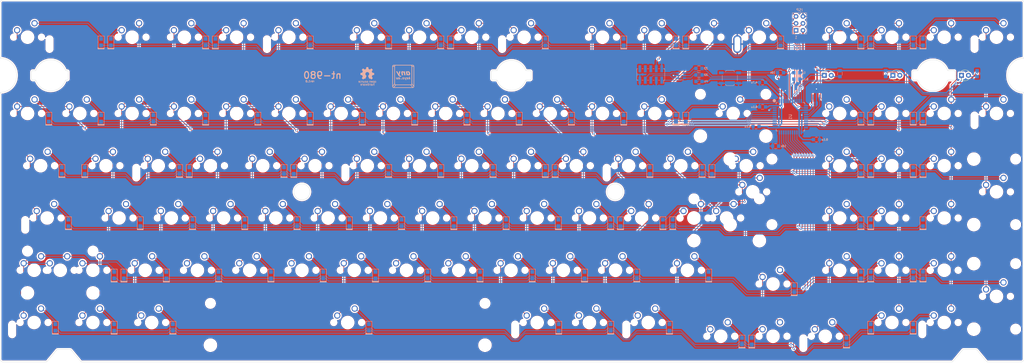
<source format=kicad_pcb>
(kicad_pcb (version 20200922) (generator pcbnew)
  (layers (0 "F.Cu" signal) (31 "B.Cu" signal) (34 "B.Paste" user) (35 "F.Paste" user) (36 "B.SilkS" user "B.Silkscreen") (37 "F.SilkS" user "F.Silkscreen") (38 "B.Mask" user) (39 "F.Mask" user) (44 "Edge.Cuts" user))
  (net 0 "")
  (net 1 "Net-(C101-Pad1)")
  (net 2 "GND")
  (net 3 "VCC")
  (net 4 "VUSB")
  (net 5 "D+")
  (net 6 "D-")
  (net 7 "MISO")
  (net 8 "SCK")
  (net 9 "MOSI")
  (net 10 "Net-(R101-Pad2)")
  (net 11 "Net-(R101-Pad1)")
  (net 12 "Net-(R102-Pad1)")
  (net 13 "Net-(R102-Pad2)")
  (net 14 "Net-(R105-Pad2)")
  (net 15 "row0")
  (net 16 "Net-(D1-Pad2)")
  (net 17 "Net-(D3-Pad2)")
  (net 18 "Net-(D4-Pad2)")
  (net 19 "Net-(D5-Pad2)")
  (net 20 "Net-(D6-Pad2)")
  (net 21 "Net-(D7-Pad2)")
  (net 22 "Net-(D8-Pad2)")
  (net 23 "Net-(D9-Pad2)")
  (net 24 "Net-(D10-Pad2)")
  (net 25 "Net-(D11-Pad2)")
  (net 26 "Net-(D12-Pad2)")
  (net 27 "Net-(D13-Pad2)")
  (net 28 "Net-(D14-Pad2)")
  (net 29 "Net-(D15-Pad2)")
  (net 30 "Net-(D16-Pad2)")
  (net 31 "Net-(D17-Pad2)")
  (net 32 "Net-(D18-Pad2)")
  (net 33 "Net-(D19-Pad2)")
  (net 34 "row2")
  (net 35 "Net-(D20-Pad2)")
  (net 36 "Net-(D21-Pad2)")
  (net 37 "Net-(D22-Pad2)")
  (net 38 "Net-(D23-Pad2)")
  (net 39 "Net-(D24-Pad2)")
  (net 40 "Net-(D25-Pad2)")
  (net 41 "Net-(D26-Pad2)")
  (net 42 "Net-(D27-Pad2)")
  (net 43 "Net-(D28-Pad2)")
  (net 44 "row3")
  (net 45 "Net-(D29-Pad2)")
  (net 46 "Net-(D30-Pad2)")
  (net 47 "Net-(D31-Pad2)")
  (net 48 "Net-(D32-Pad2)")
  (net 49 "Net-(D33-Pad2)")
  (net 50 "Net-(D34-Pad2)")
  (net 51 "Net-(D35-Pad2)")
  (net 52 "Net-(D36-Pad2)")
  (net 53 "row4")
  (net 54 "Net-(D37-Pad2)")
  (net 55 "Net-(D38-Pad2)")
  (net 56 "Net-(D39-Pad2)")
  (net 57 "Net-(D40-Pad2)")
  (net 58 "Net-(D41-Pad2)")
  (net 59 "Net-(D42-Pad2)")
  (net 60 "Net-(D43-Pad2)")
  (net 61 "Net-(D44-Pad2)")
  (net 62 "Net-(D45-Pad2)")
  (net 63 "Net-(D46-Pad2)")
  (net 64 "row5")
  (net 65 "Net-(D47-Pad2)")
  (net 66 "Net-(D48-Pad2)")
  (net 67 "Net-(D49-Pad2)")
  (net 68 "Net-(D50-Pad2)")
  (net 69 "Net-(D51-Pad2)")
  (net 70 "Net-(D52-Pad2)")
  (net 71 "Net-(D53-Pad2)")
  (net 72 "Net-(D54-Pad2)")
  (net 73 "row6")
  (net 74 "Net-(D55-Pad2)")
  (net 75 "Net-(D56-Pad2)")
  (net 76 "Net-(D57-Pad2)")
  (net 77 "Net-(D58-Pad2)")
  (net 78 "Net-(D59-Pad2)")
  (net 79 "Net-(D60-Pad2)")
  (net 80 "Net-(D61-Pad2)")
  (net 81 "Net-(D62-Pad2)")
  (net 82 "Net-(D63-Pad2)")
  (net 83 "Net-(D64-Pad2)")
  (net 84 "row7")
  (net 85 "Net-(D65-Pad2)")
  (net 86 "Net-(D66-Pad2)")
  (net 87 "Net-(D68-Pad2)")
  (net 88 "Net-(D69-Pad2)")
  (net 89 "Net-(D70-Pad2)")
  (net 90 "Net-(D71-Pad2)")
  (net 91 "Net-(D73-Pad2)")
  (net 92 "row8")
  (net 93 "Net-(D75-Pad2)")
  (net 94 "Net-(D76-Pad2)")
  (net 95 "Net-(D77-Pad2)")
  (net 96 "Net-(D78-Pad2)")
  (net 97 "Net-(D79-Pad2)")
  (net 98 "Net-(D80-Pad2)")
  (net 99 "Net-(D81-Pad2)")
  (net 100 "Net-(D82-Pad2)")
  (net 101 "Net-(D83-Pad2)")
  (net 102 "row9")
  (net 103 "Net-(D84-Pad2)")
  (net 104 "Net-(D85-Pad2)")
  (net 105 "Net-(D86-Pad2)")
  (net 106 "Net-(D87-Pad2)")
  (net 107 "Net-(D88-Pad2)")
  (net 108 "Net-(D89-Pad2)")
  (net 109 "Net-(D90-Pad2)")
  (net 110 "Net-(D91-Pad2)")
  (net 111 "row10")
  (net 112 "Net-(D92-Pad2)")
  (net 113 "Net-(D93-Pad2)")
  (net 114 "Net-(D97-Pad2)")
  (net 115 "Net-(D100-Pad2)")
  (net 116 "row11")
  (net 117 "Net-(D101-Pad2)")
  (net 118 "Net-(D102-Pad2)")
  (net 119 "Net-(D103-Pad2)")
  (net 120 "Net-(D104-Pad2)")
  (net 121 "Net-(D105-Pad2)")
  (net 122 "Net-(D106-Pad2)")
  (net 123 "Net-(D107-Pad2)")
  (net 124 "col0")
  (net 125 "col1")
  (net 126 "col2")
  (net 127 "col3")
  (net 128 "col4")
  (net 129 "col5")
  (net 130 "col6")
  (net 131 "col7")
  (net 132 "col8")
  (net 133 "DIP1")
  (net 134 "Net-(D67-Pad2)")
  (net 135 "Net-(D74-Pad2)")
  (net 136 "Net-(U1-Pad17)")
  (net 137 "Net-(U1-Pad16)")
  (net 138 "Net-(L1-Pad2)")
  (net 139 "Net-(L2-Pad2)")
  (net 140 "scrolllock-led")
  (net 141 "Net-(L3-Pad2)")
  (module "Keeb_switches:CHERRY_PLATE_100H" (layer "F.Cu") (at 257.175 9.525)
    (fp_text reference "K13" hide)
    (fp_text value "KEYSW" hide)
    (pad "1" thru_hole circle (at 2.54 -5.08) (size 2.286 2.286) (drill 1.4986) (layers *.Cu *.Mask) (net 130 "col6"))
    (pad "2" thru_hole circle (at -3.81 -2.54) (size 2.286 2.286) (drill 1.4986) (layers *.Cu *.Mask) (net 27 "Net-(D13-Pad2)"))
    (pad "HOLE" np_thru_hole circle (at 5.08 0) (size 1.7018 1.7018) (drill 1.7018) (layers *.Cu *.Mask))
    (pad "HOLE" np_thru_hole circle (at -5.08 0) (size 1.7018 1.7018) (drill 1.7018) (layers *.Cu *.Mask))
    (pad "HOLE" np_thru_hole circle (at 0 0) (size 3.9878 3.9878) (drill 3.9878) (layers *.Cu *.Mask))
  )
  (module "Keeb_switches:CHERRY_PLATE_100H" (layer "F.Cu") (at 276.225 9.525)
    (fp_text reference "K14" hide)
    (fp_text value "KEYSW" hide)
    (pad "1" thru_hole circle (at 2.54 -5.08) (size 2.286 2.286) (drill 1.4986) (layers *.Cu *.Mask) (net 28 "Net-(D14-Pad2)"))
    (pad "2" thru_hole circle (at -3.81 -2.54) (size 2.286 2.286) (drill 1.4986) (layers *.Cu *.Mask) (net 130 "col6"))
    (pad "HOLE" np_thru_hole circle (at 0 0) (size 3.9878 3.9878) (drill 3.9878) (layers *.Cu *.Mask))
    (pad "HOLE" np_thru_hole circle (at -5.08 0) (size 1.7018 1.7018) (drill 1.7018) (layers *.Cu *.Mask))
    (pad "HOLE" np_thru_hole circle (at 5.08 0) (size 1.7018 1.7018) (drill 1.7018) (layers *.Cu *.Mask))
  )
  (module "Keeb_switches:CHERRY_PLATE_100H" (layer "F.Cu") (at 238.125 9.525)
    (fp_text reference "K12" hide)
    (fp_text value "KEYSW" hide)
    (pad "1" thru_hole circle (at 2.54 -5.08) (size 2.286 2.286) (drill 1.4986) (layers *.Cu *.Mask) (net 26 "Net-(D12-Pad2)"))
    (pad "2" thru_hole circle (at -3.81 -2.54) (size 2.286 2.286) (drill 1.4986) (layers *.Cu *.Mask) (net 129 "col5"))
    (pad "HOLE" np_thru_hole circle (at 0 0) (size 3.9878 3.9878) (drill 3.9878) (layers *.Cu *.Mask))
    (pad "HOLE" np_thru_hole circle (at -5.08 0) (size 1.7018 1.7018) (drill 1.7018) (layers *.Cu *.Mask))
    (pad "HOLE" np_thru_hole circle (at 5.08 0) (size 1.7018 1.7018) (drill 1.7018) (layers *.Cu *.Mask))
  )
  (module "Keeb_switches:CHERRY_PLATE_100H" (layer "F.Cu") (at 171.45 9.525)
    (fp_text reference "K9" hide)
    (fp_text value "KEYSW" hide)
    (pad "1" thru_hole circle (at 2.54 -5.08) (size 2.286 2.286) (drill 1.4986) (layers *.Cu *.Mask) (net 128 "col4"))
    (pad "2" thru_hole circle (at -3.81 -2.54) (size 2.286 2.286) (drill 1.4986) (layers *.Cu *.Mask) (net 23 "Net-(D9-Pad2)"))
    (pad "HOLE" np_thru_hole circle (at 5.08 0) (size 1.7018 1.7018) (drill 1.7018) (layers *.Cu *.Mask))
    (pad "HOLE" np_thru_hole circle (at -5.08 0) (size 1.7018 1.7018) (drill 1.7018) (layers *.Cu *.Mask))
    (pad "HOLE" np_thru_hole circle (at 0 0) (size 3.9878 3.9878) (drill 3.9878) (layers *.Cu *.Mask))
  )
  (module "Keeb_switches:CHERRY_PLATE_100H" (layer "F.Cu") (at 190.5 9.525)
    (fp_text reference "K10" hide)
    (fp_text value "KEYSW" hide)
    (pad "1" thru_hole circle (at 2.54 -5.08) (size 2.286 2.286) (drill 1.4986) (layers *.Cu *.Mask) (net 24 "Net-(D10-Pad2)"))
    (pad "2" thru_hole circle (at -3.81 -2.54) (size 2.286 2.286) (drill 1.4986) (layers *.Cu *.Mask) (net 128 "col4"))
    (pad "HOLE" np_thru_hole circle (at -5.08 0) (size 1.7018 1.7018) (drill 1.7018) (layers *.Cu *.Mask))
    (pad "HOLE" np_thru_hole circle (at 5.08 0) (size 1.7018 1.7018) (drill 1.7018) (layers *.Cu *.Mask))
    (pad "HOLE" np_thru_hole circle (at 0 0) (size 3.9878 3.9878) (drill 3.9878) (layers *.Cu *.Mask))
  )
  (module "Keeb_switches:CHERRY_PLATE_100H" (layer "F.Cu") (at 219.075 9.525)
    (fp_text reference "K11" hide)
    (fp_text value "KEYSW" hide)
    (pad "1" thru_hole circle (at 2.54 -5.08) (size 2.286 2.286) (drill 1.4986) (layers *.Cu *.Mask) (net 25 "Net-(D11-Pad2)"))
    (pad "2" thru_hole circle (at -3.81 -2.54) (size 2.286 2.286) (drill 1.4986) (layers *.Cu *.Mask) (net 129 "col5"))
    (pad "HOLE" np_thru_hole circle (at 0 0) (size 3.9878 3.9878) (drill 3.9878) (layers *.Cu *.Mask))
    (pad "HOLE" np_thru_hole circle (at -5.08 0) (size 1.7018 1.7018) (drill 1.7018) (layers *.Cu *.Mask))
    (pad "HOLE" np_thru_hole circle (at 5.08 0) (size 1.7018 1.7018) (drill 1.7018) (layers *.Cu *.Mask))
  )
  (module "Keeb_switches:CHERRY_PLATE_100H" (layer "F.Cu") (at 152.4 9.525)
    (fp_text reference "K8" hide)
    (fp_text value "KEYSW" hide)
    (pad "1" thru_hole circle (at 2.54 -5.08) (size 2.286 2.286) (drill 1.4986) (layers *.Cu *.Mask) (net 22 "Net-(D8-Pad2)"))
    (pad "2" thru_hole circle (at -3.81 -2.54) (size 2.286 2.286) (drill 1.4986) (layers *.Cu *.Mask) (net 127 "col3"))
    (pad "HOLE" np_thru_hole circle (at -5.08 0) (size 1.7018 1.7018) (drill 1.7018) (layers *.Cu *.Mask))
    (pad "HOLE" np_thru_hole circle (at 0 0) (size 3.9878 3.9878) (drill 3.9878) (layers *.Cu *.Mask))
    (pad "HOLE" np_thru_hole circle (at 5.08 0) (size 1.7018 1.7018) (drill 1.7018) (layers *.Cu *.Mask))
  )
  (module "Keeb_switches:CHERRY_PLATE_100H" (layer "F.Cu") (at 133.35 9.525)
    (fp_text reference "K7" hide)
    (fp_text value "KEYSW" hide)
    (pad "1" thru_hole circle (at 2.54 -5.08) (size 2.286 2.286) (drill 1.4986) (layers *.Cu *.Mask) (net 21 "Net-(D7-Pad2)"))
    (pad "2" thru_hole circle (at -3.81 -2.54) (size 2.286 2.286) (drill 1.4986) (layers *.Cu *.Mask) (net 127 "col3"))
    (pad "HOLE" np_thru_hole circle (at 0 0) (size 3.9878 3.9878) (drill 3.9878) (layers *.Cu *.Mask))
    (pad "HOLE" np_thru_hole circle (at -5.08 0) (size 1.7018 1.7018) (drill 1.7018) (layers *.Cu *.Mask))
    (pad "HOLE" np_thru_hole circle (at 5.08 0) (size 1.7018 1.7018) (drill 1.7018) (layers *.Cu *.Mask))
  )
  (module "Keeb_switches:CHERRY_PLATE_100H" (layer "F.Cu") (at 104.775 9.525)
    (fp_text reference "K6" hide)
    (fp_text value "KEYSW" hide)
    (pad "1" thru_hole circle (at 2.54 -5.08) (size 2.286 2.286) (drill 1.4986) (layers *.Cu *.Mask) (net 20 "Net-(D6-Pad2)"))
    (pad "2" thru_hole circle (at -3.81 -2.54) (size 2.286 2.286) (drill 1.4986) (layers *.Cu *.Mask) (net 126 "col2"))
    (pad "HOLE" np_thru_hole circle (at -5.08 0) (size 1.7018 1.7018) (drill 1.7018) (layers *.Cu *.Mask))
    (pad "HOLE" np_thru_hole circle (at 5.08 0) (size 1.7018 1.7018) (drill 1.7018) (layers *.Cu *.Mask))
    (pad "HOLE" np_thru_hole circle (at 0 0) (size 3.9878 3.9878) (drill 3.9878) (layers *.Cu *.Mask))
  )
  (module "Keeb_switches:CHERRY_PLATE_100H" (layer "F.Cu") (at 66.675 9.525)
    (fp_text reference "K4" hide)
    (fp_text value "KEYSW" hide)
    (pad "1" thru_hole circle (at 2.54 -5.08) (size 2.286 2.286) (drill 1.4986) (layers *.Cu *.Mask) (net 18 "Net-(D4-Pad2)"))
    (pad "2" thru_hole circle (at -3.81 -2.54) (size 2.286 2.286) (drill 1.4986) (layers *.Cu *.Mask) (net 125 "col1"))
    (pad "HOLE" np_thru_hole circle (at -5.08 0) (size 1.7018 1.7018) (drill 1.7018) (layers *.Cu *.Mask))
    (pad "HOLE" np_thru_hole circle (at 5.08 0) (size 1.7018 1.7018) (drill 1.7018) (layers *.Cu *.Mask))
    (pad "HOLE" np_thru_hole circle (at 0 0) (size 3.9878 3.9878) (drill 3.9878) (layers *.Cu *.Mask))
  )
  (module "Keeb_switches:CHERRY_PLATE_100H" (layer "F.Cu") (at 47.625 9.525)
    (fp_text reference "K3" hide)
    (fp_text value "KEYSW" hide)
    (pad "1" thru_hole circle (at 2.54 -5.08) (size 2.286 2.286) (drill 1.4986) (layers *.Cu *.Mask) (net 125 "col1"))
    (pad "2" thru_hole circle (at -3.81 -2.54) (size 2.286 2.286) (drill 1.4986) (layers *.Cu *.Mask) (net 17 "Net-(D3-Pad2)"))
    (pad "HOLE" np_thru_hole circle (at 0 0) (size 3.9878 3.9878) (drill 3.9878) (layers *.Cu *.Mask))
    (pad "HOLE" np_thru_hole circle (at -5.08 0) (size 1.7018 1.7018) (drill 1.7018) (layers *.Cu *.Mask))
    (pad "HOLE" np_thru_hole circle (at 5.08 0) (size 1.7018 1.7018) (drill 1.7018) (layers *.Cu *.Mask))
  )
  (module "Keeb_switches:CHERRY_PLATE_100H" (layer "F.Cu") (at 9.525 9.525)
    (fp_text reference "K1" hide)
    (fp_text value "KEYSW" hide)
    (pad "1" thru_hole circle (at 2.54 -5.08) (size 2.286 2.286) (drill 1.4986) (layers *.Cu *.Mask) (net 16 "Net-(D1-Pad2)"))
    (pad "2" thru_hole circle (at -3.81 -2.54) (size 2.286 2.286) (drill 1.4986) (layers *.Cu *.Mask) (net 124 "col0"))
    (pad "HOLE" np_thru_hole circle (at -5.08 0) (size 1.7018 1.7018) (drill 1.7018) (layers *.Cu *.Mask))
    (pad "HOLE" np_thru_hole circle (at 0 0) (size 3.9878 3.9878) (drill 3.9878) (layers *.Cu *.Mask))
    (pad "HOLE" np_thru_hole circle (at 5.08 0) (size 1.7018 1.7018) (drill 1.7018) (layers *.Cu *.Mask))
  )
  (module "Keeb_switches:CHERRY_PLATE_100H" (layer "F.Cu") (at 85.725 9.525)
    (fp_text reference "K5" hide)
    (fp_text value "KEYSW" hide)
    (pad "1" thru_hole circle (at 2.54 -5.08) (size 2.286 2.286) (drill 1.4986) (layers *.Cu *.Mask) (net 126 "col2"))
    (pad "2" thru_hole circle (at -3.81 -2.54) (size 2.286 2.286) (drill 1.4986) (layers *.Cu *.Mask) (net 19 "Net-(D5-Pad2)"))
    (pad "HOLE" np_thru_hole circle (at 5.08 0) (size 1.7018 1.7018) (drill 1.7018) (layers *.Cu *.Mask))
    (pad "HOLE" np_thru_hole circle (at 0 0) (size 3.9878 3.9878) (drill 3.9878) (layers *.Cu *.Mask))
    (pad "HOLE" np_thru_hole circle (at -5.08 0) (size 1.7018 1.7018) (drill 1.7018) (layers *.Cu *.Mask))
  )
  (module "Keeb_switches:CHERRY_PLATE_100H" (layer "F.Cu") (at 300.275 118.525)
    (fp_text reference "K105" hide)
    (fp_text value "KEYSW" hide)
    (pad "1" thru_hole circle (at 2.54 -5.08) (size 2.286 2.286) (drill 1.4986) (layers *.Cu *.Mask) (net 121 "Net-(D105-Pad2)"))
    (pad "2" thru_hole circle (at -3.81 -2.54) (size 2.286 2.286) (drill 1.4986) (layers *.Cu *.Mask) (net 131 "col7"))
    (pad "HOLE" np_thru_hole circle (at 0 0) (size 3.9878 3.9878) (drill 3.9878) (layers *.Cu *.Mask))
    (pad "HOLE" np_thru_hole circle (at 5.08 0) (size 1.7018 1.7018) (drill 1.7018) (layers *.Cu *.Mask))
    (pad "HOLE" np_thru_hole circle (at -5.08 0) (size 1.7018 1.7018) (drill 1.7018) (layers *.Cu *.Mask))
  )
  (module "Keeb_switches:CHERRY_PLATE_100H" (layer "F.Cu") (at 214.3125 113.525)
    (fp_text reference "K101" hide)
    (fp_text value "KEYSW" hide)
    (pad "1" thru_hole circle (at 2.54 -5.08) (size 2.286 2.286) (drill 1.4986) (layers *.Cu *.Mask) (net 117 "Net-(D101-Pad2)"))
    (pad "2" thru_hole circle (at -3.81 -2.54) (size 2.286 2.286) (drill 1.4986) (layers *.Cu *.Mask) (net 129 "col5"))
    (pad "HOLE" np_thru_hole circle (at -5.08 0) (size 1.7018 1.7018) (drill 1.7018) (layers *.Cu *.Mask))
    (pad "HOLE" np_thru_hole circle (at 0 0) (size 3.9878 3.9878) (drill 3.9878) (layers *.Cu *.Mask))
    (pad "HOLE" np_thru_hole circle (at 5.08 0) (size 1.7018 1.7018) (drill 1.7018) (layers *.Cu *.Mask))
  )
  (module "Keeb_switches:CHERRY_PLATE_100H" (layer "F.Cu") (at 195.2625 113.525)
    (fp_text reference "K100" hide)
    (fp_text value "KEYSW" hide)
    (pad "1" thru_hole circle (at 2.54 -5.08) (size 2.286 2.286) (drill 1.4986) (layers *.Cu *.Mask) (net 115 "Net-(D100-Pad2)"))
    (pad "2" thru_hole circle (at -3.81 -2.54) (size 2.286 2.286) (drill 1.4986) (layers *.Cu *.Mask) (net 128 "col4"))
    (pad "HOLE" np_thru_hole circle (at -5.08 0) (size 1.7018 1.7018) (drill 1.7018) (layers *.Cu *.Mask))
    (pad "HOLE" np_thru_hole circle (at 5.08 0) (size 1.7018 1.7018) (drill 1.7018) (layers *.Cu *.Mask))
    (pad "HOLE" np_thru_hole circle (at 0 0) (size 3.9878 3.9878) (drill 3.9878) (layers *.Cu *.Mask))
  )
  (module "Keeb_switches:CHERRY_PLATE_100H" (layer "F.Cu") (at 281.225 118.525)
    (fp_text reference "K104" hide)
    (fp_text value "KEYSW" hide)
    (pad "1" thru_hole circle (at 2.54 -5.08) (size 2.286 2.286) (drill 1.4986) (layers *.Cu *.Mask) (net 130 "col6"))
    (pad "2" thru_hole circle (at -3.81 -2.54) (size 2.286 2.286) (drill 1.4986) (layers *.Cu *.Mask) (net 120 "Net-(D104-Pad2)"))
    (pad "HOLE" np_thru_hole circle (at 5.08 0) (size 1.7018 1.7018) (drill 1.7018) (layers *.Cu *.Mask))
    (pad "HOLE" np_thru_hole circle (at -5.08 0) (size 1.7018 1.7018) (drill 1.7018) (layers *.Cu *.Mask))
    (pad "HOLE" np_thru_hole circle (at 0 0) (size 3.9878 3.9878) (drill 3.9878) (layers *.Cu *.Mask))
  )
  (module "Keeb_switches:CHERRY_PCB_225H" (layer "F.Cu") (at 21.43125 94.475)
    (fp_text reference "K73" hide)
    (fp_text value "KEYSW" hide)
    (pad "1" thru_hole circle (at 2.54 -5.08) (size 2.286 2.286) (drill 1.4986) (layers *.Cu *.Mask) (net 91 "Net-(D73-Pad2)"))
    (pad "2" thru_hole circle (at -3.81 -2.54) (size 2.286 2.286) (drill 1.4986) (layers *.Cu *.Mask) (net 124 "col0"))
    (pad "HOLE" np_thru_hole circle (at 11.938 -6.985) (size 3.048 3.048) (drill 3.048) (layers *.Cu *.Mask))
    (pad "HOLE" np_thru_hole circle (at 5.08 0) (size 1.7018 1.7018) (drill 1.7018) (layers *.Cu *.Mask))
    (pad "HOLE" np_thru_hole circle (at -5.08 0) (size 1.7018 1.7018) (drill 1.7018) (layers *.Cu *.Mask))
    (pad "HOLE" np_thru_hole circle (at 11.938 8.255) (size 3.9878 3.9878) (drill 3.9878) (layers *.Cu *.Mask))
    (pad "HOLE" np_thru_hole circle (at -11.938 8.255) (size 3.9878 3.9878) (drill 3.9878) (layers *.Cu *.Mask))
    (pad "HOLE" np_thru_hole circle (at 0 0) (size 3.9878 3.9878) (drill 3.9878) (layers *.Cu *.Mask))
    (pad "HOLE" np_thru_hole circle (at -11.938 -6.985) (size 3.048 3.048) (drill 3.048) (layers *.Cu *.Mask))
  )
  (module "Keeb_switches:CHERRY_PCB_625H" (layer "F.Cu") (at 126.20625 113.525)
    (fp_text reference "K97" hide)
    (fp_text value "KEYSW" hide)
    (pad "1" thru_hole circle (at 2.54 -5.08) (size 2.286 2.286) (drill 1.4986) (layers *.Cu *.Mask) (net 114 "Net-(D97-Pad2)"))
    (pad "2" thru_hole circle (at -3.81 -2.54) (size 2.286 2.286) (drill 1.4986) (layers *.Cu *.Mask) (net 127 "col3"))
    (pad "HOLE" np_thru_hole circle (at -5.08 0) (size 1.7018 1.7018) (drill 1.7018) (layers *.Cu *.Mask))
    (pad "HOLE" np_thru_hole circle (at -50.038 8.255) (size 3.9878 3.9878) (drill 3.9878) (layers *.Cu *.Mask))
    (pad "HOLE" np_thru_hole circle (at -50.038 -6.985) (size 3.048 3.048) (drill 3.048) (layers *.Cu *.Mask))
    (pad "HOLE" np_thru_hole circle (at 0 0) (size 3.9878 3.9878) (drill 3.9878) (layers *.Cu *.Mask))
    (pad "HOLE" np_thru_hole circle (at 50.038 -6.985) (size 3.048 3.048) (drill 3.048) (layers *.Cu *.Mask))
    (pad "HOLE" np_thru_hole circle (at 5.08 0) (size 1.7018 1.7018) (drill 1.7018) (layers *.Cu *.Mask))
    (pad "HOLE" np_thru_hole circle (at 50.038 8.255) (size 3.9878 3.9878) (drill 3.9878) (layers *.Cu *.Mask))
  )
  (module "Keeb_switches:CHERRY_PLATE_100H" (layer "F.Cu") (at 262.175 118.525)
    (fp_text reference "K103" hide)
    (fp_text value "KEYSW" hide)
    (pad "1" thru_hole circle (at 2.54 -5.08) (size 2.286 2.286) (drill 1.4986) (layers *.Cu *.Mask) (net 119 "Net-(D103-Pad2)"))
    (pad "2" thru_hole circle (at -3.81 -2.54) (size 2.286 2.286) (drill 1.4986) (layers *.Cu *.Mask) (net 130 "col6"))
    (pad "HOLE" np_thru_hole circle (at -5.08 0) (size 1.7018 1.7018) (drill 1.7018) (layers *.Cu *.Mask))
    (pad "HOLE" np_thru_hole circle (at 5.08 0) (size 1.7018 1.7018) (drill 1.7018) (layers *.Cu *.Mask))
    (pad "HOLE" np_thru_hole circle (at 0 0) (size 3.9878 3.9878) (drill 3.9878) (layers *.Cu *.Mask))
  )
  (module "Keeb_switches:CHERRY_PCB_225H" (layer "F.Cu") (at 264.31875 75.425)
    (fp_text reference "K68" hide)
    (fp_text value "KEYSW" hide)
    (pad "1" thru_hole circle (at 2.54 -5.08) (size 2.286 2.286) (drill 1.4986) (layers *.Cu *.Mask) (net 87 "Net-(D68-Pad2)"))
    (pad "2" thru_hole circle (at -3.81 -2.54) (size 2.286 2.286) (drill 1.4986) (layers *.Cu *.Mask) (net 130 "col6"))
    (pad "HOLE" np_thru_hole circle (at 11.938 -6.985) (size 3.048 3.048) (drill 3.048) (layers *.Cu *.Mask))
    (pad "HOLE" np_thru_hole circle (at 11.938 8.255) (size 3.9878 3.9878) (drill 3.9878) (layers *.Cu *.Mask))
    (pad "HOLE" np_thru_hole circle (at -11.938 8.255) (size 3.9878 3.9878) (drill 3.9878) (layers *.Cu *.Mask))
    (pad "HOLE" np_thru_hole circle (at -5.08 0) (size 1.7018 1.7018) (drill 1.7018) (layers *.Cu *.Mask))
    (pad "HOLE" np_thru_hole circle (at 0 0) (size 3.9878 3.9878) (drill 3.9878) (layers *.Cu *.Mask))
    (pad "HOLE" np_thru_hole circle (at 5.08 0) (size 1.7018 1.7018) (drill 1.7018) (layers *.Cu *.Mask))
    (pad "HOLE" np_thru_hole circle (at -11.938 -6.985) (size 3.048 3.048) (drill 3.048) (layers *.Cu *.Mask))
  )
  (module "Keeb_switches:CHERRY_PLATE_125H" (layer "F.Cu") (at 235.74375 113.525)
    (fp_text reference "K102" hide)
    (fp_text value "KEYSW" hide)
    (pad "1" thru_hole circle (at 2.54 -5.08) (size 2.286 2.286) (drill 1.4986) (layers *.Cu *.Mask) (net 118 "Net-(D102-Pad2)"))
    (pad "2" thru_hole circle (at -3.81 -2.54) (size 2.286 2.286) (drill 1.4986) (layers *.Cu *.Mask) (net 129 "col5"))
    (pad "HOLE" np_thru_hole circle (at 5.08 0) (size 1.7018 1.7018) (drill 1.7018) (layers *.Cu *.Mask))
    (pad "HOLE" np_thru_hole circle (at 0 0) (size 3.9878 3.9878) (drill 3.9878) (layers *.Cu *.Mask))
    (pad "HOLE" np_thru_hole circle (at -5.08 0) (size 1.7018 1.7018) (drill 1.7018) (layers *.Cu *.Mask))
  )
  (module "Keeb_switches:CHERRY_PLATE_125H" (layer "F.Cu") (at 11.90625 113.525)
    (fp_text reference "K91" hide)
    (fp_text value "KEYSW" hide)
    (pad "1" thru_hole circle (at 2.54 -5.08) (size 2.286 2.286) (drill 1.4986) (layers *.Cu *.Mask) (net 110 "Net-(D91-Pad2)"))
    (pad "2" thru_hole circle (at -3.81 -2.54) (size 2.286 2.286) (drill 1.4986) (layers *.Cu *.Mask) (net 124 "col0"))
    (pad "HOLE" np_thru_hole circle (at 5.08 0) (size 1.7018 1.7018) (drill 1.7018) (layers *.Cu *.Mask))
    (pad "HOLE" np_thru_hole circle (at -5.08 0) (size 1.7018 1.7018) (drill 1.7018) (layers *.Cu *.Mask))
    (pad "HOLE" np_thru_hole circle (at 0 0) (size 3.9878 3.9878) (drill 3.9878) (layers *.Cu *.Mask))
  )
  (module "Keeb_switches:CHERRY_PLATE_100H" (layer "F.Cu") (at 281.225 99.475)
    (fp_text reference "K86" hide)
    (fp_text value "KEYSW" hide)
    (pad "1" thru_hole circle (at 2.54 -5.08) (size 2.286 2.286) (drill 1.4986) (layers *.Cu *.Mask) (net 105 "Net-(D86-Pad2)"))
    (pad "2" thru_hole circle (at -3.81 -2.54) (size 2.286 2.286) (drill 1.4986) (layers *.Cu *.Mask) (net 130 "col6"))
    (pad "HOLE" np_thru_hole circle (at 0 0) (size 3.9878 3.9878) (drill 3.9878) (layers *.Cu *.Mask))
    (pad "HOLE" np_thru_hole circle (at 5.08 0) (size 1.7018 1.7018) (drill 1.7018) (layers *.Cu *.Mask))
    (pad "HOLE" np_thru_hole circle (at -5.08 0) (size 1.7018 1.7018) (drill 1.7018) (layers *.Cu *.Mask))
  )
  (module "Keeb_switches:CHERRY_PLATE_100H" (layer "F.Cu") (at 33.3375 113.525)
    (fp_text reference "K92" hide)
    (fp_text value "KEYSW" hide)
    (pad "1" thru_hole circle (at 2.54 -5.08) (size 2.286 2.286) (drill 1.4986) (layers *.Cu *.Mask) (net 112 "Net-(D92-Pad2)"))
    (pad "2" thru_hole circle (at -3.81 -2.54) (size 2.286 2.286) (drill 1.4986) (layers *.Cu *.Mask) (net 124 "col0"))
    (pad "HOLE" np_thru_hole circle (at 5.08 0) (size 1.7018 1.7018) (drill 1.7018) (layers *.Cu *.Mask))
    (pad "HOLE" np_thru_hole circle (at 0 0) (size 3.9878 3.9878) (drill 3.9878) (layers *.Cu *.Mask))
    (pad "HOLE" np_thru_hole circle (at -5.08 0) (size 1.7018 1.7018) (drill 1.7018) (layers *.Cu *.Mask))
  )
  (module "Keeb_switches:CHERRY_PLATE_175H" (layer "F.Cu") (at 250.03125 94.475)
    (fp_text reference "K85" hide)
    (fp_text value "KEYSW" hide)
    (pad "1" thru_hole circle (at 2.54 -5.08) (size 2.286 2.286) (drill 1.4986) (layers *.Cu *.Mask) (net 104 "Net-(D85-Pad2)"))
    (pad "2" thru_hole circle (at -3.81 -2.54) (size 2.286 2.286) (drill 1.4986) (layers *.Cu *.Mask) (net 130 "col6"))
    (pad "HOLE" np_thru_hole circle (at 0 0) (size 3.9878 3.9878) (drill 3.9878) (layers *.Cu *.Mask))
    (pad "HOLE" np_thru_hole circle (at 5.08 0) (size 1.7018 1.7018) (drill 1.7018) (layers *.Cu *.Mask))
    (pad "HOLE" np_thru_hole circle (at -5.08 0) (size 1.7018 1.7018) (drill 1.7018) (layers *.Cu *.Mask))
  )
  (module "Keeb_switches:CHERRY_PLATE_125H" (layer "F.Cu") (at 54.76875 113.525)
    (fp_text reference "K93" hide)
    (fp_text value "KEYSW" hide)
    (pad "1" thru_hole circle (at 2.54 -5.08) (size 2.286 2.286) (drill 1.4986) (layers *.Cu *.Mask) (net 113 "Net-(D93-Pad2)"))
    (pad "2" thru_hole circle (at -3.81 -2.54) (size 2.286 2.286) (drill 1.4986) (layers *.Cu *.Mask) (net 125 "col1"))
    (pad "HOLE" np_thru_hole circle (at -5.08 0) (size 1.7018 1.7018) (drill 1.7018) (layers *.Cu *.Mask))
    (pad "HOLE" np_thru_hole circle (at 5.08 0) (size 1.7018 1.7018) (drill 1.7018) (layers *.Cu *.Mask))
    (pad "HOLE" np_thru_hole circle (at 0 0) (size 3.9878 3.9878) (drill 3.9878) (layers *.Cu *.Mask))
  )
  (module "Keeb_switches:CHERRY_PLATE_100H" (layer "F.Cu") (at 223.8375 94.475)
    (fp_text reference "K84" hide)
    (fp_text value "KEYSW" hide)
    (pad "1" thru_hole circle (at 2.54 -5.08) (size 2.286 2.286) (drill 1.4986) (layers *.Cu *.Mask) (net 103 "Net-(D84-Pad2)"))
    (pad "2" thru_hole circle (at -3.81 -2.54) (size 2.286 2.286) (drill 1.4986) (layers *.Cu *.Mask) (net 129 "col5"))
    (pad "HOLE" np_thru_hole circle (at 0 0) (size 3.9878 3.9878) (drill 3.9878) (layers *.Cu *.Mask))
    (pad "HOLE" np_thru_hole circle (at 5.08 0) (size 1.7018 1.7018) (drill 1.7018) (layers *.Cu *.Mask))
    (pad "HOLE" np_thru_hole circle (at -5.08 0) (size 1.7018 1.7018) (drill 1.7018) (layers *.Cu *.Mask))
  )
  (module "Keeb_switches:CHERRY_PLATE_100H" (layer "F.Cu") (at 185.7375 94.475)
    (fp_text reference "K82" hide)
    (fp_text value "KEYSW" hide)
    (pad "1" thru_hole circle (at 2.54 -5.08) (size 2.286 2.286) (drill 1.4986) (layers *.Cu *.Mask) (net 100 "Net-(D82-Pad2)"))
    (pad "2" thru_hole circle (at -3.81 -2.54) (size 2.286 2.286) (drill 1.4986) (layers *.Cu *.Mask) (net 128 "col4"))
    (pad "HOLE" np_thru_hole circle (at 5.08 0) (size 1.7018 1.7018) (drill 1.7018) (layers *.Cu *.Mask))
    (pad "HOLE" np_thru_hole circle (at 0 0) (size 3.9878 3.9878) (drill 3.9878) (layers *.Cu *.Mask))
    (pad "HOLE" np_thru_hole circle (at -5.08 0) (size 1.7018 1.7018) (drill 1.7018) (layers *.Cu *.Mask))
  )
  (module "Keeb_switches:CHERRY_PLATE_100H" (layer "F.Cu") (at 204.7875 94.475)
    (fp_text reference "K83" hide)
    (fp_text value "KEYSW" hide)
    (pad "1" thru_hole circle (at 2.54 -5.08) (size 2.286 2.286) (drill 1.4986) (layers *.Cu *.Mask) (net 101 "Net-(D83-Pad2)"))
    (pad "2" thru_hole circle (at -3.81 -2.54) (size 2.286 2.286) (drill 1.4986) (layers *.Cu *.Mask) (net 129 "col5"))
    (pad "HOLE" np_thru_hole circle (at -5.08 0) (size 1.7018 1.7018) (drill 1.7018) (layers *.Cu *.Mask))
    (pad "HOLE" np_thru_hole circle (at 5.08 0) (size 1.7018 1.7018) (drill 1.7018) (layers *.Cu *.Mask))
    (pad "HOLE" np_thru_hole circle (at 0 0) (size 3.9878 3.9878) (drill 3.9878) (layers *.Cu *.Mask))
  )
  (module "Keeb_switches:CHERRY_PLATE_100H" (layer "F.Cu") (at 166.6875 94.475)
    (fp_text reference "K81" hide)
    (fp_text value "KEYSW" hide)
    (pad "1" thru_hole circle (at 2.54 -5.08) (size 2.286 2.286) (drill 1.4986) (layers *.Cu *.Mask) (net 99 "Net-(D81-Pad2)"))
    (pad "2" thru_hole circle (at -3.81 -2.54) (size 2.286 2.286) (drill 1.4986) (layers *.Cu *.Mask) (net 128 "col4"))
    (pad "HOLE" np_thru_hole circle (at 0 0) (size 3.9878 3.9878) (drill 3.9878) (layers *.Cu *.Mask))
    (pad "HOLE" np_thru_hole circle (at -5.08 0) (size 1.7018 1.7018) (drill 1.7018) (layers *.Cu *.Mask))
    (pad "HOLE" np_thru_hole circle (at 5.08 0) (size 1.7018 1.7018) (drill 1.7018) (layers *.Cu *.Mask))
  )
  (module "Keeb_switches:CHERRY_PLATE_100H" (layer "F.Cu") (at 147.6375 94.475)
    (fp_text reference "K80" hide)
    (fp_text value "KEYSW" hide)
    (pad "1" thru_hole circle (at 2.54 -5.08) (size 2.286 2.286) (drill 1.4986) (layers *.Cu *.Mask) (net 98 "Net-(D80-Pad2)"))
    (pad "2" thru_hole circle (at -3.81 -2.54) (size 2.286 2.286) (drill 1.4986) (layers *.Cu *.Mask) (net 127 "col3"))
    (pad "HOLE" np_thru_hole circle (at 5.08 0) (size 1.7018 1.7018) (drill 1.7018) (layers *.Cu *.Mask))
    (pad "HOLE" np_thru_hole circle (at 0 0) (size 3.9878 3.9878) (drill 3.9878) (layers *.Cu *.Mask))
    (pad "HOLE" np_thru_hole circle (at -5.08 0) (size 1.7018 1.7018) (drill 1.7018) (layers *.Cu *.Mask))
  )
  (module "Keeb_switches:CHERRY_PLATE_100H" (layer "F.Cu") (at 128.5875 94.475)
    (fp_text reference "K79" hide)
    (fp_text value "KEYSW" hide)
    (pad "1" thru_hole circle (at 2.54 -5.08) (size 2.286 2.286) (drill 1.4986) (layers *.Cu *.Mask) (net 97 "Net-(D79-Pad2)"))
    (pad "2" thru_hole circle (at -3.81 -2.54) (size 2.286 2.286) (drill 1.4986) (layers *.Cu *.Mask) (net 127 "col3"))
    (pad "HOLE" np_thru_hole circle (at 5.08 0) (size 1.7018 1.7018) (drill 1.7018) (layers *.Cu *.Mask))
    (pad "HOLE" np_thru_hole circle (at -5.08 0) (size 1.7018 1.7018) (drill 1.7018) (layers *.Cu *.Mask))
    (pad "HOLE" np_thru_hole circle (at 0 0) (size 3.9878 3.9878) (drill 3.9878) (layers *.Cu *.Mask))
  )
  (module "Keeb_switches:CHERRY_PLATE_100H" (layer "F.Cu") (at 109.5375 94.475)
    (fp_text reference "K78" hide)
    (fp_text value "KEYSW" hide)
    (pad "1" thru_hole circle (at 2.54 -5.08) (size 2.286 2.286) (drill 1.4986) (layers *.Cu *.Mask) (net 96 "Net-(D78-Pad2)"))
    (pad "2" thru_hole circle (at -3.81 -2.54) (size 2.286 2.286) (drill 1.4986) (layers *.Cu *.Mask) (net 126 "col2"))
    (pad "HOLE" np_thru_hole circle (at 0 0) (size 3.9878 3.9878) (drill 3.9878) (layers *.Cu *.Mask))
    (pad "HOLE" np_thru_hole circle (at 5.08 0) (size 1.7018 1.7018) (drill 1.7018) (layers *.Cu *.Mask))
    (pad "HOLE" np_thru_hole circle (at -5.08 0) (size 1.7018 1.7018) (drill 1.7018) (layers *.Cu *.Mask))
  )
  (module "Keeb_switches:CHERRY_PLATE_100H" (layer "F.Cu") (at 90.4875 94.475)
    (fp_text reference "K77" hide)
    (fp_text value "KEYSW" hide)
    (pad "1" thru_hole circle (at 2.54 -5.08) (size 2.286 2.286) (drill 1.4986) (layers *.Cu *.Mask) (net 95 "Net-(D77-Pad2)"))
    (pad "2" thru_hole circle (at -3.81 -2.54) (size 2.286 2.286) (drill 1.4986) (layers *.Cu *.Mask) (net 126 "col2"))
    (pad "HOLE" np_thru_hole circle (at -5.08 0) (size 1.7018 1.7018) (drill 1.7018) (layers *.Cu *.Mask))
    (pad "HOLE" np_thru_hole circle (at 5.08 0) (size 1.7018 1.7018) (drill 1.7018) (layers *.Cu *.Mask))
    (pad "HOLE" np_thru_hole circle (at 0 0) (size 3.9878 3.9878) (drill 3.9878) (layers *.Cu *.Mask))
  )
  (module "Keeb_switches:CHERRY_PLATE_100H" (layer "F.Cu") (at 71.4375 94.475)
    (fp_text reference "K76" hide)
    (fp_text value "KEYSW" hide)
    (pad "1" thru_hole circle (at 2.54 -5.08) (size 2.286 2.286) (drill 1.4986) (layers *.Cu *.Mask) (net 94 "Net-(D76-Pad2)"))
    (pad "2" thru_hole circle (at -3.81 -2.54) (size 2.286 2.286) (drill 1.4986) (layers *.Cu *.Mask) (net 125 "col1"))
    (pad "HOLE" np_thru_hole circle (at 5.08 0) (size 1.7018 1.7018) (drill 1.7018) (layers *.Cu *.Mask))
    (pad "HOLE" np_thru_hole circle (at 0 0) (size 3.9878 3.9878) (drill 3.9878) (layers *.Cu *.Mask))
    (pad "HOLE" np_thru_hole circle (at -5.08 0) (size 1.7018 1.7018) (drill 1.7018) (layers *.Cu *.Mask))
  )
  (module "Keeb_switches:CHERRY_PLATE_100H" (layer "F.Cu") (at 233.3625 75.425)
    (fp_text reference "K66" hide)
    (fp_text value "KEYSW" hide)
    (pad "1" thru_hole circle (at 2.54 -5.08) (size 2.286 2.286) (drill 1.4986) (layers *.Cu *.Mask) (net 129 "col5"))
    (pad "2" thru_hole circle (at -3.81 -2.54) (size 2.286 2.286) (drill 1.4986) (layers *.Cu *.Mask) (net 86 "Net-(D66-Pad2)"))
    (pad "HOLE" np_thru_hole circle (at 0 0) (size 3.9878 3.9878) (drill 3.9878) (layers *.Cu *.Mask))
    (pad "HOLE" np_thru_hole circle (at -5.08 0) (size 1.7018 1.7018) (drill 1.7018) (layers *.Cu *.Mask))
    (pad "HOLE" np_thru_hole circle (at 5.08 0) (size 1.7018 1.7018) (drill 1.7018) (layers *.Cu *.Mask))
  )
  (module "Keeb_switches:CHERRY_PLATE_100H" (layer "F.Cu") (at 52.3875 94.475)
    (fp_text reference "K75" hide)
    (fp_text value "KEYSW" hide)
    (pad "1" thru_hole circle (at 2.54 -5.08) (size 2.286 2.286) (drill 1.4986) (layers *.Cu *.Mask) (net 93 "Net-(D75-Pad2)"))
    (pad "2" thru_hole circle (at -3.81 -2.54) (size 2.286 2.286) (drill 1.4986) (layers *.Cu *.Mask) (net 125 "col1"))
    (pad "HOLE" np_thru_hole circle (at 0 0) (size 3.9878 3.9878) (drill 3.9878) (layers *.Cu *.Mask))
    (pad "HOLE" np_thru_hole circle (at -5.08 0) (size 1.7018 1.7018) (drill 1.7018) (layers *.Cu *.Mask))
    (pad "HOLE" np_thru_hole circle (at 5.08 0) (size 1.7018 1.7018) (drill 1.7018) (layers *.Cu *.Mask))
  )
  (module "Keeb_switches:CHERRY_PLATE_100H" (layer "F.Cu") (at 176.2125 75.425)
    (fp_text reference "K63" hide)
    (fp_text value "KEYSW" hide)
    (pad "1" thru_hole circle (at 2.54 -5.08) (size 2.286 2.286) (drill 1.4986) (layers *.Cu *.Mask) (net 82 "Net-(D63-Pad2)"))
    (pad "2" thru_hole circle (at -3.81 -2.54) (size 2.286 2.286) (drill 1.4986) (layers *.Cu *.Mask) (net 128 "col4"))
    (pad "HOLE" np_thru_hole circle (at 5.08 0) (size 1.7018 1.7018) (drill 1.7018) (layers *.Cu *.Mask))
    (pad "HOLE" np_thru_hole circle (at 0 0) (size 3.9878 3.9878) (drill 3.9878) (layers *.Cu *.Mask))
    (pad "HOLE" np_thru_hole circle (at -5.08 0) (size 1.7018 1.7018) (drill 1.7018) (layers *.Cu *.Mask))
  )
  (module "Keeb_switches:CHERRY_PLATE_100H" (layer "F.Cu") (at 138.1125 75.425)
    (fp_text reference "K61" hide)
    (fp_text value "KEYSW" hide)
    (pad "1" thru_hole circle (at 2.54 -5.08) (size 2.286 2.286) (drill 1.4986) (layers *.Cu *.Mask) (net 80 "Net-(D61-Pad2)"))
    (pad "2" thru_hole circle (at -3.81 -2.54) (size 2.286 2.286) (drill 1.4986) (layers *.Cu *.Mask) (net 127 "col3"))
    (pad "HOLE" np_thru_hole circle (at 0 0) (size 3.9878 3.9878) (drill 3.9878) (layers *.Cu *.Mask))
    (pad "HOLE" np_thru_hole circle (at -5.08 0) (size 1.7018 1.7018) (drill 1.7018) (layers *.Cu *.Mask))
    (pad "HOLE" np_thru_hole circle (at 5.08 0) (size 1.7018 1.7018) (drill 1.7018) (layers *.Cu *.Mask))
  )
  (module "Keeb_switches:CHERRY_PLATE_100H" (layer "F.Cu") (at 100.0125 75.425)
    (fp_text reference "K59" hide)
    (fp_text value "KEYSW" hide)
    (pad "1" thru_hole circle (at 2.54 -5.08) (size 2.286 2.286) (drill 1.4986) (layers *.Cu *.Mask) (net 78 "Net-(D59-Pad2)"))
    (pad "2" thru_hole circle (at -3.81 -2.54) (size 2.286 2.286) (drill 1.4986) (layers *.Cu *.Mask) (net 126 "col2"))
    (pad "HOLE" np_thru_hole circle (at 0 0) (size 3.9878 3.9878) (drill 3.9878) (layers *.Cu *.Mask))
    (pad "HOLE" np_thru_hole circle (at 5.08 0) (size 1.7018 1.7018) (drill 1.7018) (layers *.Cu *.Mask))
    (pad "HOLE" np_thru_hole circle (at -5.08 0) (size 1.7018 1.7018) (drill 1.7018) (layers *.Cu *.Mask))
  )
  (module "Keeb_switches:CHERRY_PLATE_100H" (layer "F.Cu") (at 195.2625 75.425)
    (fp_text reference "K64" hide)
    (fp_text value "KEYSW" hide)
    (pad "1" thru_hole circle (at 2.54 -5.08) (size 2.286 2.286) (drill 1.4986) (layers *.Cu *.Mask) (net 83 "Net-(D64-Pad2)"))
    (pad "2" thru_hole circle (at -3.81 -2.54) (size 2.286 2.286) (drill 1.4986) (layers *.Cu *.Mask) (net 128 "col4"))
    (pad "HOLE" np_thru_hole circle (at 0 0) (size 3.9878 3.9878) (drill 3.9878) (layers *.Cu *.Mask))
    (pad "HOLE" np_thru_hole circle (at -5.08 0) (size 1.7018 1.7018) (drill 1.7018) (layers *.Cu *.Mask))
    (pad "HOLE" np_thru_hole circle (at 5.08 0) (size 1.7018 1.7018) (drill 1.7018) (layers *.Cu *.Mask))
  )
  (module "Keeb_switches:CHERRY_PLATE_100H" (layer "F.Cu") (at 157.1625 75.425)
    (fp_text reference "K62" hide)
    (fp_text value "KEYSW" hide)
    (pad "1" thru_hole circle (at 2.54 -5.08) (size 2.286 2.286) (drill 1.4986) (layers *.Cu *.Mask) (net 81 "Net-(D62-Pad2)"))
    (pad "2" thru_hole circle (at -3.81 -2.54) (size 2.286 2.286) (drill 1.4986) (layers *.Cu *.Mask) (net 127 "col3"))
    (pad "HOLE" np_thru_hole circle (at -5.08 0) (size 1.7018 1.7018) (drill 1.7018) (layers *.Cu *.Mask))
    (pad "HOLE" np_thru_hole circle (at 5.08 0) (size 1.7018 1.7018) (drill 1.7018) (layers *.Cu *.Mask))
    (pad "HOLE" np_thru_hole circle (at 0 0) (size 3.9878 3.9878) (drill 3.9878) (layers *.Cu *.Mask))
  )
  (module "Keeb_switches:CHERRY_PLATE_100H" (layer "F.Cu") (at 80.9625 75.425)
    (fp_text reference "K58" hide)
    (fp_text value "KEYSW" hide)
    (pad "1" thru_hole circle (at 2.54 -5.08) (size 2.286 2.286) (drill 1.4986) (layers *.Cu *.Mask) (net 77 "Net-(D58-Pad2)"))
    (pad "2" thru_hole circle (at -3.81 -2.54) (size 2.286 2.286) (drill 1.4986) (layers *.Cu *.Mask) (net 125 "col1"))
    (pad "HOLE" np_thru_hole circle (at -5.08 0) (size 1.7018 1.7018) (drill 1.7018) (layers *.Cu *.Mask))
    (pad "HOLE" np_thru_hole circle (at 0 0) (size 3.9878 3.9878) (drill 3.9878) (layers *.Cu *.Mask))
    (pad "HOLE" np_thru_hole circle (at 5.08 0) (size 1.7018 1.7018) (drill 1.7018) (layers *.Cu *.Mask))
  )
  (module "Keeb_switches:CHERRY_PLATE_100H" (layer "F.Cu") (at 119.0625 75.425)
    (fp_text reference "K60" hide)
    (fp_text value "KEYSW" hide)
    (pad "1" thru_hole circle (at 2.54 -5.08) (size 2.286 2.286) (drill 1.4986) (layers *.Cu *.Mask) (net 79 "Net-(D60-Pad2)"))
    (pad "2" thru_hole circle (at -3.81 -2.54) (size 2.286 2.286) (drill 1.4986) (layers *.Cu *.Mask) (net 126 "col2"))
    (pad "HOLE" np_thru_hole circle (at 0 0) (size 3.9878 3.9878) (drill 3.9878) (layers *.Cu *.Mask))
    (pad "HOLE" np_thru_hole circle (at -5.08 0) (size 1.7018 1.7018) (drill 1.7018) (layers *.Cu *.Mask))
    (pad "HOLE" np_thru_hole circle (at 5.08 0) (size 1.7018 1.7018) (drill 1.7018) (layers *.Cu *.Mask))
  )
  (module "Keeb_switches:CHERRY_PLATE_100H" (layer "F.Cu") (at 61.9125 75.425)
    (fp_text reference "K57" hide)
    (fp_text value "KEYSW" hide)
    (pad "1" thru_hole circle (at 2.54 -5.08) (size 2.286 2.286) (drill 1.4986) (layers *.Cu *.Mask) (net 76 "Net-(D57-Pad2)"))
    (pad "2" thru_hole circle (at -3.81 -2.54) (size 2.286 2.286) (drill 1.4986) (layers *.Cu *.Mask) (net 125 "col1"))
    (pad "HOLE" np_thru_hole circle (at -5.08 0) (size 1.7018 1.7018) (drill 1.7018) (layers *.Cu *.Mask))
    (pad "HOLE" np_thru_hole circle (at 0 0) (size 3.9878 3.9878) (drill 3.9878) (layers *.Cu *.Mask))
    (pad "HOLE" np_thru_hole circle (at 5.08 0) (size 1.7018 1.7018) (drill 1.7018) (layers *.Cu *.Mask))
  )
  (module "Keeb_switches:CHERRY_PLATE_150H" (layer "F.Cu") (at 271.4625 56.375)
    (fp_text reference "K50" hide)
    (fp_text value "KEYSW" hide)
    (pad "1" thru_hole circle (at 2.54 -5.08) (size 2.286 2.286) (drill 1.4986) (layers *.Cu *.Mask) (net 68 "Net-(D50-Pad2)"))
    (pad "2" thru_hole circle (at -3.81 -2.54) (size 2.286 2.286) (drill 1.4986) (layers *.Cu *.Mask) (net 130 "col6"))
    (pad "HOLE" np_thru_hole circle (at 5.08 0) (size 1.7018 1.7018) (drill 1.7018) (layers *.Cu *.Mask))
    (pad "HOLE" np_thru_hole circle (at -5.08 0) (size 1.7018 1.7018) (drill 1.7018) (layers *.Cu *.Mask))
    (pad "HOLE" np_thru_hole circle (at 0 0) (size 3.9878 3.9878) (drill 3.9878) (layers *.Cu *.Mask))
  )
  (module "Keeb_switches:CHERRY_PLATE_100H" (layer "F.Cu") (at 171.45 56.375)
    (fp_text reference "K45" hide)
    (fp_text value "KEYSW" hide)
    (pad "1" thru_hole circle (at 2.54 -5.08) (size 2.286 2.286) (drill 1.4986) (layers *.Cu *.Mask) (net 62 "Net-(D45-Pad2)"))
    (pad "2" thru_hole circle (at -3.81 -2.54) (size 2.286 2.286) (drill 1.4986) (layers *.Cu *.Mask) (net 128 "col4"))
    (pad "HOLE" np_thru_hole circle (at 5.08 0) (size 1.7018 1.7018) (drill 1.7018) (layers *.Cu *.Mask))
    (pad "HOLE" np_thru_hole circle (at 0 0) (size 3.9878 3.9878) (drill 3.9878) (layers *.Cu *.Mask))
    (pad "HOLE" np_thru_hole circle (at -5.08 0) (size 1.7018 1.7018) (drill 1.7018) (layers *.Cu *.Mask))
  )
  (module "Keeb_switches:CHERRY_PLATE_100H" (layer "F.Cu") (at 28.575 37.325)
    (fp_text reference "K20" hide)
    (fp_text value "KEYSW" hide)
    (pad "1" thru_hole circle (at 2.54 -5.08) (size 2.286 2.286) (drill 1.4986) (layers *.Cu *.Mask) (net 35 "Net-(D20-Pad2)"))
    (pad "2" thru_hole circle (at -3.81 -2.54) (size 2.286 2.286) (drill 1.4986) (layers *.Cu *.Mask) (net 124 "col0"))
    (pad "HOLE" np_thru_hole circle (at -5.08 0) (size 1.7018 1.7018) (drill 1.7018) (layers *.Cu *.Mask))
    (pad "HOLE" np_thru_hole circle (at 5.08 0) (size 1.7018 1.7018) (drill 1.7018) (layers *.Cu *.Mask))
    (pad "HOLE" np_thru_hole circle (at 0 0) (size 3.9878 3.9878) (drill 3.9878) (layers *.Cu *.Mask))
  )
  (module "Keeb_switches:CHERRY_PLATE_100H" (layer "F.Cu") (at 190.5 56.375)
    (fp_text reference "K46" hide)
    (fp_text value "KEYSW" hide)
    (pad "1" thru_hole circle (at 2.54 -5.08) (size 2.286 2.286) (drill 1.4986) (layers *.Cu *.Mask) (net 63 "Net-(D46-Pad2)"))
    (pad "2" thru_hole circle (at -3.81 -2.54) (size 2.286 2.286) (drill 1.4986) (layers *.Cu *.Mask) (net 128 "col4"))
    (pad "HOLE" np_thru_hole circle (at 0 0) (size 3.9878 3.9878) (drill 3.9878) (layers *.Cu *.Mask))
    (pad "HOLE" np_thru_hole circle (at 5.08 0) (size 1.7018 1.7018) (drill 1.7018) (layers *.Cu *.Mask))
    (pad "HOLE" np_thru_hole circle (at -5.08 0) (size 1.7018 1.7018) (drill 1.7018) (layers *.Cu *.Mask))
  )
  (module "Keeb_switches:CHERRY_PLATE_100H" (layer "F.Cu") (at 123.825 37.325)
    (fp_text reference "K25" hide)
    (fp_text value "KEYSW" hide)
    (pad "1" thru_hole circle (at 2.54 -5.08) (size 2.286 2.286) (drill 1.4986) (layers *.Cu *.Mask) (net 40 "Net-(D25-Pad2)"))
    (pad "2" thru_hole circle (at -3.81 -2.54) (size 2.286 2.286) (drill 1.4986) (layers *.Cu *.Mask) (net 127 "col3"))
    (pad "HOLE" np_thru_hole circle (at -5.08 0) (size 1.7018 1.7018) (drill 1.7018) (layers *.Cu *.Mask))
    (pad "HOLE" np_thru_hole circle (at 0 0) (size 3.9878 3.9878) (drill 3.9878) (layers *.Cu *.Mask))
    (pad "HOLE" np_thru_hole circle (at 5.08 0) (size 1.7018 1.7018) (drill 1.7018) (layers *.Cu *.Mask))
  )
  (module "Keeb_switches:CHERRY_PLATE_100H" (layer "F.Cu") (at 219.075 37.325)
    (fp_text reference "K30" hide)
    (fp_text value "KEYSW" hide)
    (pad "1" thru_hole circle (at 2.54 -5.08) (size 2.286 2.286) (drill 1.4986) (layers *.Cu *.Mask) (net 46 "Net-(D30-Pad2)"))
    (pad "2" thru_hole circle (at -3.81 -2.54) (size 2.286 2.286) (drill 1.4986) (layers *.Cu *.Mask) (net 129 "col5"))
    (pad "HOLE" np_thru_hole circle (at -5.08 0) (size 1.7018 1.7018) (drill 1.7018) (layers *.Cu *.Mask))
    (pad "HOLE" np_thru_hole circle (at 5.08 0) (size 1.7018 1.7018) (drill 1.7018) (layers *.Cu *.Mask))
    (pad "HOLE" np_thru_hole circle (at 0 0) (size 3.9878 3.9878) (drill 3.9878) (layers *.Cu *.Mask))
  )
  (module "Keeb_switches:CHERRY_PLATE_100H" (layer "F.Cu") (at 180.975 37.325)
    (fp_text reference "K28" hide)
    (fp_text value "KEYSW" hide)
    (pad "1" thru_hole circle (at 2.54 -5.08) (size 2.286 2.286) (drill 1.4986) (layers *.Cu *.Mask) (net 43 "Net-(D28-Pad2)"))
    (pad "2" thru_hole circle (at -3.81 -2.54) (size 2.286 2.286) (drill 1.4986) (layers *.Cu *.Mask) (net 128 "col4"))
    (pad "HOLE" np_thru_hole circle (at 5.08 0) (size 1.7018 1.7018) (drill 1.7018) (layers *.Cu *.Mask))
    (pad "HOLE" np_thru_hole circle (at -5.08 0) (size 1.7018 1.7018) (drill 1.7018) (layers *.Cu *.Mask))
    (pad "HOLE" np_thru_hole circle (at 0 0) (size 3.9878 3.9878) (drill 3.9878) (layers *.Cu *.Mask))
  )
  (module "Keeb_switches:CHERRY_PLATE_100H" (layer "F.Cu") (at 104.775 37.325)
    (fp_text reference "K24" hide)
    (fp_text value "KEYSW" hide)
    (pad "1" thru_hole circle (at 2.54 -5.08) (size 2.286 2.286) (drill 1.4986) (layers *.Cu *.Mask) (net 39 "Net-(D24-Pad2)"))
    (pad "2" thru_hole circle (at -3.81 -2.54) (size 2.286 2.286) (drill 1.4986) (layers *.Cu *.Mask) (net 126 "col2"))
    (pad "HOLE" np_thru_hole circle (at 5.08 0) (size 1.7018 1.7018) (drill 1.7018) (layers *.Cu *.Mask))
    (pad "HOLE" np_thru_hole circle (at -5.08 0) (size 1.7018 1.7018) (drill 1.7018) (layers *.Cu *.Mask))
    (pad "HOLE" np_thru_hole circle (at 0 0) (size 3.9878 3.9878) (drill 3.9878) (layers *.Cu *.Mask))
  )
  (module "Keeb_switches:CHERRY_PLATE_100H" (layer "F.Cu") (at 133.35 56.375)
    (fp_text reference "K43" hide)
    (fp_text value "KEYSW" hide)
    (pad "1" thru_hole circle (at 2.54 -5.08) (size 2.286 2.286) (drill 1.4986) (layers *.Cu *.Mask) (net 60 "Net-(D43-Pad2)"))
    (pad "2" thru_hole circle (at -3.81 -2.54) (size 2.286 2.286) (drill 1.4986) (layers *.Cu *.Mask) (net 127 "col3"))
    (pad "HOLE" np_thru_hole circle (at 0 0) (size 3.9878 3.9878) (drill 3.9878) (layers *.Cu *.Mask))
    (pad "HOLE" np_thru_hole circle (at 5.08 0) (size 1.7018 1.7018) (drill 1.7018) (layers *.Cu *.Mask))
    (pad "HOLE" np_thru_hole circle (at -5.08 0) (size 1.7018 1.7018) (drill 1.7018) (layers *.Cu *.Mask))
  )
  (module "Keeb_switches:CHERRY_PLATE_150H" (layer "F.Cu") (at 14.2875 56.375)
    (fp_text reference "K37" hide)
    (fp_text value "KEYSW" hide)
    (pad "1" thru_hole circle (at 2.54 -5.08) (size 2.286 2.286) (drill 1.4986) (layers *.Cu *.Mask) (net 54 "Net-(D37-Pad2)"))
    (pad "2" thru_hole circle (at -3.81 -2.54) (size 2.286 2.286) (drill 1.4986) (layers *.Cu *.Mask) (net 124 "col0"))
    (pad "HOLE" np_thru_hole circle (at 5.08 0) (size 1.7018 1.7018) (drill 1.7018) (layers *.Cu *.Mask))
    (pad "HOLE" np_thru_hole circle (at 0 0) (size 3.9878 3.9878) (drill 3.9878) (layers *.Cu *.Mask))
    (pad "HOLE" np_thru_hole circle (at -5.08 0) (size 1.7018 1.7018) (drill 1.7018) (layers *.Cu *.Mask))
  )
  (module "Keeb_switches:CHERRY_PLATE_100H" (layer "F.Cu") (at 228.6 56.375)
    (fp_text reference "K48" hide)
    (fp_text value "KEYSW" hide)
    (pad "1" thru_hole circle (at 2.54 -5.08) (size 2.286 2.286) (drill 1.4986) (layers *.Cu *.Mask) (net 66 "Net-(D48-Pad2)"))
    (pad "2" thru_hole circle (at -3.81 -2.54) (size 2.286 2.286) (drill 1.4986) (layers *.Cu *.Mask) (net 129 "col5"))
    (pad "HOLE" np_thru_hole circle (at 5.08 0) (size 1.7018 1.7018) (drill 1.7018) (layers *.Cu *.Mask))
    (pad "HOLE" np_thru_hole circle (at -5.08 0) (size 1.7018 1.7018) (drill 1.7018) (layers *.Cu *.Mask))
    (pad "HOLE" np_thru_hole circle (at 0 0) (size 3.9878 3.9878) (drill 3.9878) (layers *.Cu *.Mask))
  )
  (module "Keeb_switches:CHERRY_PLATE_100H" (layer "F.Cu") (at 209.55 56.375)
    (fp_text reference "K47" hide)
    (fp_text value "KEYSW" hide)
    (pad "1" thru_hole circle (at 2.54 -5.08) (size 2.286 2.286) (drill 1.4986) (layers *.Cu *.Mask) (net 129 "col5"))
    (pad "2" thru_hole circle (at -3.81 -2.54) (size 2.286 2.286) (drill 1.4986) (layers *.Cu *.Mask) (net 65 "Net-(D47-Pad2)"))
    (pad "HOLE" np_thru_hole circle (at -5.08 0) (size 1.7018 1.7018) (drill 1.7018) (layers *.Cu *.Mask))
    (pad "HOLE" np_thru_hole circle (at 0 0) (size 3.9878 3.9878) (drill 3.9878) (layers *.Cu *.Mask))
    (pad "HOLE" np_thru_hole circle (at 5.08 0) (size 1.7018 1.7018) (drill 1.7018) (layers *.Cu *.Mask))
  )
  (module "Keeb_switches:CHERRY_PLATE_100H" (layer "F.Cu") (at 95.25 56.375)
    (fp_text reference "K41" hide)
    (fp_text value "KEYSW" hide)
    (pad "1" thru_hole circle (at 2.54 -5.08) (size 2.286 2.286) (drill 1.4986) (layers *.Cu *.Mask) (net 58 "Net-(D41-Pad2)"))
    (pad "2" thru_hole circle (at -3.81 -2.54) (size 2.286 2.286) (drill 1.4986) (layers *.Cu *.Mask) (net 126 "col2"))
    (pad "HOLE" np_thru_hole circle (at 0 0) (size 3.9878 3.9878) (drill 3.9878) (layers *.Cu *.Mask))
    (pad "HOLE" np_thru_hole circle (at -5.08 0) (size 1.7018 1.7018) (drill 1.7018) (layers *.Cu *.Mask))
    (pad "HOLE" np_thru_hole circle (at 5.08 0) (size 1.7018 1.7018) (drill 1.7018) (layers *.Cu *.Mask))
  )
  (module "Keeb_switches:CHERRY_PLATE_100H" (layer "F.Cu") (at 76.2 56.375)
    (fp_text reference "K40" hide)
    (fp_text value "KEYSW" hide)
    (pad "1" thru_hole circle (at 2.54 -5.08) (size 2.286 2.286) (drill 1.4986) (layers *.Cu *.Mask) (net 125 "col1"))
    (pad "2" thru_hole circle (at -3.81 -2.54) (size 2.286 2.286) (drill 1.4986) (layers *.Cu *.Mask) (net 57 "Net-(D40-Pad2)"))
    (pad "HOLE" np_thru_hole circle (at -5.08 0) (size 1.7018 1.7018) (drill 1.7018) (layers *.Cu *.Mask))
    (pad "HOLE" np_thru_hole circle (at 0 0) (size 3.9878 3.9878) (drill 3.9878) (layers *.Cu *.Mask))
    (pad "HOLE" np_thru_hole circle (at 5.08 0) (size 1.7018 1.7018) (drill 1.7018) (layers *.Cu *.Mask))
  )
  (module "Keeb_switches:CHERRY_PLATE_100H" (layer "F.Cu") (at 85.725 37.325)
    (fp_text reference "K23" hide)
    (fp_text value "KEYSW" hide)
    (pad "1" thru_hole circle (at 2.54 -5.08) (size 2.286 2.286) (drill 1.4986) (layers *.Cu *.Mask) (net 38 "Net-(D23-Pad2)"))
    (pad "2" thru_hole circle (at -3.81 -2.54) (size 2.286 2.286) (drill 1.4986) (layers *.Cu *.Mask) (net 126 "col2"))
    (pad "HOLE" np_thru_hole circle (at -5.08 0) (size 1.7018 1.7018) (drill 1.7018) (layers *.Cu *.Mask))
    (pad "HOLE" np_thru_hole circle (at 0 0) (size 3.9878 3.9878) (drill 3.9878) (layers *.Cu *.Mask))
    (pad "HOLE" np_thru_hole circle (at 5.08 0) (size 1.7018 1.7018) (drill 1.7018) (layers *.Cu *.Mask))
  )
  (module "Keeb_switches:CHERRY_PLATE_100H" (layer "F.Cu") (at 161.925 37.325)
    (fp_text reference "K27" hide)
    (fp_text value "KEYSW" hide)
    (pad "1" thru_hole circle (at 2.54 -5.08) (size 2.286 2.286) (drill 1.4986) (layers *.Cu *.Mask) (net 42 "Net-(D27-Pad2)"))
    (pad "2" thru_hole circle (at -3.81 -2.54) (size 2.286 2.286) (drill 1.4986) (layers *.Cu *.Mask) (net 128 "col4"))
    (pad "HOLE" np_thru_hole circle (at 0 0) (size 3.9878 3.9878) (drill 3.9878) (layers *.Cu *.Mask))
    (pad "HOLE" np_thru_hole circle (at -5.08 0) (size 1.7018 1.7018) (drill 1.7018) (layers *.Cu *.Mask))
    (pad "HOLE" np_thru_hole circle (at 5.08 0) (size 1.7018 1.7018) (drill 1.7018) (layers *.Cu *.Mask))
  )
  (module "Keeb_switches:CHERRY_PLATE_100H" (layer "F.Cu") (at 142.875 37.325)
    (fp_text reference "K26" hide)
    (fp_text value "KEYSW" hide)
    (pad "1" thru_hole circle (at 2.54 -5.08) (size 2.286 2.286) (drill 1.4986) (layers *.Cu *.Mask) (net 41 "Net-(D26-Pad2)"))
    (pad "2" thru_hole circle (at -3.81 -2.54) (size 2.286 2.286) (drill 1.4986) (layers *.Cu *.Mask) (net 127 "col3"))
    (pad "HOLE" np_thru_hole circle (at -5.08 0) (size 1.7018 1.7018) (drill 1.7018) (layers *.Cu *.Mask))
    (pad "HOLE" np_thru_hole circle (at 0 0) (size 3.9878 3.9878) (drill 3.9878) (layers *.Cu *.Mask))
    (pad "HOLE" np_thru_hole circle (at 5.08 0) (size 1.7018 1.7018) (drill 1.7018) (layers *.Cu *.Mask))
  )
  (module "Keeb_switches:CHERRY_PLATE_100H" (layer "F.Cu") (at 114.3 56.375)
    (fp_text reference "K42" hide)
    (fp_text value "KEYSW" hide)
    (pad "1" thru_hole circle (at 2.54 -5.08) (size 2.286 2.286) (drill 1.4986) (layers *.Cu *.Mask) (net 126 "col2"))
    (pad "2" thru_hole circle (at -3.81 -2.54) (size 2.286 2.286) (drill 1.4986) (layers *.Cu *.Mask) (net 59 "Net-(D42-Pad2)"))
    (pad "HOLE" np_thru_hole circle (at -5.08 0) (size 1.7018 1.7018) (drill 1.7018) (layers *.Cu *.Mask))
    (pad "HOLE" np_thru_hole circle (at 5.08 0) (size 1.7018 1.7018) (drill 1.7018) (layers *.Cu *.Mask))
    (pad "HOLE" np_thru_hole circle (at 0 0) (size 3.9878 3.9878) (drill 3.9878) (layers *.Cu *.Mask))
  )
  (module "Keeb_switches:CHERRY_PLATE_100H" (layer "F.Cu") (at 42.8625 75.425)
    (fp_text reference "K56" hide)
    (fp_text value "KEYSW" hide)
    (pad "1" thru_hole circle (at 2.54 -5.08) (size 2.286 2.286) (drill 1.4986) (layers *.Cu *.Mask) (net 75 "Net-(D56-Pad2)"))
    (pad "2" thru_hole circle (at -3.81 -2.54) (size 2.286 2.286) (drill 1.4986) (layers *.Cu *.Mask) (net 124 "col0"))
    (pad "HOLE" np_thru_hole circle (at 5.08 0) (size 1.7018 1.7018) (drill 1.7018) (layers *.Cu *.Mask))
    (pad "HOLE" np_thru_hole circle (at -5.08 0) (size 1.7018 1.7018) (drill 1.7018) (layers *.Cu *.Mask))
    (pad "HOLE" np_thru_hole circle (at 0 0) (size 3.9878 3.9878) (drill 3.9878) (layers *.Cu *.Mask))
  )
  (module "Keeb_switches:CHERRY_PLATE_100H" (layer "F.Cu") (at 66.675 37.325)
    (fp_text reference "K22" hide)
    (fp_text value "KEYSW" hide)
    (pad "1" thru_hole circle (at 2.54 -5.08) (size 2.286 2.286) (drill 1.4986) (layers *.Cu *.Mask) (net 37 "Net-(D22-Pad2)"))
    (pad "2" thru_hole circle (at -3.81 -2.54) (size 2.286 2.286) (drill 1.4986) (layers *.Cu *.Mask) (net 125 "col1"))
    (pad "HOLE" np_thru_hole circle (at 0 0) (size 3.9878 3.9878) (drill 3.9878) (layers *.Cu *.Mask))
    (pad "HOLE" np_thru_hole circle (at 5.08 0) (size 1.7018 1.7018) (drill 1.7018) (layers *.Cu *.Mask))
    (pad "HOLE" np_thru_hole circle (at -5.08 0) (size 1.7018 1.7018) (drill 1.7018) (layers *.Cu *.Mask))
  )
  (module "Keeb_switches:CHERRY_PLATE_100H" (layer "F.Cu") (at 214.3125 75.425)
    (fp_text reference "K65" hide)
    (fp_text value "KEYSW" hide)
    (pad "1" thru_hole circle (at 2.54 -5.08) (size 2.286 2.286) (drill 1.4986) (layers *.Cu *.Mask) (net 85 "Net-(D65-Pad2)"))
    (pad "2" thru_hole circle (at -3.81 -2.54) (size 2.286 2.286) (drill 1.4986) (layers *.Cu *.Mask) (net 129 "col5"))
    (pad "HOLE" np_thru_hole circle (at 0 0) (size 3.9878 3.9878) (drill 3.9878) (layers *.Cu *.Mask))
    (pad "HOLE" np_thru_hole circle (at -5.08 0) (size 1.7018 1.7018) (drill 1.7018) (layers *.Cu *.Mask))
    (pad "HOLE" np_thru_hole circle (at 5.08 0) (size 1.7018 1.7018) (drill 1.7018) (layers *.Cu *.Mask))
  )
  (module "Keeb_switches:CHERRY_PLATE_100H" (layer "F.Cu") (at 9.525 37.325)
    (fp_text reference "K19" hide)
    (fp_text value "KEYSW" hide)
    (pad "1" thru_hole circle (at 2.54 -5.08) (size 2.286 2.286) (drill 1.4986) (layers *.Cu *.Mask) (net 33 "Net-(D19-Pad2)"))
    (pad "2" thru_hole circle (at -3.81 -2.54) (size 2.286 2.286) (drill 1.4986) (layers *.Cu *.Mask) (net 124 "col0"))
    (pad "HOLE" np_thru_hole circle (at 5.08 0) (size 1.7018 1.7018) (drill 1.7018) (layers *.Cu *.Mask))
    (pad "HOLE" np_thru_hole circle (at 0 0) (size 3.9878 3.9878) (drill 3.9878) (layers *.Cu *.Mask))
    (pad "HOLE" np_thru_hole circle (at -5.08 0) (size 1.7018 1.7018) (drill 1.7018) (layers *.Cu *.Mask))
  )
  (module "Keeb_switches:CHERRY_PLATE_100H" (layer "F.Cu") (at 238.125 37.325)
    (fp_text reference "K31" hide)
    (fp_text value "KEYSW" hide)
    (pad "1" thru_hole circle (at 2.54 -5.08) (size 2.286 2.286) (drill 1.4986) (layers *.Cu *.Mask) (net 47 "Net-(D31-Pad2)"))
    (pad "2" thru_hole circle (at -3.81 -2.54) (size 2.286 2.286) (drill 1.4986) (layers *.Cu *.Mask) (net 130 "col6"))
    (pad "HOLE" np_thru_hole circle (at -5.08 0) (size 1.7018 1.7018) (drill 1.7018) (layers *.Cu *.Mask))
    (pad "HOLE" np_thru_hole circle (at 5.08 0) (size 1.7018 1.7018) (drill 1.7018) (layers *.Cu *.Mask))
    (pad "HOLE" np_thru_hole circle (at 0 0) (size 3.9878 3.9878) (drill 3.9878) (layers *.Cu *.Mask))
  )
  (module "Keeb_switches:CHERRY_PLATE_100H" (layer "F.Cu") (at 200.025 37.325)
    (fp_text reference "K29" hide)
    (fp_text value "KEYSW" hide)
    (pad "1" thru_hole circle (at 2.54 -5.08) (size 2.286 2.286) (drill 1.4986) (layers *.Cu *.Mask) (net 45 "Net-(D29-Pad2)"))
    (pad "2" thru_hole circle (at -3.81 -2.54) (size 2.286 2.286) (drill 1.4986) (layers *.Cu *.Mask) (net 129 "col5"))
    (pad "HOLE" np_thru_hole circle (at 0 0) (size 3.9878 3.9878) (drill 3.9878) (layers *.Cu *.Mask))
    (pad "HOLE" np_thru_hole circle (at 5.08 0) (size 1.7018 1.7018) (drill 1.7018) (layers *.Cu *.Mask))
    (pad "HOLE" np_thru_hole circle (at -5.08 0) (size 1.7018 1.7018) (drill 1.7018) (layers *.Cu *.Mask))
  )
  (module "Keeb_switches:CHERRY_PLATE_100H" (layer "F.Cu") (at 47.625 37.325)
    (fp_text reference "K21" hide)
    (fp_text value "KEYSW" hide)
    (pad "1" thru_hole circle (at 2.54 -5.08) (size 2.286 2.286) (drill 1.4986) (layers *.Cu *.Mask) (net 36 "Net-(D21-Pad2)"))
    (pad "2" thru_hole circle (at -3.81 -2.54) (size 2.286 2.286) (drill 1.4986) (layers *.Cu *.Mask) (net 125 "col1"))
    (pad "HOLE" np_thru_hole circle (at 0 0) (size 3.9878 3.9878) (drill 3.9878) (layers *.Cu *.Mask))
    (pad "HOLE" np_thru_hole circle (at 5.08 0) (size 1.7018 1.7018) (drill 1.7018) (layers *.Cu *.Mask))
    (pad "HOLE" np_thru_hole circle (at -5.08 0) (size 1.7018 1.7018) (drill 1.7018) (layers *.Cu *.Mask))
  )
  (module "Keeb_switches:CHERRY_PLATE_175H" (layer "F.Cu") (at 16.66875 75.425)
    (fp_text reference "K55" hide)
    (fp_text value "KEYSW" hide)
    (pad "1" thru_hole circle (at 2.54 -5.08) (size 2.286 2.286) (drill 1.4986) (layers *.Cu *.Mask) (net 74 "Net-(D55-Pad2)"))
    (pad "2" thru_hole circle (at -3.81 -2.54) (size 2.286 2.286) (drill 1.4986) (layers *.Cu *.Mask) (net 124 "col0"))
    (pad "HOLE" np_thru_hole circle (at 0 0) (size 3.9878 3.9878) (drill 3.9878) (layers *.Cu *.Mask))
    (pad "HOLE" np_thru_hole circle (at 5.08 0) (size 1.7018 1.7018) (drill 1.7018) (layers *.Cu *.Mask))
    (pad "HOLE" np_thru_hole circle (at -5.08 0) (size 1.7018 1.7018) (drill 1.7018) (layers *.Cu *.Mask))
  )
  (module "Keeb_switches:CHERRY_PLATE_100H" (layer "F.Cu") (at 57.15 56.375)
    (fp_text reference "K39" hide)
    (fp_text value "KEYSW" hide)
    (pad "1" thru_hole circle (at 2.54 -5.08) (size 2.286 2.286) (drill 1.4986) (layers *.Cu *.Mask) (net 56 "Net-(D39-Pad2)"))
    (pad "2" thru_hole circle (at -3.81 -2.54) (size 2.286 2.286) (drill 1.4986) (layers *.Cu *.Mask) (net 125 "col1"))
    (pad "HOLE" np_thru_hole circle (at 5.08 0) (size 1.7018 1.7018) (drill 1.7018) (layers *.Cu *.Mask))
    (pad "HOLE" np_thru_hole circle (at 0 0) (size 3.9878 3.9878) (drill 3.9878) (layers *.Cu *.Mask))
    (pad "HOLE" np_thru_hole circle (at -5.08 0) (size 1.7018 1.7018) (drill 1.7018) (layers *.Cu *.Mask))
  )
  (module "Keeb_switches:CHERRY_PLATE_100H" (layer "F.Cu") (at 152.4 56.375)
    (fp_text reference "K44" hide)
    (fp_text value "KEYSW" hide)
    (pad "1" thru_hole circle (at 2.54 -5.08) (size 2.286 2.286) (drill 1.4986) (layers *.Cu *.Mask) (net 61 "Net-(D44-Pad2)"))
    (pad "2" thru_hole circle (at -3.81 -2.54) (size 2.286 2.286) (drill 1.4986) (layers *.Cu *.Mask) (net 127 "col3"))
    (pad "HOLE" np_thru_hole circle (at -5.08 0) (size 1.7018 1.7018) (drill 1.7018) (layers *.Cu *.Mask))
    (pad "HOLE" np_thru_hole circle (at 5.08 0) (size 1.7018 1.7018) (drill 1.7018) (layers *.Cu *.Mask))
    (pad "HOLE" np_thru_hole circle (at 0 0) (size 3.9878 3.9878) (drill 3.9878) (layers *.Cu *.Mask))
  )
  (module "Keeb_switches:CHERRY_PLATE_100H" (layer "F.Cu") (at 247.65 56.375)
    (fp_text reference "K49" hide)
    (fp_text value "KEYSW" hide)
    (pad "1" thru_hole circle (at 2.54 -5.08) (size 2.286 2.286) (drill 1.4986) (layers *.Cu *.Mask) (net 67 "Net-(D49-Pad2)"))
    (pad "2" thru_hole circle (at -3.81 -2.54) (size 2.286 2.286) (drill 1.4986) (layers *.Cu *.Mask) (net 130 "col6"))
    (pad "HOLE" np_thru_hole circle (at 5.08 0) (size 1.7018 1.7018) (drill 1.7018) (layers *.Cu *.Mask))
    (pad "HOLE" np_thru_hole circle (at -5.08 0) (size 1.7018 1.7018) (drill 1.7018) (layers *.Cu *.Mask))
    (pad "HOLE" np_thru_hole circle (at 0 0) (size 3.9878 3.9878) (drill 3.9878) (layers *.Cu *.Mask))
  )
  (module "Keeb_switches:CHERRY_PLATE_100H" (layer "F.Cu") (at 38.1 56.375)
    (fp_text reference "K38" hide)
    (fp_text value "KEYSW" hide)
    (pad "1" thru_hole circle (at 2.54 -5.08) (size 2.286 2.286) (drill 1.4986) (layers *.Cu *.Mask) (net 124 "col0"))
    (pad "2" thru_hole circle (at -3.81 -2.54) (size 2.286 2.286) (drill 1.4986) (layers *.Cu *.Mask) (net 55 "Net-(D38-Pad2)"))
    (pad "HOLE" np_thru_hole circle (at 5.08 0) (size 1.7018 1.7018) (drill 1.7018) (layers *.Cu *.Mask))
    (pad "HOLE" np_thru_hole circle (at -5.08 0) (size 1.7018 1.7018) (drill 1.7018) (layers *.Cu *.Mask))
    (pad "HOLE" np_thru_hole circle (at 0 0) (size 3.9878 3.9878) (drill 3.9878) (layers *.Cu *.Mask))
  )
  (module "Keeb_switches:CHERRY_PLATE_100H" (layer "F.Cu") (at 343.625 113.525)
    (fp_text reference "K107" hide)
    (fp_text value "KEYSW" hide)
    (pad "1" thru_hole circle (at 2.54 -5.08) (size 2.286 2.286) (drill 1.4986) (layers *.Cu *.Mask) (net 132 "col8"))
    (pad "2" thru_hole circle (at -3.81 -2.54) (size 2.286 2.286) (drill 1.4986) (layers *.Cu *.Mask) (net 123 "Net-(D107-Pad2)"))
    (pad "HOLE" np_thru_hole circle (at 5.08 0) (size 1.7018 1.7018) (drill 1.7018) (layers *.Cu *.Mask))
    (pad "HOLE" np_thru_hole circle (at -5.08 0) (size 1.7018 1.7018) (drill 1.7018) (layers *.Cu *.Mask))
    (pad "HOLE" np_thru_hole circle (at 0 0) (size 3.9878 3.9878) (drill 3.9878) (layers *.Cu *.Mask))
  )
  (module "Keeb_switches:CHERRY_PLATE_100H" (layer "F.Cu") (at 324.575 113.525)
    (fp_text reference "K106" hide)
    (fp_text value "KEYSW" hide)
    (pad "1" thru_hole circle (at 2.54 -5.08) (size 2.286 2.286) (drill 1.4986) (layers *.Cu *.Mask) (net 131 "col7"))
    (pad "2" thru_hole circle (at -3.81 -2.54) (size 2.286 2.286) (drill 1.4986) (layers *.Cu *.Mask) (net 122 "Net-(D106-Pad2)"))
    (pad "HOLE" np_thru_hole circle (at 0 0) (size 3.9878 3.9878) (drill 3.9878) (layers *.Cu *.Mask))
    (pad "HOLE" np_thru_hole circle (at 5.08 0) (size 1.7018 1.7018) (drill 1.7018) (layers *.Cu *.Mask))
    (pad "HOLE" np_thru_hole circle (at -5.08 0) (size 1.7018 1.7018) (drill 1.7018) (layers *.Cu *.Mask))
  )
  (module "Keeb_switches:CHERRY_PLATE_100H" (layer "F.Cu") (at 343.625 9.525)
    (fp_text reference "K17" hide)
    (fp_text value "KEYSW" hide)
    (pad "1" thru_hole circle (at 2.54 -5.08) (size 2.286 2.286) (drill 1.4986) (layers *.Cu *.Mask) (net 132 "col8"))
    (pad "2" thru_hole circle (at -3.81 -2.54) (size 2.286 2.286) (drill 1.4986) (layers *.Cu *.Mask) (net 31 "Net-(D17-Pad2)"))
    (pad "HOLE" np_thru_hole circle (at -5.08 0) (size 1.7018 1.7018) (drill 1.7018) (layers *.Cu *.Mask))
    (pad "HOLE" np_thru_hole circle (at 0 0) (size 3.9878 3.9878) (drill 3.9878) (layers *.Cu *.Mask))
    (pad "HOLE" np_thru_hole circle (at 5.08 0) (size 1.7018 1.7018) (drill 1.7018) (layers *.Cu *.Mask))
  )
  (module "Keeb_switches:CHERRY_PLATE_100H" (layer "F.Cu") (at 324.575 9.525)
    (fp_text reference "K16" hide)
    (fp_text value "KEYSW" hide)
    (pad "1" thru_hole circle (at 2.54 -5.08) (size 2.286 2.286) (drill 1.4986) (layers *.Cu *.Mask) (net 131 "col7"))
    (pad "2" thru_hole circle (at -3.81 -2.54) (size 2.286 2.286) (drill 1.4986) (layers *.Cu *.Mask) (net 30 "Net-(D16-Pad2)"))
    (pad "HOLE" np_thru_hole circle (at -5.08 0) (size 1.7018 1.7018) (drill 1.7018) (layers *.Cu *.Mask))
    (pad "HOLE" np_thru_hole circle (at 0 0) (size 3.9878 3.9878) (drill 3.9878) (layers *.Cu *.Mask))
    (pad "HOLE" np_thru_hole circle (at 5.08 0) (size 1.7018 1.7018) (drill 1.7018) (layers *.Cu *.Mask))
  )
  (module "Keeb_switches:CHERRY_PLATE_100H" (layer "F.Cu") (at 305.525 9.525)
    (fp_text reference "K15" hide)
    (fp_text value "KEYSW" hide)
    (pad "1" thru_hole circle (at 2.54 -5.08) (size 2.286 2.286) (drill 1.4986) (layers *.Cu *.Mask) (net 29 "Net-(D15-Pad2)"))
    (pad "2" thru_hole circle (at -3.81 -2.54) (size 2.286 2.286) (drill 1.4986) (layers *.Cu *.Mask) (net 131 "col7"))
    (pad "HOLE" np_thru_hole circle (at -5.08 0) (size 1.7018 1.7018) (drill 1.7018) (layers *.Cu *.Mask))
    (pad "HOLE" np_thru_hole circle (at 5.08 0) (size 1.7018 1.7018) (drill 1.7018) (layers *.Cu *.Mask))
    (pad "HOLE" np_thru_hole circle (at 0 0) (size 3.9878 3.9878) (drill 3.9878) (layers *.Cu *.Mask))
  )
  (module "Keeb_switches:CHERRY_PLATE_100H" (layer "F.Cu") (at 343.625 94.475)
    (fp_text reference "K89" hide)
    (fp_text value "KEYSW" hide)
    (pad "1" thru_hole circle (at 2.54 -5.08) (size 2.286 2.286) (drill 1.4986) (layers *.Cu *.Mask) (net 132 "col8"))
    (pad "2" thru_hole circle (at -3.81 -2.54) (size 2.286 2.286) (drill 1.4986) (layers *.Cu *.Mask) (net 108 "Net-(D89-Pad2)"))
    (pad "HOLE" np_thru_hole circle (at 5.08 0) (size 1.7018 1.7018) (drill 1.7018) (layers *.Cu *.Mask))
    (pad "HOLE" np_thru_hole circle (at 0 0) (size 3.9878 3.9878) (drill 3.9878) (layers *.Cu *.Mask))
    (pad "HOLE" np_thru_hole circle (at -5.08 0) (size 1.7018 1.7018) (drill 1.7018) (layers *.Cu *.Mask))
  )
  (module "Keeb_switches:CHERRY_PLATE_100H" (layer "F.Cu") (at 305.525 94.475)
    (fp_text reference "K87" hide)
    (fp_text value "KEYSW" hide)
    (pad "1" thru_hole circle (at 2.54 -5.08) (size 2.286 2.286) (drill 1.4986) (layers *.Cu *.Mask) (net 106 "Net-(D87-Pad2)"))
    (pad "2" thru_hole circle (at -3.81 -2.54) (size 2.286 2.286) (drill 1.4986) (layers *.Cu *.Mask) (net 131 "col7"))
    (pad "HOLE" np_thru_hole circle (at 0 0) (size 3.9878 3.9878) (drill 3.9878) (layers *.Cu *.Mask))
    (pad "HOLE" np_thru_hole circle (at 5.08 0) (size 1.7018 1.7018) (drill 1.7018) (layers *.Cu *.Mask))
    (pad "HOLE" np_thru_hole circle (at -5.08 0) (size 1.7018 1.7018) (drill 1.7018) (layers *.Cu *.Mask))
  )
  (module "Keeb_switches:CHERRY_PLATE_100H" (layer "F.Cu") (at 324.575 94.475)
    (fp_text reference "K88" hide)
    (fp_text value "KEYSW" hide)
    (pad "1" thru_hole circle (at 2.54 -5.08) (size 2.286 2.286) (drill 1.4986) (layers *.Cu *.Mask) (net 131 "col7"))
    (pad "2" thru_hole circle (at -3.81 -2.54) (size 2.286 2.286) (drill 1.4986) (layers *.Cu *.Mask) (net 107 "Net-(D88-Pad2)"))
    (pad "HOLE" np_thru_hole circle (at 0 0) (size 3.9878 3.9878) (drill 3.9878) (layers *.Cu *.Mask))
    (pad "HOLE" np_thru_hole circle (at 5.08 0) (size 1.7018 1.7018) (drill 1.7018) (layers *.Cu *.Mask))
    (pad "HOLE" np_thru_hole circle (at -5.08 0) (size 1.7018 1.7018) (drill 1.7018) (layers *.Cu *.Mask))
  )
  (module "Keeb_switches:CHERRY_PLATE_100H" (layer "F.Cu") (at 324.575 75.425)
    (fp_text reference "K70" hide)
    (fp_text value "KEYSW" hide)
    (pad "1" thru_hole circle (at 2.54 -5.08) (size 2.286 2.286) (drill 1.4986) (layers *.Cu *.Mask) (net 131 "col7"))
    (pad "2" thru_hole circle (at -3.81 -2.54) (size 2.286 2.286) (drill 1.4986) (layers *.Cu *.Mask) (net 89 "Net-(D70-Pad2)"))
    (pad "HOLE" np_thru_hole circle (at -5.08 0) (size 1.7018 1.7018) (drill 1.7018) (layers *.Cu *.Mask))
    (pad "HOLE" np_thru_hole circle (at 5.08 0) (size 1.7018 1.7018) (drill 1.7018) (layers *.Cu *.Mask))
    (pad "HOLE" np_thru_hole circle (at 0 0) (size 3.9878 3.9878) (drill 3.9878) (layers *.Cu *.Mask))
  )
  (module "Keeb_switches:CHERRY_PLATE_100H" (layer "F.Cu") (at 343.625 75.425)
    (fp_text reference "K71" hide)
    (fp_text value "KEYSW" hide)
    (pad "1" thru_hole circle (at 2.54 -5.08) (size 2.286 2.286) (drill 1.4986) (layers *.Cu *.Mask) (net 132 "col8"))
    (pad "2" thru_hole circle (at -3.81 -2.54) (size 2.286 2.286) (drill 1.4986) (layers *.Cu *.Mask) (net 90 "Net-(D71-Pad2)"))
    (pad "HOLE" np_thru_hole circle (at -5.08 0) (size 1.7018 1.7018) (drill 1.7018) (layers *.Cu *.Mask))
    (pad "HOLE" np_thru_hole circle (at 5.08 0) (size 1.7018 1.7018) (drill 1.7018) (layers *.Cu *.Mask))
    (pad "HOLE" np_thru_hole circle (at 0 0) (size 3.9878 3.9878) (drill 3.9878) (layers *.Cu *.Mask))
  )
  (module "Keeb_switches:CHERRY_PLATE_100H" (layer "F.Cu") (at 305.525 75.425)
    (fp_text reference "K69" hide)
    (fp_text value "KEYSW" hide)
    (pad "1" thru_hole circle (at 2.54 -5.08) (size 2.286 2.286) (drill 1.4986) (layers *.Cu *.Mask) (net 88 "Net-(D69-Pad2)"))
    (pad "2" thru_hole circle (at -3.81 -2.54) (size 2.286 2.286) (drill 1.4986) (layers *.Cu *.Mask) (net 131 "col7"))
    (pad "HOLE" np_thru_hole circle (at 0 0) (size 3.9878 3.9878) (drill 3.9878) (layers *.Cu *.Mask))
    (pad "HOLE" np_thru_hole circle (at -5.08 0) (size 1.7018 1.7018) (drill 1.7018) (layers *.Cu *.Mask))
    (pad "HOLE" np_thru_hole circle (at 5.08 0) (size 1.7018 1.7018) (drill 1.7018) (layers *.Cu *.Mask))
  )
  (module "Keeb_switches:CHERRY_PLATE_100H" (layer "F.Cu") (at 305.525 56.375)
    (fp_text reference "K51" hide)
    (fp_text value "KEYSW" hide)
    (pad "1" thru_hole circle (at 2.54 -5.08) (size 2.286 2.286) (drill 1.4986) (layers *.Cu *.Mask) (net 69 "Net-(D51-Pad2)"))
    (pad "2" thru_hole circle (at -3.81 -2.54) (size 2.286 2.286) (drill 1.4986) (layers *.Cu *.Mask) (net 131 "col7"))
    (pad "HOLE" np_thru_hole circle (at 0 0) (size 3.9878 3.9878) (drill 3.9878) (layers *.Cu *.Mask))
    (pad "HOLE" np_thru_hole circle (at -5.08 0) (size 1.7018 1.7018) (drill 1.7018) (layers *.Cu *.Mask))
    (pad "HOLE" np_thru_hole circle (at 5.08 0) (size 1.7018 1.7018) (drill 1.7018) (layers *.Cu *.Mask))
  )
  (module "Keeb_switches:CHERRY_PLATE_100H" (layer "F.Cu") (at 324.575 37.325)
    (fp_text reference "K34" hide)
    (fp_text value "KEYSW" hide)
    (pad "1" thru_hole circle (at 2.54 -5.08) (size 2.286 2.286) (drill 1.4986) (layers *.Cu *.Mask) (net 131 "col7"))
    (pad "2" thru_hole circle (at -3.81 -2.54) (size 2.286 2.286) (drill 1.4986) (layers *.Cu *.Mask) (net 50 "Net-(D34-Pad2)"))
    (pad "HOLE" np_thru_hole circle (at 5.08 0) (size 1.7018 1.7018) (drill 1.7018) (layers *.Cu *.Mask))
    (pad "HOLE" np_thru_hole circle (at -5.08 0) (size 1.7018 1.7018) (drill 1.7018) (layers *.Cu *.Mask))
    (pad "HOLE" np_thru_hole circle (at 0 0) (size 3.9878 3.9878) (drill 3.9878) (layers *.Cu *.Mask))
  )
  (module "Keeb_switches:CHERRY_PLATE_100H" (layer "F.Cu") (at 362.675 37.325)
    (fp_text reference "K36" hide)
    (fp_text value "KEYSW" hide)
    (pad "1" thru_hole circle (at 2.54 -5.08) (size 2.286 2.286) (drill 1.4986) (layers *.Cu *.Mask) (net 52 "Net-(D36-Pad2)"))
    (pad "2" thru_hole circle (at -3.81 -2.54) (size 2.286 2.286) (drill 1.4986) (layers *.Cu *.Mask) (net 132 "col8"))
    (pad "HOLE" np_thru_hole circle (at -5.08 0) (size 1.7018 1.7018) (drill 1.7018) (layers *.Cu *.Mask))
    (pad "HOLE" np_thru_hole circle (at 5.08 0) (size 1.7018 1.7018) (drill 1.7018) (layers *.Cu *.Mask))
    (pad "HOLE" np_thru_hole circle (at 0 0) (size 3.9878 3.9878) (drill 3.9878) (layers *.Cu *.Mask))
  )
  (module "Keeb_switches:CHERRY_PLATE_100H" (layer "F.Cu") (at 343.625 37.325)
    (fp_text reference "K35" hide)
    (fp_text value "KEYSW" hide)
    (pad "1" thru_hole circle (at 2.54 -5.08) (size 2.286 2.286) (drill 1.4986) (layers *.Cu *.Mask) (net 132 "col8"))
    (pad "2" thru_hole circle (at -3.81 -2.54) (size 2.286 2.286) (drill 1.4986) (layers *.Cu *.Mask) (net 51 "Net-(D35-Pad2)"))
    (pad "HOLE" np_thru_hole circle (at 0 0) (size 3.9878 3.9878) (drill 3.9878) (layers *.Cu *.Mask))
    (pad "HOLE" np_thru_hole circle (at -5.08 0) (size 1.7018 1.7018) (drill 1.7018) (layers *.Cu *.Mask))
    (pad "HOLE" np_thru_hole circle (at 5.08 0) (size 1.7018 1.7018) (drill 1.7018) (layers *.Cu *.Mask))
  )
  (module "Keeb_switches:CHERRY_PLATE_100H" (layer "F.Cu") (at 362.675 9.525)
    (fp_text reference "K18" hide)
    (fp_text value "KEYSW" hide)
    (pad "1" thru_hole circle (at 2.54 -5.08) (size 2.286 2.286) (drill 1.4986) (layers *.Cu *.Mask) (net 32 "Net-(D18-Pad2)"))
    (pad "2" thru_hole circle (at -3.81 -2.54) (size 2.286 2.286) (drill 1.4986) (layers *.Cu *.Mask) (net 132 "col8"))
    (pad "HOLE" np_thru_hole circle (at 5.08 0) (size 1.7018 1.7018) (drill 1.7018) (layers *.Cu *.Mask))
    (pad "HOLE" np_thru_hole circle (at -5.08 0) (size 1.7018 1.7018) (drill 1.7018) (layers *.Cu *.Mask))
    (pad "HOLE" np_thru_hole circle (at 0 0) (size 3.9878 3.9878) (drill 3.9878) (layers *.Cu *.Mask))
  )
  (module "Keeb_switches:CHERRY_PLATE_100H" (layer "F.Cu") (at 343.625 56.375)
    (fp_text reference "K53" hide)
    (fp_text value "KEYSW" hide)
    (pad "1" thru_hole circle (at 2.54 -5.08) (size 2.286 2.286) (drill 1.4986) (layers *.Cu *.Mask) (net 132 "col8"))
    (pad "2" thru_hole circle (at -3.81 -2.54) (size 2.286 2.286) (drill 1.4986) (layers *.Cu *.Mask) (net 71 "Net-(D53-Pad2)"))
    (pad "HOLE" np_thru_hole circle (at 5.08 0) (size 1.7018 1.7018) (drill 1.7018) (layers *.Cu *.Mask))
    (pad "HOLE" np_thru_hole circle (at 0 0) (size 3.9878 3.9878) (drill 3.9878) (layers *.Cu *.Mask))
    (pad "HOLE" np_thru_hole circle (at -5.08 0) (size 1.7018 1.7018) (drill 1.7018) (layers *.Cu *.Mask))
  )
  (module "Keeb_switches:CHERRY_PLATE_100H" (layer "F.Cu") (at 305.525 37.325)
    (fp_text reference "K33" hide)
    (fp_text value "KEYSW" hide)
    (pad "1" thru_hole circle (at 2.54 -5.08) (size 2.286 2.286) (drill 1.4986) (layers *.Cu *.Mask) (net 49 "Net-(D33-Pad2)"))
    (pad "2" thru_hole circle (at -3.81 -2.54) (size 2.286 2.286) (drill 1.4986) (layers *.Cu *.Mask) (net 131 "col7"))
    (pad "HOLE" np_thru_hole circle (at -5.08 0) (size 1.7018 1.7018) (drill 1.7018) (layers *.Cu *.Mask))
    (pad "HOLE" np_thru_hole circle (at 5.08 0) (size 1.7018 1.7018) (drill 1.7018) (layers *.Cu *.Mask))
    (pad "HOLE" np_thru_hole circle (at 0 0) (size 3.9878 3.9878) (drill 3.9878) (layers *.Cu *.Mask))
  )
  (module "Keeb_switches:CHERRY_PLATE_100H" (layer "F.Cu") (at 324.575 56.375)
    (fp_text reference "K52" hide)
    (fp_text value "KEYSW" hide)
    (pad "1" thru_hole circle (at 2.54 -5.08) (size 2.286 2.286) (drill 1.4986) (layers *.Cu *.Mask) (net 131 "col7"))
    (pad "2" thru_hole circle (at -3.81 -2.54) (size 2.286 2.286) (drill 1.4986) (layers *.Cu *.Mask) (net 70 "Net-(D52-Pad2)"))
    (pad "HOLE" np_thru_hole circle (at 5.08 0) (size 1.7018 1.7018) (drill 1.7018) (layers *.Cu *.Mask))
    (pad "HOLE" np_thru_hole circle (at -5.08 0) (size 1.7018 1.7018) (drill 1.7018) (layers *.Cu *.Mask))
    (pad "HOLE" np_thru_hole circle (at 0 0) (size 3.9878 3.9878) (drill 3.9878) (layers *.Cu *.Mask))
  )
  (module "Keeb_switches:CHERRY_PCB_200H_V" (layer "F.Cu") (at 362.675 104)
    (fp_text reference "K90" hide)
    (fp_text value "KEYSW" hide)
    (pad "1" thru_hole circle (at 2.54 -5.08) (size 2.286 2.286) (drill 1.4986) (layers *.Cu *.Mask) (net 109 "Net-(D90-Pad2)"))
    (pad "2" thru_hole circle (at -3.81 -2.54) (size 2.286 2.286) (drill 1.4986) (layers *.Cu *.Mask) (net 132 "col8"))
    (pad "HOLE" np_thru_hole circle (at 5.08 0) (size 1.7018 1.7018) (drill 1.7018) (layers *.Cu *.Mask))
    (pad "HOLE" np_thru_hole circle (at -8.255 11.938 270) (size 3.9878 3.9878) (drill 3.9878) (layers *.Cu *.Mask))
    (pad "HOLE" np_thru_hole circle (at -8.255 -11.938 270) (size 3.9878 3.9878) (drill 3.9878) (layers *.Cu *.Mask))
    (pad "HOLE" np_thru_hole circle (at 0 0) (size 3.9878 3.9878) (drill 3.9878) (layers *.Cu *.Mask))
    (pad "HOLE" np_thru_hole circle (at 6.985 -11.938 270) (size 3.048 3.048) (drill 3.048) (layers *.Cu *.Mask))
    (pad "HOLE" np_thru_hole circle (at 6.985 11.938 270) (size 3.048 3.048) (drill 3.048) (layers *.Cu *.Mask))
    (pad "HOLE" np_thru_hole circle (at -5.08 0) (size 1.7018 1.7018) (drill 1.7018) (layers *.Cu *.Mask))
  )
  (module "Keeb_switches:CHERRY_PCB_200H_V" (layer "F.Cu") (at 362.675 65.9)
    (fp_text reference "K54" hide)
    (fp_text value "KEYSW" hide)
    (pad "1" thru_hole circle (at 2.54 -5.08) (size 2.286 2.286) (drill 1.4986) (layers *.Cu *.Mask) (net 72 "Net-(D54-Pad2)"))
    (pad "2" thru_hole circle (at -3.81 -2.54) (size 2.286 2.286) (drill 1.4986) (layers *.Cu *.Mask) (net 132 "col8"))
    (pad "HOLE" np_thru_hole circle (at 5.08 0) (size 1.7018 1.7018) (drill 1.7018) (layers *.Cu *.Mask))
    (pad "HOLE" np_thru_hole circle (at -5.08 0) (size 1.7018 1.7018) (drill 1.7018) (layers *.Cu *.Mask))
    (pad "HOLE" np_thru_hole circle (at 6.985 -11.938 270) (size 3.048 3.048) (drill 3.048) (layers *.Cu *.Mask))
    (pad "HOLE" np_thru_hole circle (at -8.255 -11.938 270) (size 3.9878 3.9878) (drill 3.9878) (layers *.Cu *.Mask))
    (pad "HOLE" np_thru_hole circle (at 6.985 11.938 270) (size 3.048 3.048) (drill 3.048) (layers *.Cu *.Mask))
    (pad "HOLE" np_thru_hole circle (at -8.255 11.938 270) (size 3.9878 3.9878) (drill 3.9878) (layers *.Cu *.Mask))
    (pad "HOLE" np_thru_hole circle (at 0 0) (size 3.9878 3.9878) (drill 3.9878) (layers *.Cu *.Mask))
  )
  (module "footprints:plate_mount" (layer "F.Cu") (at 104.775 9.525)
    (fp_text reference "REF**" hide)
    (fp_text value "plate_mount")
    (pad "" np_thru_hole oval (at -8.002684 2.516635) (size 2 5.5) (drill oval 2 5.5) (layers *.Cu *.Mask))
  )
  (module "footprints:plate_mount" (layer "F.Cu") (at 190.5 9.525)
    (fp_text reference "REF**" hide)
    (fp_text value "plate_mount")
    (pad "" np_thru_hole oval (at -8.002684 2.516635) (size 2 5.5) (drill oval 2 5.5) (layers *.Cu *.Mask))
  )
  (module "footprints:plate_mount" (layer "F.Cu") (at 362.675 9.525)
    (fp_text reference "REF**" hide)
    (fp_text value "plate_mount")
    (pad "" np_thru_hole oval (at -8.002684 2.516635) (size 2 5.5) (drill oval 2 5.5) (layers *.Cu *.Mask))
  )
  (module "footprints:plate_mount" (layer "F.Cu") (at 362.675 37.325)
    (fp_text reference "REF**" hide)
    (fp_text value "plate_mount")
    (pad "" np_thru_hole oval (at -8.002684 2.516635) (size 2 5.5) (drill oval 2 5.5) (layers *.Cu *.Mask))
  )
  (module "footprints:plate_mount" (layer "F.Cu") (at 343.625 113.525)
    (fp_text reference "REF**" hide)
    (fp_text value "plate_mount")
    (pad "" np_thru_hole oval (at -8.002684 2.516635) (size 2 5.5) (drill oval 2 5.5) (layers *.Cu *.Mask))
  )
  (module "footprints:plate_mount" (layer "F.Cu") (at 57.15 56.375)
    (fp_text reference "REF**" hide)
    (fp_text value "plate_mount")
    (pad "" np_thru_hole oval (at -8.002684 2.516635) (size 2 5.5) (drill oval 2 5.5) (layers *.Cu *.Mask))
  )
  (module "footprints:plate_mount" (layer "F.Cu") (at 133.35 56.375)
    (fp_text reference "REF**" hide)
    (fp_text value "plate_mount")
    (pad "" np_thru_hole oval (at -8.002684 2.516635) (size 2 5.5) (drill oval 2 5.5) (layers *.Cu *.Mask))
  )
  (module "footprints:plate_mount" (layer "F.Cu") (at 228.6 56.375)
    (fp_text reference "REF**" hide)
    (fp_text value "plate_mount")
    (pad "" np_thru_hole oval (at -8.002684 2.516635) (size 2 5.5) (drill oval 2 5.5) (layers *.Cu *.Mask))
  )
  (module "footprints:plate_mount" (layer "F.Cu") (at 16.66875 75.425)
    (fp_text reference "REF**" hide)
    (fp_text value "plate_mount")
    (pad "" np_thru_hole oval (at -8.002684 2.516635) (size 2 5.5) (drill oval 2 5.5) (layers *.Cu *.Mask))
  )
  (module "footprints:plate_mount" (layer "F.Cu") (at 11.90625 113.525)
    (fp_text reference "REF**" hide)
    (fp_text value "plate_mount")
    (pad "" np_thru_hole oval (at -8.002684 2.516635) (size 2 5.5) (drill oval 2 5.5) (layers *.Cu *.Mask))
  )
  (module "footprints:plate_mount" (layer "F.Cu") (at 195.2625 113.525)
    (fp_text reference "REF**" hide)
    (fp_text value "plate_mount")
    (pad "" np_thru_hole oval (at -8.002684 2.516635) (size 2 5.5) (drill oval 2 5.5) (layers *.Cu *.Mask))
  )
  (module "footprints:plate_mount" (layer "F.Cu") (at 235.74375 113.525)
    (fp_text reference "REF**" hide)
    (fp_text value "plate_mount")
    (pad "" np_thru_hole oval (at -8.002684 2.516635) (size 2 5.5) (drill oval 2 5.5) (layers *.Cu *.Mask))
  )
  (module "footprints:plate_mount" (layer "F.Cu") (at 300.275 118.525)
    (fp_text reference "REF**" hide)
    (fp_text value "plate_mount")
    (pad "" np_thru_hole oval (at -8.002684 2.516635) (size 2 5.5) (drill oval 2 5.5) (layers *.Cu *.Mask))
  )
  (module "footprints:plate_mount_tht" (layer "F.Cu") (at 276.225 9.525)
    (fp_text reference "REF**" hide)
    (fp_text value "plate_mount_tht")
    (pad "1" thru_hole oval (at -8.002684 2.516635) (size 3 6.5) (drill oval 2 5.5) (layers *.Cu *.Mask) (net 2 "GND"))
  )
  (module "Keeb_switches:CHERRY_PLATE_100H" (layer "F.Cu") (at 252.412694 75.424984)
    (fp_text reference "K67" hide)
    (fp_text value "KEYSW" hide)
    (pad "1" thru_hole circle (at 2.54 -5.08) (size 2.286 2.286) (drill 1.4986) (layers *.Cu *.Mask) (net 130 "col6"))
    (pad "2" thru_hole circle (at -3.81 -2.54) (size 2.286 2.286) (drill 1.4986) (layers *.Cu *.Mask) (net 134 "Net-(D67-Pad2)"))
    (pad "HOLE" np_thru_hole circle (at 0 0) (size 3.9878 3.9878) (drill 3.9878) (layers *.Cu *.Mask))
    (pad "HOLE" np_thru_hole circle (at 5.08 0) (size 1.7018 1.7018) (drill 1.7018) (layers *.Cu *.Mask))
    (pad "HOLE" np_thru_hole circle (at -5.08 0) (size 1.7018 1.7018) (drill 1.7018) (layers *.Cu *.Mask))
  )
  (module "Keeb_switches:CHERRY_PLATE_100H" (layer "F.Cu") (at 33.33751 94.475)
    (fp_text reference "K74" hide)
    (fp_text value "KEYSW" hide)
    (pad "1" thru_hole circle (at 2.54 -5.08) (size 2.286 2.286) (drill 1.4986) (layers *.Cu *.Mask) (net 124 "col0"))
    (pad "2" thru_hole circle (at -3.81 -2.54) (size 2.286 2.286) (drill 1.4986) (layers *.Cu *.Mask) (net 135 "Net-(D74-Pad2)"))
    (pad "HOLE" np_thru_hole circle (at 0 0) (size 3.9878 3.9878) (drill 3.9878) (layers *.Cu *.Mask))
    (pad "HOLE" np_thru_hole circle (at -5.08 0) (size 1.7018 1.7018) (drill 1.7018) (layers *.Cu *.Mask))
    (pad "HOLE" np_thru_hole circle (at 5.08 0) (size 1.7018 1.7018) (drill 1.7018) (layers *.Cu *.Mask))
  )
  (module "Keeb_switches:CHERRY_PLATE_125H" (layer "F.Cu") (at 11.906242 94.475)
    (fp_text reference "K73-1" hide)
    (fp_text value "KEYSW" hide)
    (pad "1" thru_hole circle (at 2.54 -5.08) (size 2.286 2.286) (drill 1.4986) (layers *.Cu *.Mask) (net 91 "Net-(D73-Pad2)"))
    (pad "2" thru_hole circle (at -3.81 -2.54) (size 2.286 2.286) (drill 1.4986) (layers *.Cu *.Mask) (net 124 "col0"))
    (pad "HOLE" np_thru_hole circle (at 0 0) (size 3.9878 3.9878) (drill 3.9878) (layers *.Cu *.Mask))
    (pad "HOLE" np_thru_hole circle (at 5.08 0) (size 1.7018 1.7018) (drill 1.7018) (layers *.Cu *.Mask))
    (pad "HOLE" np_thru_hole circle (at -5.08 0) (size 1.7018 1.7018) (drill 1.7018) (layers *.Cu *.Mask))
  )
  (module "Keeb_switches:CHERRY_PCB_200H_V" (layer "F.Cu") (at 273.843962 65.899976)
    (fp_text reference "K68-1" hide)
    (fp_text value "KEYSW" hide)
    (pad "1" thru_hole circle (at 2.54 -5.08) (size 2.286 2.286) (drill 1.4986) (layers *.Cu *.Mask) (net 87 "Net-(D68-Pad2)"))
    (pad "2" thru_hole circle (at -3.81 -2.54) (size 2.286 2.286) (drill 1.4986) (layers *.Cu *.Mask) (net 130 "col6"))
    (pad "HOLE" np_thru_hole circle (at 6.985 11.938 270) (size 3.048 3.048) (drill 3.048) (layers *.Cu *.Mask))
    (pad "HOLE" np_thru_hole circle (at -8.255 11.938 270) (size 3.9878 3.9878) (drill 3.9878) (layers *.Cu *.Mask))
    (pad "HOLE" np_thru_hole circle (at 6.985 -11.938 270) (size 3.048 3.048) (drill 3.048) (layers *.Cu *.Mask))
    (pad "HOLE" np_thru_hole circle (at 5.08 0) (size 1.7018 1.7018) (drill 1.7018) (layers *.Cu *.Mask))
    (pad "HOLE" np_thru_hole circle (at -8.255 -11.938 270) (size 3.9878 3.9878) (drill 3.9878) (layers *.Cu *.Mask))
    (pad "HOLE" np_thru_hole circle (at -5.08 0) (size 1.7018 1.7018) (drill 1.7018) (layers *.Cu *.Mask))
    (pad "HOLE" np_thru_hole circle (at 0 0) (size 3.9878 3.9878) (drill 3.9878) (layers *.Cu *.Mask))
  )
  (module "Keeb_switches:CHERRY_PCB_200H" (layer "F.Cu") (at 266.7 37.325)
    (fp_text reference "K32" hide)
    (fp_text value "KEYSW" hide)
    (pad "" np_thru_hole circle (at 11.938 -6.985) (size 3.048 3.048) (drill 3.048) (layers *.Cu *.Mask))
    (pad "" np_thru_hole circle (at 0 0) (size 3.9878 3.9878) (drill 3.9878) (layers *.Cu *.Mask))
    (pad "" np_thru_hole circle (at -11.938 -6.985) (size 3.048 3.048) (drill 3.048) (layers *.Cu *.Mask))
    (pad "" np_thru_hole circle (at 5.08 0) (size 1.7018 1.7018) (drill 1.7018) (layers *.Cu *.Mask))
    (pad "" np_thru_hole circle (at -11.938 8.255) (size 3.9878 3.9878) (drill 3.9878) (layers *.Cu *.Mask))
    (pad "" np_thru_hole circle (at 11.938 8.255) (size 3.9878 3.9878) (drill 3.9878) (layers *.Cu *.Mask))
    (pad "" np_thru_hole circle (at -5.08 0) (size 1.7018 1.7018) (drill 1.7018) (layers *.Cu *.Mask))
    (pad "1" thru_hole circle (at 2.54 -5.08) (size 2.286 2.286) (drill 1.4986) (layers *.Cu *.Mask) (net 130 "col6"))
    (pad "2" thru_hole circle (at -3.81 -2.54) (size 2.286 2.286) (drill 1.4986) (layers *.Cu *.Mask) (net 48 "Net-(D32-Pad2)"))
  )
  (module "Keeb_components:LED_D3.0mm" (layer "F.Cu") (at 326.175 23.425)
    (fp_text reference "L2" hide)
    (fp_text value "LED")
    (pad "1" thru_hole rect (at -1.27 0) (size 1.8 1.8) (drill 0.9) (layers *.Cu *.Mask) (net 7 "MISO"))
    (pad "2" thru_hole circle (at 1.27 0) (size 1.8 1.8) (drill 0.9) (layers *.Cu *.Mask) (net 139 "Net-(L2-Pad2)"))
  )
  (module "Keeb_components:LED_D3.0mm" (layer "F.Cu") (at 351.175 23.425)
    (fp_text reference "L3" hide)
    (fp_text value "LED")
    (pad "1" thru_hole rect (at -1.27 0) (size 1.8 1.8) (drill 0.9) (layers *.Cu *.Mask) (net 140 "scrolllock-led"))
    (pad "2" thru_hole circle (at 1.27 0) (size 1.8 1.8) (drill 0.9) (layers *.Cu *.Mask) (net 141 "Net-(L3-Pad2)"))
  )
  (module "Keeb_components:LED_D3.0mm" (layer "F.Cu") (at 301.175 23.425)
    (fp_text reference "L1" hide)
    (fp_text value "LED")
    (pad "1" thru_hole rect (at -1.27 0) (size 1.8 1.8) (drill 0.9) (layers *.Cu *.Mask) (net 9 "MOSI"))
    (pad "2" thru_hole circle (at 1.27 0) (size 1.8 1.8) (drill 0.9) (layers *.Cu *.Mask) (net 138 "Net-(L1-Pad2)"))
  )
  (module "Keeb_components:C_0805" (layer "B.Cu") (at 275.034398 42.087488 180)
    (fp_text reference "C103")
    (fp_text value "0.1u" (at 1.785939 0) (layer "B.SilkS") (effects (font (size 0.7 0.7)) (justify left mirror)))
    (pad "1" smd rect (at -1.1 0 180) (size 1.2 1.25) (layers "B.Cu" "B.Paste" "B.Mask") (net 3 "VCC"))
    (pad "2" smd rect (at 1.1 0 180) (size 1.2 1.25) (layers "B.Cu" "B.Paste" "B.Mask") (net 2 "GND"))
  )
  (module "Keeb_components:C_0805" (layer "B.Cu") (at 297.060979 46.849992)
    (fp_text reference "C104")
    (fp_text value "0.1u" (at 1.785939 0) (layer "B.SilkS") (effects (font (size 0.7 0.7)) (justify right mirror)))
    (pad "1" smd rect (at -1.1 0) (size 1.2 1.25) (layers "B.Cu" "B.Paste" "B.Mask") (net 3 "VCC"))
    (pad "2" smd rect (at 1.1 0) (size 1.2 1.25) (layers "B.Cu" "B.Paste" "B.Mask") (net 2 "GND"))
  )
  (module "Keeb_components:C_0805" (layer "B.Cu") (at 289.917235 24.823411)
    (fp_text reference "C105")
    (fp_text value "0.1u" (at 1.785927 0) (layer "B.SilkS") (effects (font (size 0.7 0.7)) (justify right mirror)))
    (pad "1" smd rect (at -1.1 0) (size 1.2 1.25) (layers "B.Cu" "B.Paste" "B.Mask") (net 3 "VCC"))
    (pad "2" smd rect (at 1.1 0) (size 1.2 1.25) (layers "B.Cu" "B.Paste" "B.Mask") (net 2 "GND"))
  )
  (module "Keeb_components:C_0805" (layer "B.Cu") (at 277.41565 26.014037 180)
    (fp_text reference "C107")
    (fp_text value "4.7u" (at 1.785939 0) (layer "B.SilkS") (effects (font (size 0.7 0.7)) (justify left mirror)))
    (pad "1" smd rect (at -1.1 0 180) (size 1.2 1.25) (layers "B.Cu" "B.Paste" "B.Mask") (net 3 "VCC"))
    (pad "2" smd rect (at 1.1 0 180) (size 1.2 1.25) (layers "B.Cu" "B.Paste" "B.Mask") (net 2 "GND"))
  )
  (module "Keeb_components:R_0805" (layer "B.Cu") (at 254.232713 25.670337 180)
    (fp_text reference "F1" (at -1.785939 0 180) (layer "B.SilkS") (effects (font (size 0.7 0.7)) (justify right mirror)))
    (fp_text value "500mA, 1A" hide)
    (pad "1" smd rect (at -1.1 0 180) (size 1.2 1.3) (layers "B.Cu" "B.Paste" "B.Mask") (net 3 "VCC"))
    (pad "2" smd rect (at 1.1 0 180) (size 1.2 1.3) (layers "B.Cu" "B.Paste" "B.Mask") (net 4 "VUSB"))
  )
  (module "Keeb_components:isp_standard" (layer "B.Cu") (at 290.875 4.5)
    (fp_text reference "J2" hide)
    (fp_text value "ISP" (at 0 -4.87) (layer "B.SilkS") (effects (justify mirror)))
    (fp_text user "1" (at -1.27 5.08) (layer "B.SilkS") (effects (justify mirror)))
    (pad "1" thru_hole rect (at -1.27 2.54) (size 1.7 1.7) (drill 0.85) (layers *.Cu *.Mask) (net 7 "MISO"))
    (pad "2" thru_hole oval (at 1.27 2.54) (size 1.7 1.7) (drill 0.85) (layers *.Cu *.Mask) (net 3 "VCC"))
    (pad "3" thru_hole oval (at -1.27 0) (size 1.7 1.7) (drill 0.85) (layers *.Cu *.Mask) (net 8 "SCK"))
    (pad "4" thru_hole oval (at 1.27 0) (size 1.7 1.7) (drill 0.85) (layers *.Cu *.Mask) (net 9 "MOSI"))
    (pad "5" thru_hole oval (at -1.27 -2.54) (size 1.7 1.7) (drill 0.85) (layers *.Cu *.Mask) (net 133 "DIP1"))
    (pad "6" thru_hole oval (at 1.27 -2.54) (size 1.7 1.7) (drill 0.85) (layers *.Cu *.Mask) (net 2 "GND"))
  )
  (module "Keeb_components:R_0805" (layer "B.Cu") (at 283.964093 22.442159 180)
    (fp_text reference "R104" hide)
    (fp_text value "10k" (at 1.785939 0) (layer "B.SilkS") (effects (font (size 0.7 0.7)) (justify left mirror)))
    (pad "1" smd rect (at -1.1 0 180) (size 1.2 1.3) (layers "B.Cu" "B.Paste" "B.Mask") (net 133 "DIP1"))
    (pad "2" smd rect (at 1.1 0 180) (size 1.2 1.3) (layers "B.Cu" "B.Paste" "B.Mask") (net 3 "VCC"))
  )
  (module "Button_Switch_SMD:SW_SPST_TL3342" (layer "B.Cu") (at 265.509598 24.407833)
    (fp_text reference "SW1" hide)
    (fp_text value "Reset")
    (pad "1" smd rect (at -3.15 1.9) (size 1.7 1) (layers "B.Cu" "B.Paste" "B.Mask") (net 2 "GND"))
    (pad "1" smd rect (at 3.15 1.9) (size 1.7 1) (layers "B.Cu" "B.Paste" "B.Mask") (net 2 "GND"))
    (pad "2" smd rect (at -3.15 -1.9) (size 1.7 1) (layers "B.Cu" "B.Paste" "B.Mask") (net 133 "DIP1"))
    (pad "2" smd rect (at 3.15 -1.9) (size 1.7 1) (layers "B.Cu" "B.Paste" "B.Mask") (net 133 "DIP1"))
  )
  (module "Keeb_components:USBLC6-2SC6" (layer "B.Cu") (at 247.7 23.5 90)
    (fp_text reference "U2" hide)
    (fp_text value "USBLC6-2SC6")
    (pad "1" smd rect (at -0.95 -1.15 90) (size 0.6 1.2) (layers "B.Cu" "B.Paste" "B.Mask") (net 6 "D-"))
    (pad "2" smd rect (at 0 -1.15 90) (size 0.6 1.2) (layers "B.Cu" "B.Paste" "B.Mask") (net 2 "GND"))
    (pad "3" smd rect (at 0.95 -1.15 90) (size 0.6 1.2) (layers "B.Cu" "B.Paste" "B.Mask") (net 5 "D+"))
    (pad "4" smd rect (at 0.95 1.15 90) (size 0.6 1.2) (layers "B.Cu" "B.Paste" "B.Mask") (net 10 "Net-(R101-Pad2)"))
    (pad "5" smd rect (at 0 1.15 90) (size 0.6 1.2) (layers "B.Cu" "B.Paste" "B.Mask") (net 4 "VUSB"))
    (pad "6" smd rect (at -0.95 1.15 90) (size 0.6 1.2) (layers "B.Cu" "B.Paste" "B.Mask") (net 13 "Net-(R102-Pad2)"))
  )
  (module "Keeb_components:R_0805" (layer "B.Cu") (at 282.178166 49.231228)
    (fp_text reference "R105" hide)
    (fp_text value "10k" (at 1.785927 0.000016) (layer "B.SilkS") (effects (font (size 0.7 0.7)) (justify right mirror)))
    (pad "1" smd rect (at -1.1 0) (size 1.2 1.3) (layers "B.Cu" "B.Paste" "B.Mask") (net 2 "GND"))
    (pad "2" smd rect (at 1.1 0) (size 1.2 1.3) (layers "B.Cu" "B.Paste" "B.Mask") (net 14 "Net-(R105-Pad2)"))
  )
  (module "Keeb_components:D_0805" (layer "B.Cu") (at 160.139189 11.310939 90)
    (fp_text reference "D8")
    (fp_text value "D" hide)
    (pad "1" smd rect (at -1.2 0 90) (size 1.4 1.4) (layers "B.Cu" "B.Paste" "B.Mask") (net 8 "SCK"))
    (pad "2" smd rect (at 1.2 0 90) (size 1.4 1.4) (layers "B.Cu" "B.Paste" "B.Mask") (net 22 "Net-(D8-Pad2)"))
  )
  (module "Keeb_components:D_0805" (layer "B.Cu") (at 316.835947 11.310939 90)
    (fp_text reference "D16")
    (fp_text value "D" hide)
    (pad "1" smd rect (at -1.2 0 90) (size 1.4 1.4) (layers "B.Cu" "B.Paste" "B.Mask") (net 8 "SCK"))
    (pad "2" smd rect (at 1.2 0 90) (size 1.4 1.4) (layers "B.Cu" "B.Paste" "B.Mask") (net 30 "Net-(D16-Pad2)"))
  )
  (module "Keeb_components:D_0805" (layer "B.Cu") (at 106.561015 58.160939 90)
    (fp_text reference "D42")
    (fp_text value "D" hide)
    (pad "1" smd rect (at -1.2 0 90) (size 1.4 1.4) (layers "B.Cu" "B.Paste" "B.Mask") (net 64 "row5"))
    (pad "2" smd rect (at 1.2 0 90) (size 1.4 1.4) (layers "B.Cu" "B.Paste" "B.Mask") (net 59 "Net-(D42-Pad2)"))
  )
  (module "Keeb_components:D_0805" (layer "B.Cu") (at 112.514149 39.110939 90)
    (fp_text reference "D24")
    (fp_text value "D" hide)
    (pad "1" smd rect (at -1.2 0 90) (size 1.4 1.4) (layers "B.Cu" "B.Paste" "B.Mask") (net 44 "row3"))
    (pad "2" smd rect (at 1.2 0 90) (size 1.4 1.4) (layers "B.Cu" "B.Paste" "B.Mask") (net 39 "Net-(D24-Pad2)"))
  )
  (module "Keeb_components:D_0805" (layer "B.Cu") (at 17.264069 39.110939 90)
    (fp_text reference "D19")
    (fp_text value "D" hide)
    (pad "1" smd rect (at -1.2 0 90) (size 1.4 1.4) (layers "B.Cu" "B.Paste" "B.Mask") (net 34 "row2"))
    (pad "2" smd rect (at 1.2 0 90) (size 1.4 1.4) (layers "B.Cu" "B.Paste" "B.Mask") (net 33 "Net-(D19-Pad2)"))
  )
  (module "Keeb_components:D_0805" (layer "B.Cu") (at 245.864261 11.310939 90)
    (fp_text reference "D12")
    (fp_text value "D" hide)
    (pad "1" smd rect (at -1.2 0 90) (size 1.4 1.4) (layers "B.Cu" "B.Paste" "B.Mask") (net 8 "SCK"))
    (pad "2" smd rect (at 1.2 0 90) (size 1.4 1.4) (layers "B.Cu" "B.Paste" "B.Mask") (net 26 "Net-(D12-Pad2)"))
  )
  (module "Keeb_components:D_0805" (layer "B.Cu") (at 102.989137 58.160939 90)
    (fp_text reference "D41")
    (fp_text value "D" hide)
    (pad "1" smd rect (at -1.2 0 90) (size 1.4 1.4) (layers "B.Cu" "B.Paste" "B.Mask") (net 53 "row4"))
    (pad "2" smd rect (at 1.2 0 90) (size 1.4 1.4) (layers "B.Cu" "B.Paste" "B.Mask") (net 58 "Net-(D41-Pad2)"))
  )
  (module "Keeb_components:D_0805" (layer "B.Cu") (at 249.436135 39.110891 90)
    (fp_text reference "D32")
    (fp_text value "D" hide)
    (pad "1" smd rect (at -1.2 0 90) (size 1.4 1.4) (layers "B.Cu" "B.Paste" "B.Mask") (net 44 "row3"))
    (pad "2" smd rect (at 1.2 0 90) (size 1.4 1.4) (layers "B.Cu" "B.Paste" "B.Mask") (net 48 "Net-(D32-Pad2)"))
  )
  (module "Keeb_components:D_0805" (layer "B.Cu") (at 335.885963 11.310939 90)
    (fp_text reference "D17")
    (fp_text value "D" hide)
    (pad "1" smd rect (at -1.2 0 90) (size 1.4 1.4) (layers "B.Cu" "B.Paste" "B.Mask") (net 15 "row0"))
    (pad "2" smd rect (at 1.2 0 90) (size 1.4 1.4) (layers "B.Cu" "B.Paste" "B.Mask") (net 31 "Net-(D17-Pad2)"))
  )
  (module "Keeb_components:D_0805" (layer "B.Cu") (at 64.889105 58.160939 90)
    (fp_text reference "D39")
    (fp_text value "D" hide)
    (pad "1" smd rect (at -1.2 0 90) (size 1.4 1.4) (layers "B.Cu" "B.Paste" "B.Mask") (net 53 "row4"))
    (pad "2" smd rect (at 1.2 0 90) (size 1.4 1.4) (layers "B.Cu" "B.Paste" "B.Mask") (net 56 "Net-(D39-Pad2)"))
  )
  (module "Keeb_components:D_0805" (layer "B.Cu") (at 169.664197 39.110939 90)
    (fp_text reference "D27")
    (fp_text value "D" hide)
    (pad "1" smd rect (at -1.2 0 90) (size 1.4 1.4) (layers "B.Cu" "B.Paste" "B.Mask") (net 34 "row2"))
    (pad "2" smd rect (at 1.2 0 90) (size 1.4 1.4) (layers "B.Cu" "B.Paste" "B.Mask") (net 42 "Net-(D27-Pad2)"))
  )
  (module "Keeb_components:D_0805" (layer "B.Cu") (at 30.360951 58.160939 90)
    (fp_text reference "D38")
    (fp_text value "D" hide)
    (pad "1" smd rect (at -1.2 0 90) (size 1.4 1.4) (layers "B.Cu" "B.Paste" "B.Mask") (net 64 "row5"))
    (pad "2" smd rect (at 1.2 0 90) (size 1.4 1.4) (layers "B.Cu" "B.Paste" "B.Mask") (net 55 "Net-(D38-Pad2)"))
  )
  (module "Keeb_components:D_0805" (layer "B.Cu") (at 316.835947 39.110939 90)
    (fp_text reference "D34")
    (fp_text value "D" hide)
    (pad "1" smd rect (at -1.2 0 90) (size 1.4 1.4) (layers "B.Cu" "B.Paste" "B.Mask") (net 44 "row3"))
    (pad "2" smd rect (at 1.2 0 90) (size 1.4 1.4) (layers "B.Cu" "B.Paste" "B.Mask") (net 50 "Net-(D34-Pad2)"))
  )
  (module "Keeb_components:D_0805" (layer "B.Cu") (at 226.814245 39.110939 90)
    (fp_text reference "D30")
    (fp_text value "D" hide)
    (pad "1" smd rect (at -1.2 0 90) (size 1.4 1.4) (layers "B.Cu" "B.Paste" "B.Mask") (net 44 "row3"))
    (pad "2" smd rect (at 1.2 0 90) (size 1.4 1.4) (layers "B.Cu" "B.Paste" "B.Mask") (net 46 "Net-(D30-Pad2)"))
  )
  (module "Keeb_components:D_0805" (layer "B.Cu") (at 55.364101 39.110939 90)
    (fp_text reference "D21")
    (fp_text value "D" hide)
    (pad "1" smd rect (at -1.2 0 90) (size 1.4 1.4) (layers "B.Cu" "B.Paste" "B.Mask") (net 34 "row2"))
    (pad "2" smd rect (at 1.2 0 90) (size 1.4 1.4) (layers "B.Cu" "B.Paste" "B.Mask") (net 36 "Net-(D21-Pad2)"))
  )
  (module "Keeb_components:D_0805" (layer "B.Cu") (at 313.264069 11.310939 90)
    (fp_text reference "D15")
    (fp_text value "D" hide)
    (pad "1" smd rect (at -1.2 0 90) (size 1.4 1.4) (layers "B.Cu" "B.Paste" "B.Mask") (net 15 "row0"))
    (pad "2" smd rect (at 1.2 0 90) (size 1.4 1.4) (layers "B.Cu" "B.Paste" "B.Mask") (net 29 "Net-(D15-Pad2)"))
  )
  (module "Keeb_components:D_0805" (layer "B.Cu") (at 150.614181 39.110939 90)
    (fp_text reference "D26")
    (fp_text value "D" hide)
    (pad "1" smd rect (at -1.2 0 90) (size 1.4 1.4) (layers "B.Cu" "B.Paste" "B.Mask") (net 44 "row3"))
    (pad "2" smd rect (at 1.2 0 90) (size 1.4 1.4) (layers "B.Cu" "B.Paste" "B.Mask") (net 41 "Net-(D26-Pad2)"))
  )
  (module "Keeb_components:D_0805" (layer "B.Cu") (at 93.464133 39.110939 90)
    (fp_text reference "D23")
    (fp_text value "D" hide)
    (pad "1" smd rect (at -1.2 0 90) (size 1.4 1.4) (layers "B.Cu" "B.Paste" "B.Mask") (net 34 "row2"))
    (pad "2" smd rect (at 1.2 0 90) (size 1.4 1.4) (layers "B.Cu" "B.Paste" "B.Mask") (net 38 "Net-(D23-Pad2)"))
  )
  (module "Keeb_components:D_0805" (layer "B.Cu") (at 249.436139 11.310939 90)
    (fp_text reference "D13")
    (fp_text value "D" hide)
    (pad "1" smd rect (at -1.2 0 90) (size 1.4 1.4) (layers "B.Cu" "B.Paste" "B.Mask") (net 15 "row0"))
    (pad "2" smd rect (at 1.2 0 90) (size 1.4 1.4) (layers "B.Cu" "B.Paste" "B.Mask") (net 27 "Net-(D13-Pad2)"))
  )
  (module "Keeb_components:D_0805" (layer "B.Cu") (at 141.089173 11.310939 90)
    (fp_text reference "D7")
    (fp_text value "D" hide)
    (pad "1" smd rect (at -1.2 0 90) (size 1.4 1.4) (layers "B.Cu" "B.Paste" "B.Mask") (net 15 "row0"))
    (pad "2" smd rect (at 1.2 0 90) (size 1.4 1.4) (layers "B.Cu" "B.Paste" "B.Mask") (net 21 "Net-(D7-Pad2)"))
  )
  (module "Keeb_components:D_0805" (layer "B.Cu") (at 188.714213 39.110939 90)
    (fp_text reference "D28")
    (fp_text value "D" hide)
    (pad "1" smd rect (at -1.2 0 90) (size 1.4 1.4) (layers "B.Cu" "B.Paste" "B.Mask") (net 44 "row3"))
    (pad "2" smd rect (at 1.2 0 90) (size 1.4 1.4) (layers "B.Cu" "B.Paste" "B.Mask") (net 43 "Net-(D28-Pad2)"))
  )
  (module "Keeb_components:D_0805" (layer "B.Cu") (at 74.414117 39.110939 90)
    (fp_text reference "D22")
    (fp_text value "D" hide)
    (pad "1" smd rect (at -1.2 0 90) (size 1.4 1.4) (layers "B.Cu" "B.Paste" "B.Mask") (net 44 "row3"))
    (pad "2" smd rect (at 1.2 0 90) (size 1.4 1.4) (layers "B.Cu" "B.Paste" "B.Mask") (net 37 "Net-(D22-Pad2)"))
  )
  (module "Keeb_components:D_0805" (layer "B.Cu") (at 283.964293 11.310939 90)
    (fp_text reference "D14")
    (fp_text value "D" hide)
    (pad "1" smd rect (at -1.2 0 90) (size 1.4 1.4) (layers "B.Cu" "B.Paste" "B.Mask") (net 8 "SCK"))
    (pad "2" smd rect (at 1.2 0 90) (size 1.4 1.4) (layers "B.Cu" "B.Paste" "B.Mask") (net 28 "Net-(D14-Pad2)"))
  )
  (module "Keeb_components:D_0805" (layer "B.Cu") (at 313.264069 39.110939 90)
    (fp_text reference "D33")
    (fp_text value "D" hide)
    (pad "1" smd rect (at -1.2 0 90) (size 1.4 1.4) (layers "B.Cu" "B.Paste" "B.Mask") (net 34 "row2"))
    (pad "2" smd rect (at 1.2 0 90) (size 1.4 1.4) (layers "B.Cu" "B.Paste" "B.Mask") (net 49 "Net-(D33-Pad2)"))
  )
  (module "Keeb_components:D_0805" (layer "B.Cu") (at 207.764229 39.110939 90)
    (fp_text reference "D29")
    (fp_text value "D" hide)
    (pad "1" smd rect (at -1.2 0 90) (size 1.4 1.4) (layers "B.Cu" "B.Paste" "B.Mask") (net 34 "row2"))
    (pad "2" smd rect (at 1.2 0 90) (size 1.4 1.4) (layers "B.Cu" "B.Paste" "B.Mask") (net 45 "Net-(D29-Pad2)"))
  )
  (module "Keeb_components:D_0805" (layer "B.Cu") (at 22.026569 58.160939 90)
    (fp_text reference "D37")
    (fp_text value "D" hide)
    (pad "1" smd rect (at -1.2 0 90) (size 1.4 1.4) (layers "B.Cu" "B.Paste" "B.Mask") (net 53 "row4"))
    (pad "2" smd rect (at 1.2 0 90) (size 1.4 1.4) (layers "B.Cu" "B.Paste" "B.Mask") (net 54 "Net-(D37-Pad2)"))
  )
  (module "Keeb_components:D_0805" (layer "B.Cu") (at 245.864251 39.110891 90)
    (fp_text reference "D31")
    (fp_text value "D" hide)
    (pad "1" smd rect (at -1.2 0 90) (size 1.4 1.4) (layers "B.Cu" "B.Paste" "B.Mask") (net 34 "row2"))
    (pad "2" smd rect (at 1.2 0 90) (size 1.4 1.4) (layers "B.Cu" "B.Paste" "B.Mask") (net 47 "Net-(D31-Pad2)"))
  )
  (module "Keeb_components:D_0805" (layer "B.Cu") (at 131.564165 39.110939 90)
    (fp_text reference "D25")
    (fp_text value "D" hide)
    (pad "1" smd rect (at -1.2 0 90) (size 1.4 1.4) (layers "B.Cu" "B.Paste" "B.Mask") (net 34 "row2"))
    (pad "2" smd rect (at 1.2 0 90) (size 1.4 1.4) (layers "B.Cu" "B.Paste" "B.Mask") (net 40 "Net-(D25-Pad2)"))
  )
  (module "Keeb_components:D_0805" (layer "B.Cu") (at 226.814245 11.310939 90)
    (fp_text reference "D11")
    (fp_text value "D" hide)
    (pad "1" smd rect (at -1.2 0 90) (size 1.4 1.4) (layers "B.Cu" "B.Paste" "B.Mask") (net 15 "row0"))
    (pad "2" smd rect (at 1.2 0 90) (size 1.4 1.4) (layers "B.Cu" "B.Paste" "B.Mask") (net 25 "Net-(D11-Pad2)"))
  )
  (module "Keeb_components:D_0805" (layer "B.Cu") (at 36.314085 39.110939 90)
    (fp_text reference "D20")
    (fp_text value "D" hide)
    (pad "1" smd rect (at -1.2 0 90) (size 1.4 1.4) (layers "B.Cu" "B.Paste" "B.Mask") (net 44 "row3"))
    (pad "2" smd rect (at 1.2 0 90) (size 1.4 1.4) (layers "B.Cu" "B.Paste" "B.Mask") (net 35 "Net-(D20-Pad2)"))
  )
  (module "Keeb_components:D_0805" (layer "B.Cu") (at 163.711067 11.310939 90)
    (fp_text reference "D9")
    (fp_text value "D" hide)
    (pad "1" smd rect (at -1.2 0 90) (size 1.4 1.4) (layers "B.Cu" "B.Paste" "B.Mask") (net 15 "row0"))
    (pad "2" smd rect (at 1.2 0 90) (size 1.4 1.4) (layers "B.Cu" "B.Paste" "B.Mask") (net 23 "Net-(D9-Pad2)"))
  )
  (module "Keeb_components:D_0805" (layer "B.Cu") (at 332.314085 11.310939 90)
    (fp_text reference "D18")
    (fp_text value "D" hide)
    (pad "1" smd rect (at -1.2 0 90) (size 1.4 1.4) (layers "B.Cu" "B.Paste" "B.Mask") (net 8 "SCK"))
    (pad "2" smd rect (at 1.2 0 90) (size 1.4 1.4) (layers "B.Cu" "B.Paste" "B.Mask") (net 32 "Net-(D18-Pad2)"))
  )
  (module "Keeb_components:D_0805" (layer "B.Cu") (at 335.885963 39.110939 90)
    (fp_text reference "D35")
    (fp_text value "D" hide)
    (pad "1" smd rect (at -1.2 0 90) (size 1.4 1.4) (layers "B.Cu" "B.Paste" "B.Mask") (net 34 "row2"))
    (pad "2" smd rect (at 1.2 0 90) (size 1.4 1.4) (layers "B.Cu" "B.Paste" "B.Mask") (net 51 "Net-(D35-Pad2)"))
  )
  (module "Keeb_components:D_0805" (layer "B.Cu") (at 316.835931 115.310939 90)
    (fp_text reference "D106")
    (fp_text value "D" hide)
    (pad "1" smd rect (at -1.2 0 90) (size 1.4 1.4) (layers "B.Cu" "B.Paste" "B.Mask") (net 116 "row11"))
    (pad "2" smd rect (at 1.2 0 90) (size 1.4 1.4) (layers "B.Cu" "B.Paste" "B.Mask") (net 122 "Net-(D106-Pad2)"))
  )
  (module "Keeb_components:D_0805" (layer "B.Cu") (at 62.507853 115.310987 90)
    (fp_text reference "D93")
    (fp_text value "D" hide)
    (pad "1" smd rect (at -1.2 0 90) (size 1.4 1.4) (layers "B.Cu" "B.Paste" "B.Mask") (net 111 "row10"))
    (pad "2" smd rect (at 1.2 0 90) (size 1.4 1.4) (layers "B.Cu" "B.Paste" "B.Mask") (net 113 "Net-(D93-Pad2)"))
  )
  (module "Keeb_components:D_0805" (layer "B.Cu") (at 19.645317 115.310987 90)
    (fp_text reference "D91")
    (fp_text value "D" hide)
    (pad "1" smd rect (at -1.2 0 90) (size 1.4 1.4) (layers "B.Cu" "B.Paste" "B.Mask") (net 111 "row10"))
    (pad "2" smd rect (at 1.2 0 90) (size 1.4 1.4) (layers "B.Cu" "B.Paste" "B.Mask") (net 110 "Net-(D91-Pad2)"))
  )
  (module "Keeb_components:D_0805" (layer "B.Cu") (at 308.014101 120.310939 90)
    (fp_text reference "D105")
    (fp_text value "D" hide)
    (pad "1" smd rect (at -1.2 0 90) (size 1.4 1.4) (layers "B.Cu" "B.Paste" "B.Mask") (net 111 "row10"))
    (pad "2" smd rect (at 1.2 0 90) (size 1.4 1.4) (layers "B.Cu" "B.Paste" "B.Mask") (net 121 "Net-(D105-Pad2)"))
  )
  (module "Keeb_components:D_0805" (layer "B.Cu") (at 332.314085 96.260971 90)
    (fp_text reference "D90")
    (fp_text value "D" hide)
    (pad "1" smd rect (at -1.2 0 90) (size 1.4 1.4) (layers "B.Cu" "B.Paste" "B.Mask") (net 102 "row9"))
    (pad "2" smd rect (at 1.2 0 90) (size 1.4 1.4) (layers "B.Cu" "B.Paste" "B.Mask") (net 109 "Net-(D90-Pad2)"))
  )
  (module "Keeb_components:D_0805" (layer "B.Cu") (at 41.076585 115.310987 90)
    (fp_text reference "D92")
    (fp_text value "D" hide)
    (pad "1" smd rect (at -1.2 0 90) (size 1.4 1.4) (layers "B.Cu" "B.Paste" "B.Mask") (net 116 "row11"))
    (pad "2" smd rect (at 1.2 0 90) (size 1.4 1.4) (layers "B.Cu" "B.Paste" "B.Mask") (net 112 "Net-(D92-Pad2)"))
  )
  (module "Keeb_components:D_0805" (layer "B.Cu") (at 335.885947 96.260939 90)
    (fp_text reference "D89")
    (fp_text value "D" hide)
    (pad "1" smd rect (at -1.2 0 90) (size 1.4 1.4) (layers "B.Cu" "B.Paste" "B.Mask") (net 92 "row8"))
    (pad "2" smd rect (at 1.2 0 90) (size 1.4 1.4) (layers "B.Cu" "B.Paste" "B.Mask") (net 108 "Net-(D89-Pad2)"))
  )
  (module "Keeb_components:D_0805" (layer "B.Cu") (at 222.051737 115.310987 90)
    (fp_text reference "D101")
    (fp_text value "D" hide)
    (pad "1" smd rect (at -1.2 0 90) (size 1.4 1.4) (layers "B.Cu" "B.Paste" "B.Mask") (net 111 "row10"))
    (pad "2" smd rect (at 1.2 0 90) (size 1.4 1.4) (layers "B.Cu" "B.Paste" "B.Mask") (net 117 "Net-(D101-Pad2)"))
  )
  (module "Keeb_components:D_0805" (layer "B.Cu") (at 133.945413 115.310987 90)
    (fp_text reference "D97")
    (fp_text value "D" hide)
    (pad "1" smd rect (at -1.2 0 90) (size 1.4 1.4) (layers "B.Cu" "B.Paste" "B.Mask") (net 111 "row10"))
    (pad "2" smd rect (at 1.2 0 90) (size 1.4 1.4) (layers "B.Cu" "B.Paste" "B.Mask") (net 114 "Net-(D97-Pad2)"))
  )
  (module "Keeb_components:D_0805" (layer "B.Cu") (at 313.264069 96.260939 90)
    (fp_text reference "D87")
    (fp_text value "D" hide)
    (pad "1" smd rect (at -1.2 0 90) (size 1.4 1.4) (layers "B.Cu" "B.Paste" "B.Mask") (net 92 "row8"))
    (pad "2" smd rect (at 1.2 0 90) (size 1.4 1.4) (layers "B.Cu" "B.Paste" "B.Mask") (net 106 "Net-(D87-Pad2)"))
  )
  (module "Keeb_components:D_0805" (layer "B.Cu") (at 231.576745 96.260971 90)
    (fp_text reference "D84")
    (fp_text value "D" hide)
    (pad "1" smd rect (at -1.2 0 90) (size 1.4 1.4) (layers "B.Cu" "B.Paste" "B.Mask") (net 102 "row9"))
    (pad "2" smd rect (at 1.2 0 90) (size 1.4 1.4) (layers "B.Cu" "B.Paste" "B.Mask") (net 103 "Net-(D84-Pad2)"))
  )
  (module "Keeb_components:D_0805" (layer "B.Cu") (at 174.426697 96.260971 90)
    (fp_text reference "D81")
    (fp_text value "D" hide)
    (pad "1" smd rect (at -1.2 0 90) (size 1.4 1.4) (layers "B.Cu" "B.Paste" "B.Mask") (net 92 "row8"))
    (pad "2" smd rect (at 1.2 0 90) (size 1.4 1.4) (layers "B.Cu" "B.Paste" "B.Mask") (net 99 "Net-(D81-Pad2)"))
  )
  (module "Keeb_components:D_0805" (layer "B.Cu") (at 136.326665 96.260971 90)
    (fp_text reference "D79")
    (fp_text value "D" hide)
    (pad "1" smd rect (at -1.2 0 90) (size 1.4 1.4) (layers "B.Cu" "B.Paste" "B.Mask") (net 92 "row8"))
    (pad "2" smd rect (at 1.2 0 90) (size 1.4 1.4) (layers "B.Cu" "B.Paste" "B.Mask") (net 97 "Net-(D79-Pad2)"))
  )
  (module "Keeb_components:D_0805" (layer "B.Cu") (at 117.276649 96.260971 90)
    (fp_text reference "D78")
    (fp_text value "D" hide)
    (pad "1" smd rect (at -1.2 0 90) (size 1.4 1.4) (layers "B.Cu" "B.Paste" "B.Mask") (net 102 "row9"))
    (pad "2" smd rect (at 1.2 0 90) (size 1.4 1.4) (layers "B.Cu" "B.Paste" "B.Mask") (net 96 "Net-(D78-Pad2)"))
  )
  (module "Keeb_components:D_0805" (layer "B.Cu") (at 60.126601 96.260971 90)
    (fp_text reference "D75")
    (fp_text value "D" hide)
    (pad "1" smd rect (at -1.2 0 90) (size 1.4 1.4) (layers "B.Cu" "B.Paste" "B.Mask") (net 92 "row8"))
    (pad "2" smd rect (at 1.2 0 90) (size 1.4 1.4) (layers "B.Cu" "B.Paste" "B.Mask") (net 93 "Net-(D75-Pad2)"))
  )
  (module "Keeb_components:D_0805" (layer "B.Cu") (at 316.835947 77.210939 90)
    (fp_text reference "D70")
    (fp_text value "D" hide)
    (pad "1" smd rect (at -1.2 0 90) (size 1.4 1.4) (layers "B.Cu" "B.Paste" "B.Mask") (net 84 "row7"))
    (pad "2" smd rect (at 1.2 0 90) (size 1.4 1.4) (layers "B.Cu" "B.Paste" "B.Mask") (net 89 "Net-(D70-Pad2)"))
  )
  (module "Keeb_components:D_0805" (layer "B.Cu") (at 107.751641 77.210955 90)
    (fp_text reference "D59")
    (fp_text value "D" hide)
    (pad "1" smd rect (at -1.2 0 90) (size 1.4 1.4) (layers "B.Cu" "B.Paste" "B.Mask") (net 73 "row6"))
    (pad "2" smd rect (at 1.2 0 90) (size 1.4 1.4) (layers "B.Cu" "B.Paste" "B.Mask") (net 78 "Net-(D59-Pad2)"))
  )
  (module "Keeb_components:D_0805" (layer "B.Cu") (at 222.051737 77.210955 90)
    (fp_text reference "D65")
    (fp_text value "D" hide)
    (pad "1" smd rect (at -1.2 0 90) (size 1.4 1.4) (layers "B.Cu" "B.Paste" "B.Mask") (net 73 "row6"))
    (pad "2" smd rect (at 1.2 0 90) (size 1.4 1.4) (layers "B.Cu" "B.Paste" "B.Mask") (net 85 "Net-(D65-Pad2)"))
  )
  (module "Keeb_components:D_0805" (layer "B.Cu") (at 203.001721 77.210955 90)
    (fp_text reference "D64")
    (fp_text value "D" hide)
    (pad "1" smd rect (at -1.2 0 90) (size 1.4 1.4) (layers "B.Cu" "B.Paste" "B.Mask") (net 84 "row7"))
    (pad "2" smd rect (at 1.2 0 90) (size 1.4 1.4) (layers "B.Cu" "B.Paste" "B.Mask") (net 83 "Net-(D64-Pad2)"))
  )
  (module "Keeb_components:D_0805" (layer "B.Cu") (at 236.339149 58.160939 90)
    (fp_text reference "D48")
    (fp_text value "D" hide)
    (pad "1" smd rect (at -1.2 0 90) (size 1.4 1.4) (layers "B.Cu" "B.Paste" "B.Mask") (net 64 "row5"))
    (pad "2" smd rect (at 1.2 0 90) (size 1.4 1.4) (layers "B.Cu" "B.Paste" "B.Mask") (net 66 "Net-(D48-Pad2)"))
  )
  (module "Keeb_components:D_0805" (layer "B.Cu") (at 69.651609 77.210955 90)
    (fp_text reference "D57")
    (fp_text value "D" hide)
    (pad "1" smd rect (at -1.2 0 90) (size 1.4 1.4) (layers "B.Cu" "B.Paste" "B.Mask") (net 73 "row6"))
    (pad "2" smd rect (at 1.2 0 90) (size 1.4 1.4) (layers "B.Cu" "B.Paste" "B.Mask") (net 76 "Net-(D57-Pad2)"))
  )
  (module "Keeb_components:D_0805" (layer "B.Cu") (at 164.901689 77.210955 90)
    (fp_text reference "D62")
    (fp_text value "D" hide)
    (pad "1" smd rect (at -1.2 0 90) (size 1.4 1.4) (layers "B.Cu" "B.Paste" "B.Mask") (net 84 "row7"))
    (pad "2" smd rect (at 1.2 0 90) (size 1.4 1.4) (layers "B.Cu" "B.Paste" "B.Mask") (net 81 "Net-(D62-Pad2)"))
  )
  (module "Keeb_components:D_0805" (layer "B.Cu") (at 145.851673 77.210955 90)
    (fp_text reference "D61")
    (fp_text value "D" hide)
    (pad "1" smd rect (at -1.2 0 90) (size 1.4 1.4) (layers "B.Cu" "B.Paste" "B.Mask") (net 73 "row6"))
    (pad "2" smd rect (at 1.2 0 90) (size 1.4 1.4) (layers "B.Cu" "B.Paste" "B.Mask") (net 80 "Net-(D61-Pad2)"))
  )
  (module "Keeb_components:D_0805" (layer "B.Cu") (at 141.089169 58.160939 90)
    (fp_text reference "D43")
    (fp_text value "D" hide)
    (pad "1" smd rect (at -1.2 0 90) (size 1.4 1.4) (layers "B.Cu" "B.Paste" "B.Mask") (net 53 "row4"))
    (pad "2" smd rect (at 1.2 0 90) (size 1.4 1.4) (layers "B.Cu" "B.Paste" "B.Mask") (net 60 "Net-(D43-Pad2)"))
  )
  (module "Keeb_components:D_0805" (layer "B.Cu") (at 335.885963 58.160939 90)
    (fp_text reference "D53")
    (fp_text value "D" hide)
    (pad "1" smd rect (at -1.2 0 90) (size 1.4 1.4) (layers "B.Cu" "B.Paste" "B.Mask") (net 53 "row4"))
    (pad "2" smd rect (at 1.2 0 90) (size 1.4 1.4) (layers "B.Cu" "B.Paste" "B.Mask") (net 71 "Net-(D53-Pad2)"))
  )
  (module "Keeb_components:D_0805" (layer "B.Cu") (at 44.648463 96.260971 90)
    (fp_text reference "D73")
    (fp_text value "D" hide)
    (pad "1" smd rect (at -1.2 0 90) (size 1.4 1.4) (layers "B.Cu" "B.Paste" "B.Mask") (net 92 "row8"))
    (pad "2" smd rect (at 1.2 0 90) (size 1.4 1.4) (layers "B.Cu" "B.Paste" "B.Mask") (net 91 "Net-(D73-Pad2)"))
  )
  (module "Keeb_components:D_0805" (layer "B.Cu") (at 183.951705 77.210955 90)
    (fp_text reference "D63")
    (fp_text value "D" hide)
    (pad "1" smd rect (at -1.2 0 90) (size 1.4 1.4) (layers "B.Cu" "B.Paste" "B.Mask") (net 73 "row6"))
    (pad "2" smd rect (at 1.2 0 90) (size 1.4 1.4) (layers "B.Cu" "B.Paste" "B.Mask") (net 82 "Net-(D63-Pad2)"))
  )
  (module "Keeb_components:D_0805" (layer "B.Cu") (at 332.314069 115.310939 90)
    (fp_text reference "D107")
    (fp_text value "D" hide)
    (pad "1" smd rect (at -1.2 0 90) (size 1.4 1.4) (layers "B.Cu" "B.Paste" "B.Mask") (net 111 "row10"))
    (pad "2" smd rect (at 1.2 0 90) (size 1.4 1.4) (layers "B.Cu" "B.Paste" "B.Mask") (net 123 "Net-(D107-Pad2)"))
  )
  (module "Keeb_components:D_0805" (layer "B.Cu") (at 257.770517 96.260971 90)
    (fp_text reference "D85")
    (fp_text value "D" hide)
    (pad "1" smd rect (at -1.2 0 90) (size 1.4 1.4) (layers "B.Cu" "B.Paste" "B.Mask") (net 92 "row8"))
    (pad "2" smd rect (at 1.2 0 90) (size 1.4 1.4) (layers "B.Cu" "B.Paste" "B.Mask") (net 104 "Net-(D85-Pad2)"))
  )
  (module "Keeb_components:D_0805" (layer "B.Cu") (at 193.476713 96.260971 90)
    (fp_text reference "D82")
    (fp_text value "D" hide)
    (pad "1" smd rect (at -1.2 0 90) (size 1.4 1.4) (layers "B.Cu" "B.Paste" "B.Mask") (net 102 "row9"))
    (pad "2" smd rect (at 1.2 0 90) (size 1.4 1.4) (layers "B.Cu" "B.Paste" "B.Mask") (net 100 "Net-(D82-Pad2)"))
  )
  (module "Keeb_components:D_0805" (layer "B.Cu") (at 241.101569 77.210939 90)
    (fp_text reference "D68")
    (fp_text value "D" hide)
    (pad "1" smd rect (at -1.2 0 90) (size 1.4 1.4) (layers "B.Cu" "B.Paste" "B.Mask") (net 84 "row7"))
    (pad "2" smd rect (at 1.2 0 90) (size 1.4 1.4) (layers "B.Cu" "B.Paste" "B.Mask") (net 87 "Net-(D68-Pad2)"))
  )
  (module "Keeb_components:D_0805" (layer "B.Cu") (at 155.376681 96.260971 90)
    (fp_text reference "D80")
    (fp_text value "D" hide)
    (pad "1" smd rect (at -1.2 0 90) (size 1.4 1.4) (layers "B.Cu" "B.Paste" "B.Mask") (net 102 "row9"))
    (pad "2" smd rect (at 1.2 0 90) (size 1.4 1.4) (layers "B.Cu" "B.Paste" "B.Mask") (net 98 "Net-(D80-Pad2)"))
  )
  (module "Keeb_components:D_0805" (layer "B.Cu") (at 316.835947 58.160939 90)
    (fp_text reference "D52")
    (fp_text value "D" hide)
    (pad "1" smd rect (at -1.2 0 90) (size 1.4 1.4) (layers "B.Cu" "B.Paste" "B.Mask") (net 64 "row5"))
    (pad "2" smd rect (at 1.2 0 90) (size 1.4 1.4) (layers "B.Cu" "B.Paste" "B.Mask") (net 70 "Net-(D52-Pad2)"))
  )
  (module "Keeb_components:D_0805" (layer "B.Cu") (at 198.239117 58.160939 90)
    (fp_text reference "D46")
    (fp_text value "D" hide)
    (pad "1" smd rect (at -1.2 0 90) (size 1.4 1.4) (layers "B.Cu" "B.Paste" "B.Mask") (net 64 "row5"))
    (pad "2" smd rect (at 1.2 0 90) (size 1.4 1.4) (layers "B.Cu" "B.Paste" "B.Mask") (net 63 "Net-(D46-Pad2)"))
  )
  (module "Keeb_components:D_0805" (layer "B.Cu") (at 160.139185 58.160939 90)
    (fp_text reference "D44")
    (fp_text value "D" hide)
    (pad "1" smd rect (at -1.2 0 90) (size 1.4 1.4) (layers "B.Cu" "B.Paste" "B.Mask") (net 64 "row5"))
    (pad "2" smd rect (at 1.2 0 90) (size 1.4 1.4) (layers "B.Cu" "B.Paste" "B.Mask") (net 61 "Net-(D44-Pad2)"))
  )
  (module "Keeb_components:D_0805" (layer "B.Cu") (at 98.226633 96.260971 90)
    (fp_text reference "D77")
    (fp_text value "D" hide)
    (pad "1" smd rect (at -1.2 0 90) (size 1.4 1.4) (layers "B.Cu" "B.Paste" "B.Mask") (net 92 "row8"))
    (pad "2" smd rect (at 1.2 0 90) (size 1.4 1.4) (layers "B.Cu" "B.Paste" "B.Mask") (net 95 "Net-(D77-Pad2)"))
  )
  (module "Keeb_components:D_0805" (layer "B.Cu") (at 24.407821 77.210955 90)
    (fp_text reference "D55")
    (fp_text value "D" hide)
    (pad "1" smd rect (at -1.2 0 90) (size 1.4 1.4) (layers "B.Cu" "B.Paste" "B.Mask") (net 73 "row6"))
    (pad "2" smd rect (at 1.2 0 90) (size 1.4 1.4) (layers "B.Cu" "B.Paste" "B.Mask") (net 74 "Net-(D55-Pad2)"))
  )
  (module "Keeb_components:D_0805" (layer "B.Cu") (at 332.314085 58.160939 90)
    (fp_text reference "D54")
    (fp_text value "D" hide)
    (pad "1" smd rect (at -1.2 0 90) (size 1.4 1.4) (layers "B.Cu" "B.Paste" "B.Mask") (net 64 "row5"))
    (pad "2" smd rect (at 1.2 0 90) (size 1.4 1.4) (layers "B.Cu" "B.Paste" "B.Mask") (net 72 "Net-(D54-Pad2)"))
  )
  (module "Keeb_components:D_0805" (layer "B.Cu") (at 258.960947 58.160939 90)
    (fp_text reference "D50")
    (fp_text value "D" hide)
    (pad "1" smd rect (at -1.2 0 90) (size 1.4 1.4) (layers "B.Cu" "B.Paste" "B.Mask") (net 64 "row5"))
    (pad "2" smd rect (at 1.2 0 90) (size 1.4 1.4) (layers "B.Cu" "B.Paste" "B.Mask") (net 68 "Net-(D50-Pad2)"))
  )
  (module "Keeb_components:D_0805" (layer "B.Cu") (at 88.701625 77.210955 90)
    (fp_text reference "D58")
    (fp_text value "D" hide)
    (pad "1" smd rect (at -1.2 0 90) (size 1.4 1.4) (layers "B.Cu" "B.Paste" "B.Mask") (net 84 "row7"))
    (pad "2" smd rect (at 1.2 0 90) (size 1.4 1.4) (layers "B.Cu" "B.Paste" "B.Mask") (net 77 "Net-(D58-Pad2)"))
  )
  (module "Keeb_components:D_0805" (layer "B.Cu") (at 313.264069 77.210955 90)
    (fp_text reference "D69")
    (fp_text value "D" hide)
    (pad "1" smd rect (at -1.2 0 90) (size 1.4 1.4) (layers "B.Cu" "B.Paste" "B.Mask") (net 73 "row6"))
    (pad "2" smd rect (at 1.2 0 90) (size 1.4 1.4) (layers "B.Cu" "B.Paste" "B.Mask") (net 88 "Net-(D69-Pad2)"))
  )
  (module "Keeb_components:D_0805" (layer "B.Cu") (at 179.189201 58.160939 90)
    (fp_text reference "D45")
    (fp_text value "D" hide)
    (pad "1" smd rect (at -1.2 0 90) (size 1.4 1.4) (layers "B.Cu" "B.Paste" "B.Mask") (net 53 "row4"))
    (pad "2" smd rect (at 1.2 0 90) (size 1.4 1.4) (layers "B.Cu" "B.Paste" "B.Mask") (net 62 "Net-(D45-Pad2)"))
  )
  (module "Keeb_components:D_0805" (layer "B.Cu") (at 316.835947 96.260971 90)
    (fp_text reference "D88")
    (fp_text value "D" hide)
    (pad "1" smd rect (at -1.2 0 90) (size 1.4 1.4) (layers "B.Cu" "B.Paste" "B.Mask") (net 102 "row9"))
    (pad "2" smd rect (at 1.2 0 90) (size 1.4 1.4) (layers "B.Cu" "B.Paste" "B.Mask") (net 107 "Net-(D88-Pad2)"))
  )
  (module "Keeb_components:D_0805" (layer "B.Cu") (at 288.964085 101.260923 90)
    (fp_text reference "D86")
    (fp_text value "D" hide)
    (pad "1" smd rect (at -1.2 0 90) (size 1.4 1.4) (layers "B.Cu" "B.Paste" "B.Mask") (net 102 "row9"))
    (pad "2" smd rect (at 1.2 0 90) (size 1.4 1.4) (layers "B.Cu" "B.Paste" "B.Mask") (net 105 "Net-(D86-Pad2)"))
  )
  (module "Keeb_components:D_0805" (layer "B.Cu") (at 212.526729 96.260971 90)
    (fp_text reference "D83")
    (fp_text value "D" hide)
    (pad "1" smd rect (at -1.2 0 90) (size 1.4 1.4) (layers "B.Cu" "B.Paste" "B.Mask") (net 92 "row8"))
    (pad "2" smd rect (at 1.2 0 90) (size 1.4 1.4) (layers "B.Cu" "B.Paste" "B.Mask") (net 101 "Net-(D83-Pad2)"))
  )
  (module "Keeb_components:D_0805" (layer "B.Cu") (at 126.801657 77.210955 90)
    (fp_text reference "D60")
    (fp_text value "D" hide)
    (pad "1" smd rect (at -1.2 0 90) (size 1.4 1.4) (layers "B.Cu" "B.Paste" "B.Mask") (net 84 "row7"))
    (pad "2" smd rect (at 1.2 0 90) (size 1.4 1.4) (layers "B.Cu" "B.Paste" "B.Mask") (net 79 "Net-(D60-Pad2)"))
  )
  (module "Keeb_components:D_0805" (layer "B.Cu") (at 201.811095 58.160939 90)
    (fp_text reference "D47")
    (fp_text value "D" hide)
    (pad "1" smd rect (at -1.2 0 90) (size 1.4 1.4) (layers "B.Cu" "B.Paste" "B.Mask") (net 53 "row4"))
    (pad "2" smd rect (at 1.2 0 90) (size 1.4 1.4) (layers "B.Cu" "B.Paste" "B.Mask") (net 65 "Net-(D47-Pad2)"))
  )
  (module "Keeb_components:D_0805" (layer "B.Cu") (at 79.176617 96.260971 90)
    (fp_text reference "D76")
    (fp_text value "D" hide)
    (pad "1" smd rect (at -1.2 0 90) (size 1.4 1.4) (layers "B.Cu" "B.Paste" "B.Mask") (net 102 "row9"))
    (pad "2" smd rect (at 1.2 0 90) (size 1.4 1.4) (layers "B.Cu" "B.Paste" "B.Mask") (net 94 "Net-(D76-Pad2)"))
  )
  (module "Keeb_components:D_0805" (layer "B.Cu") (at 335.885931 77.210939 90)
    (fp_text reference "D71")
    (fp_text value "D" hide)
    (pad "1" smd rect (at -1.2 0 90) (size 1.4 1.4) (layers "B.Cu" "B.Paste" "B.Mask") (net 73 "row6"))
    (pad "2" smd rect (at 1.2 0 90) (size 1.4 1.4) (layers "B.Cu" "B.Paste" "B.Mask") (net 90 "Net-(D71-Pad2)"))
  )
  (module "Keeb_components:D_0805" (layer "B.Cu") (at 225.623615 77.210955 90)
    (fp_text reference "D66")
    (fp_text value "D" hide)
    (pad "1" smd rect (at -1.2 0 90) (size 1.4 1.4) (layers "B.Cu" "B.Paste" "B.Mask") (net 84 "row7"))
    (pad "2" smd rect (at 1.2 0 90) (size 1.4 1.4) (layers "B.Cu" "B.Paste" "B.Mask") (net 86 "Net-(D66-Pad2)"))
  )
  (module "Keeb_components:D_0805" (layer "B.Cu") (at 50.601593 77.210955 90)
    (fp_text reference "D56")
    (fp_text value "D" hide)
    (pad "1" smd rect (at -1.2 0 90) (size 1.4 1.4) (layers "B.Cu" "B.Paste" "B.Mask") (net 84 "row7"))
    (pad "2" smd rect (at 1.2 0 90) (size 1.4 1.4) (layers "B.Cu" "B.Paste" "B.Mask") (net 75 "Net-(D56-Pad2)"))
  )
  (module "Keeb_components:D_0805" (layer "B.Cu") (at 112.514149 11.310939 90)
    (fp_text reference "D6")
    (fp_text value "D" hide)
    (pad "1" smd rect (at -1.2 0 90) (size 1.4 1.4) (layers "B.Cu" "B.Paste" "B.Mask") (net 8 "SCK"))
    (pad "2" smd rect (at 1.2 0 90) (size 1.4 1.4) (layers "B.Cu" "B.Paste" "B.Mask") (net 20 "Net-(D6-Pad2)"))
  )
  (module "Keeb_components:D_0805" (layer "B.Cu") (at 36.314085 11.310939 90)
    (fp_text reference "D1")
    (fp_text value "D" hide)
    (pad "1" smd rect (at -1.2 0 90) (size 1.4 1.4) (layers "B.Cu" "B.Paste" "B.Mask") (net 15 "row0"))
    (pad "2" smd rect (at 1.2 0 90) (size 1.4 1.4) (layers "B.Cu" "B.Paste" "B.Mask") (net 16 "Net-(D1-Pad2)"))
  )
  (module "Keeb_components:D_0805" (layer "B.Cu") (at 77.985995 11.310939 90)
    (fp_text reference "D5")
    (fp_text value "D" hide)
    (pad "1" smd rect (at -1.2 0 90) (size 1.4 1.4) (layers "B.Cu" "B.Paste" "B.Mask") (net 15 "row0"))
    (pad "2" smd rect (at 1.2 0 90) (size 1.4 1.4) (layers "B.Cu" "B.Paste" "B.Mask") (net 19 "Net-(D5-Pad2)"))
  )
  (module "Keeb_components:D_0805" (layer "B.Cu") (at 74.414117 11.310939 90)
    (fp_text reference "D4")
    (fp_text value "D" hide)
    (pad "1" smd rect (at -1.2 0 90) (size 1.4 1.4) (layers "B.Cu" "B.Paste" "B.Mask") (net 8 "SCK"))
    (pad "2" smd rect (at 1.2 0 90) (size 1.4 1.4) (layers "B.Cu" "B.Paste" "B.Mask") (net 18 "Net-(D4-Pad2)"))
  )
  (module "Keeb_components:D_0805" (layer "B.Cu") (at 39.885963 11.310939 90)
    (fp_text reference "D3")
    (fp_text value "D" hide)
    (pad "1" smd rect (at -1.2 0 90) (size 1.4 1.4) (layers "B.Cu" "B.Paste" "B.Mask") (net 15 "row0"))
    (pad "2" smd rect (at 1.2 0 90) (size 1.4 1.4) (layers "B.Cu" "B.Paste" "B.Mask") (net 17 "Net-(D3-Pad2)"))
  )
  (module "footprints:plate_mount" (layer "B.Cu") (at 9.525 9.525 180)
    (fp_text reference "REF**" hide)
    (fp_text value "plate_mount")
    (pad "" np_thru_hole oval (at -8.002684 -2.516635 180) (size 2 5.5) (drill oval 2 5.5) (layers *.Cu *.Mask))
  )
  (module "Connector_PinHeader_2.00mm:PinHeader_2x05_P2.00mm_Vertical_SMD" (layer "B.Cu") (at 236.675 23.125 90)
    (fp_text reference "J1" hide)
    (fp_text value "USB")
    (pad "1" smd rect (at -2.085 4 90) (size 2.58 1) (layers "B.Cu" "B.Paste" "B.Mask") (net 4 "VUSB"))
    (pad "2" smd rect (at 2.085 4 90) (size 2.58 1) (layers "B.Cu" "B.Paste" "B.Mask") (net 2 "GND"))
    (pad "3" smd rect (at -2.085 2 90) (size 2.58 1) (layers "B.Cu" "B.Paste" "B.Mask") (net 2 "GND"))
    (pad "4" smd rect (at 2.085 2 90) (size 2.58 1) (layers "B.Cu" "B.Paste" "B.Mask") (net 133 "DIP1"))
    (pad "5" smd rect (at -2.085 0 90) (size 2.58 1) (layers "B.Cu" "B.Paste" "B.Mask") (net 6 "D-"))
    (pad "6" smd rect (at 2.085 0 90) (size 2.58 1) (layers "B.Cu" "B.Paste" "B.Mask"))
    (pad "7" smd rect (at -2.085 -2 90) (size 2.58 1) (layers "B.Cu" "B.Paste" "B.Mask") (net 5 "D+"))
    (pad "8" smd rect (at 2.085 -2 90) (size 2.58 1) (layers "B.Cu" "B.Paste" "B.Mask"))
    (pad "9" smd rect (at -2.085 -4 90) (size 2.58 1) (layers "B.Cu" "B.Paste" "B.Mask") (net 2 "GND"))
    (pad "10" smd rect (at 2.085 -4 90) (size 2.58 1) (layers "B.Cu" "B.Paste" "B.Mask"))
  )
  (module "Keeb_components:R_0805" (layer "B.Cu") (at 254.232713 20.907833 180)
    (fp_text reference "R101" hide)
    (fp_text value "22" (at -1.785939 0 180) (layer "B.SilkS") (effects (font (size 0.7 0.7)) (justify right mirror)))
    (pad "1" smd rect (at -1.1 0 180) (size 1.2 1.3) (layers "B.Cu" "B.Paste" "B.Mask") (net 11 "Net-(R101-Pad1)"))
    (pad "2" smd rect (at 1.1 0 180) (size 1.2 1.3) (layers "B.Cu" "B.Paste" "B.Mask") (net 10 "Net-(R101-Pad2)"))
  )
  (module "Keeb_components:D_0805" (layer "B.Cu") (at 198.239221 11.310939 90)
    (fp_text reference "D10")
    (fp_text value "D" hide)
    (pad "1" smd rect (at -1.2 0 90) (size 1.4 1.4) (layers "B.Cu" "B.Paste" "B.Mask") (net 8 "SCK"))
    (pad "2" smd rect (at 1.2 0 90) (size 1.4 1.4) (layers "B.Cu" "B.Paste" "B.Mask") (net 24 "Net-(D10-Pad2)"))
  )
  (module "Keeb_components:D_0805" (layer "B.Cu") (at 244.673631 77.210955 90)
    (fp_text reference "D67")
    (fp_text value "D" hide)
    (pad "1" smd rect (at -1.2 0 90) (size 1.4 1.4) (layers "B.Cu" "B.Paste" "B.Mask") (net 73 "row6"))
    (pad "2" smd rect (at 1.2 0 90) (size 1.4 1.4) (layers "B.Cu" "B.Paste" "B.Mask") (net 134 "Net-(D67-Pad2)"))
  )
  (module "Keeb_components:D_0805" (layer "B.Cu") (at 41.076585 96.260971 90)
    (fp_text reference "D74")
    (fp_text value "D" hide)
    (pad "1" smd rect (at -1.2 0 90) (size 1.4 1.4) (layers "B.Cu" "B.Paste" "B.Mask") (net 102 "row9"))
    (pad "2" smd rect (at 1.2 0 90) (size 1.4 1.4) (layers "B.Cu" "B.Paste" "B.Mask") (net 135 "Net-(D74-Pad2)"))
  )
  (module "Keeb_components:ATMEGA32U4" (layer "B.Cu") (at 287.535983 38.51561 -90)
    (fp_text reference "U1" (at 0 0 90) (layer "B.SilkS") (effects (justify mirror)))
    (fp_text value "ATmega32U4")
    (pad "1" smd rect (at -5.7 4 270) (size 1.5 0.55) (layers "B.Cu" "B.Paste" "B.Mask") (net 130 "col6"))
    (pad "2" smd rect (at -5.7 3.2 270) (size 1.5 0.55) (layers "B.Cu" "B.Paste" "B.Mask") (net 3 "VCC"))
    (pad "3" smd rect (at -5.7 2.4 270) (size 1.5 0.55) (layers "B.Cu" "B.Paste" "B.Mask") (net 12 "Net-(R102-Pad1)"))
    (pad "4" smd rect (at -5.7 1.6 270) (size 1.5 0.55) (layers "B.Cu" "B.Paste" "B.Mask") (net 11 "Net-(R101-Pad1)"))
    (pad "5" smd rect (at -5.7 0.8 270) (size 1.5 0.55) (layers "B.Cu" "B.Paste" "B.Mask") (net 2 "GND"))
    (pad "6" smd rect (at -5.7 0 270) (size 1.5 0.55) (layers "B.Cu" "B.Paste" "B.Mask") (net 1 "Net-(C101-Pad1)"))
    (pad "7" smd rect (at -5.7 -0.8 270) (size 1.5 0.55) (layers "B.Cu" "B.Paste" "B.Mask") (net 3 "VCC"))
    (pad "8" smd rect (at -5.7 -1.6 270) (size 1.5 0.55) (layers "B.Cu" "B.Paste" "B.Mask") (net 15 "row0"))
    (pad "9" smd rect (at -5.7 -2.4 270) (size 1.5 0.55) (layers "B.Cu" "B.Paste" "B.Mask") (net 8 "SCK"))
    (pad "10" smd rect (at -5.7 -3.2 270) (size 1.5 0.55) (layers "B.Cu" "B.Paste" "B.Mask") (net 9 "MOSI"))
    (pad "11" smd rect (at -5.7 -4 270) (size 1.5 0.55) (layers "B.Cu" "B.Paste" "B.Mask") (net 7 "MISO"))
    (pad "12" smd rect (at -4 -5.7 180) (size 1.5 0.55) (layers "B.Cu" "B.Paste" "B.Mask") (net 140 "scrolllock-led"))
    (pad "13" smd rect (at -3.2 -5.7 180) (size 1.5 0.55) (layers "B.Cu" "B.Paste" "B.Mask") (net 133 "DIP1"))
    (pad "14" smd rect (at -2.4 -5.7 180) (size 1.5 0.55) (layers "B.Cu" "B.Paste" "B.Mask") (net 3 "VCC"))
    (pad "15" smd rect (at -1.6 -5.7 180) (size 1.5 0.55) (layers "B.Cu" "B.Paste" "B.Mask") (net 2 "GND"))
    (pad "16" smd rect (at -0.8 -5.7 180) (size 1.5 0.55) (layers "B.Cu" "B.Paste" "B.Mask") (net 137 "Net-(U1-Pad16)"))
    (pad "17" smd rect (at 0 -5.7 180) (size 1.5 0.55) (layers "B.Cu" "B.Paste" "B.Mask") (net 136 "Net-(U1-Pad17)"))
    (pad "18" smd rect (at 0.8 -5.7 180) (size 1.5 0.55) (layers "B.Cu" "B.Paste" "B.Mask") (net 44 "row3"))
    (pad "19" smd rect (at 1.6 -5.7 180) (size 1.5 0.55) (layers "B.Cu" "B.Paste" "B.Mask") (net 34 "row2"))
    (pad "20" smd rect (at 2.4 -5.7 180) (size 1.5 0.55) (layers "B.Cu" "B.Paste" "B.Mask") (net 132 "col8"))
    (pad "21" smd rect (at 3.2 -5.7 180) (size 1.5 0.55) (layers "B.Cu" "B.Paste" "B.Mask") (net 131 "col7"))
    (pad "22" smd rect (at 4 -5.7 180) (size 1.5 0.55) (layers "B.Cu" "B.Paste" "B.Mask"))
    (pad "23" smd rect (at 5.7 -4 270) (size 1.5 0.55) (layers "B.Cu" "B.Paste" "B.Mask") (net 2 "GND"))
    (pad "24" smd rect (at 5.7 -3.2 270) (size 1.5 0.55) (layers "B.Cu" "B.Paste" "B.Mask") (net 3 "VCC"))
    (pad "25" smd rect (at 5.7 -2.4 270) (size 1.5 0.55) (layers "B.Cu" "B.Paste" "B.Mask") (net 111 "row10"))
    (pad "26" smd rect (at 5.7 -1.6 270) (size 1.5 0.55) (layers "B.Cu" "B.Paste" "B.Mask") (net 116 "row11"))
    (pad "27" smd rect (at 5.7 -0.8 270) (size 1.5 0.55) (layers "B.Cu" "B.Paste" "B.Mask") (net 102 "row9"))
    (pad "28" smd rect (at 5.7 0 270) (size 1.5 0.55) (layers "B.Cu" "B.Paste" "B.Mask") (net 92 "row8"))
    (pad "29" smd rect (at 5.7 0.8 270) (size 1.5 0.55) (layers "B.Cu" "B.Paste" "B.Mask") (net 73 "row6"))
    (pad "30" smd rect (at 5.7 1.6 270) (size 1.5 0.55) (layers "B.Cu" "B.Paste" "B.Mask") (net 84 "row7"))
    (pad "31" smd rect (at 5.7 2.4 270) (size 1.5 0.55) (layers "B.Cu" "B.Paste" "B.Mask") (net 53 "row4"))
    (pad "32" smd rect (at 5.7 3.2 270) (size 1.5 0.55) (layers "B.Cu" "B.Paste" "B.Mask") (net 64 "row5"))
    (pad "33" smd rect (at 5.7 4 270) (size 1.5 0.55) (layers "B.Cu" "B.Paste" "B.Mask") (net 14 "Net-(R105-Pad2)"))
    (pad "34" smd rect (at 4 5.7 180) (size 1.5 0.55) (layers "B.Cu" "B.Paste" "B.Mask") (net 3 "VCC"))
    (pad "35" smd rect (at 3.2 5.7 180) (size 1.5 0.55) (layers "B.Cu" "B.Paste" "B.Mask") (net 2 "GND"))
    (pad "36" smd rect (at 2.4 5.7 180) (size 1.5 0.55) (layers "B.Cu" "B.Paste" "B.Mask") (net 129 "col5"))
    (pad "37" smd rect (at 1.6 5.7 180) (size 1.5 0.55) (layers "B.Cu" "B.Paste" "B.Mask") (net 128 "col4"))
    (pad "38" smd rect (at 0.8 5.7 180) (size 1.5 0.55) (layers "B.Cu" "B.Paste" "B.Mask") (net 127 "col3"))
    (pad "39" smd rect (at 0 5.7 180) (size 1.5 0.55) (layers "B.Cu" "B.Paste" "B.Mask") (net 126 "col2"))
    (pad "40" smd rect (at -0.8 5.7 180) (size 1.5 0.55) (layers "B.Cu" "B.Paste" "B.Mask") (net 125 "col1"))
    (pad "41" smd rect (at -1.6 5.7 180) (size 1.5 0.55) (layers "B.Cu" "B.Paste" "B.Mask") (net 124 "col0"))
    (pad "42" smd rect (at -2.4 5.7 180) (size 1.5 0.55) (layers "B.Cu" "B.Paste" "B.Mask"))
    (pad "43" smd rect (at -3.2 5.7 180) (size 1.5 0.55) (layers "B.Cu" "B.Paste" "B.Mask") (net 2 "GND"))
    (pad "44" smd rect (at -4 5.7 180) (size 1.5 0.55) (layers "B.Cu" "B.Paste" "B.Mask") (net 3 "VCC"))
  )
  (module "Keeb_components:D_0805" (layer "B.Cu") (at 269.914069 120.310939 90)
    (fp_text reference "D103")
    (fp_text value "D" hide)
    (pad "1" smd rect (at -1.2 0 90) (size 1.4 1.4) (layers "B.Cu" "B.Paste" "B.Mask") (net 111 "row10"))
    (pad "2" smd rect (at 1.2 0 90) (size 1.4 1.4) (layers "B.Cu" "B.Paste" "B.Mask") (net 119 "Net-(D103-Pad2)"))
  )
  (module "Keeb_components:D_0805" (layer "B.Cu") (at 273.485947 120.310939 90)
    (fp_text reference "D104")
    (fp_text value "D" hide)
    (pad "1" smd rect (at -1.2 0 90) (size 1.4 1.4) (layers "B.Cu" "B.Paste" "B.Mask") (net 116 "row11"))
    (pad "2" smd rect (at 1.2 0 90) (size 1.4 1.4) (layers "B.Cu" "B.Paste" "B.Mask") (net 120 "Net-(D104-Pad2)"))
  )
  (module "Keeb_components:D_0805" (layer "B.Cu") (at 313.264069 58.160939 90)
    (fp_text reference "D51")
    (fp_text value "D" hide)
    (pad "1" smd rect (at -1.2 0 90) (size 1.4 1.4) (layers "B.Cu" "B.Paste" "B.Mask") (net 53 "row4"))
    (pad "2" smd rect (at 1.2 0 90) (size 1.4 1.4) (layers "B.Cu" "B.Paste" "B.Mask") (net 69 "Net-(D51-Pad2)"))
  )
  (module "Keeb_components:D_0805" (layer "B.Cu") (at 332.314085 39.110939 90)
    (fp_text reference "D36")
    (fp_text value "D" hide)
    (pad "1" smd rect (at -1.2 0 90) (size 1.4 1.4) (layers "B.Cu" "B.Paste" "B.Mask") (net 44 "row3"))
    (pad "2" smd rect (at 1.2 0 90) (size 1.4 1.4) (layers "B.Cu" "B.Paste" "B.Mask") (net 52 "Net-(D36-Pad2)"))
  )
  (module "Keeb_components:D_0805" (layer "B.Cu") (at 68.460983 58.160939 90)
    (fp_text reference "D40")
    (fp_text value "D" hide)
    (pad "1" smd rect (at -1.2 0 90) (size 1.4 1.4) (layers "B.Cu" "B.Paste" "B.Mask") (net 64 "row5"))
    (pad "2" smd rect (at 1.2 0 90) (size 1.4 1.4) (layers "B.Cu" "B.Paste" "B.Mask") (net 57 "Net-(D40-Pad2)"))
  )
  (module "Keeb_components:D_0805" (layer "B.Cu") (at 203.131148 115.310939 90)
    (fp_text reference "D100")
    (fp_text value "D" hide)
    (pad "1" smd rect (at -1.2 0 90) (size 1.4 1.4) (layers "B.Cu" "B.Paste" "B.Mask") (net 116 "row11"))
    (pad "2" smd rect (at 1.2 0 90) (size 1.4 1.4) (layers "B.Cu" "B.Paste" "B.Mask") (net 115 "Net-(D100-Pad2)"))
  )
  (module "Keeb_components:D_0805" (layer "B.Cu") (at 243.482819 115.310939 90)
    (fp_text reference "D102")
    (fp_text value "D" hide)
    (pad "1" smd rect (at -1.2 0 90) (size 1.4 1.4) (layers "B.Cu" "B.Paste" "B.Mask") (net 116 "row11"))
    (pad "2" smd rect (at 1.2 0 90) (size 1.4 1.4) (layers "B.Cu" "B.Paste" "B.Mask") (net 118 "Net-(D102-Pad2)"))
  )
  (module "Keeb_components:Resonator_SMD_muRata_CSTNExxV-3Pin-p1.2" (layer "B.Cu") (at 297.060991 31.371838 180)
    (fp_text reference "X1" hide)
    (fp_text value "CSTNE16M0V530000R0")
    (pad "1" smd rect (at -1.2 0 180) (size 0.4 2) (layers "B.Cu" "B.Paste" "B.Mask") (net 136 "Net-(U1-Pad17)"))
    (pad "2" smd rect (at 1.2 0 180) (size 0.4 2) (layers "B.Cu" "B.Paste" "B.Mask") (net 137 "Net-(U1-Pad16)"))
    (pad "3" smd rect (at 0 0 180) (size 0.4 2) (layers "B.Cu" "B.Paste" "B.Mask") (net 2 "GND"))
  )
  (module "Keeb_components:R_0805" (layer "B.Cu") (at 305.614045 22.809374 -90)
    (fp_text reference "R1" hide)
    (fp_text value "1k" hide)
    (pad "1" smd rect (at -1.1 0 270) (size 1.2 1.3) (layers "B.Cu" "B.Paste" "B.Mask") (net 3 "VCC"))
    (pad "2" smd rect (at 1.1 0 270) (size 1.2 1.3) (layers "B.Cu" "B.Paste" "B.Mask") (net 138 "Net-(L1-Pad2)"))
  )
  (module "Keeb_components:R_0805" (layer "B.Cu") (at 322.285955 22.809374 -90)
    (fp_text reference "R2" hide)
    (fp_text value "1k" hide)
    (pad "1" smd rect (at -1.1 0 270) (size 1.2 1.3) (layers "B.Cu" "B.Paste" "B.Mask") (net 3 "VCC"))
    (pad "2" smd rect (at 1.1 0 270) (size 1.2 1.3) (layers "B.Cu" "B.Paste" "B.Mask") (net 139 "Net-(L2-Pad2)"))
  )
  (module "Keeb_components:R_0805" (layer "B.Cu") (at 355.620337 22.809374 -90)
    (fp_text reference "R3" hide)
    (fp_text value "1k" hide)
    (pad "1" smd rect (at -1.1 0 270) (size 1.2 1.3) (layers "B.Cu" "B.Paste" "B.Mask") (net 3 "VCC"))
    (pad "2" smd rect (at 1.1 0 270) (size 1.2 1.3) (layers "B.Cu" "B.Paste" "B.Mask") (net 141 "Net-(L3-Pad2)"))
  )
  (module "Keeb_components:C_0805" (layer "B.Cu") (at 289.917235 22.442159)
    (fp_text reference "C101")
    (fp_text value "1u" (at 1.785927 0) (layer "B.SilkS") (effects (font (size 0.7 0.7)) (justify right mirror)))
    (pad "1" smd rect (at -1.1 0) (size 1.2 1.25) (layers "B.Cu" "B.Paste" "B.Mask") (net 1 "Net-(C101-Pad1)"))
    (pad "2" smd rect (at 1.1 0) (size 1.2 1.25) (layers "B.Cu" "B.Paste" "B.Mask") (net 2 "GND"))
  )
  (module "Keeb_components:D_0805" (layer "B.Cu") (at 255.389069 58.160939 90)
    (fp_text reference "D49")
    (fp_text value "D" hide)
    (pad "1" smd rect (at -1.2 0 90) (size 1.4 1.4) (layers "B.Cu" "B.Paste" "B.Mask") (net 53 "row4"))
    (pad "2" smd rect (at 1.2 0 90) (size 1.4 1.4) (layers "B.Cu" "B.Paste" "B.Mask") (net 67 "Net-(D49-Pad2)"))
  )
  (module "Keeb_components:C_0805" (layer "B.Cu") (at 277.415662 34.943732 180)
    (fp_text reference "C106")
    (fp_text value "0.1u" (at 1.785951 0) (layer "B.SilkS") (effects (font (size 0.7 0.7)) (justify left mirror)))
    (pad "1" smd rect (at -1.1 0 180) (size 1.2 1.25) (layers "B.Cu" "B.Paste" "B.Mask") (net 3 "VCC"))
    (pad "2" smd rect (at 1.1 0 180) (size 1.2 1.25) (layers "B.Cu" "B.Paste" "B.Mask") (net 2 "GND"))
  )
  (module "Keeb_components:R_0805" (layer "B.Cu") (at 254.232713 23.289085 180)
    (fp_text reference "R102" hide)
    (fp_text value "22" (at -1.785939 0 180) (layer "B.SilkS") (effects (font (size 0.7 0.7)) (justify right mirror)))
    (pad "1" smd rect (at -1.1 0 180) (size 1.2 1.3) (layers "B.Cu" "B.Paste" "B.Mask") (net 12 "Net-(R102-Pad1)"))
    (pad "2" smd rect (at 1.1 0 180) (size 1.2 1.3) (layers "B.Cu" "B.Paste" "B.Mask") (net 13 "Net-(R102-Pad2)"))
  )
  (module "Keeb_components:oshw" (layer "B.Cu") (at 133.350112 23.81252 180)
    (fp_text reference "G***" hide)
    (fp_text value "LOGO" hide)
  )
  (module "Keeb_components:logo_new" (layer "B.Cu") (at 146.446998 23.81252 180)
    (fp_text reference "G***" hide)
    (fp_text value "LOGO" hide)
  )
  (gr_line (start 179.075 21.675) (end 180.660836 21.674999) (layer "Edge.Cuts") (width 0.1))
  (gr_arc (start 371.675 -2.975) (end 372.675 -2.975) (angle -90) (layer "Edge.Cuts") (width 0.1))
  (gr_arc (start 332.575 24.674999) (end 332.075 24.674999) (angle -90) (layer "Edge.Cuts") (width 0.1))
  (gr_line (start 192.675 21.675) (end 191.089163 21.674999) (layer "Edge.Cuts") (width 0.1))
  (gr_line (start 355.574923 123.504907) (end 359.174999 127.825) (layer "Edge.Cuts") (width 0.1))
  (gr_line (start 23.925 21.675) (end 23.374423 21.675) (layer "Edge.Cuts") (width 0.1))
  (gr_arc (start 17.949712 23.425) (end 23.374423 21.675) (angle -144.2408291) (layer "Edge.Cuts") (width 0.1))
  (gr_line (start 346.674999 127.825) (end 350.275076 123.504907) (layer "Edge.Cuts") (width 0.1))
  (gr_line (start 178.575 22.175) (end 178.575 24.675) (layer "Edge.Cuts") (width 0.1))
  (gr_arc (start 11.425 24.675) (end 10.925 24.675) (angle -90) (layer "Edge.Cuts") (width 0.1))
  (gr_arc (start 347.175 24.675) (end 347.175 25.175) (angle -90) (layer "Edge.Cuts") (width 0.1))
  (gr_line (start 334.025576 21.675) (end 332.575 21.674999) (layer "Edge.Cuts") (width 0.1))
  (gr_arc (start 17.949712 23.425) (end 12.525 25.175) (angle -144.2408291) (layer "Edge.Cuts") (width 0.1))
  (gr_arc (start 20.509187 123.825) (end 20.509187 123.325) (angle -50.19442891) (layer "Edge.Cuts") (width 0.1))
  (gr_line (start 332.075 22.174999) (end 332.075 24.674999) (layer "Edge.Cuts") (width 0.1))
  (gr_arc (start 0.524999 126.825) (end -0.475 126.825) (angle -90) (layer "Edge.Cuts") (width 0.1))
  (gr_arc (start 355.190812 123.825) (end 355.574923 123.504907) (angle -50.19442891) (layer "Edge.Cuts") (width 0.1))
  (gr_line (start 0.524999 -3.975) (end 371.675 -3.975) (layer "Edge.Cuts") (width 0.1))
  (gr_arc (start 185.875 23.425) (end 191.089163 21.674999) (angle -142.8939909) (layer "Edge.Cuts") (width 0.1))
  (gr_arc (start 339.450288 23.425) (end 334.025576 25.174999) (angle -144.2408291) (layer "Edge.Cuts") (width 0.1))
  (gr_line (start -0.475 29.675) (end -0.475 126.825) (layer "Edge.Cuts") (width 0.1))
  (gr_line (start 350.659187 123.325) (end 355.190812 123.325) (layer "Edge.Cuts") (width 0.1))
  (gr_arc (start 350.659187 123.825) (end 350.659187 123.325) (angle -50.19442891) (layer "Edge.Cuts") (width 0.1))
  (gr_line (start 29.025 127.825) (end 346.675 127.825) (layer "Edge.Cuts") (width 0.1))
  (gr_arc (start 339.450288 23.425) (end 344.874999 21.675) (angle -144.2408291) (layer "Edge.Cuts") (width 0.1))
  (gr_line (start 344.874999 25.174999) (end 347.175 25.175) (layer "Edge.Cuts") (width 0.1))
  (gr_arc (start 192.675 22.175) (end 193.175 22.175) (angle -90) (layer "Edge.Cuts") (width 0.1))
  (gr_line (start 0.524999 127.825) (end 16.524999 127.825) (layer "Edge.Cuts") (width 0.1))
  (gr_circle (center 223.675 65.9) (end 226.625 65.9) (layer "Edge.Cuts") (width 0.1))
  (gr_circle (center 109.525 65.9) (end 112.475 65.9) (layer "Edge.Cuts") (width 0.1))
  (gr_line (start 366.675 23.675) (end 366.675 23.175) (layer "Edge.Cuts") (width 0.1))
  (gr_arc (start 0.524999 -2.975) (end 0.524999 -3.975) (angle -90) (layer "Edge.Cuts") (width 0.1))
  (gr_arc (start 179.075 24.675) (end 178.575 24.675) (angle -90) (layer "Edge.Cuts") (width 0.1))
  (gr_line (start -0.475 -2.975) (end -0.474999 17.175) (layer "Edge.Cuts") (width 0.1))
  (gr_line (start 5.525 23.175) (end 5.525 23.675) (layer "Edge.Cuts") (width 0.1))
  (gr_line (start 25.424923 123.504907) (end 29.025 127.825) (layer "Edge.Cuts") (width 0.1))
  (gr_arc (start 185.875 23.425) (end 180.660836 25.175) (angle -142.8939909) (layer "Edge.Cuts") (width 0.1))
  (gr_arc (start 372.675 23.175) (end 372.675 17.174999) (angle -90) (layer "Edge.Cuts") (width 0.1))
  (gr_arc (start 332.575 22.174999) (end 332.575 21.674999) (angle -90) (layer "Edge.Cuts") (width 0.1))
  (gr_line (start 191.089163 25.175) (end 192.675 25.175) (layer "Edge.Cuts") (width 0.1))
  (gr_line (start 372.675 -2.975) (end 372.675 17.174999) (layer "Edge.Cuts") (width 0.1))
  (gr_line (start 11.425 21.675) (end 12.525 21.675) (layer "Edge.Cuts") (width 0.1))
  (gr_arc (start 25.040812 123.825) (end 25.424923 123.504907) (angle -50.19442891) (layer "Edge.Cuts") (width 0.1))
  (gr_line (start 371.675 127.825) (end 359.174999 127.825) (layer "Edge.Cuts") (width 0.1))
  (gr_line (start 347.675 24.675) (end 347.675 22.175) (layer "Edge.Cuts") (width 0.1))
  (gr_arc (start -0.475 23.175) (end 5.525 23.175) (angle -90) (layer "Edge.Cuts") (width 0.1))
  (gr_line (start 347.175 21.675) (end 344.874999 21.675) (layer "Edge.Cuts") (width 0.1))
  (gr_arc (start 179.075 22.175) (end 179.075 21.675) (angle -90) (layer "Edge.Cuts") (width 0.1))
  (gr_arc (start 192.675 24.675) (end 192.675 25.175) (angle -90) (layer "Edge.Cuts") (width 0.1))
  (gr_arc (start -0.475 23.675) (end -0.475 29.675) (angle -90) (layer "Edge.Cuts") (width 0.1))
  (gr_arc (start 372.675 23.675) (end 366.675 23.675) (angle -90) (layer "Edge.Cuts") (width 0.1))
  (gr_line (start 20.509187 123.325) (end 25.040812 123.325) (layer "Edge.Cuts") (width 0.1))
  (gr_line (start 16.524999 127.825) (end 20.125076 123.504907) (layer "Edge.Cuts") (width 0.1))
  (gr_arc (start 347.175 22.175) (end 347.675 22.175) (angle -90) (layer "Edge.Cuts") (width 0.1))
  (gr_line (start 23.374423 25.175) (end 23.925 25.175) (layer "Edge.Cuts") (width 0.1))
  (gr_line (start 332.575 25.174999) (end 334.025576 25.174999) (layer "Edge.Cuts") (width 0.1))
  (gr_arc (start 11.425 22.175) (end 11.425 21.675) (angle -90) (layer "Edge.Cuts") (width 0.1))
  (gr_line (start 10.925 22.175) (end 10.925 24.675) (layer "Edge.Cuts") (width 0.1))
  (gr_line (start 11.425 25.175) (end 12.525 25.175) (layer "Edge.Cuts") (width 0.1))
  (gr_line (start 179.075 25.175) (end 180.660836 25.175) (layer "Edge.Cuts") (width 0.1))
  (gr_line (start 24.425 24.675) (end 24.425 22.175) (layer "Edge.Cuts") (width 0.1))
  (gr_line (start 372.675 126.825) (end 372.675 29.674999) (layer "Edge.Cuts") (width 0.1))
  (gr_arc (start 23.925 24.675) (end 23.925 25.175) (angle -90) (layer "Edge.Cuts") (width 0.1))
  (gr_arc (start 371.675 126.825) (end 371.675 127.825) (angle -90) (layer "Edge.Cuts") (width 0.1))
  (gr_arc (start 23.925 22.175) (end 24.425 22.175) (angle -90) (layer "Edge.Cuts") (width 0.1))
  (gr_line (start 193.175 24.675) (end 193.175 22.175) (layer "Edge.Cuts") (width 0.1))
  (gr_text "nt-980" (at 117 23.425) (layer "B.SilkS") (effects (font (size 2.5 2.5) (thickness 0.4)) (justify mirror)))
  (gr_text "rev1.0" (at 110.728218 25.598459) (layer "B.SilkS") (effects (font (size 0.7 0.7)) (justify right mirror)))
  (segment (start 287.535983 23.037472) (end 287.535983 28.395289) (width 0.25) (layer "B.Cu") (net 1))
  (segment (start 287.535983 32.81561) (end 287.535983 28.395289) (width 0.25) (layer "B.Cu") (net 1))
  (segment (start 287.535983 28.395289) (end 287.535983 26.79996) (width 0.25) (layer "B.Cu") (net 1))
  (segment (start 288.131296 22.442159) (end 287.535983 23.037472) (width 0.25) (layer "B.Cu") (net 1))
  (segment (start 288.917235 22.442159) (end 288.131296 22.442159) (width 0.25) (layer "B.Cu") (net 1))
  (via (at 285.750032 28.990602) (size 0.8) (drill 0.4) (layers "F.Cu" "B.Cu") (net 2))
  (via (at 291.703162 37.920297) (size 0.8) (drill 0.4) (layers "F.Cu" "B.Cu") (net 2))
  (via (at 297.060979 28.395289) (size 0.8) (drill 0.4) (layers "F.Cu" "B.Cu") (net 2))
  (via (at 279.796902 36.134358) (size 0.8) (drill 0.4) (layers "F.Cu" "B.Cu") (net 2))
  (via (at 244.95 23.5) (size 0.8) (drill 0.4) (layers "F.Cu" "B.Cu") (net 2))
  (via (at 283.36878 38.51561) (size 0.8) (drill 0.4) (layers "F.Cu" "B.Cu") (net 2))
  (segment (start 286.735983 29.976553) (end 285.750032 28.990602) (width 0.25) (layer "B.Cu") (net 2))
  (segment (start 297.060991 31.371838) (end 297.060991 28.395301) (width 0.25) (layer "B.Cu") (net 2))
  (segment (start 281.835983 41.71561) (end 282.835983 41.71561) (width 0.25) (layer "B.Cu") (net 2))
  (segment (start 297.060991 28.395301) (end 297.060979 28.395289) (width 0.25) (layer "B.Cu") (net 2))
  (segment (start 291.703162 37.448431) (end 291.703162 37.920297) (width 0.25) (layer "B.Cu") (net 2))
  (segment (start 246.55 23.5) (end 244.95 23.5) (width 0.25) (layer "B.Cu") (net 2))
  (segment (start 283.36878 41.182813) (end 283.36878 38.51561) (width 0.25) (layer "B.Cu") (net 2))
  (segment (start 292.235983 36.91561) (end 291.703162 37.448431) (width 0.25) (layer "B.Cu") (net 2))
  (segment (start 280.61565 35.31561) (end 279.796902 36.134358) (width 0.25) (layer "B.Cu") (net 2))
  (segment (start 281.835983 35.31561) (end 280.61565 35.31561) (width 0.25) (layer "B.Cu") (net 2))
  (segment (start 293.235983 36.91561) (end 292.235983 36.91561) (width 0.25) (layer "B.Cu") (net 2))
  (segment (start 286.735983 32.81561) (end 286.735983 29.976553) (width 0.25) (layer "B.Cu") (net 2))
  (segment (start 282.835983 41.71561) (end 283.36878 41.182813) (width 0.25) (layer "B.Cu") (net 2))
  (segment (start 282.773467 24.228098) (end 284.335983 25.790614) (width 0.5) (layer "F.Cu") (net 3))
  (segment (start 295.30931 34.004719) (end 295.30931 27.160979) (width 0.5) (layer "F.Cu") (net 3))
  (segment (start 284.335983 25.790614) (end 284.335983 34.720309) (width 0.5) (layer "F.Cu") (net 3))
  (segment (start 351.964996 26.186569) (end 347.983439 26.186569) (width 0.5) (layer "F.Cu") (net 3))
  (segment (start 355.342191 22.809374) (end 351.964996 26.186569) (width 0.5) (layer "F.Cu") (net 3))
  (segment (start 297.279663 21.023435) (end 297.279663 25.190626) (width 0.5) (layer "F.Cu") (net 3))
  (segment (start 295.30931 27.160979) (end 296.054631 26.415658) (width 0.5) (layer "F.Cu") (net 3))
  (segment (start 292.145 15.888772) (end 292.145 7.04) (width 0.5) (layer "F.Cu") (net 3))
  (segment (start 297.279663 21.023435) (end 292.145 15.888772) (width 0.5) (layer "F.Cu") (net 3))
  (segment (start 297.279663 25.190626) (end 296.054631 26.415658) (width 0.5) (layer "F.Cu") (net 3))
  (via (at 355.342191 22.809374) (size 0.8) (drill 0.4) (layers "F.Cu" "B.Cu") (net 3))
  (via (at 288.285982 26.579664) (size 0.8) (drill 0.4) (layers "F.Cu" "B.Cu") (net 3))
  (via (at 282.773467 24.228098) (size 0.8) (drill 0.4) (layers "F.Cu" "B.Cu") (net 3))
  (via (at 295.30931 34.004719) (size 0.8) (drill 0.4) (layers "F.Cu" "B.Cu") (net 3))
  (via (at 297.279663 21.023435) (size 0.8) (drill 0.4) (layers "F.Cu" "B.Cu") (net 3))
  (via (at 347.983439 26.186569) (size 0.8) (drill 0.4) (layers "F.Cu" "B.Cu") (net 3))
  (via (at 284.335983 34.720309) (size 0.8) (drill 0.4) (layers "F.Cu" "B.Cu") (net 3))
  (segment (start 343.102042 29.751979) (end 335.99173 29.751979) (width 0.5) (layer "B.Cu") (net 3))
  (segment (start 306.764045 21.709374) (end 322.285955 21.709374) (width 0.5) (layer "B.Cu") (net 3))
  (segment (start 281.835983 42.51561) (end 282.870985 42.51561) (width 0.5) (layer "B.Cu") (net 3))
  (segment (start 284.335983 31.56561) (end 284.335983 32.81561) (width 0.5) (layer "B.Cu") (net 3))
  (segment (start 278.41565 25.823411) (end 278.41565 26.014037) (width 0.5) (layer "B.Cu") (net 3))
  (segment (start 344.418029 29.751979) (end 347.983439 26.186569) (width 0.5) (layer "B.Cu") (net 3))
  (segment (start 288.917235 24.823411) (end 288.917235 25.948411) (width 0.5) (layer "B.Cu") (net 3))
  (segment (start 257.518708 25.670337) (end 258.365634 24.823411) (width 0.5) (layer "B.Cu") (net 3))
  (segment (start 294.485983 36.11561) (end 295.30931 35.292283) (width 0.5) (layer "B.Cu") (net 3))
  (segment (start 284.335983 41.050612) (end 284.335983 34.720309) (width 0.5) (layer "B.Cu") (net 3))
  (segment (start 288.335983 34.06561) (end 290.385983 36.11561) (width 0.5) (layer "B.Cu") (net 3))
  (segment (start 277.41565 24.823411) (end 278.41565 25.823411) (width 0.5) (layer "B.Cu") (net 3))
  (segment (start 355.620337 21.709374) (end 355.620337 22.531228) (width 0.5) (layer "B.Cu") (net 3))
  (segment (start 278.41565 26.014037) (end 278.78441 26.014037) (width 0.5) (layer "B.Cu") (net 3))
  (segment (start 284.335983 34.720309) (end 284.335983 34.06561) (width 0.5) (layer "B.Cu") (net 3))
  (segment (start 290.735983 45.46561) (end 292.120365 46.849992) (width 0.5) (layer "B.Cu") (net 3))
  (segment (start 295.060979 46.849992) (end 296.060979 46.849992) (width 0.5) (layer "B.Cu") (net 3))
  (segment (start 281.835983 42.51561) (end 279.629711 42.51561) (width 0.5) (layer "B.Cu") (net 3))
  (segment (start 305.614045 21.709374) (end 306.764045 21.709374) (width 0.5) (layer "B.Cu") (net 3))
  (segment (start 292.120365 46.849992) (end 295.060979 46.849992) (width 0.5) (layer "B.Cu") (net 3))
  (segment (start 288.917235 25.948411) (end 288.285982 26.579664) (width 0.5) (layer "B.Cu") (net 3))
  (segment (start 288.285982 27.507892) (end 288.285982 26.579664) (width 0.5) (layer "B.Cu") (net 3))
  (segment (start 290.385983 36.11561) (end 293.235983 36.11561) (width 0.5) (layer "B.Cu") (net 3))
  (segment (start 283.085983 42.51561) (end 281.835983 42.51561) (width 0.5) (layer "B.Cu") (net 3))
  (segment (start 305.614045 21.709374) (end 297.965602 21.709374) (width 0.5) (layer "B.Cu") (net 3))
  (segment (start 278.78441 26.014037) (end 284.335983 31.56561) (width 0.5) (layer "B.Cu") (net 3))
  (segment (start 255.332713 25.670337) (end 257.518708 25.670337) (width 0.5) (layer "B.Cu") (net 3))
  (segment (start 290.735983 44.21561) (end 290.735983 45.46561) (width 0.5) (layer "B.Cu") (net 3))
  (segment (start 283.885983 34.51561) (end 284.335983 34.06561) (width 0.5) (layer "B.Cu") (net 3))
  (segment (start 279.415662 34.943732) (end 279.843784 34.51561) (width 0.5) (layer "B.Cu") (net 3))
  (segment (start 282.864093 22.442159) (end 282.864093 24.137472) (width 0.5) (layer "B.Cu") (net 3))
  (segment (start 276.034398 42.087488) (end 279.201589 42.087488) (width 0.5) (layer "B.Cu") (net 3))
  (segment (start 335.99173 29.751979) (end 327.949125 21.709374) (width 0.5) (layer "B.Cu") (net 3))
  (segment (start 295.30931 35.292283) (end 295.30931 34.004719) (width 0.5) (layer "B.Cu") (net 3))
  (segment (start 355.620337 22.531228) (end 355.342191 22.809374) (width 0.5) (layer "B.Cu") (net 3))
  (segment (start 297.965602 21.709374) (end 297.279663 21.023435) (width 0.5) (layer "B.Cu") (net 3))
  (segment (start 288.335983 31.56561) (end 288.335983 32.81561) (width 0.5) (layer "B.Cu") (net 3))
  (segment (start 293.235983 36.11561) (end 294.485983 36.11561) (width 0.5) (layer "B.Cu") (net 3))
  (segment (start 282.864093 24.137472) (end 282.773467 24.228098) (width 0.5) (layer "B.Cu") (net 3))
  (segment (start 288.285982 27.507892) (end 288.285982 31.515609) (width 0.5) (layer "B.Cu") (net 3))
  (segment (start 278.415662 34.943732) (end 279.415662 34.943732) (width 0.5) (layer "B.Cu") (net 3))
  (segment (start 290.735983 43.180608) (end 290.070985 42.51561) (width 0.5) (layer "B.Cu") (net 3))
  (segment (start 290.735983 44.21561) (end 290.735983 36.46561) (width 0.5) (layer "B.Cu") (net 3))
  (segment (start 281.835983 34.51561) (end 283.885983 34.51561) (width 0.5) (layer "B.Cu") (net 3))
  (segment (start 282.870985 42.51561) (end 284.335983 41.050612) (width 0.5) (layer "B.Cu") (net 3))
  (segment (start 279.843784 34.51561) (end 281.835983 34.51561) (width 0.5) (layer "B.Cu") (net 3))
  (segment (start 288.335983 34.06561) (end 288.335983 32.81561) (width 0.5) (layer "B.Cu") (net 3))
  (segment (start 284.335983 31.743744) (end 284.335983 32.81561) (width 0.5) (layer "B.Cu") (net 3))
  (segment (start 258.365634 24.823411) (end 277.41565 24.823411) (width 0.5) (layer "B.Cu") (net 3))
  (segment (start 284.335983 34.06561) (end 284.335983 32.81561) (width 0.5) (layer "B.Cu") (net 3))
  (segment (start 290.070985 42.51561) (end 283.085983 42.51561) (width 0.5) (layer "B.Cu") (net 3))
  (segment (start 290.735983 36.46561) (end 290.385983 36.11561) (width 0.5) (layer "B.Cu") (net 3))
  (segment (start 279.201589 42.087488) (end 279.629711 42.51561) (width 0.5) (layer "B.Cu") (net 3))
  (segment (start 290.735983 44.21561) (end 290.735983 43.180608) (width 0.5) (layer "B.Cu") (net 3))
  (segment (start 343.102042 29.751979) (end 344.418029 29.751979) (width 0.5) (layer "B.Cu") (net 3))
  (segment (start 327.949125 21.709374) (end 322.285955 21.709374) (width 0.5) (layer "B.Cu") (net 3))
  (segment (start 288.285982 31.515609) (end 288.335983 31.56561) (width 0.5) (layer "B.Cu") (net 3))
  (segment (start 240.675 25.21) (end 247.549294 25.21) (width 0.25) (layer "B.Cu") (net 4))
  (segment (start 253.882713 25.670337) (end 253.132713 25.670337) (width 0.25) (layer "B.Cu") (net 4))
  (segment (start 247.7 23.8) (end 248 23.5) (width 0.25) (layer "B.Cu") (net 4))
  (segment (start 248.85 23.5) (end 251.045233 23.5) (width 0.25) (layer "B.Cu") (net 4))
  (segment (start 254.232713 22.693772) (end 254.232713 25.320337) (width 0.25) (layer "B.Cu") (net 4))
  (segment (start 251.045233 23.5) (end 252.446774 22.098459) (width 0.25) (layer "B.Cu") (net 4))
  (segment (start 254.232713 25.320337) (end 253.882713 25.670337) (width 0.25) (layer "B.Cu") (net 4))
  (segment (start 247.549294 25.21) (end 247.7 25.059294) (width 0.25) (layer "B.Cu") (net 4))
  (segment (start 252.446774 22.098459) (end 253.6374 22.098459) (width 0.25) (layer "B.Cu") (net 4))
  (segment (start 254.232713 22.693772) (end 253.6374 22.098459) (width 0.25) (layer "B.Cu") (net 4))
  (segment (start 248 23.5) (end 248.85 23.5) (width 0.25) (layer "B.Cu") (net 4))
  (segment (start 247.7 25.059294) (end 247.7 23.8) (width 0.25) (layer "B.Cu") (net 4))
  (segment (start 243.912368 22.910939) (end 244.273307 22.55) (width 0.25) (layer "B.Cu") (net 5))
  (segment (start 234.675 24.42) (end 236.184061 22.910939) (width 0.25) (layer "B.Cu") (net 5))
  (segment (start 236.184061 22.910939) (end 243.912368 22.910939) (width 0.25) (layer "B.Cu") (net 5))
  (segment (start 234.675 25.21) (end 234.675 24.42) (width 0.25) (layer "B.Cu") (net 5))
  (segment (start 244.273307 22.55) (end 246.55 22.55) (width 0.25) (layer "B.Cu") (net 5))
  (segment (start 236.675 24.42) (end 237.588748 23.506252) (width 0.25) (layer "B.Cu") (net 6))
  (segment (start 236.675 25.21) (end 236.675 24.42) (width 0.25) (layer "B.Cu") (net 6))
  (segment (start 244.6 24.45) (end 243.8 23.65) (width 0.25) (layer "B.Cu") (net 6))
  (segment (start 237.588748 23.506252) (end 243.656252 23.506252) (width 0.25) (layer "B.Cu") (net 6))
  (segment (start 246.55 24.45) (end 244.6 24.45) (width 0.25) (layer "B.Cu") (net 6))
  (segment (start 243.656252 23.506252) (end 243.8 23.65) (width 0.25) (layer "B.Cu") (net 6))
  (segment (start 291.326533 12.575924) (end 291.326533 27.748291) (width 0.25) (layer "F.Cu") (net 7))
  (segment (start 291.326533 27.748291) (end 291.535983 27.957741) (width 0.25) (layer "F.Cu") (net 7))
  (segment (start 288.945281 7.926549) (end 288.945281 10.194672) (width 0.25) (layer "F.Cu") (net 7))
  (segment (start 289.605 7.26683) (end 288.945281 7.926549) (width 0.25) (layer "F.Cu") (net 7))
  (segment (start 288.945281 10.194672) (end 291.326533 12.575924) (width 0.25) (layer "F.Cu") (net 7))
  (segment (start 289.605 7.04) (end 289.605 7.26683) (width 0.25) (layer "F.Cu") (net 7))
  (via (at 291.535983 27.957741) (size 0.8) (drill 0.4) (layers "F.Cu" "B.Cu") (net 7))
  (segment (start 323.104999 25.225001) (end 322.585914 25.225001) (width 0.25) (layer "B.Cu") (net 7))
  (segment (start 322.804999 25.225001) (end 322.585914 25.225001) (width 0.25) (layer "B.Cu") (net 7))
  (segment (start 291.535983 27.957741) (end 291.535983 32.81561) (width 0.25) (layer "B.Cu") (net 7))
  (segment (start 293.974999 25.225001) (end 291.535983 27.664017) (width 0.25) (layer "B.Cu") (net 7))
  (segment (start 291.535983 27.664017) (end 291.535983 27.957741) (width 0.25) (layer "B.Cu") (net 7))
  (segment (start 324.905 23.425) (end 323.104999 25.225001) (width 0.25) (layer "B.Cu") (net 7))
  (segment (start 322.585914 25.225001) (end 293.974999 25.225001) (width 0.25) (layer "B.Cu") (net 7))
  (segment (start 289.993743 12.515954) (end 289.993743 12.870255) (width 0.25) (layer "F.Cu") (net 8))
  (segment (start 289.605 4.5) (end 288.402919 4.5) (width 0.25) (layer "F.Cu") (net 8))
  (segment (start 289.993743 12.870255) (end 289.993743 13.43594) (width 0.25) (layer "F.Cu") (net 8))
  (segment (start 289.935983 13.4937) (end 289.993743 13.43594) (width 0.25) (layer "F.Cu") (net 8))
  (segment (start 289.935983 29.604647) (end 289.935983 13.4937) (width 0.25) (layer "F.Cu") (net 8))
  (segment (start 287.754655 10.276867) (end 289.993743 12.515954) (width 0.25) (layer "F.Cu") (net 8))
  (segment (start 288.402919 4.5) (end 287.754655 5.148264) (width 0.25) (layer "F.Cu") (net 8))
  (segment (start 287.754655 5.148264) (end 287.754655 10.276867) (width 0.25) (layer "F.Cu") (net 8))
  (via (at 289.935983 29.604647) (size 0.8) (drill 0.4) (layers "F.Cu" "B.Cu") (net 8))
  (via (at 289.993743 13.43594) (size 0.8) (drill 0.4) (layers "F.Cu" "B.Cu") (net 8))
  (segment (start 196.3643 13.43594) (end 186.035076 13.43594) (width 0.25) (layer "B.Cu") (net 8))
  (segment (start 197.289301 12.510939) (end 196.3643 13.43594) (width 0.25) (layer "B.Cu") (net 8))
  (segment (start 314.960946 13.43594) (end 291.779682 13.43594) (width 0.25) (layer "B.Cu") (net 8))
  (segment (start 247.739262 13.43594) (end 264.021616 13.43594) (width 0.25) (layer "B.Cu") (net 8))
  (segment (start 317.785947 12.510939) (end 318.710948 13.43594) (width 0.25) (layer "B.Cu") (net 8))
  (segment (start 269.267869 16.523452) (end 272.355381 13.43594) (width 0.25) (layer "B.Cu") (net 8))
  (segment (start 76.289118 13.43594) (end 91.934445 13.43594) (width 0.25) (layer "B.Cu") (net 8))
  (segment (start 316.835947 12.510939) (end 317.785947 12.510939) (width 0.25) (layer "B.Cu") (net 8))
  (segment (start 282.089372 13.43594) (end 283.014373 12.510939) (width 0.25) (layer "B.Cu") (net 8))
  (segment (start 74.414117 12.510939) (end 75.364117 12.510939) (width 0.25) (layer "B.Cu") (net 8))
  (segment (start 283.014373 12.510939) (end 283.964293 12.510939) (width 0.25) (layer "B.Cu") (net 8))
  (segment (start 93.166785 13.43594) (end 91.934445 13.43594) (width 0.25) (layer "B.Cu") (net 8))
  (segment (start 75.364117 12.510939) (end 76.289118 13.43594) (width 0.25) (layer "B.Cu") (net 8))
  (segment (start 331.364085 12.510939) (end 330.439084 13.43594) (width 0.25) (layer "B.Cu") (net 8))
  (segment (start 197.289301 12.510939) (end 198.239221 12.510939) (width 0.25) (layer "B.Cu") (net 8))
  (segment (start 158.014188 13.43594) (end 158.939189 12.510939) (width 0.25) (layer "B.Cu") (net 8))
  (segment (start 289.935983 30.19996) (end 289.935983 29.604647) (width 0.25) (layer "B.Cu") (net 8))
  (segment (start 267.109129 16.523453) (end 269.267869 16.523452) (width 0.25) (layer "B.Cu") (net 8))
  (segment (start 183.542876 15.92814) (end 181.384056 15.928139) (width 0.25) (layer "B.Cu") (net 8))
  (segment (start 161.089189 12.510939) (end 162.01419 13.43594) (width 0.25) (layer "B.Cu") (net 8))
  (segment (start 97.817724 15.92814) (end 95.658984 15.928139) (width 0.25) (layer "B.Cu") (net 8))
  (segment (start 289.935983 32.81561) (end 289.935983 30.19996) (width 0.25) (layer "B.Cu") (net 8))
  (segment (start 315.885947 12.510939) (end 314.960946 13.43594) (width 0.25) (layer "B.Cu") (net 8))
  (segment (start 176.551702 13.43594) (end 177.147015 13.43594) (width 0.25) (layer "B.Cu") (net 8))
  (segment (start 158.939189 12.510939) (end 160.139189 12.510939) (width 0.25) (layer "B.Cu") (net 8))
  (segment (start 284.914293 12.510939) (end 283.964293 12.510939) (width 0.25) (layer "B.Cu") (net 8))
  (segment (start 110.639148 13.43594) (end 100.309924 13.43594) (width 0.25) (layer "B.Cu") (net 8))
  (segment (start 244.914261 12.510939) (end 243.98926 13.43594) (width 0.25) (layer "B.Cu") (net 8))
  (segment (start 162.01419 13.43594) (end 176.551702 13.43594) (width 0.25) (layer "B.Cu") (net 8))
  (segment (start 200.114222 13.43594) (end 199.189221 12.510939) (width 0.25) (layer "B.Cu") (net 8))
  (segment (start 272.355381 13.43594) (end 282.089372 13.43594) (width 0.25) (layer "B.Cu") (net 8))
  (segment (start 316.835947 12.510939) (end 315.885947 12.510939) (width 0.25) (layer "B.Cu") (net 8))
  (segment (start 178.891857 13.43594) (end 176.551702 13.43594) (width 0.25) (layer "B.Cu") (net 8))
  (segment (start 160.139189 12.510939) (end 161.089189 12.510939) (width 0.25) (layer "B.Cu") (net 8))
  (segment (start 246.814261 12.510939) (end 247.739262 13.43594) (width 0.25) (layer "B.Cu") (net 8))
  (segment (start 186.035076 13.43594) (end 183.542876 15.92814) (width 0.25) (layer "B.Cu") (net 8))
  (segment (start 91.934445 13.43594) (end 92.612569 13.43594) (width 0.25) (layer "B.Cu") (net 8))
  (segment (start 112.514149 12.510939) (end 111.564149 12.510939) (width 0.25) (layer "B.Cu") (net 8))
  (segment (start 111.564149 12.510939) (end 110.639148 13.43594) (width 0.25) (layer "B.Cu") (net 8))
  (segment (start 291.779682 13.43594) (end 289.993743 13.43594) (width 0.25) (layer "B.Cu") (net 8))
  (segment (start 285.839294 13.43594) (end 284.914293 12.510939) (width 0.25) (layer "B.Cu") (net 8))
  (segment (start 199.189221 12.510939) (end 198.239221 12.510939) (width 0.25) (layer "B.Cu") (net 8))
  (segment (start 113.464149 12.510939) (end 114.38915 13.43594) (width 0.25) (layer "B.Cu") (net 8))
  (segment (start 264.021616 13.43594) (end 267.109129 16.523453) (width 0.25) (layer "B.Cu") (net 8))
  (segment (start 332.314085 12.510939) (end 331.364085 12.510939) (width 0.25) (layer "B.Cu") (net 8))
  (segment (start 289.993743 13.43594) (end 285.839294 13.43594) (width 0.25) (layer "B.Cu") (net 8))
  (segment (start 243.98926 13.43594) (end 200.114222 13.43594) (width 0.25) (layer "B.Cu") (net 8))
  (segment (start 245.864261 12.510939) (end 244.914261 12.510939) (width 0.25) (layer "B.Cu") (net 8))
  (segment (start 245.864261 12.510939) (end 246.814261 12.510939) (width 0.25) (layer "B.Cu") (net 8))
  (segment (start 112.514149 12.510939) (end 113.464149 12.510939) (width 0.25) (layer "B.Cu") (net 8))
  (segment (start 330.439084 13.43594) (end 318.710948 13.43594) (width 0.25) (layer "B.Cu") (net 8))
  (segment (start 114.38915 13.43594) (end 158.014188 13.43594) (width 0.25) (layer "B.Cu") (net 8))
  (segment (start 95.658984 15.928139) (end 93.166785 13.43594) (width 0.25) (layer "B.Cu") (net 8))
  (segment (start 100.309924 13.43594) (end 97.817724 15.92814) (width 0.25) (layer "B.Cu") (net 8))
  (segment (start 181.384056 15.928139) (end 178.891857 13.43594) (width 0.25) (layer "B.Cu") (net 8))
  (segment (start 290.969999 5.675001) (end 288.684997 5.675001) (width 0.25) (layer "F.Cu") (net 9))
  (segment (start 288.349968 6.01003) (end 288.349968 10.235769) (width 0.25) (layer "F.Cu") (net 9))
  (segment (start 290.73122 12.617021) (end 290.73122 28.752978) (width 0.25) (layer "F.Cu") (net 9))
  (segment (start 288.684997 5.675001) (end 288.349968 6.01003) (width 0.25) (layer "F.Cu") (net 9))
  (segment (start 288.349968 10.235769) (end 290.73122 12.617021) (width 0.25) (layer "F.Cu") (net 9))
  (segment (start 290.73122 28.752978) (end 290.735983 28.757741) (width 0.25) (layer "F.Cu") (net 9))
  (segment (start 292.145 4.5) (end 290.969999 5.675001) (width 0.25) (layer "F.Cu") (net 9))
  (via (at 290.735983 28.757741) (size 0.8) (drill 0.4) (layers "F.Cu" "B.Cu") (net 9))
  (segment (start 295.025 23.425) (end 294.45 24) (width 0.25) (layer "B.Cu") (net 9))
  (segment (start 299.905 23.425) (end 295.025 23.425) (width 0.25) (layer "B.Cu") (net 9))
  (segment (start 290.735983 27.714017) (end 294.45 24) (width 0.25) (layer "B.Cu") (net 9))
  (segment (start 290.735983 32.81561) (end 290.735983 28.757741) (width 0.25) (layer "B.Cu") (net 9))
  (segment (start 290.735983 28.757741) (end 290.735983 27.714017) (width 0.25) (layer "B.Cu") (net 9))
  (segment (start 248.9 22.5) (end 248.85 22.55) (width 0.25) (layer "B.Cu") (net 10))
  (segment (start 252.382713 20.907833) (end 250.740546 22.55) (width 0.25) (layer "B.Cu") (net 10))
  (segment (start 253.132713 20.907833) (end 252.382713 20.907833) (width 0.25) (layer "B.Cu") (net 10))
  (segment (start 248.85 22.55) (end 250.517063 22.55) (width 0.25) (layer "B.Cu") (net 10))
  (segment (start 250.740546 22.55) (end 250.517063 22.55) (width 0.25) (layer "B.Cu") (net 10))
  (segment (start 278.526113 23.778088) (end 258.952968 23.778088) (width 0.25) (layer "B.Cu") (net 11))
  (segment (start 285.935983 31.187958) (end 278.526113 23.778088) (width 0.25) (layer "B.Cu") (net 11))
  (segment (start 256.082713 20.907833) (end 258.952968 23.778088) (width 0.25) (layer "B.Cu") (net 11))
  (segment (start 255.332713 20.907833) (end 256.082713 20.907833) (width 0.25) (layer "B.Cu") (net 11))
  (segment (start 285.935983 32.81561) (end 285.935983 31.187958) (width 0.25) (layer "B.Cu") (net 11))
  (segment (start 285.135983 31.81561) (end 285.135983 32.81561) (width 0.25) (layer "B.Cu") (net 12))
  (segment (start 285.135983 31.024368) (end 285.135983 31.81561) (width 0.25) (layer "B.Cu") (net 12))
  (segment (start 258.365634 24.228098) (end 278.339713 24.228098) (width 0.25) (layer "B.Cu") (net 12))
  (segment (start 255.332713 23.289085) (end 257.426621 23.289085) (width 0.25) (layer "B.Cu") (net 12))
  (segment (start 278.339713 24.228098) (end 285.135983 31.024368) (width 0.25) (layer "B.Cu") (net 12))
  (segment (start 257.426621 23.289085) (end 258.365634 24.228098) (width 0.25) (layer "B.Cu") (net 12))
  (segment (start 253.132713 23.289085) (end 252.382713 23.289085) (width 0.25) (layer "B.Cu") (net 13))
  (segment (start 252.382713 23.289085) (end 251.221798 24.45) (width 0.25) (layer "B.Cu") (net 13))
  (segment (start 248.85 24.45) (end 250.631124 24.45) (width 0.25) (layer "B.Cu") (net 13))
  (segment (start 251.221798 24.45) (end 250.631124 24.45) (width 0.25) (layer "B.Cu") (net 13))
  (segment (start 283.535983 44.21561) (end 283.535983 48.973411) (width 0.25) (layer "B.Cu") (net 14))
  (segment (start 283.535983 48.973411) (end 283.278166 49.231228) (width 0.25) (layer "B.Cu") (net 14))
  (segment (start 289.135983 12.731196) (end 288.915726 12.510939) (width 0.25) (layer "F.Cu") (net 15))
  (segment (start 289.135983 30.367151) (end 289.135983 12.731196) (width 0.25) (layer "F.Cu") (net 15))
  (via (at 288.915726 12.510939) (size 0.8) (drill 0.4) (layers "F.Cu" "B.Cu") (net 15))
  (via (at 289.135983 30.367151) (size 0.8) (drill 0.4) (layers "F.Cu" "B.Cu") (net 15))
  (segment (start 97.631324 15.47813) (end 99.417263 13.692191) (width 0.25) (layer "B.Cu") (net 15))
  (segment (start 267.295529 16.073443) (end 263.733025 12.510939) (width 0.25) (layer "B.Cu") (net 15))
  (segment (start 226.814245 12.510939) (end 243.979259 12.510939) (width 0.25) (layer "B.Cu") (net 15))
  (segment (start 113.384462 11.585938) (end 111.60274 11.585938) (width 0.25) (layer "B.Cu") (net 15))
  (segment (start 77.985995 12.510939) (end 85.734438 12.510939) (width 0.25) (layer "B.Cu") (net 15))
  (segment (start 141.089173 12.510939) (end 114.309462 12.510939) (width 0.25) (layer "B.Cu") (net 15))
  (segment (start 36.314085 12.510939) (end 37.264085 12.510939) (width 0.25) (layer "B.Cu") (net 15))
  (segment (start 200.124223 12.510939) (end 225.864245 12.510939) (width 0.25) (layer "B.Cu") (net 15))
  (segment (start 331.398458 11.585938) (end 332.039086 11.585938) (width 0.25) (layer "B.Cu") (net 15))
  (segment (start 247.659574 12.510939) (end 249.436139 12.510939) (width 0.25) (layer "B.Cu") (net 15))
  (segment (start 313.264069 12.510939) (end 290.323431 12.510939) (width 0.25) (layer "B.Cu") (net 15))
  (segment (start 313.264069 12.510939) (end 314.950945 12.510939) (width 0.25) (layer "B.Cu") (net 15))
  (segment (start 77.035995 12.510939) (end 77.985995 12.510939) (width 0.25) (layer "B.Cu") (net 15))
  (segment (start 197.602891 11.310939) (end 198.924223 11.310939) (width 0.25) (layer "B.Cu") (net 15))
  (segment (start 100.598515 12.510939) (end 99.417263 13.692191) (width 0.25) (layer "B.Cu") (net 15))
  (segment (start 186.323667 12.510939) (end 183.356476 15.47813) (width 0.25) (layer "B.Cu") (net 15))
  (segment (start 317.795948 11.585938) (end 318.720949 12.510939) (width 0.25) (layer "B.Cu") (net 15))
  (segment (start 289.135983 32.81561) (end 289.135983 30.367151) (width 0.25) (layer "B.Cu") (net 15))
  (segment (start 290.323431 12.510939) (end 288.915726 12.510939) (width 0.25) (layer "B.Cu") (net 15))
  (segment (start 272.643972 12.510939) (end 269.081468 16.073443) (width 0.25) (layer "B.Cu") (net 15))
  (segment (start 85.734438 12.510939) (end 92.878194 12.510939) (width 0.25) (layer "B.Cu") (net 15))
  (segment (start 39.885963 12.510939) (end 72.529115 12.510939) (width 0.25) (layer "B.Cu") (net 15))
  (segment (start 159.179188 11.585938) (end 161.009501 11.585938) (width 0.25) (layer "B.Cu") (net 15))
  (segment (start 331.398459 11.585938) (end 331.100802 11.883595) (width 0.25) (layer "B.Cu") (net 15))
  (segment (start 331.100802 11.883595) (end 331.398458 11.585938) (width 0.25) (layer "B.Cu") (net 15))
  (segment (start 333.274086 11.585938) (end 334.199087 12.510939) (width 0.25) (layer "B.Cu") (net 15))
  (segment (start 244.90426 11.585938) (end 246.734573 11.585938) (width 0.25) (layer "B.Cu") (net 15))
  (segment (start 332.039086 11.585938) (end 333.274086 11.585938) (width 0.25) (layer "B.Cu") (net 15))
  (segment (start 114.309462 12.510939) (end 113.384462 11.585938) (width 0.25) (layer "B.Cu") (net 15))
  (segment (start 315.875946 11.585938) (end 317.795948 11.585938) (width 0.25) (layer "B.Cu") (net 15))
  (segment (start 198.924223 11.310939) (end 200.124223 12.510939) (width 0.25) (layer "B.Cu") (net 15))
  (segment (start 161.934502 12.510939) (end 163.711067 12.510939) (width 0.25) (layer "B.Cu") (net 15))
  (segment (start 107.742271 12.510939) (end 105.379767 12.510939) (width 0.25) (layer "B.Cu") (net 15))
  (segment (start 283.327963 11.310939) (end 282.127963 12.510939) (width 0.25) (layer "B.Cu") (net 15))
  (segment (start 158.254187 12.510939) (end 159.179188 11.585938) (width 0.25) (layer "B.Cu") (net 15))
  (segment (start 196.402891 12.510939) (end 186.323667 12.510939) (width 0.25) (layer "B.Cu") (net 15))
  (segment (start 282.127963 12.510939) (end 272.643972 12.510939) (width 0.25) (layer "B.Cu") (net 15))
  (segment (start 141.089173 12.510939) (end 158.254187 12.510939) (width 0.25) (layer "B.Cu") (net 15))
  (segment (start 110.677739 12.510939) (end 107.742271 12.510939) (width 0.25) (layer "B.Cu") (net 15))
  (segment (start 161.009501 11.585938) (end 161.934502 12.510939) (width 0.25) (layer "B.Cu") (net 15))
  (segment (start 269.081468 16.073443) (end 267.295529 16.073443) (width 0.25) (layer "B.Cu") (net 15))
  (segment (start 181.570457 15.47813) (end 178.603266 12.510939) (width 0.25) (layer "B.Cu") (net 15))
  (segment (start 332.039086 11.585938) (end 331.398459 11.585938) (width 0.25) (layer "B.Cu") (net 15))
  (segment (start 92.878194 12.510939) (end 95.845385 15.47813) (width 0.25) (layer "B.Cu") (net 15))
  (segment (start 178.603266 12.510939) (end 163.711067 12.510939) (width 0.25) (layer "B.Cu") (net 15))
  (segment (start 37.264085 12.510939) (end 39.885963 12.510939) (width 0.25) (layer "B.Cu") (net 15))
  (segment (start 314.950945 12.510939) (end 315.875946 11.585938) (width 0.25) (layer "B.Cu") (net 15))
  (segment (start 76.299119 12.510939) (end 77.035995 12.510939) (width 0.25) (layer "B.Cu") (net 15))
  (segment (start 73.454116 11.585938) (end 75.374118 11.585938) (width 0.25) (layer "B.Cu") (net 15))
  (segment (start 246.734573 11.585938) (end 247.659574 12.510939) (width 0.25) (layer "B.Cu") (net 15))
  (segment (start 318.720949 12.510939) (end 330.473457 12.510939) (width 0.25) (layer "B.Cu") (net 15))
  (segment (start 263.733025 12.510939) (end 249.436139 12.510939) (width 0.25) (layer "B.Cu") (net 15))
  (segment (start 183.356476 15.47813) (end 181.570457 15.47813) (width 0.25) (layer "B.Cu") (net 15))
  (segment (start 225.864245 12.510939) (end 226.814245 12.510939) (width 0.25) (layer "B.Cu") (net 15))
  (segment (start 72.529115 12.510939) (end 73.454116 11.585938) (width 0.25) (layer "B.Cu") (net 15))
  (segment (start 288.915726 12.510939) (end 285.849295 12.510939) (width 0.25) (layer "B.Cu") (net 15))
  (segment (start 285.849295 12.510939) (end 284.649295 11.310939) (width 0.25) (layer "B.Cu") (net 15))
  (segment (start 284.649295 11.310939) (end 283.327963 11.310939) (width 0.25) (layer "B.Cu") (net 15))
  (segment (start 107.742271 12.510939) (end 100.598515 12.510939) (width 0.25) (layer "B.Cu") (net 15))
  (segment (start 95.845385 15.47813) (end 97.631324 15.47813) (width 0.25) (layer "B.Cu") (net 15))
  (segment (start 330.473457 12.510939) (end 331.100802 11.883595) (width 0.25) (layer "B.Cu") (net 15))
  (segment (start 197.602891 11.310939) (end 196.402891 12.510939) (width 0.25) (layer "B.Cu") (net 15))
  (segment (start 243.979259 12.510939) (end 244.90426 11.585938) (width 0.25) (layer "B.Cu") (net 15))
  (segment (start 75.374118 11.585938) (end 76.299119 12.510939) (width 0.25) (layer "B.Cu") (net 15))
  (segment (start 111.60274 11.585938) (end 110.677739 12.510939) (width 0.25) (layer "B.Cu") (net 15))
  (segment (start 334.199087 12.510939) (end 335.885963 12.510939) (width 0.25) (layer "B.Cu") (net 15))
  (segment (start 13.681446 4.445) (end 12.065 4.445) (width 0.25) (layer "B.Cu") (net 16))
  (segment (start 31.498146 4.445) (end 13.681446 4.445) (width 0.25) (layer "B.Cu") (net 16))
  (segment (start 36.314085 9.260939) (end 31.498146 4.445) (width 0.25) (layer "B.Cu") (net 16))
  (segment (start 36.314085 10.110939) (end 36.314085 9.260939) (width 0.25) (layer "B.Cu") (net 16))
  (segment (start 39.885963 10.110939) (end 39.885963 9.260939) (width 0.25) (layer "B.Cu") (net 17))
  (segment (start 39.885963 9.260939) (end 42.161902 6.985) (width 0.25) (layer "B.Cu") (net 17))
  (segment (start 42.198554 6.985) (end 43.815 6.985) (width 0.25) (layer "B.Cu") (net 17))
  (segment (start 42.161902 6.985) (end 42.198554 6.985) (width 0.25) (layer "B.Cu") (net 17))
  (segment (start 74.414117 9.260939) (end 69.598178 4.445) (width 0.25) (layer "B.Cu") (net 18))
  (segment (start 74.414117 10.110939) (end 74.414117 9.260939) (width 0.25) (layer "B.Cu") (net 18))
  (segment (start 69.598178 4.445) (end 69.215 4.445) (width 0.25) (layer "B.Cu") (net 18))
  (segment (start 77.985995 10.110939) (end 77.985995 9.260939) (width 0.25) (layer "B.Cu") (net 19))
  (segment (start 77.985995 9.260939) (end 80.261934 6.985) (width 0.25) (layer "B.Cu") (net 19))
  (segment (start 80.261934 6.985) (end 80.298554 6.985) (width 0.25) (layer "B.Cu") (net 19))
  (segment (start 80.298554 6.985) (end 81.915 6.985) (width 0.25) (layer "B.Cu") (net 19))
  (segment (start 107.69821 4.445) (end 107.315 4.445) (width 0.25) (layer "B.Cu") (net 20))
  (segment (start 112.514149 9.260939) (end 107.69821 4.445) (width 0.25) (layer "B.Cu") (net 20))
  (segment (start 112.514149 10.110939) (end 112.514149 9.260939) (width 0.25) (layer "B.Cu") (net 20))
  (segment (start 136.273234 4.445) (end 135.89 4.445) (width 0.25) (layer "B.Cu") (net 21))
  (segment (start 141.089173 10.110939) (end 141.089173 9.260939) (width 0.25) (layer "B.Cu") (net 21))
  (segment (start 141.089173 9.260939) (end 136.273234 4.445) (width 0.25) (layer "B.Cu") (net 21))
  (segment (start 160.139189 10.110939) (end 160.139189 9.260939) (width 0.25) (layer "B.Cu") (net 22))
  (segment (start 160.139189 9.260939) (end 155.32325 4.445) (width 0.25) (layer "B.Cu") (net 22))
  (segment (start 155.32325 4.445) (end 154.94 4.445) (width 0.25) (layer "B.Cu") (net 22))
  (segment (start 163.711067 9.260939) (end 165.987006 6.985) (width 0.25) (layer "B.Cu") (net 23))
  (segment (start 163.711067 10.110939) (end 163.711067 9.260939) (width 0.25) (layer "B.Cu") (net 23))
  (segment (start 166.023554 6.985) (end 167.64 6.985) (width 0.25) (layer "B.Cu") (net 23))
  (segment (start 165.987006 6.985) (end 166.023554 6.985) (width 0.25) (layer "B.Cu") (net 23))
  (segment (start 198.239221 10.110939) (end 198.239221 9.260939) (width 0.25) (layer "B.Cu") (net 24))
  (segment (start 193.423282 4.445) (end 193.04 4.445) (width 0.25) (layer "B.Cu") (net 24))
  (segment (start 198.239221 9.260939) (end 193.423282 4.445) (width 0.25) (layer "B.Cu") (net 24))
  (segment (start 226.814245 10.110939) (end 226.814245 9.260939) (width 0.25) (layer "B.Cu") (net 25))
  (segment (start 226.814245 9.260939) (end 221.998306 4.445) (width 0.25) (layer "B.Cu") (net 25))
  (segment (start 221.998306 4.445) (end 221.615 4.445) (width 0.25) (layer "B.Cu") (net 25))
  (segment (start 245.864261 10.110939) (end 245.864261 9.260939) (width 0.25) (layer "B.Cu") (net 26))
  (segment (start 241.048322 4.445) (end 240.665 4.445) (width 0.25) (layer "B.Cu") (net 26))
  (segment (start 245.864261 9.260939) (end 241.048322 4.445) (width 0.25) (layer "B.Cu") (net 26))
  (segment (start 251.712078 6.985) (end 251.748554 6.985) (width 0.25) (layer "B.Cu") (net 27))
  (segment (start 249.436139 9.260939) (end 251.712078 6.985) (width 0.25) (layer "B.Cu") (net 27))
  (segment (start 251.748554 6.985) (end 253.365 6.985) (width 0.25) (layer "B.Cu") (net 27))
  (segment (start 249.436139 10.110939) (end 249.436139 9.260939) (width 0.25) (layer "B.Cu") (net 27))
  (segment (start 283.964293 9.260939) (end 279.148354 4.445) (width 0.25) (layer "B.Cu") (net 28))
  (segment (start 279.148354 4.445) (end 278.765 4.445) (width 0.25) (layer "B.Cu") (net 28))
  (segment (start 283.964293 10.110939) (end 283.964293 9.260939) (width 0.25) (layer "B.Cu") (net 28))
  (segment (start 308.44813 4.445) (end 308.065 4.445) (width 0.25) (layer "B.Cu") (net 29))
  (segment (start 313.264069 10.110939) (end 313.264069 9.260939) (width 0.25) (layer "B.Cu") (net 29))
  (segment (start 313.264069 9.260939) (end 308.44813 4.445) (width 0.25) (layer "B.Cu") (net 29))
  (segment (start 319.111886 6.985) (end 319.148554 6.985) (width 0.25) (layer "B.Cu") (net 30))
  (segment (start 316.835947 10.110939) (end 316.835947 9.260939) (width 0.25) (layer "B.Cu") (net 30))
  (segment (start 319.148554 6.985) (end 320.765 6.985) (width 0.25) (layer "B.Cu") (net 30))
  (segment (start 316.835947 9.260939) (end 319.111886 6.985) (width 0.25) (layer "B.Cu") (net 30))
  (segment (start 335.885963 10.110939) (end 335.885963 9.260939) (width 0.25) (layer "B.Cu") (net 31))
  (segment (start 335.885963 9.260939) (end 338.161902 6.985) (width 0.25) (layer "B.Cu") (net 31))
  (segment (start 338.198554 6.985) (end 339.815 6.985) (width 0.25) (layer "B.Cu") (net 31))
  (segment (start 338.161902 6.985) (end 338.198554 6.985) (width 0.25) (layer "B.Cu") (net 31))
  (segment (start 362.130553 2.976999) (end 363.598554 4.445) (width 0.25) (layer "B.Cu") (net 32))
  (segment (start 340.398025 2.976999) (end 362.130553 2.976999) (width 0.25) (layer "B.Cu") (net 32))
  (segment (start 363.598554 4.445) (end 365.215 4.445) (width 0.25) (layer "B.Cu") (net 32))
  (segment (start 333.264085 10.110939) (end 340.398025 2.976999) (width 0.25) (layer "B.Cu") (net 32))
  (segment (start 332.314085 10.110939) (end 333.264085 10.110939) (width 0.25) (layer "B.Cu") (net 32))
  (segment (start 17.264069 37.910939) (end 17.264069 37.060939) (width 0.25) (layer "B.Cu") (net 33))
  (segment (start 17.264069 37.060939) (end 12.44813 32.245) (width 0.25) (layer "B.Cu") (net 33))
  (segment (start 12.44813 32.245) (end 12.065 32.245) (width 0.25) (layer "B.Cu") (net 33))
  (segment (start 242.631289 41.23594) (end 250.882796 41.23594) (width 0.25) (layer "F.Cu") (net 34))
  (segment (start 299.781289 41.235892) (end 297.912571 41.235892) (width 0.25) (layer "F.Cu") (net 34))
  (segment (start 250.882796 41.23594) (end 250.882844 41.235892) (width 0.25) (layer "F.Cu") (net 34))
  (segment (start 258.109379 41.235892) (end 253.859409 41.235892) (width 0.25) (layer "F.Cu") (net 34))
  (segment (start 250.882844 41.235892) (end 247.739252 41.235892) (width 0.25) (layer "F.Cu") (net 34))
  (segment (start 297.912571 41.235892) (end 297.99535 41.235892) (width 0.25) (layer "F.Cu") (net 34))
  (segment (start 268.146921 41.235892) (end 258.109379 41.235892) (width 0.25) (layer "F.Cu") (net 34))
  (segment (start 268.146921 41.235892) (end 297.912571 41.235892) (width 0.25) (layer "F.Cu") (net 34))
  (segment (start 266.443761 41.235892) (end 268.146921 41.235892) (width 0.25) (layer "F.Cu") (net 34))
  (segment (start 258.109379 41.235892) (end 250.882844 41.235892) (width 0.25) (layer "F.Cu") (net 34))
  (via (at 242.631289 41.23594) (size 0.8) (drill 0.4) (layers "F.Cu" "B.Cu") (net 34))
  (via (at 299.781289 41.235892) (size 0.8) (drill 0.4) (layers "F.Cu" "B.Cu") (net 34))
  (segment (start 93.464133 40.310939) (end 92.514133 40.310939) (width 0.25) (layer "B.Cu") (net 34))
  (segment (start 92.514133 40.310939) (end 91.589132 41.23594) (width 0.25) (layer "B.Cu") (net 34))
  (segment (start 242.631289 41.23594) (end 243.989202 41.23594) (width 0.25) (layer "B.Cu") (net 34))
  (segment (start 130.614165 40.310939) (end 129.689164 41.23594) (width 0.25) (layer "B.Cu") (net 34))
  (segment (start 313.264069 40.310939) (end 312.314069 40.310939) (width 0.25) (layer "B.Cu") (net 34))
  (segment (start 244.914251 40.310891) (end 245.864251 40.310891) (width 0.25) (layer "B.Cu") (net 34))
  (segment (start 167.789196 41.23594) (end 133.737758 41.23594) (width 0.25) (layer "B.Cu") (net 34))
  (segment (start 243.989202 41.23594) (end 244.914251 40.310891) (width 0.25) (layer "B.Cu") (net 34))
  (segment (start 298.661007 40.11561) (end 299.781289 41.235892) (width 0.25) (layer "B.Cu") (net 34))
  (segment (start 334.010962 41.23594) (end 315.13907 41.23594) (width 0.25) (layer "B.Cu") (net 34))
  (segment (start 95.637726 41.23594) (end 94.712725 40.310939) (width 0.25) (layer "B.Cu") (net 34))
  (segment (start 205.889228 41.23594) (end 171.83779 41.23594) (width 0.25) (layer "B.Cu") (net 34))
  (segment (start 18.214069 40.310939) (end 17.264069 40.310939) (width 0.25) (layer "B.Cu") (net 34))
  (segment (start 208.714229 40.310939) (end 209.63923 41.23594) (width 0.25) (layer "B.Cu") (net 34))
  (segment (start 309.306297 41.235892) (end 310.496923 41.235892) (width 0.25) (layer "B.Cu") (net 34))
  (segment (start 312.314069 40.310939) (end 311.389116 41.235892) (width 0.25) (layer "B.Cu") (net 34))
  (segment (start 53.4891 41.23594) (end 19.13907 41.23594) (width 0.25) (layer "B.Cu") (net 34))
  (segment (start 168.714197 40.310939) (end 167.789196 41.23594) (width 0.25) (layer "B.Cu") (net 34))
  (segment (start 19.13907 41.23594) (end 18.214069 40.310939) (width 0.25) (layer "B.Cu") (net 34))
  (segment (start 129.689164 41.23594) (end 95.637726 41.23594) (width 0.25) (layer "B.Cu") (net 34))
  (segment (start 170.912789 40.310939) (end 169.664197 40.310939) (width 0.25) (layer "B.Cu") (net 34))
  (segment (start 315.13907 41.23594) (end 314.214069 40.310939) (width 0.25) (layer "B.Cu") (net 34))
  (segment (start 169.664197 40.310939) (end 168.714197 40.310939) (width 0.25) (layer "B.Cu") (net 34))
  (segment (start 314.214069 40.310939) (end 313.264069 40.310939) (width 0.25) (layer "B.Cu") (net 34))
  (segment (start 55.364101 40.310939) (end 54.414101 40.310939) (width 0.25) (layer "B.Cu") (net 34))
  (segment (start 295.460975 40.11561) (end 298.661007 40.11561) (width 0.25) (layer "B.Cu") (net 34))
  (segment (start 209.63923 41.23594) (end 242.631289 41.23594) (width 0.25) (layer "B.Cu") (net 34))
  (segment (start 56.314101 40.310939) (end 55.364101 40.310939) (width 0.25) (layer "B.Cu") (net 34))
  (segment (start 171.83779 41.23594) (end 170.912789 40.310939) (width 0.25) (layer "B.Cu") (net 34))
  (segment (start 133.737758 41.23594) (end 132.812757 40.310939) (width 0.25) (layer "B.Cu") (net 34))
  (segment (start 54.414101 40.310939) (end 53.4891 41.23594) (width 0.25) (layer "B.Cu") (net 34))
  (segment (start 295.022106 40.11561) (end 295.460975 40.11561) (width 0.25) (layer "B.Cu") (net 34))
  (segment (start 299.781289 41.235892) (end 309.306297 41.235892) (width 0.25) (layer "B.Cu") (net 34))
  (segment (start 91.589132 41.23594) (end 57.239102 41.23594) (width 0.25) (layer "B.Cu") (net 34))
  (segment (start 57.239102 41.23594) (end 56.314101 40.310939) (width 0.25) (layer "B.Cu") (net 34))
  (segment (start 335.885963 40.310939) (end 334.935963 40.310939) (width 0.25) (layer "B.Cu") (net 34))
  (segment (start 207.764229 40.310939) (end 206.814229 40.310939) (width 0.25) (layer "B.Cu") (net 34))
  (segment (start 334.935963 40.310939) (end 334.010962 41.23594) (width 0.25) (layer "B.Cu") (net 34))
  (segment (start 131.564165 40.310939) (end 130.614165 40.310939) (width 0.25) (layer "B.Cu") (net 34))
  (segment (start 206.814229 40.310939) (end 205.889228 41.23594) (width 0.25) (layer "B.Cu") (net 34))
  (segment (start 295.022106 40.11561) (end 296.279755 40.11561) (width 0.25) (layer "B.Cu") (net 34))
  (segment (start 132.812757 40.310939) (end 131.564165 40.310939) (width 0.25) (layer "B.Cu") (net 34))
  (segment (start 311.389116 41.235892) (end 310.496923 41.235892) (width 0.25) (layer "B.Cu") (net 34))
  (segment (start 293.235983 40.11561) (end 295.460975 40.11561) (width 0.25) (layer "B.Cu") (net 34))
  (segment (start 94.712725 40.310939) (end 93.464133 40.310939) (width 0.25) (layer "B.Cu") (net 34))
  (segment (start 207.764229 40.310939) (end 208.714229 40.310939) (width 0.25) (layer "B.Cu") (net 34))
  (segment (start 36.314085 37.060939) (end 31.498146 32.245) (width 0.25) (layer "B.Cu") (net 35))
  (segment (start 36.314085 37.910939) (end 36.314085 37.060939) (width 0.25) (layer "B.Cu") (net 35))
  (segment (start 31.498146 32.245) (end 31.115 32.245) (width 0.25) (layer "B.Cu") (net 35))
  (segment (start 55.364101 37.060939) (end 50.548162 32.245) (width 0.25) (layer "B.Cu") (net 36))
  (segment (start 50.548162 32.245) (end 50.165 32.245) (width 0.25) (layer "B.Cu") (net 36))
  (segment (start 55.364101 37.910939) (end 55.364101 37.060939) (width 0.25) (layer "B.Cu") (net 36))
  (segment (start 69.598178 32.245) (end 69.215 32.245) (width 0.25) (layer "B.Cu") (net 37))
  (segment (start 74.414117 37.060939) (end 69.598178 32.245) (width 0.25) (layer "B.Cu") (net 37))
  (segment (start 74.414117 37.910939) (end 74.414117 37.060939) (width 0.25) (layer "B.Cu") (net 37))
  (segment (start 88.648194 32.245) (end 88.265 32.245) (width 0.25) (layer "B.Cu") (net 38))
  (segment (start 93.464133 37.060939) (end 88.648194 32.245) (width 0.25) (layer "B.Cu") (net 38))
  (segment (start 93.464133 37.910939) (end 93.464133 37.060939) (width 0.25) (layer "B.Cu") (net 38))
  (segment (start 107.69821 32.245) (end 107.315 32.245) (width 0.25) (layer "B.Cu") (net 39))
  (segment (start 112.514149 37.910939) (end 112.514149 37.060939) (width 0.25) (layer "B.Cu") (net 39))
  (segment (start 112.514149 37.060939) (end 107.69821 32.245) (width 0.25) (layer "B.Cu") (net 39))
  (segment (start 131.564165 37.910939) (end 131.564165 37.060939) (width 0.25) (layer "B.Cu") (net 40))
  (segment (start 126.748226 32.245) (end 126.365 32.245) (width 0.25) (layer "B.Cu") (net 40))
  (segment (start 131.564165 37.060939) (end 126.748226 32.245) (width 0.25) (layer "B.Cu") (net 40))
  (segment (start 150.614181 37.910939) (end 150.614181 37.060939) (width 0.25) (layer "B.Cu") (net 41))
  (segment (start 150.614181 37.060939) (end 145.798242 32.245) (width 0.25) (layer "B.Cu") (net 41))
  (segment (start 145.798242 32.245) (end 145.415 32.245) (width 0.25) (layer "B.Cu") (net 41))
  (segment (start 169.664197 37.060939) (end 164.848258 32.245) (width 0.25) (layer "B.Cu") (net 42))
  (segment (start 164.848258 32.245) (end 164.465 32.245) (width 0.25) (layer "B.Cu") (net 42))
  (segment (start 169.664197 37.910939) (end 169.664197 37.060939) (width 0.25) (layer "B.Cu") (net 42))
  (segment (start 188.714213 37.910939) (end 188.714213 37.060939) (width 0.25) (layer "B.Cu") (net 43))
  (segment (start 188.714213 37.060939) (end 183.898274 32.245) (width 0.25) (layer "B.Cu") (net 43))
  (segment (start 183.898274 32.245) (end 183.515 32.245) (width 0.25) (layer "B.Cu") (net 43))
  (segment (start 243.487606 40.296748) (end 243.473415 40.310939) (width 0.25) (layer "F.Cu") (net 44))
  (segment (start 253.007829 40.301533) (end 252.998471 40.310891) (width 0.25) (layer "F.Cu") (net 44))
  (segment (start 254.78441 40.310891) (end 252.403158 40.310891) (width 0.25) (layer "F.Cu") (net 44))
  (segment (start 254.793768 40.301533) (end 253.007829 40.301533) (width 0.25) (layer "F.Cu") (net 44))
  (segment (start 252.389015 40.296748) (end 243.487606 40.296748) (width 0.25) (layer "F.Cu") (net 44))
  (segment (start 254.793768 40.301533) (end 254.78441 40.310891) (width 0.25) (layer "F.Cu") (net 44))
  (segment (start 300.632869 40.301533) (end 298.84693 40.301533) (width 0.25) (layer "F.Cu") (net 44))
  (segment (start 265.509402 40.301533) (end 267.890654 40.301533) (width 0.25) (layer "F.Cu") (net 44))
  (segment (start 267.890654 40.301533) (end 254.793768 40.301533) (width 0.25) (layer "F.Cu") (net 44))
  (segment (start 252.403158 40.310891) (end 251.231248 40.310891) (width 0.25) (layer "F.Cu") (net 44))
  (segment (start 267.890654 40.301533) (end 298.84693 40.301533) (width 0.25) (layer "F.Cu") (net 44))
  (segment (start 252.403158 40.310891) (end 252.389015 40.296748) (width 0.25) (layer "F.Cu") (net 44))
  (via (at 300.632869 40.301533) (size 0.8) (drill 0.4) (layers "F.Cu" "B.Cu") (net 44))
  (via (at 243.473415 40.310939) (size 0.8) (drill 0.4) (layers "F.Cu" "B.Cu") (net 44))
  (segment (start 205.879227 40.310939) (end 188.714213 40.310939) (width 0.25) (layer "B.Cu") (net 44))
  (segment (start 299.646946 39.31561) (end 300.632869 40.301533) (width 0.25) (layer "B.Cu") (net 44))
  (segment (start 315.885947 40.310939) (end 316.835947 40.310939) (width 0.25) (layer "B.Cu") (net 44))
  (segment (start 170.624198 39.385938) (end 168.704196 39.385938) (width 0.25) (layer "B.Cu") (net 44))
  (segment (start 74.414117 40.310939) (end 57.249103 40.310939) (width 0.25) (layer "B.Cu") (net 44))
  (segment (start 312.304068 39.385938) (end 314.22407 39.385938) (width 0.25) (layer "B.Cu") (net 44))
  (segment (start 311.388473 40.301533) (end 312.304068 39.385938) (width 0.25) (layer "B.Cu") (net 44))
  (segment (start 188.714213 40.310939) (end 171.549199 40.310939) (width 0.25) (layer "B.Cu") (net 44))
  (segment (start 244.90425 39.38589) (end 246.824252 39.38589) (width 0.25) (layer "B.Cu") (net 44))
  (segment (start 167.779195 40.310939) (end 150.614181 40.310939) (width 0.25) (layer "B.Cu") (net 44))
  (segment (start 54.4041 39.385938) (end 53.479099 40.310939) (width 0.25) (layer "B.Cu") (net 44))
  (segment (start 247.749253 40.310891) (end 248.486135 40.310891) (width 0.25) (layer "B.Cu") (net 44))
  (segment (start 248.486135 40.310891) (end 249.436135 40.310891) (width 0.25) (layer "B.Cu") (net 44))
  (segment (start 243.473415 40.310939) (end 243.979201 40.310939) (width 0.25) (layer "B.Cu") (net 44))
  (segment (start 91.579131 40.310939) (end 74.414117 40.310939) (width 0.25) (layer "B.Cu") (net 44))
  (segment (start 95.349135 40.310939) (end 94.424134 39.385938) (width 0.25) (layer "B.Cu") (net 44))
  (segment (start 226.814245 40.310939) (end 243.473415 40.310939) (width 0.25) (layer "B.Cu") (net 44))
  (segment (start 314.22407 39.385938) (end 315.149071 40.310939) (width 0.25) (layer "B.Cu") (net 44))
  (segment (start 150.614181 40.310939) (end 133.449167 40.310939) (width 0.25) (layer "B.Cu") (net 44))
  (segment (start 56.324102 39.385938) (end 54.4041 39.385938) (width 0.25) (layer "B.Cu") (net 44))
  (segment (start 130.604164 39.385938) (end 129.679163 40.310939) (width 0.25) (layer "B.Cu") (net 44))
  (segment (start 53.479099 40.310939) (end 36.314085 40.310939) (width 0.25) (layer "B.Cu") (net 44))
  (segment (start 243.979201 40.310939) (end 244.90425 39.38589) (width 0.25) (layer "B.Cu") (net 44))
  (segment (start 112.514149 40.310939) (end 95.349135 40.310939) (width 0.25) (layer "B.Cu") (net 44))
  (segment (start 171.549199 40.310939) (end 170.624198 39.385938) (width 0.25) (layer "B.Cu") (net 44))
  (segment (start 295.479755 39.31561) (end 296.670381 39.31561) (width 0.25) (layer "B.Cu") (net 44))
  (segment (start 300.632869 40.301533) (end 310.157877 40.301533) (width 0.25) (layer "B.Cu") (net 44))
  (segment (start 129.679163 40.310939) (end 112.514149 40.310939) (width 0.25) (layer "B.Cu") (net 44))
  (segment (start 168.704196 39.385938) (end 167.779195 40.310939) (width 0.25) (layer "B.Cu") (net 44))
  (segment (start 94.424134 39.385938) (end 92.504132 39.385938) (width 0.25) (layer "B.Cu") (net 44))
  (segment (start 310.157877 40.301533) (end 311.388473 40.301533) (width 0.25) (layer "B.Cu") (net 44))
  (segment (start 246.824252 39.38589) (end 247.749253 40.310891) (width 0.25) (layer "B.Cu") (net 44))
  (segment (start 209.649231 40.310939) (end 208.72423 39.385938) (width 0.25) (layer "B.Cu") (net 44))
  (segment (start 132.524166 39.385938) (end 130.604164 39.385938) (width 0.25) (layer "B.Cu") (net 44))
  (segment (start 133.449167 40.310939) (end 132.524166 39.385938) (width 0.25) (layer "B.Cu") (net 44))
  (segment (start 293.235983 39.31561) (end 293.28441 39.31561) (width 0.25) (layer "B.Cu") (net 44))
  (segment (start 206.804228 39.385938) (end 205.879227 40.310939) (width 0.25) (layer "B.Cu") (net 44))
  (segment (start 315.149071 40.310939) (end 315.885947 40.310939) (width 0.25) (layer "B.Cu") (net 44))
  (segment (start 57.249103 40.310939) (end 56.324102 39.385938) (width 0.25) (layer "B.Cu") (net 44))
  (segment (start 92.504132 39.385938) (end 91.579131 40.310939) (width 0.25) (layer "B.Cu") (net 44))
  (segment (start 226.814245 40.310939) (end 209.649231 40.310939) (width 0.25) (layer "B.Cu") (net 44))
  (segment (start 295.022106 39.31561) (end 299.646946 39.31561) (width 0.25) (layer "B.Cu") (net 44))
  (segment (start 295.022106 39.31561) (end 295.479755 39.31561) (width 0.25) (layer "B.Cu") (net 44))
  (segment (start 293.28441 39.31561) (end 295.479755 39.31561) (width 0.25) (layer "B.Cu") (net 44))
  (segment (start 316.835947 40.310939) (end 332.314085 40.310939) (width 0.25) (layer "B.Cu") (net 44))
  (segment (start 208.72423 39.385938) (end 206.804228 39.385938) (width 0.25) (layer "B.Cu") (net 44))
  (segment (start 207.764229 37.910939) (end 207.764229 37.060939) (width 0.25) (layer "B.Cu") (net 45))
  (segment (start 202.94829 32.245) (end 202.565 32.245) (width 0.25) (layer "B.Cu") (net 45))
  (segment (start 207.764229 37.060939) (end 202.94829 32.245) (width 0.25) (layer "B.Cu") (net 45))
  (segment (start 226.814245 37.060939) (end 221.998306 32.245) (width 0.25) (layer "B.Cu") (net 46))
  (segment (start 221.998306 32.245) (end 221.615 32.245) (width 0.25) (layer "B.Cu") (net 46))
  (segment (start 226.814245 37.910939) (end 226.814245 37.060939) (width 0.25) (layer "B.Cu") (net 46))
  (segment (start 245.864251 37.910891) (end 245.864251 37.060891) (width 0.25) (layer "B.Cu") (net 47))
  (segment (start 241.04836 32.245) (end 240.665 32.245) (width 0.25) (layer "B.Cu") (net 47))
  (segment (start 245.864251 37.060891) (end 241.04836 32.245) (width 0.25) (layer "B.Cu") (net 47))
  (segment (start 261.273554 34.785) (end 262.89 34.785) (width 0.25) (layer "B.Cu") (net 48))
  (segment (start 249.436135 37.910891) (end 249.436135 37.060891) (width 0.25) (layer "B.Cu") (net 48))
  (segment (start 251.712026 34.785) (end 261.273554 34.785) (width 0.25) (layer "B.Cu") (net 48))
  (segment (start 249.436135 37.060891) (end 251.712026 34.785) (width 0.25) (layer "B.Cu") (net 48))
  (segment (start 313.264069 37.910939) (end 313.264069 37.060939) (width 0.25) (layer "B.Cu") (net 49))
  (segment (start 308.44813 32.245) (end 308.065 32.245) (width 0.25) (layer "B.Cu") (net 49))
  (segment (start 313.264069 37.060939) (end 308.44813 32.245) (width 0.25) (layer "B.Cu") (net 49))
  (segment (start 316.835947 37.060939) (end 319.111886 34.785) (width 0.25) (layer "B.Cu") (net 50))
  (segment (start 316.835947 37.910939) (end 316.835947 37.060939) (width 0.25) (layer "B.Cu") (net 50))
  (segment (start 319.148554 34.785) (end 320.765 34.785) (width 0.25) (layer "B.Cu") (net 50))
  (segment (start 319.111886 34.785) (end 319.148554 34.785) (width 0.25) (layer "B.Cu") (net 50))
  (segment (start 338.161902 34.785) (end 338.198554 34.785) (width 0.25) (layer "B.Cu") (net 51))
  (segment (start 335.885963 37.910939) (end 335.885963 37.060939) (width 0.25) (layer "B.Cu") (net 51))
  (segment (start 338.198554 34.785) (end 339.815 34.785) (width 0.25) (layer "B.Cu") (net 51))
  (segment (start 335.885963 37.060939) (end 338.161902 34.785) (width 0.25) (layer "B.Cu") (net 51))
  (segment (start 364.072001 31.102001) (end 365.215 32.245) (width 0.25) (layer "B.Cu") (net 52))
  (segment (start 332.314085 37.910939) (end 332.314085 37.060939) (width 0.25) (layer "B.Cu") (net 52))
  (segment (start 363.746999 30.776999) (end 364.072001 31.102001) (width 0.25) (layer "B.Cu") (net 52))
  (segment (start 338.598025 30.776999) (end 363.746999 30.776999) (width 0.25) (layer "B.Cu") (net 52))
  (segment (start 332.314085 37.060939) (end 338.598025 30.776999) (width 0.25) (layer "B.Cu") (net 52))
  (segment (start 289.870347 52.803106) (end 289.870347 58.803124) (width 0.25) (layer "F.Cu") (net 53))
  (segment (start 289.870347 52.803106) (end 289.870347 58.923439) (width 0.25) (layer "F.Cu") (net 53))
  (segment (start 289.870347 58.803124) (end 289.512533 59.160938) (width 0.25) (layer "F.Cu") (net 53))
  (via (at 289.870347 52.803106) (size 0.8) (drill 0.4) (layers "F.Cu" "B.Cu") (net 53))
  (via (at 289.512533 59.160938) (size 0.8) (drill 0.4) (layers "F.Cu" "B.Cu") (net 53))
  (segment (start 102.039137 59.360939) (end 101.114136 60.28594) (width 0.25) (layer "B.Cu") (net 53))
  (segment (start 298.656319 59.160938) (end 298.976557 59.160938) (width 0.25) (layer "B.Cu") (net 53))
  (segment (start 285.135983 47.995743) (end 289.870347 52.730107) (width 0.25) (layer "B.Cu") (net 53))
  (segment (start 61.656289 60.28594) (end 52.99405 60.28594) (width 0.25) (layer "B.Cu") (net 53))
  (segment (start 334.010962 60.28594) (end 332.653147 60.28594) (width 0.25) (layer "B.Cu") (net 53))
  (segment (start 203.686096 60.28594) (end 202.761095 59.360939) (width 0.25) (layer "B.Cu") (net 53))
  (segment (start 179.189201 59.360939) (end 178.239201 59.360939) (width 0.25) (layer "B.Cu") (net 53))
  (segment (start 102.989137 59.360939) (end 102.039137 59.360939) (width 0.25) (layer "B.Cu") (net 53))
  (segment (start 140.139169 59.360939) (end 139.214168 60.28594) (width 0.25) (layer "B.Cu") (net 53))
  (segment (start 216.991785 60.28594) (end 203.686096 60.28594) (width 0.25) (layer "B.Cu") (net 53))
  (segment (start 302.292184 60.28594) (end 301.167182 59.160938) (width 0.25) (layer "B.Cu") (net 53))
  (segment (start 128.884943 60.28594) (end 126.392744 62.77814) (width 0.25) (layer "B.Cu") (net 53))
  (segment (start 255.389069 59.360939) (end 256.339069 59.360939) (width 0.25) (layer "B.Cu") (net 53))
  (segment (start 253.514068 60.28594) (end 252.156253 60.28594) (width 0.25) (layer "B.Cu") (net 53))
  (segment (start 22.026569 59.360939) (end 22.976569 59.360939) (width 0.25) (layer "B.Cu") (net 53))
  (segment (start 63.014104 60.28594) (end 61.656289 60.28594) (width 0.25) (layer "B.Cu") (net 53))
  (segment (start 301.167182 59.160938) (end 298.976557 59.160938) (width 0.25) (layer "B.Cu") (net 53))
  (segment (start 181.064202 60.28594) (end 180.139201 59.360939) (width 0.25) (layer "B.Cu") (net 53))
  (segment (start 142.96417 60.28594) (end 142.039169 59.360939) (width 0.25) (layer "B.Cu") (net 53))
  (segment (start 221.642725 62.778139) (end 219.483985 62.77814) (width 0.25) (layer "B.Cu") (net 53))
  (segment (start 139.214168 60.28594) (end 128.884943 60.28594) (width 0.25) (layer "B.Cu") (net 53))
  (segment (start 142.039169 59.360939) (end 141.089169 59.360939) (width 0.25) (layer "B.Cu") (net 53))
  (segment (start 315.13907 60.28594) (end 332.653147 60.28594) (width 0.25) (layer "B.Cu") (net 53))
  (segment (start 334.935963 59.360939) (end 334.010962 60.28594) (width 0.25) (layer "B.Cu") (net 53))
  (segment (start 45.491457 60.28594) (end 31.212515 60.28594) (width 0.25) (layer "B.Cu") (net 53))
  (segment (start 273.123436 60.28594) (end 274.248438 59.160938) (width 0.25) (layer "B.Cu") (net 53))
  (segment (start 313.264069 59.360939) (end 314.214069 59.360939) (width 0.25) (layer "B.Cu") (net 53))
  (segment (start 66.764106 60.28594) (end 65.839105 59.360939) (width 0.25) (layer "B.Cu") (net 53))
  (segment (start 23.90157 60.28594) (end 31.212515 60.28594) (width 0.25) (layer "B.Cu") (net 53))
  (segment (start 256.339069 59.360939) (end 257.26407 60.28594) (width 0.25) (layer "B.Cu") (net 53))
  (segment (start 224.134924 60.28594) (end 221.642725 62.778139) (width 0.25) (layer "B.Cu") (net 53))
  (segment (start 52.99405 60.28594) (end 50.322124 62.957866) (width 0.25) (layer "B.Cu") (net 53))
  (segment (start 290.107846 59.160938) (end 298.656319 59.160938) (width 0.25) (layer "B.Cu") (net 53))
  (segment (start 177.3142 60.28594) (end 142.96417 60.28594) (width 0.25) (layer "B.Cu") (net 53))
  (segment (start 201.811095 59.360939) (end 200.861095 59.360939) (width 0.25) (layer "B.Cu") (net 53))
  (segment (start 202.761095 59.360939) (end 201.811095 59.360939) (width 0.25) (layer "B.Cu") (net 53))
  (segment (start 22.976569 59.360939) (end 23.90157 60.28594) (width 0.25) (layer "B.Cu") (net 53))
  (segment (start 254.439069 59.360939) (end 253.514068 60.28594) (width 0.25) (layer "B.Cu") (net 53))
  (segment (start 103.939137 59.360939) (end 102.989137 59.360939) (width 0.25) (layer "B.Cu") (net 53))
  (segment (start 219.483985 62.77814) (end 216.991785 60.28594) (width 0.25) (layer "B.Cu") (net 53))
  (segment (start 312.314069 59.360939) (end 311.389068 60.28594) (width 0.25) (layer "B.Cu") (net 53))
  (segment (start 121.741805 60.28594) (end 104.864138 60.28594) (width 0.25) (layer "B.Cu") (net 53))
  (segment (start 257.26407 60.28594) (end 273.123436 60.28594) (width 0.25) (layer "B.Cu") (net 53))
  (segment (start 200.861095 59.360939) (end 199.936094 60.28594) (width 0.25) (layer "B.Cu") (net 53))
  (segment (start 285.135983 44.21561) (end 285.135983 47.995743) (width 0.25) (layer "B.Cu") (net 53))
  (segment (start 65.839105 59.360939) (end 64.889105 59.360939) (width 0.25) (layer "B.Cu") (net 53))
  (segment (start 64.889105 59.360939) (end 63.939105 59.360939) (width 0.25) (layer "B.Cu") (net 53))
  (segment (start 180.139201 59.360939) (end 179.189201 59.360939) (width 0.25) (layer "B.Cu") (net 53))
  (segment (start 101.114136 60.28594) (end 66.764106 60.28594) (width 0.25) (layer "B.Cu") (net 53))
  (segment (start 289.870347 52.730107) (end 289.870347 52.803106) (width 0.25) (layer "B.Cu") (net 53))
  (segment (start 274.248438 59.160938) (end 289.512533 59.160938) (width 0.25) (layer "B.Cu") (net 53))
  (segment (start 50.322124 62.957866) (end 48.163384 62.957867) (width 0.25) (layer "B.Cu") (net 53))
  (segment (start 48.163384 62.957867) (end 45.491457 60.28594) (width 0.25) (layer "B.Cu") (net 53))
  (segment (start 31.212515 60.28594) (end 39.579424 60.28594) (width 0.25) (layer "B.Cu") (net 53))
  (segment (start 309.43594 60.28594) (end 302.292184 60.28594) (width 0.25) (layer "B.Cu") (net 53))
  (segment (start 199.936094 60.28594) (end 181.064202 60.28594) (width 0.25) (layer "B.Cu") (net 53))
  (segment (start 141.089169 59.360939) (end 140.139169 59.360939) (width 0.25) (layer "B.Cu") (net 53))
  (segment (start 289.512533 59.160938) (end 290.107846 59.160938) (width 0.25) (layer "B.Cu") (net 53))
  (segment (start 313.264069 59.360939) (end 312.314069 59.360939) (width 0.25) (layer "B.Cu") (net 53))
  (segment (start 311.389068 60.28594) (end 309.43594 60.28594) (width 0.25) (layer "B.Cu") (net 53))
  (segment (start 63.939105 59.360939) (end 63.014104 60.28594) (width 0.25) (layer "B.Cu") (net 53))
  (segment (start 104.864138 60.28594) (end 103.939137 59.360939) (width 0.25) (layer "B.Cu") (net 53))
  (segment (start 335.885963 59.360939) (end 334.935963 59.360939) (width 0.25) (layer "B.Cu") (net 53))
  (segment (start 255.389069 59.360939) (end 254.439069 59.360939) (width 0.25) (layer "B.Cu") (net 53))
  (segment (start 314.214069 59.360939) (end 315.13907 60.28594) (width 0.25) (layer "B.Cu") (net 53))
  (segment (start 126.392744 62.77814) (end 124.234005 62.77814) (width 0.25) (layer "B.Cu") (net 53))
  (segment (start 178.239201 59.360939) (end 177.3142 60.28594) (width 0.25) (layer "B.Cu") (net 53))
  (segment (start 252.156253 60.28594) (end 224.134924 60.28594) (width 0.25) (layer "B.Cu") (net 53))
  (segment (start 124.234005 62.77814) (end 121.741805 60.28594) (width 0.25) (layer "B.Cu") (net 53))
  (segment (start 22.026569 56.960939) (end 22.026569 56.110939) (width 0.25) (layer "B.Cu") (net 54))
  (segment (start 22.026569 56.110939) (end 17.21063 51.295) (width 0.25) (layer "B.Cu") (net 54))
  (segment (start 17.21063 51.295) (end 16.8275 51.295) (width 0.25) (layer "B.Cu") (net 54))
  (segment (start 30.360951 56.110939) (end 32.63689 53.835) (width 0.25) (layer "B.Cu") (net 55))
  (segment (start 32.673554 53.835) (end 34.29 53.835) (width 0.25) (layer "B.Cu") (net 55))
  (segment (start 32.63689 53.835) (end 32.673554 53.835) (width 0.25) (layer "B.Cu") (net 55))
  (segment (start 30.360951 56.960939) (end 30.360951 56.110939) (width 0.25) (layer "B.Cu") (net 55))
  (segment (start 64.889105 56.110939) (end 60.073166 51.295) (width 0.25) (layer "B.Cu") (net 56))
  (segment (start 60.073166 51.295) (end 59.69 51.295) (width 0.25) (layer "B.Cu") (net 56))
  (segment (start 64.889105 56.960939) (end 64.889105 56.110939) (width 0.25) (layer "B.Cu") (net 56))
  (segment (start 68.460983 56.960939) (end 68.460983 56.110939) (width 0.25) (layer "B.Cu") (net 57))
  (segment (start 70.773554 53.835) (end 72.39 53.835) (width 0.25) (layer "B.Cu") (net 57))
  (segment (start 70.736922 53.835) (end 70.773554 53.835) (width 0.25) (layer "B.Cu") (net 57))
  (segment (start 68.460983 56.110939) (end 70.736922 53.835) (width 0.25) (layer "B.Cu") (net 57))
  (segment (start 102.989137 56.110939) (end 98.173198 51.295) (width 0.25) (layer "B.Cu") (net 58))
  (segment (start 98.173198 51.295) (end 97.79 51.295) (width 0.25) (layer "B.Cu") (net 58))
  (segment (start 102.989137 56.960939) (end 102.989137 56.110939) (width 0.25) (layer "B.Cu") (net 58))
  (segment (start 106.561015 56.110939) (end 108.836954 53.835) (width 0.25) (layer "B.Cu") (net 59))
  (segment (start 108.836954 53.835) (end 108.873554 53.835) (width 0.25) (layer "B.Cu") (net 59))
  (segment (start 108.873554 53.835) (end 110.49 53.835) (width 0.25) (layer "B.Cu") (net 59))
  (segment (start 106.561015 56.960939) (end 106.561015 56.110939) (width 0.25) (layer "B.Cu") (net 59))
  (segment (start 136.27323 51.295) (end 135.89 51.295) (width 0.25) (layer "B.Cu") (net 60))
  (segment (start 141.089169 56.960939) (end 141.089169 56.110939) (width 0.25) (layer "B.Cu") (net 60))
  (segment (start 141.089169 56.110939) (end 136.27323 51.295) (width 0.25) (layer "B.Cu") (net 60))
  (segment (start 160.139185 56.960939) (end 160.139185 56.110939) (width 0.25) (layer "B.Cu") (net 61))
  (segment (start 160.139185 56.110939) (end 155.323246 51.295) (width 0.25) (layer "B.Cu") (net 61))
  (segment (start 155.323246 51.295) (end 154.94 51.295) (width 0.25) (layer "B.Cu") (net 61))
  (segment (start 174.373262 51.295) (end 173.99 51.295) (width 0.25) (layer "B.Cu") (net 62))
  (segment (start 179.189201 56.110939) (end 174.373262 51.295) (width 0.25) (layer "B.Cu") (net 62))
  (segment (start 179.189201 56.960939) (end 179.189201 56.110939) (width 0.25) (layer "B.Cu") (net 62))
  (segment (start 193.423178 51.295) (end 193.04 51.295) (width 0.25) (layer "B.Cu") (net 63))
  (segment (start 198.239117 56.960939) (end 198.239117 56.110939) (width 0.25) (layer "B.Cu") (net 63))
  (segment (start 198.239117 56.110939) (end 193.423178 51.295) (width 0.25) (layer "B.Cu") (net 63))
  (segment (start 288.870344 52.803106) (end 288.870344 58.017188) (width 0.25) (layer "F.Cu") (net 64))
  (segment (start 288.870344 58.017188) (end 288.451594 58.435938) (width 0.25) (layer "F.Cu") (net 64))
  (via (at 288.870344 52.803106) (size 0.8) (drill 0.4) (layers "F.Cu" "B.Cu") (net 64))
  (via (at 288.451594 58.435938) (size 0.8) (drill 0.4) (layers "F.Cu" "B.Cu") (net 64))
  (segment (start 142.974171 59.360939) (end 142.04917 58.435938) (width 0.25) (layer "B.Cu") (net 64))
  (segment (start 284.335983 44.21561) (end 284.335983 48.268745) (width 0.25) (layer "B.Cu") (net 64))
  (segment (start 302.548435 59.351565) (end 301.632808 58.435938) (width 0.25) (layer "B.Cu") (net 64))
  (segment (start 30.360951 59.360939) (end 45.202866 59.360939) (width 0.25) (layer "B.Cu") (net 64))
  (segment (start 273.568869 58.435938) (end 272.653242 59.351565) (width 0.25) (layer "B.Cu") (net 64))
  (segment (start 178.2292 58.435938) (end 177.304199 59.360939) (width 0.25) (layer "B.Cu") (net 64))
  (segment (start 140.129168 58.435938) (end 139.204167 59.360939) (width 0.25) (layer "B.Cu") (net 64))
  (segment (start 253.593756 59.360939) (end 251.807817 59.360939) (width 0.25) (layer "B.Cu") (net 64))
  (segment (start 124.420405 62.32813) (end 121.453214 59.360939) (width 0.25) (layer "B.Cu") (net 64))
  (segment (start 312.393757 58.435938) (end 311.47813 59.351565) (width 0.25) (layer "B.Cu") (net 64))
  (segment (start 65.759417 58.435938) (end 66.684418 59.360939) (width 0.25) (layer "B.Cu") (net 64))
  (segment (start 299.717258 58.435938) (end 289.001624 58.435938) (width 0.25) (layer "B.Cu") (net 64))
  (segment (start 121.453214 59.360939) (end 106.561015 59.360939) (width 0.25) (layer "B.Cu") (net 64))
  (segment (start 180.149202 58.435938) (end 178.2292 58.435938) (width 0.25) (layer "B.Cu") (net 64))
  (segment (start 102.029136 58.435938) (end 103.859449 58.435938) (width 0.25) (layer "B.Cu") (net 64))
  (segment (start 271.453146 59.360939) (end 271.46252 59.351565) (width 0.25) (layer "B.Cu") (net 64))
  (segment (start 200.851094 58.435938) (end 202.771096 58.435938) (width 0.25) (layer "B.Cu") (net 64))
  (segment (start 63.11254 59.360939) (end 64.037541 58.435938) (width 0.25) (layer "B.Cu") (net 64))
  (segment (start 216.703194 59.360939) (end 219.670385 62.32813) (width 0.25) (layer "B.Cu") (net 64))
  (segment (start 177.304199 59.360939) (end 160.139185 59.360939) (width 0.25) (layer "B.Cu") (net 64))
  (segment (start 142.04917 58.435938) (end 140.129168 58.435938) (width 0.25) (layer "B.Cu") (net 64))
  (segment (start 126.206344 62.32813) (end 124.420405 62.32813) (width 0.25) (layer "B.Cu") (net 64))
  (segment (start 199.926094 59.360939) (end 200.851094 58.435938) (width 0.25) (layer "B.Cu") (net 64))
  (segment (start 316.835947 59.360939) (end 315.059414 59.360939) (width 0.25) (layer "B.Cu") (net 64))
  (segment (start 45.202866 59.360939) (end 48.349784 62.507857) (width 0.25) (layer "B.Cu") (net 64))
  (segment (start 48.349784 62.507857) (end 50.135723 62.507857) (width 0.25) (layer "B.Cu") (net 64))
  (segment (start 181.074203 59.360939) (end 180.149202 58.435938) (width 0.25) (layer "B.Cu") (net 64))
  (segment (start 251.807817 59.360939) (end 236.339149 59.360939) (width 0.25) (layer "B.Cu") (net 64))
  (segment (start 202.771096 58.435938) (end 203.696097 59.360939) (width 0.25) (layer "B.Cu") (net 64))
  (segment (start 301.632808 58.435938) (end 299.717258 58.435938) (width 0.25) (layer "B.Cu") (net 64))
  (segment (start 104.78445 59.360939) (end 106.561015 59.360939) (width 0.25) (layer "B.Cu") (net 64))
  (segment (start 66.684418 59.360939) (end 68.460983 59.360939) (width 0.25) (layer "B.Cu") (net 64))
  (segment (start 284.335983 48.268745) (end 288.870344 52.803106) (width 0.25) (layer "B.Cu") (net 64))
  (segment (start 101.104135 59.360939) (end 102.029136 58.435938) (width 0.25) (layer "B.Cu") (net 64))
  (segment (start 260.737508 59.360939) (end 257.165634 59.360939) (width 0.25) (layer "B.Cu") (net 64))
  (segment (start 314.134413 58.435938) (end 312.393757 58.435938) (width 0.25) (layer "B.Cu") (net 64))
  (segment (start 258.960947 59.360939) (end 271.453146 59.360939) (width 0.25) (layer "B.Cu") (net 64))
  (segment (start 272.653242 59.351565) (end 271.46252 59.351565) (width 0.25) (layer "B.Cu") (net 64))
  (segment (start 256.240633 58.435938) (end 254.518757 58.435938) (width 0.25) (layer "B.Cu") (net 64))
  (segment (start 68.460983 59.360939) (end 101.104135 59.360939) (width 0.25) (layer "B.Cu") (net 64))
  (segment (start 160.139185 59.360939) (end 142.974171 59.360939) (width 0.25) (layer "B.Cu") (net 64))
  (segment (start 53.282641 59.360939) (end 63.11254 59.360939) (width 0.25) (layer "B.Cu") (net 64))
  (segment (start 257.165634 59.360939) (end 256.240633 58.435938) (width 0.25) (layer "B.Cu") (net 64))
  (segment (start 103.859449 58.435938) (end 104.78445 59.360939) (width 0.25) (layer "B.Cu") (net 64))
  (segment (start 129.173534 59.360939) (end 128.289889 60.244584) (width 0.25) (layer "B.Cu") (net 64))
  (segment (start 139.204167 59.360939) (end 129.173534 59.360939) (width 0.25) (layer "B.Cu") (net 64))
  (segment (start 224.423515 59.360939) (end 221.456324 62.32813) (width 0.25) (layer "B.Cu") (net 64))
  (segment (start 254.518757 58.435938) (end 253.593756 59.360939) (width 0.25) (layer "B.Cu") (net 64))
  (segment (start 236.339149 59.360939) (end 224.423515 59.360939) (width 0.25) (layer "B.Cu") (net 64))
  (segment (start 316.835947 59.360939) (end 332.314085 59.360939) (width 0.25) (layer "B.Cu") (net 64))
  (segment (start 64.037541 58.435938) (end 65.759417 58.435938) (width 0.25) (layer "B.Cu") (net 64))
  (segment (start 219.670385 62.32813) (end 221.456324 62.32813) (width 0.25) (layer "B.Cu") (net 64))
  (segment (start 271.46252 59.351565) (end 270.27199 59.351565) (width 0.25) (layer "B.Cu") (net 64))
  (segment (start 198.239217 59.360939) (end 199.926094 59.360939) (width 0.25) (layer "B.Cu") (net 64))
  (segment (start 198.239217 59.360939) (end 181.074203 59.360939) (width 0.25) (layer "B.Cu") (net 64))
  (segment (start 289.001624 58.435938) (end 288.451594 58.435938) (width 0.25) (layer "B.Cu") (net 64))
  (segment (start 311.47813 59.351565) (end 302.548435 59.351565) (width 0.25) (layer "B.Cu") (net 64))
  (segment (start 203.696097 59.360939) (end 216.703194 59.360939) (width 0.25) (layer "B.Cu") (net 64))
  (segment (start 50.135723 62.507857) (end 53.282641 59.360939) (width 0.25) (layer "B.Cu") (net 64))
  (segment (start 288.451594 58.435938) (end 273.568869 58.435938) (width 0.25) (layer "B.Cu") (net 64))
  (segment (start 128.289889 60.244584) (end 126.206344 62.32813) (width 0.25) (layer "B.Cu") (net 64))
  (segment (start 315.059414 59.360939) (end 314.134413 58.435938) (width 0.25) (layer "B.Cu") (net 64))
  (segment (start 204.087034 53.835) (end 204.123554 53.835) (width 0.25) (layer "B.Cu") (net 65))
  (segment (start 201.811095 56.110939) (end 204.087034 53.835) (width 0.25) (layer "B.Cu") (net 65))
  (segment (start 204.123554 53.835) (end 205.74 53.835) (width 0.25) (layer "B.Cu") (net 65))
  (segment (start 201.811095 56.960939) (end 201.811095 56.110939) (width 0.25) (layer "B.Cu") (net 65))
  (segment (start 231.52321 51.295) (end 231.14 51.295) (width 0.25) (layer "B.Cu") (net 66))
  (segment (start 236.339149 56.960939) (end 236.339149 56.110939) (width 0.25) (layer "B.Cu") (net 66))
  (segment (start 236.339149 56.110939) (end 231.52321 51.295) (width 0.25) (layer "B.Cu") (net 66))
  (segment (start 250.57313 51.295) (end 250.19 51.295) (width 0.25) (layer "B.Cu") (net 67))
  (segment (start 255.389069 56.110939) (end 250.57313 51.295) (width 0.25) (layer "B.Cu") (net 67))
  (segment (start 255.389069 56.960939) (end 255.389069 56.110939) (width 0.25) (layer "B.Cu") (net 67))
  (segment (start 263.776886 51.295) (end 272.386054 51.295) (width 0.25) (layer "B.Cu") (net 68))
  (segment (start 258.960947 56.960939) (end 258.960947 56.110939) (width 0.25) (layer "B.Cu") (net 68))
  (segment (start 258.960947 56.110939) (end 263.776886 51.295) (width 0.25) (layer "B.Cu") (net 68))
  (segment (start 272.386054 51.295) (end 274.0025 51.295) (width 0.25) (layer "B.Cu") (net 68))
  (segment (start 313.264069 56.960939) (end 313.264069 56.110939) (width 0.25) (layer "B.Cu") (net 69))
  (segment (start 313.264069 56.110939) (end 308.44813 51.295) (width 0.25) (layer "B.Cu") (net 69))
  (segment (start 308.44813 51.295) (end 308.065 51.295) (width 0.25) (layer "B.Cu") (net 69))
  (segment (start 316.835947 56.110939) (end 319.111886 53.835) (width 0.25) (layer "B.Cu") (net 70))
  (segment (start 316.835947 56.960939) (end 316.835947 56.110939) (width 0.25) (layer "B.Cu") (net 70))
  (segment (start 319.148554 53.835) (end 320.765 53.835) (width 0.25) (layer "B.Cu") (net 70))
  (segment (start 319.111886 53.835) (end 319.148554 53.835) (width 0.25) (layer "B.Cu") (net 70))
  (segment (start 335.885963 56.110939) (end 338.161902 53.835) (width 0.25) (layer "B.Cu") (net 71))
  (segment (start 335.885963 56.960939) (end 335.885963 56.110939) (width 0.25) (layer "B.Cu") (net 71))
  (segment (start 338.161902 53.835) (end 338.198554 53.835) (width 0.25) (layer "B.Cu") (net 71))
  (segment (start 338.198554 53.835) (end 339.815 53.835) (width 0.25) (layer "B.Cu") (net 71))
  (segment (start 340.518808 58.160939) (end 343.177869 60.82) (width 0.25) (layer "B.Cu") (net 72))
  (segment (start 332.314085 56.960939) (end 333.264085 56.960939) (width 0.25) (layer "B.Cu") (net 72))
  (segment (start 334.464085 58.160939) (end 340.518808 58.160939) (width 0.25) (layer "B.Cu") (net 72))
  (segment (start 333.264085 56.960939) (end 334.464085 58.160939) (width 0.25) (layer "B.Cu") (net 72))
  (segment (start 343.177869 60.82) (end 365.215 60.82) (width 0.25) (layer "B.Cu") (net 72))
  (segment (start 291.870353 76.448447) (end 291.870353 78.829699) (width 0.25) (layer "F.Cu") (net 73))
  (segment (start 291.870353 52.803106) (end 291.870353 76.448447) (width 0.25) (layer "F.Cu") (net 73))
  (segment (start 291.870353 78.829699) (end 291.364144 79.335908) (width 0.25) (layer "F.Cu") (net 73))
  (via (at 291.364144 79.335908) (size 0.8) (drill 0.4) (layers "F.Cu" "B.Cu") (net 73))
  (via (at 291.870353 52.803106) (size 0.8) (drill 0.4) (layers "F.Cu" "B.Cu") (net 73))
  (segment (start 106.801641 78.410955) (end 105.87664 79.335956) (width 0.25) (layer "B.Cu") (net 73))
  (segment (start 183.001705 78.410955) (end 182.076704 79.335956) (width 0.25) (layer "B.Cu") (net 73))
  (segment (start 286.735983 47.595737) (end 291.870353 52.730107) (width 0.25) (layer "B.Cu") (net 73))
  (segment (start 25.357821 78.410955) (end 24.407821 78.410955) (width 0.25) (layer "B.Cu") (net 73))
  (segment (start 243.723631 78.410955) (end 242.79863 79.335956) (width 0.25) (layer "B.Cu") (net 73))
  (segment (start 69.651609 78.410955) (end 68.701609 78.410955) (width 0.25) (layer "B.Cu") (net 73))
  (segment (start 220.176736 79.335956) (end 185.826706 79.335956) (width 0.25) (layer "B.Cu") (net 73))
  (segment (start 108.701641 78.410955) (end 107.751641 78.410955) (width 0.25) (layer "B.Cu") (net 73))
  (segment (start 314.214069 78.410955) (end 313.264069 78.410955) (width 0.25) (layer "B.Cu") (net 73))
  (segment (start 105.87664 79.335956) (end 71.52661 79.335956) (width 0.25) (layer "B.Cu") (net 73))
  (segment (start 184.901705 78.410955) (end 183.951705 78.410955) (width 0.25) (layer "B.Cu") (net 73))
  (segment (start 221.101737 78.410955) (end 220.176736 79.335956) (width 0.25) (layer "B.Cu") (net 73))
  (segment (start 222.051737 78.410955) (end 221.101737 78.410955) (width 0.25) (layer "B.Cu") (net 73))
  (segment (start 285.540593 79.335908) (end 291.364144 79.335908) (width 0.25) (layer "B.Cu") (net 73))
  (segment (start 267.312372 81.361099) (end 283.515401 81.361099) (width 0.25) (layer "B.Cu") (net 73))
  (segment (start 26.282822 79.335956) (end 25.357821 78.410955) (width 0.25) (layer "B.Cu") (net 73))
  (segment (start 185.826706 79.335956) (end 184.901705 78.410955) (width 0.25) (layer "B.Cu") (net 73))
  (segment (start 315.139054 79.33594) (end 314.214069 78.410955) (width 0.25) (layer "B.Cu") (net 73))
  (segment (start 67.776608 79.335956) (end 26.282822 79.335956) (width 0.25) (layer "B.Cu") (net 73))
  (segment (start 144.901673 78.410955) (end 143.976672 79.335956) (width 0.25) (layer "B.Cu") (net 73))
  (segment (start 183.951705 78.410955) (end 183.001705 78.410955) (width 0.25) (layer "B.Cu") (net 73))
  (segment (start 145.851673 78.410955) (end 144.901673 78.410955) (width 0.25) (layer "B.Cu") (net 73))
  (segment (start 286.735983 44.21561) (end 286.735983 47.595737) (width 0.25) (layer "B.Cu") (net 73))
  (segment (start 68.701609 78.410955) (end 67.776608 79.335956) (width 0.25) (layer "B.Cu") (net 73))
  (segment (start 334.935931 78.410939) (end 334.01093 79.33594) (width 0.25) (layer "B.Cu") (net 73))
  (segment (start 291.870353 52.730107) (end 291.870353 52.803106) (width 0.25) (layer "B.Cu") (net 73))
  (segment (start 261.681353 79.335956) (end 263.723495 81.378098) (width 0.25) (layer "B.Cu") (net 73))
  (segment (start 311.389116 79.335908) (end 312.314069 78.410955) (width 0.25) (layer "B.Cu") (net 73))
  (segment (start 107.751641 78.410955) (end 106.801641 78.410955) (width 0.25) (layer "B.Cu") (net 73))
  (segment (start 223.926738 79.335956) (end 223.001737 78.410955) (width 0.25) (layer "B.Cu") (net 73))
  (segment (start 143.976672 79.335956) (end 109.626642 79.335956) (width 0.25) (layer "B.Cu") (net 73))
  (segment (start 334.01093 79.33594) (end 315.139054 79.33594) (width 0.25) (layer "B.Cu") (net 73))
  (segment (start 244.673631 78.410955) (end 245.623631 78.410955) (width 0.25) (layer "B.Cu") (net 73))
  (segment (start 242.79863 79.335956) (end 223.926738 79.335956) (width 0.25) (layer "B.Cu") (net 73))
  (segment (start 312.314069 78.410955) (end 313.264069 78.410955) (width 0.25) (layer "B.Cu") (net 73))
  (segment (start 244.673631 78.410955) (end 243.723631 78.410955) (width 0.25) (layer "B.Cu") (net 73))
  (segment (start 182.076704 79.335956) (end 147.726674 79.335956) (width 0.25) (layer "B.Cu") (net 73))
  (segment (start 335.885931 78.410939) (end 334.935931 78.410939) (width 0.25) (layer "B.Cu") (net 73))
  (segment (start 109.626642 79.335956) (end 108.701641 78.410955) (width 0.25) (layer "B.Cu") (net 73))
  (segment (start 291.959457 79.335908) (end 311.389116 79.335908) (width 0.25) (layer "B.Cu") (net 73))
  (segment (start 71.52661 79.335956) (end 70.601609 78.410955) (width 0.25) (layer "B.Cu") (net 73))
  (segment (start 223.001737 78.410955) (end 222.051737 78.410955) (width 0.25) (layer "B.Cu") (net 73))
  (segment (start 246.548632 79.335956) (end 261.681353 79.335956) (width 0.25) (layer "B.Cu") (net 73))
  (segment (start 245.623631 78.410955) (end 246.548632 79.335956) (width 0.25) (layer "B.Cu") (net 73))
  (segment (start 283.515401 81.361099) (end 285.540593 79.335908) (width 0.25) (layer "B.Cu") (net 73))
  (segment (start 147.726674 79.335956) (end 146.801673 78.410955) (width 0.25) (layer "B.Cu") (net 73))
  (segment (start 263.723495 81.378098) (end 267.295373 81.378098) (width 0.25) (layer "B.Cu") (net 73))
  (segment (start 291.364144 79.335908) (end 291.959457 79.335908) (width 0.25) (layer "B.Cu") (net 73))
  (segment (start 146.801673 78.410955) (end 145.851673 78.410955) (width 0.25) (layer "B.Cu") (net 73))
  (segment (start 70.601609 78.410955) (end 69.651609 78.410955) (width 0.25) (layer "B.Cu") (net 73))
  (segment (start 267.295373 81.378098) (end 267.312372 81.361099) (width 0.25) (layer "B.Cu") (net 73))
  (segment (start 24.407821 76.010955) (end 24.407821 75.160955) (width 0.25) (layer "B.Cu") (net 74))
  (segment (start 24.407821 75.160955) (end 19.591866 70.345) (width 0.25) (layer "B.Cu") (net 74))
  (segment (start 19.591866 70.345) (end 19.20875 70.345) (width 0.25) (layer "B.Cu") (net 74))
  (segment (start 50.601593 75.160955) (end 45.785638 70.345) (width 0.25) (layer "B.Cu") (net 75))
  (segment (start 45.785638 70.345) (end 45.4025 70.345) (width 0.25) (layer "B.Cu") (net 75))
  (segment (start 50.601593 76.010955) (end 50.601593 75.160955) (width 0.25) (layer "B.Cu") (net 75))
  (segment (start 69.651609 75.160955) (end 64.835654 70.345) (width 0.25) (layer "B.Cu") (net 76))
  (segment (start 69.651609 76.010955) (end 69.651609 75.160955) (width 0.25) (layer "B.Cu") (net 76))
  (segment (start 64.835654 70.345) (end 64.4525 70.345) (width 0.25) (layer "B.Cu") (net 76))
  (segment (start 83.88567 70.345) (end 83.5025 70.345) (width 0.25) (layer "B.Cu") (net 77))
  (segment (start 88.701625 76.010955) (end 88.701625 75.160955) (width 0.25) (layer "B.Cu") (net 77))
  (segment (start 88.701625 75.160955) (end 83.88567 70.345) (width 0.25) (layer "B.Cu") (net 77))
  (segment (start 102.935686 70.345) (end 102.5525 70.345) (width 0.25) (layer "B.Cu") (net 78))
  (segment (start 107.751641 76.010955) (end 107.751641 75.160955) (width 0.25) (layer "B.Cu") (net 78))
  (segment (start 107.751641 75.160955) (end 102.935686 70.345) (width 0.25) (layer "B.Cu") (net 78))
  (segment (start 121.985702 70.345) (end 121.6025 70.345) (width 0.25) (layer "B.Cu") (net 79))
  (segment (start 126.801657 75.160955) (end 121.985702 70.345) (width 0.25) (layer "B.Cu") (net 79))
  (segment (start 126.801657 76.010955) (end 126.801657 75.160955) (width 0.25) (layer "B.Cu") (net 79))
  (segment (start 141.035718 70.345) (end 140.6525 70.345) (width 0.25) (layer "B.Cu") (net 80))
  (segment (start 145.851673 76.010955) (end 145.851673 75.160955) (width 0.25) (layer "B.Cu") (net 80))
  (segment (start 145.851673 75.160955) (end 141.035718 70.345) (width 0.25) (layer "B.Cu") (net 80))
  (segment (start 160.085734 70.345) (end 159.7025 70.345) (width 0.25) (layer "B.Cu") (net 81))
  (segment (start 164.901689 75.160955) (end 160.085734 70.345) (width 0.25) (layer "B.Cu") (net 81))
  (segment (start 164.901689 76.010955) (end 164.901689 75.160955) (width 0.25) (layer "B.Cu") (net 81))
  (segment (start 183.951705 75.160955) (end 179.13575 70.345) (width 0.25) (layer "B.Cu") (net 82))
  (segment (start 179.13575 70.345) (end 178.7525 70.345) (width 0.25) (layer "B.Cu") (net 82))
  (segment (start 183.951705 76.010955) (end 183.951705 75.160955) (width 0.25) (layer "B.Cu") (net 82))
  (segment (start 203.001721 76.010955) (end 203.001721 75.160955) (width 0.25) (layer "B.Cu") (net 83))
  (segment (start 203.001721 75.160955) (end 198.185766 70.345) (width 0.25) (layer "B.Cu") (net 83))
  (segment (start 198.185766 70.345) (end 197.8025 70.345) (width 0.25) (layer "B.Cu") (net 83))
  (segment (start 290.87035 75.782802) (end 290.87035 78.043763) (width 0.25) (layer "F.Cu") (net 84))
  (segment (start 290.87035 78.043763) (end 290.512548 78.401565) (width 0.25) (layer "F.Cu") (net 84))
  (segment (start 290.87035 75.782802) (end 290.87035 78.164054) (width 0.25) (layer "F.Cu") (net 84))
  (segment (start 290.87035 52.803106) (end 290.87035 75.782802) (width 0.25) (layer "F.Cu") (net 84))
  (via (at 290.512548 78.401565) (size 0.8) (drill 0.4) (layers "F.Cu" "B.Cu") (net 84))
  (via (at 290.87035 52.803106) (size 0.8) (drill 0.4) (layers "F.Cu" "B.Cu") (net 84))
  (segment (start 312.304068 77.485954) (end 314.22407 77.485954) (width 0.25) (layer "B.Cu") (net 84))
  (segment (start 220.166735 78.410955) (end 221.091736 77.485954) (width 0.25) (layer "B.Cu") (net 84))
  (segment (start 71.446706 78.410955) (end 70.521705 77.485954) (width 0.25) (layer "B.Cu") (net 84))
  (segment (start 246.598387 78.410939) (end 261.946898 78.410939) (width 0.25) (layer "B.Cu") (net 84))
  (segment (start 245.673402 77.485954) (end 246.598387 78.410939) (width 0.25) (layer "B.Cu") (net 84))
  (segment (start 67.766607 78.410955) (end 68.691608 77.485954) (width 0.25) (layer "B.Cu") (net 84))
  (segment (start 68.691608 77.485954) (end 70.521705 77.485954) (width 0.25) (layer "B.Cu") (net 84))
  (segment (start 106.79164 77.485954) (end 105.866639 78.410955) (width 0.25) (layer "B.Cu") (net 84))
  (segment (start 221.091736 77.485954) (end 223.011738 77.485954) (width 0.25) (layer "B.Cu") (net 84))
  (segment (start 109.636643 78.410955) (end 108.711642 77.485954) (width 0.25) (layer "B.Cu") (net 84))
  (segment (start 290.87035 52.730107) (end 290.87035 52.803106) (width 0.25) (layer "B.Cu") (net 84))
  (segment (start 242.788629 78.410955) (end 243.71363 77.485954) (width 0.25) (layer "B.Cu") (net 84))
  (segment (start 105.866639 78.410955) (end 88.701625 78.410955) (width 0.25) (layer "B.Cu") (net 84))
  (segment (start 290.512548 78.401565) (end 291.107861 78.401565) (width 0.25) (layer "B.Cu") (net 84))
  (segment (start 182.066703 78.410955) (end 182.991704 77.485954) (width 0.25) (layer "B.Cu") (net 84))
  (segment (start 314.22407 77.485954) (end 315.149055 78.410939) (width 0.25) (layer "B.Cu") (net 84))
  (segment (start 108.711642 77.485954) (end 106.79164 77.485954) (width 0.25) (layer "B.Cu") (net 84))
  (segment (start 203.001721 78.410955) (end 185.746802 78.410955) (width 0.25) (layer "B.Cu") (net 84))
  (segment (start 164.901689 78.410955) (end 147.736675 78.410955) (width 0.25) (layer "B.Cu") (net 84))
  (segment (start 282.773479 80.782817) (end 285.154731 78.401565) (width 0.25) (layer "B.Cu") (net 84))
  (segment (start 146.811674 77.485954) (end 144.891672 77.485954) (width 0.25) (layer "B.Cu") (net 84))
  (segment (start 223.936739 78.410955) (end 225.623615 78.410955) (width 0.25) (layer "B.Cu") (net 84))
  (segment (start 315.885947 78.410939) (end 316.835947 78.410939) (width 0.25) (layer "B.Cu") (net 84))
  (segment (start 285.935983 44.21561) (end 285.935983 47.79574) (width 0.25) (layer "B.Cu") (net 84))
  (segment (start 225.623615 78.410955) (end 242.788629 78.410955) (width 0.25) (layer "B.Cu") (net 84))
  (segment (start 264.318776 80.782817) (end 282.773479 80.782817) (width 0.25) (layer "B.Cu") (net 84))
  (segment (start 243.71363 77.485954) (end 245.673402 77.485954) (width 0.25) (layer "B.Cu") (net 84))
  (segment (start 261.946898 78.410939) (end 264.318776 80.782817) (width 0.25) (layer "B.Cu") (net 84))
  (segment (start 144.891672 77.485954) (end 143.966671 78.410955) (width 0.25) (layer "B.Cu") (net 84))
  (segment (start 147.736675 78.410955) (end 146.811674 77.485954) (width 0.25) (layer "B.Cu") (net 84))
  (segment (start 223.011738 77.485954) (end 223.936739 78.410955) (width 0.25) (layer "B.Cu") (net 84))
  (segment (start 285.935983 47.79574) (end 290.87035 52.730107) (width 0.25) (layer "B.Cu") (net 84))
  (segment (start 126.801657 78.410955) (end 109.636643 78.410955) (width 0.25) (layer "B.Cu") (net 84))
  (segment (start 164.901689 78.410955) (end 182.066703 78.410955) (width 0.25) (layer "B.Cu") (net 84))
  (segment (start 143.966671 78.410955) (end 126.801657 78.410955) (width 0.25) (layer "B.Cu") (net 84))
  (segment (start 50.601593 78.410955) (end 67.766607 78.410955) (width 0.25) (layer "B.Cu") (net 84))
  (segment (start 285.154731 78.401565) (end 290.512548 78.401565) (width 0.25) (layer "B.Cu") (net 84))
  (segment (start 185.746802 78.410955) (end 184.821801 77.485954) (width 0.25) (layer "B.Cu") (net 84))
  (segment (start 88.701625 78.410955) (end 71.446706 78.410955) (width 0.25) (layer "B.Cu") (net 84))
  (segment (start 291.107861 78.401565) (end 311.388457 78.401565) (width 0.25) (layer "B.Cu") (net 84))
  (segment (start 182.991704 77.485954) (end 184.821801 77.485954) (width 0.25) (layer "B.Cu") (net 84))
  (segment (start 311.388457 78.401565) (end 312.304068 77.485954) (width 0.25) (layer "B.Cu") (net 84))
  (segment (start 315.149055 78.410939) (end 315.885947 78.410939) (width 0.25) (layer "B.Cu") (net 84))
  (segment (start 203.001721 78.410955) (end 220.166735 78.410955) (width 0.25) (layer "B.Cu") (net 84))
  (segment (start 217.235782 70.345) (end 216.8525 70.345) (width 0.25) (layer "B.Cu") (net 85))
  (segment (start 222.051737 76.010955) (end 222.051737 75.160955) (width 0.25) (layer "B.Cu") (net 85))
  (segment (start 222.051737 75.160955) (end 217.235782 70.345) (width 0.25) (layer "B.Cu") (net 85))
  (segment (start 227.936054 72.885) (end 229.5525 72.885) (width 0.25) (layer "B.Cu") (net 86))
  (segment (start 225.623615 76.010955) (end 225.623615 75.160955) (width 0.25) (layer "B.Cu") (net 86))
  (segment (start 227.89957 72.885) (end 227.936054 72.885) (width 0.25) (layer "B.Cu") (net 86))
  (segment (start 225.623615 75.160955) (end 227.89957 72.885) (width 0.25) (layer "B.Cu") (net 86))
  (segment (start 270.867219 64.720273) (end 270.867219 69.47187) (width 0.25) (layer "F.Cu") (net 87))
  (segment (start 276.383962 60.819976) (end 274.767516 60.819976) (width 0.25) (layer "F.Cu") (net 87))
  (segment (start 274.767516 60.819976) (end 270.867219 64.720273) (width 0.25) (layer "F.Cu") (net 87))
  (via (at 270.867219 69.47187) (size 0.8) (drill 0.4) (layers "F.Cu" "B.Cu") (net 87))
  (segment (start 266.85875 70.345) (end 258.683142 70.345) (width 0.25) (layer "B.Cu") (net 87))
  (segment (start 249.595125 71.416983) (end 246.645524 71.416983) (width 0.25) (layer "B.Cu") (net 87))
  (segment (start 266.85875 70.345) (end 268.475196 70.345) (width 0.25) (layer "B.Cu") (net 87))
  (segment (start 270.867219 69.47187) (end 269.676593 69.47187) (width 0.25) (layer "B.Cu") (net 87))
  (segment (start 250.626577 72.448435) (end 249.595125 71.416983) (width 0.25) (layer "B.Cu") (net 87))
  (segment (start 256.579707 72.448435) (end 250.626577 72.448435) (width 0.25) (layer "B.Cu") (net 87))
  (segment (start 269.348326 69.47187) (end 269.676593 69.47187) (width 0.25) (layer "B.Cu") (net 87))
  (segment (start 268.475196 70.345) (end 269.348326 69.47187) (width 0.25) (layer "B.Cu") (net 87))
  (segment (start 242.051569 76.010939) (end 241.101569 76.010939) (width 0.25) (layer "B.Cu") (net 87))
  (segment (start 258.683142 70.345) (end 256.579707 72.448435) (width 0.25) (layer "B.Cu") (net 87))
  (segment (start 246.645524 71.416983) (end 242.051569 76.010939) (width 0.25) (layer "B.Cu") (net 87))
  (segment (start 308.448114 70.345) (end 308.065 70.345) (width 0.25) (layer "B.Cu") (net 88))
  (segment (start 313.264069 75.160955) (end 308.448114 70.345) (width 0.25) (layer "B.Cu") (net 88))
  (segment (start 313.264069 76.010955) (end 313.264069 75.160955) (width 0.25) (layer "B.Cu") (net 88))
  (segment (start 319.148554 72.885) (end 320.765 72.885) (width 0.25) (layer "B.Cu") (net 89))
  (segment (start 316.835947 76.010955) (end 316.835947 75.160955) (width 0.25) (layer "B.Cu") (net 89))
  (segment (start 319.111902 72.885) (end 319.148554 72.885) (width 0.25) (layer "B.Cu") (net 89))
  (segment (start 316.835947 75.160955) (end 319.111902 72.885) (width 0.25) (layer "B.Cu") (net 89))
  (segment (start 338.16187 72.885) (end 338.198554 72.885) (width 0.25) (layer "B.Cu") (net 90))
  (segment (start 338.198554 72.885) (end 339.815 72.885) (width 0.25) (layer "B.Cu") (net 90))
  (segment (start 335.885931 76.010939) (end 335.885931 75.160939) (width 0.25) (layer "B.Cu") (net 90))
  (segment (start 335.885931 75.160939) (end 338.16187 72.885) (width 0.25) (layer "B.Cu") (net 90))
  (segment (start 32.133309 91.48499) (end 30.043319 89.395) (width 0.25) (layer "B.Cu") (net 91))
  (segment (start 23.97125 89.395) (end 14.446242 89.395) (width 0.25) (layer "B.Cu") (net 91))
  (segment (start 44.648463 95.060971) (end 44.648463 94.210971) (width 0.25) (layer "B.Cu") (net 91))
  (segment (start 44.648463 94.210971) (end 41.922482 91.48499) (width 0.25) (layer "B.Cu") (net 91))
  (segment (start 41.922482 91.48499) (end 32.133309 91.48499) (width 0.25) (layer "B.Cu") (net 91))
  (segment (start 30.043319 89.395) (end 23.97125 89.395) (width 0.25) (layer "B.Cu") (net 91))
  (segment (start 292.870356 100.331218) (end 292.833614 100.36796) (width 0.25) (layer "F.Cu") (net 92))
  (segment (start 292.870356 52.803106) (end 292.870356 100.331218) (width 0.25) (layer "F.Cu") (net 92))
  (segment (start 292.870356 100.331218) (end 292.238301 100.963273) (width 0.25) (layer "F.Cu") (net 92))
  (via (at 292.870356 52.803106) (size 0.8) (drill 0.4) (layers "F.Cu" "B.Cu") (net 92))
  (via (at 292.238301 100.963273) (size 0.8) (drill 0.4) (layers "F.Cu" "B.Cu") (net 92))
  (segment (start 331.078623 96.811432) (end 330.879093 97.010961) (width 0.25) (layer "B.Cu") (net 92))
  (segment (start 174.426697 97.460971) (end 157.17189 97.460971) (width 0.25) (layer "B.Cu") (net 92))
  (segment (start 315.875946 96.53597) (end 314.950977 97.460939) (width 0.25) (layer "B.Cu") (net 92))
  (segment (start 314.950977 97.460939) (end 314.79065 97.460939) (width 0.25) (layer "B.Cu") (net 92))
  (segment (start 257.770517 97.460971) (end 233.461747 97.460971) (width 0.25) (layer "B.Cu") (net 92))
  (segment (start 318.720916 97.460939) (end 330.429116 97.460939) (width 0.25) (layer "B.Cu") (net 92))
  (segment (start 271.829639 102.451565) (end 287.088441 102.451565) (width 0.25) (layer "B.Cu") (net 92))
  (segment (start 174.426697 97.460971) (end 191.591711 97.460971) (width 0.25) (layer "B.Cu") (net 92))
  (segment (start 288.004084 101.535922) (end 291.665651 101.535922) (width 0.25) (layer "B.Cu") (net 92))
  (segment (start 230.616744 96.53597) (end 229.691743 97.460971) (width 0.25) (layer "B.Cu") (net 92))
  (segment (start 291.665651 101.535922) (end 292.238301 100.963273) (width 0.25) (layer "B.Cu") (net 92))
  (segment (start 335.885963 97.460971) (end 334.199087 97.460971) (width 0.25) (layer "B.Cu") (net 92))
  (segment (start 292.238301 100.963273) (end 292.833614 100.36796) (width 0.25) (layer "B.Cu") (net 92))
  (segment (start 81.061619 97.460971) (end 80.136618 96.53597) (width 0.25) (layer "B.Cu") (net 92))
  (segment (start 136.326665 97.460971) (end 119.161651 97.460971) (width 0.25) (layer "B.Cu") (net 92))
  (segment (start 118.23665 96.53597) (end 116.316648 96.53597) (width 0.25) (layer "B.Cu") (net 92))
  (segment (start 318.071393 96.811416) (end 317.795948 96.53597) (width 0.25) (layer "B.Cu") (net 92))
  (segment (start 98.226633 97.460971) (end 81.061619 97.460971) (width 0.25) (layer "B.Cu") (net 92))
  (segment (start 80.136618 96.53597) (end 78.216616 96.53597) (width 0.25) (layer "B.Cu") (net 92))
  (segment (start 292.870356 52.730107) (end 292.870356 52.803106) (width 0.25) (layer "B.Cu") (net 92))
  (segment (start 318.071393 96.811416) (end 318.720916 97.460939) (width 0.25) (layer "B.Cu") (net 92))
  (segment (start 154.41668 96.53597) (end 156.246889 96.53597) (width 0.25) (layer "B.Cu") (net 92))
  (segment (start 266.839045 97.460971) (end 271.829639 102.451565) (width 0.25) (layer "B.Cu") (net 92))
  (segment (start 333.274086 96.53597) (end 331.354084 96.53597) (width 0.25) (layer "B.Cu") (net 92))
  (segment (start 232.536746 96.53597) (end 230.616744 96.53597) (width 0.25) (layer "B.Cu") (net 92))
  (segment (start 192.516712 96.53597) (end 194.346921 96.53597) (width 0.25) (layer "B.Cu") (net 92))
  (segment (start 229.691743 97.460971) (end 212.526729 97.460971) (width 0.25) (layer "B.Cu") (net 92))
  (segment (start 295.740634 97.460939) (end 313.264069 97.460939) (width 0.25) (layer "B.Cu") (net 92))
  (segment (start 318.270939 97.010961) (end 318.071393 96.811416) (width 0.25) (layer "B.Cu") (net 92))
  (segment (start 334.199087 97.460971) (end 333.274086 96.53597) (width 0.25) (layer "B.Cu") (net 92))
  (segment (start 44.648463 97.460971) (end 60.126601 97.460971) (width 0.25) (layer "B.Cu") (net 92))
  (segment (start 233.461747 97.460971) (end 232.536746 96.53597) (width 0.25) (layer "B.Cu") (net 92))
  (segment (start 115.391647 97.460971) (end 98.226633 97.460971) (width 0.25) (layer "B.Cu") (net 92))
  (segment (start 191.591711 97.460971) (end 192.516712 96.53597) (width 0.25) (layer "B.Cu") (net 92))
  (segment (start 287.535983 44.21561) (end 287.535983 47.395734) (width 0.25) (layer "B.Cu") (net 92))
  (segment (start 314.79065 97.460939) (end 313.264069 97.460939) (width 0.25) (layer "B.Cu") (net 92))
  (segment (start 212.526729 97.460971) (end 195.271922 97.460971) (width 0.25) (layer "B.Cu") (net 92))
  (segment (start 153.491679 97.460971) (end 154.41668 96.53597) (width 0.25) (layer "B.Cu") (net 92))
  (segment (start 136.326665 97.460971) (end 153.491679 97.460971) (width 0.25) (layer "B.Cu") (net 92))
  (segment (start 119.161651 97.460971) (end 118.23665 96.53597) (width 0.25) (layer "B.Cu") (net 92))
  (segment (start 257.770517 97.460971) (end 266.839045 97.460971) (width 0.25) (layer "B.Cu") (net 92))
  (segment (start 195.271922 97.460971) (end 194.346921 96.53597) (width 0.25) (layer "B.Cu") (net 92))
  (segment (start 292.833614 100.36796) (end 295.740634 97.460939) (width 0.25) (layer "B.Cu") (net 92))
  (segment (start 317.156213 96.53597) (end 315.875946 96.53597) (width 0.25) (layer "B.Cu") (net 92))
  (segment (start 287.088441 102.451565) (end 288.004084 101.535922) (width 0.25) (layer "B.Cu") (net 92))
  (segment (start 317.795948 96.53597) (end 317.156213 96.53597) (width 0.25) (layer "B.Cu") (net 92))
  (segment (start 157.17189 97.460971) (end 156.246889 96.53597) (width 0.25) (layer "B.Cu") (net 92))
  (segment (start 116.316648 96.53597) (end 115.391647 97.460971) (width 0.25) (layer "B.Cu") (net 92))
  (segment (start 78.216616 96.53597) (end 77.291615 97.460971) (width 0.25) (layer "B.Cu") (net 92))
  (segment (start 331.354084 96.53597) (end 331.078623 96.811432) (width 0.25) (layer "B.Cu") (net 92))
  (segment (start 330.429116 97.460939) (end 331.078623 96.811432) (width 0.25) (layer "B.Cu") (net 92))
  (segment (start 287.535983 47.395734) (end 292.870356 52.730107) (width 0.25) (layer "B.Cu") (net 92))
  (segment (start 77.291615 97.460971) (end 60.126601 97.460971) (width 0.25) (layer "B.Cu") (net 92))
  (segment (start 60.126601 94.210971) (end 55.31063 89.395) (width 0.25) (layer "B.Cu") (net 93))
  (segment (start 55.31063 89.395) (end 54.9275 89.395) (width 0.25) (layer "B.Cu") (net 93))
  (segment (start 60.126601 95.060971) (end 60.126601 94.210971) (width 0.25) (layer "B.Cu") (net 93))
  (segment (start 79.176617 95.060971) (end 79.176617 94.210971) (width 0.25) (layer "B.Cu") (net 94))
  (segment (start 74.360646 89.395) (end 73.9775 89.395) (width 0.25) (layer "B.Cu") (net 94))
  (segment (start 79.176617 94.210971) (end 74.360646 89.395) (width 0.25) (layer "B.Cu") (net 94))
  (segment (start 98.226633 95.060971) (end 98.226633 94.210971) (width 0.25) (layer "B.Cu") (net 95))
  (segment (start 93.410662 89.395) (end 93.0275 89.395) (width 0.25) (layer "B.Cu") (net 95))
  (segment (start 98.226633 94.210971) (end 93.410662 89.395) (width 0.25) (layer "B.Cu") (net 95))
  (segment (start 117.276649 94.210971) (end 112.460678 89.395) (width 0.25) (layer "B.Cu") (net 96))
  (segment (start 112.460678 89.395) (end 112.0775 89.395) (width 0.25) (layer "B.Cu") (net 96))
  (segment (start 117.276649 95.060971) (end 117.276649 94.210971) (width 0.25) (layer "B.Cu") (net 96))
  (segment (start 136.326665 95.060971) (end 136.326665 94.210971) (width 0.25) (layer "B.Cu") (net 97))
  (segment (start 131.510694 89.395) (end 131.1275 89.395) (width 0.25) (layer "B.Cu") (net 97))
  (segment (start 136.326665 94.210971) (end 131.510694 89.395) (width 0.25) (layer "B.Cu") (net 97))
  (segment (start 155.376681 95.060971) (end 155.376681 94.210971) (width 0.25) (layer "B.Cu") (net 98))
  (segment (start 155.376681 94.210971) (end 150.56071 89.395) (width 0.25) (layer "B.Cu") (net 98))
  (segment (start 150.56071 89.395) (end 150.1775 89.395) (width 0.25) (layer "B.Cu") (net 98))
  (segment (start 174.426697 95.060971) (end 174.426697 94.210971) (width 0.25) (layer "B.Cu") (net 99))
  (segment (start 169.610726 89.395) (end 169.2275 89.395) (width 0.25) (layer "B.Cu") (net 99))
  (segment (start 174.426697 94.210971) (end 169.610726 89.395) (width 0.25) (layer "B.Cu") (net 99))
  (segment (start 193.476713 95.060971) (end 193.476713 94.210971) (width 0.25) (layer "B.Cu") (net 100))
  (segment (start 193.476713 94.210971) (end 188.660742 89.395) (width 0.25) (layer "B.Cu") (net 100))
  (segment (start 188.660742 89.395) (end 188.2775 89.395) (width 0.25) (layer "B.Cu") (net 100))
  (segment (start 207.710758 89.395) (end 207.3275 89.395) (width 0.25) (layer "B.Cu") (net 101))
  (segment (start 212.526729 94.210971) (end 207.710758 89.395) (width 0.25) (layer "B.Cu") (net 101))
  (segment (start 212.526729 95.060971) (end 212.526729 94.210971) (width 0.25) (layer "B.Cu") (net 101))
  (segment (start 293.870359 100.521841) (end 293.428927 100.963273) (width 0.25) (layer "F.Cu") (net 102))
  (segment (start 293.870359 100.030444) (end 293.870359 99.451587) (width 0.25) (layer "F.Cu") (net 102))
  (segment (start 293.870359 99.023453) (end 293.870359 99.451587) (width 0.25) (layer "F.Cu") (net 102))
  (segment (start 293.870359 52.803106) (end 293.870359 99.023453) (width 0.25) (layer "F.Cu") (net 102))
  (segment (start 293.870359 52.803106) (end 293.870359 100.521841) (width 0.25) (layer "F.Cu") (net 102))
  (via (at 293.428927 100.963273) (size 0.8) (drill 0.4) (layers "F.Cu" "B.Cu") (net 102))
  (via (at 293.870359 52.803106) (size 0.8) (drill 0.4) (layers "F.Cu" "B.Cu") (net 102))
  (segment (start 195.351714 98.385972) (end 194.426713 97.460971) (width 0.25) (layer "B.Cu") (net 102))
  (segment (start 231.576745 97.460971) (end 232.526745 97.460971) (width 0.25) (layer "B.Cu") (net 102))
  (segment (start 157.251682 98.385972) (end 156.326681 97.460971) (width 0.25) (layer "B.Cu") (net 102))
  (segment (start 192.526713 97.460971) (end 191.601712 98.385972) (width 0.25) (layer "B.Cu") (net 102))
  (segment (start 314.960978 98.38594) (end 309.698458 98.38594) (width 0.25) (layer "B.Cu") (net 102))
  (segment (start 288.964085 102.460923) (end 291.931276 102.460923) (width 0.25) (layer "B.Cu") (net 102))
  (segment (start 293.428927 100.963273) (end 294.02424 100.36796) (width 0.25) (layer "B.Cu") (net 102))
  (segment (start 316.835947 97.460971) (end 317.785947 97.460971) (width 0.25) (layer "B.Cu") (net 102))
  (segment (start 332.314085 97.460971) (end 331.364085 97.460971) (width 0.25) (layer "B.Cu") (net 102))
  (segment (start 293.870359 52.730107) (end 293.870359 52.803106) (width 0.25) (layer "B.Cu") (net 102))
  (segment (start 233.451746 98.385972) (end 266.57342 98.385972) (width 0.25) (layer "B.Cu") (net 102))
  (segment (start 229.701744 98.385972) (end 195.351714 98.385972) (width 0.25) (layer "B.Cu") (net 102))
  (segment (start 318.710916 98.38594) (end 319.223466 98.38594) (width 0.25) (layer "B.Cu") (net 102))
  (segment (start 117.276649 97.460971) (end 116.326649 97.460971) (width 0.25) (layer "B.Cu") (net 102))
  (segment (start 77.301616 98.385972) (end 78.226617 97.460971) (width 0.25) (layer "B.Cu") (net 102))
  (segment (start 330.439116 98.38594) (end 330.142232 98.38594) (width 0.25) (layer "B.Cu") (net 102))
  (segment (start 194.426713 97.460971) (end 193.476713 97.460971) (width 0.25) (layer "B.Cu") (net 102))
  (segment (start 288.335983 47.195731) (end 293.870359 52.730107) (width 0.25) (layer "B.Cu") (net 102))
  (segment (start 118.226649 97.460971) (end 117.276649 97.460971) (width 0.25) (layer "B.Cu") (net 102))
  (segment (start 331.364085 97.460971) (end 330.439116 98.38594) (width 0.25) (layer "B.Cu") (net 102))
  (segment (start 230.626745 97.460971) (end 229.701744 98.385972) (width 0.25) (layer "B.Cu") (net 102))
  (segment (start 288.335983 44.21561) (end 288.335983 47.195731) (width 0.25) (layer "B.Cu") (net 102))
  (segment (start 81.051618 98.385972) (end 80.126617 97.460971) (width 0.25) (layer "B.Cu") (net 102))
  (segment (start 271.573388 103.38594) (end 287.089068 103.38594) (width 0.25) (layer "B.Cu") (net 102))
  (segment (start 287.089068 103.38594) (end 288.014085 102.460923) (width 0.25) (layer "B.Cu") (net 102))
  (segment (start 316.835947 97.460971) (end 315.885947 97.460971) (width 0.25) (layer "B.Cu") (net 102))
  (segment (start 115.401648 98.385972) (end 81.051618 98.385972) (width 0.25) (layer "B.Cu") (net 102))
  (segment (start 309.698458 98.38594) (end 308.710964 98.38594) (width 0.25) (layer "B.Cu") (net 102))
  (segment (start 231.576745 97.460971) (end 230.626745 97.460971) (width 0.25) (layer "B.Cu") (net 102))
  (segment (start 116.326649 97.460971) (end 115.401648 98.385972) (width 0.25) (layer "B.Cu") (net 102))
  (segment (start 153.50168 98.385972) (end 119.15165 98.385972) (width 0.25) (layer "B.Cu") (net 102))
  (segment (start 119.15165 98.385972) (end 118.226649 97.460971) (width 0.25) (layer "B.Cu") (net 102))
  (segment (start 156.326681 97.460971) (end 155.376681 97.460971) (width 0.25) (layer "B.Cu") (net 102))
  (segment (start 296.006259 98.38594) (end 309.698458 98.38594) (width 0.25) (layer "B.Cu") (net 102))
  (segment (start 266.57342 98.385972) (end 271.573388 103.38594) (width 0.25) (layer "B.Cu") (net 102))
  (segment (start 319.223466 98.38594) (end 330.142232 98.38594) (width 0.25) (layer "B.Cu") (net 102))
  (segment (start 80.126617 97.460971) (end 79.176617 97.460971) (width 0.25) (layer "B.Cu") (net 102))
  (segment (start 42.026585 97.460971) (end 42.951586 98.385972) (width 0.25) (layer "B.Cu") (net 102))
  (segment (start 317.785947 97.460971) (end 318.710916 98.38594) (width 0.25) (layer "B.Cu") (net 102))
  (segment (start 193.476713 97.460971) (end 192.526713 97.460971) (width 0.25) (layer "B.Cu") (net 102))
  (segment (start 294.02424 100.36796) (end 296.006259 98.38594) (width 0.25) (layer "B.Cu") (net 102))
  (segment (start 154.426681 97.460971) (end 153.50168 98.385972) (width 0.25) (layer "B.Cu") (net 102))
  (segment (start 232.526745 97.460971) (end 233.451746 98.385972) (width 0.25) (layer "B.Cu") (net 102))
  (segment (start 291.931276 102.460923) (end 293.428927 100.963273) (width 0.25) (layer "B.Cu") (net 102))
  (segment (start 42.951586 98.385972) (end 77.301616 98.385972) (width 0.25) (layer "B.Cu") (net 102))
  (segment (start 78.226617 97.460971) (end 79.176617 97.460971) (width 0.25) (layer "B.Cu") (net 102))
  (segment (start 315.885947 97.460971) (end 314.960978 98.38594) (width 0.25) (layer "B.Cu") (net 102))
  (segment (start 288.014085 102.460923) (end 288.964085 102.460923) (width 0.25) (layer "B.Cu") (net 102))
  (segment (start 191.601712 98.385972) (end 157.251682 98.385972) (width 0.25) (layer "B.Cu") (net 102))
  (segment (start 155.376681 97.460971) (end 154.426681 97.460971) (width 0.25) (layer "B.Cu") (net 102))
  (segment (start 41.076585 97.460971) (end 42.026585 97.460971) (width 0.25) (layer "B.Cu") (net 102))
  (segment (start 231.576745 95.060971) (end 231.576745 94.210971) (width 0.25) (layer "B.Cu") (net 103))
  (segment (start 226.760774 89.395) (end 226.3775 89.395) (width 0.25) (layer "B.Cu") (net 103))
  (segment (start 231.576745 94.210971) (end 226.760774 89.395) (width 0.25) (layer "B.Cu") (net 103))
  (segment (start 257.770517 95.060971) (end 257.770517 94.210971) (width 0.25) (layer "B.Cu") (net 104))
  (segment (start 252.954546 89.395) (end 252.57125 89.395) (width 0.25) (layer "B.Cu") (net 104))
  (segment (start 257.770517 94.210971) (end 252.954546 89.395) (width 0.25) (layer "B.Cu") (net 104))
  (segment (start 288.964085 99.210923) (end 284.148162 94.395) (width 0.25) (layer "B.Cu") (net 105))
  (segment (start 288.964085 100.060923) (end 288.964085 99.210923) (width 0.25) (layer "B.Cu") (net 105))
  (segment (start 284.148162 94.395) (end 283.765 94.395) (width 0.25) (layer "B.Cu") (net 105))
  (segment (start 313.264069 95.060939) (end 313.264069 94.210939) (width 0.25) (layer "B.Cu") (net 106))
  (segment (start 308.44813 89.395) (end 308.065 89.395) (width 0.25) (layer "B.Cu") (net 106))
  (segment (start 313.264069 94.210939) (end 308.44813 89.395) (width 0.25) (layer "B.Cu") (net 106))
  (segment (start 316.835947 94.210971) (end 319.111918 91.935) (width 0.25) (layer "B.Cu") (net 107))
  (segment (start 319.111918 91.935) (end 319.148554 91.935) (width 0.25) (layer "B.Cu") (net 107))
  (segment (start 319.148554 91.935) (end 320.765 91.935) (width 0.25) (layer "B.Cu") (net 107))
  (segment (start 316.835947 95.060971) (end 316.835947 94.210971) (width 0.25) (layer "B.Cu") (net 107))
  (segment (start 338.161886 91.935) (end 338.198554 91.935) (width 0.25) (layer "B.Cu") (net 108))
  (segment (start 335.885947 94.210939) (end 338.161886 91.935) (width 0.25) (layer "B.Cu") (net 108))
  (segment (start 338.198554 91.935) (end 339.815 91.935) (width 0.25) (layer "B.Cu") (net 108))
  (segment (start 335.885947 95.060939) (end 335.885947 94.210939) (width 0.25) (layer "B.Cu") (net 108))
  (segment (start 340.053138 96.260923) (end 334.464037 96.260923) (width 0.25) (layer "B.Cu") (net 109))
  (segment (start 333.264085 95.060971) (end 332.314085 95.060971) (width 0.25) (layer "B.Cu") (net 109))
  (segment (start 334.464037 96.260923) (end 333.264085 95.060971) (width 0.25) (layer "B.Cu") (net 109))
  (segment (start 365.215 98.92) (end 342.712215 98.92) (width 0.25) (layer "B.Cu") (net 109))
  (segment (start 342.712215 98.92) (end 340.053138 96.260923) (width 0.25) (layer "B.Cu") (net 109))
  (segment (start 19.645317 114.110987) (end 19.645317 113.260987) (width 0.25) (layer "B.Cu") (net 110))
  (segment (start 14.82933 108.445) (end 14.44625 108.445) (width 0.25) (layer "B.Cu") (net 110))
  (segment (start 19.645317 113.260987) (end 14.82933 108.445) (width 0.25) (layer "B.Cu") (net 110))
  (segment (start 288.726609 123.05004) (end 288.726609 118.88285) (width 0.25) (layer "F.Cu") (net 111))
  (segment (start 295.870365 111.739093) (end 295.870365 52.803106) (width 0.25) (layer "F.Cu") (net 111))
  (segment (start 288.726609 118.88285) (end 295.870365 111.739093) (width 0.25) (layer "F.Cu") (net 111))
  (via (at 295.870365 52.803106) (size 0.8) (drill 0.4) (layers "F.Cu" "B.Cu") (net 111))
  (via (at 288.726609 123.05004) (size 0.8) (drill 0.4) (layers "F.Cu" "B.Cu") (net 111))
  (segment (start 221.101737 116.510987) (end 220.176736 117.435988) (width 0.25) (layer "B.Cu") (net 111))
  (segment (start 285.768831 122.43594) (end 271.78907 122.43594) (width 0.25) (layer "B.Cu") (net 111))
  (segment (start 63.457853 116.510987) (end 62.507853 116.510987) (width 0.25) (layer "B.Cu") (net 111))
  (segment (start 308.014101 121.510939) (end 307.064101 121.510939) (width 0.25) (layer "B.Cu") (net 111))
  (segment (start 183.654205 117.43594) (end 136.029165 117.43594) (width 0.25) (layer "B.Cu") (net 111))
  (segment (start 293.317677 124.928139) (end 293.317676 124.92814) (width 0.25) (layer "B.Cu") (net 111))
  (segment (start 268.964069 121.510939) (end 268.020313 122.454695) (width 0.25) (layer "B.Cu") (net 111))
  (segment (start 186.146405 119.92814) (end 183.654205 117.43594) (width 0.25) (layer "B.Cu") (net 111))
  (segment (start 288.112509 122.43594) (end 288.726609 123.05004) (width 0.25) (layer "B.Cu") (net 111))
  (segment (start 21.520318 117.435988) (end 20.595317 116.510987) (width 0.25) (layer "B.Cu") (net 111))
  (segment (start 60.632852 117.435988) (end 21.520318 117.435988) (width 0.25) (layer "B.Cu") (net 111))
  (segment (start 132.07046 117.43594) (end 64.382806 117.43594) (width 0.25) (layer "B.Cu") (net 111))
  (segment (start 269.914069 121.510939) (end 268.964069 121.510939) (width 0.25) (layer "B.Cu") (net 111))
  (segment (start 271.78907 122.43594) (end 270.864069 121.510939) (width 0.25) (layer "B.Cu") (net 111))
  (segment (start 289.935983 44.21561) (end 289.935983 46.795725) (width 0.25) (layer "B.Cu") (net 111))
  (segment (start 226.672568 119.883227) (end 223.300329 116.510987) (width 0.25) (layer "B.Cu") (net 111))
  (segment (start 295.870365 52.730107) (end 295.870365 52.803106) (width 0.25) (layer "B.Cu") (net 111))
  (segment (start 136.029165 117.43594) (end 135.104212 116.510987) (width 0.25) (layer "B.Cu") (net 111))
  (segment (start 289.935983 46.795725) (end 295.870365 52.730107) (width 0.25) (layer "B.Cu") (net 111))
  (segment (start 332.314069 116.510939) (end 331.364069 116.510939) (width 0.25) (layer "B.Cu") (net 111))
  (segment (start 293.317677 124.928139) (end 291.158937 124.92814) (width 0.25) (layer "B.Cu") (net 111))
  (segment (start 61.557853 116.510987) (end 60.632852 117.435988) (width 0.25) (layer "B.Cu") (net 111))
  (segment (start 330.439068 117.43594) (end 313.520304 117.43594) (width 0.25) (layer "B.Cu") (net 111))
  (segment (start 231.278594 117.43594) (end 228.831308 119.883226) (width 0.25) (layer "B.Cu") (net 111))
  (segment (start 293.317676 124.92814) (end 290.604709 124.92814) (width 0.25) (layer "B.Cu") (net 111))
  (segment (start 228.831308 119.883226) (end 226.672568 119.883227) (width 0.25) (layer "B.Cu") (net 111))
  (segment (start 247.947975 117.43594) (end 231.278594 117.43594) (width 0.25) (layer "B.Cu") (net 111))
  (segment (start 62.507853 116.510987) (end 61.557853 116.510987) (width 0.25) (layer "B.Cu") (net 111))
  (segment (start 307.064101 121.510939) (end 306.1391 122.43594) (width 0.25) (layer "B.Cu") (net 111))
  (segment (start 270.864069 121.510939) (end 269.914069 121.510939) (width 0.25) (layer "B.Cu") (net 111))
  (segment (start 268.020313 122.454695) (end 252.96673 122.454695) (width 0.25) (layer "B.Cu") (net 111))
  (segment (start 20.595317 116.510987) (end 19.645317 116.510987) (width 0.25) (layer "B.Cu") (net 111))
  (segment (start 306.1391 122.43594) (end 295.809876 122.43594) (width 0.25) (layer "B.Cu") (net 111))
  (segment (start 331.364069 116.510939) (end 330.439068 117.43594) (width 0.25) (layer "B.Cu") (net 111))
  (segment (start 220.176736 117.435988) (end 190.797295 117.435988) (width 0.25) (layer "B.Cu") (net 111))
  (segment (start 309.445305 121.510939) (end 313.520304 117.43594) (width 0.25) (layer "B.Cu") (net 111))
  (segment (start 188.305145 119.928139) (end 186.146405 119.92814) (width 0.25) (layer "B.Cu") (net 111))
  (segment (start 133.945413 116.510987) (end 132.995413 116.510987) (width 0.25) (layer "B.Cu") (net 111))
  (segment (start 223.300329 116.510987) (end 222.051737 116.510987) (width 0.25) (layer "B.Cu") (net 111))
  (segment (start 64.382806 117.43594) (end 63.457853 116.510987) (width 0.25) (layer "B.Cu") (net 111))
  (segment (start 135.104212 116.510987) (end 133.945413 116.510987) (width 0.25) (layer "B.Cu") (net 111))
  (segment (start 222.051737 116.510987) (end 221.101737 116.510987) (width 0.25) (layer "B.Cu") (net 111))
  (segment (start 285.768831 122.43594) (end 288.112509 122.43594) (width 0.25) (layer "B.Cu") (net 111))
  (segment (start 132.995413 116.510987) (end 132.07046 117.43594) (width 0.25) (layer "B.Cu") (net 111))
  (segment (start 252.96673 122.454695) (end 247.947975 117.43594) (width 0.25) (layer "B.Cu") (net 111))
  (segment (start 295.809876 122.43594) (end 293.317677 124.928139) (width 0.25) (layer "B.Cu") (net 111))
  (segment (start 290.604709 124.92814) (end 289.126608 123.450039) (width 0.25) (layer "B.Cu") (net 111))
  (segment (start 190.797295 117.435988) (end 188.305145 119.928139) (width 0.25) (layer "B.Cu") (net 111))
  (segment (start 308.014101 121.510939) (end 309.445305 121.510939) (width 0.25) (layer "B.Cu") (net 111))
  (segment (start 289.126608 123.450039) (end 288.726609 123.05004) (width 0.25) (layer "B.Cu") (net 111))
  (segment (start 36.260598 108.445) (end 35.8775 108.445) (width 0.25) (layer "B.Cu") (net 112))
  (segment (start 41.076585 114.110987) (end 41.076585 113.260987) (width 0.25) (layer "B.Cu") (net 112))
  (segment (start 41.076585 113.260987) (end 36.260598 108.445) (width 0.25) (layer "B.Cu") (net 112))
  (segment (start 62.507853 113.260987) (end 57.691866 108.445) (width 0.25) (layer "B.Cu") (net 113))
  (segment (start 62.507853 114.110987) (end 62.507853 113.260987) (width 0.25) (layer "B.Cu") (net 113))
  (segment (start 57.691866 108.445) (end 57.30875 108.445) (width 0.25) (layer "B.Cu") (net 113))
  (segment (start 133.945413 113.260987) (end 129.129426 108.445) (width 0.25) (layer "B.Cu") (net 114))
  (segment (start 133.945413 114.110987) (end 133.945413 113.260987) (width 0.25) (layer "B.Cu") (net 114))
  (segment (start 129.129426 108.445) (end 128.74625 108.445) (width 0.25) (layer "B.Cu") (net 114))
  (segment (start 203.131148 113.260939) (end 198.315209 108.445) (width 0.25) (layer "B.Cu") (net 115))
  (segment (start 198.315209 108.445) (end 197.8025 108.445) (width 0.25) (layer "B.Cu") (net 115))
  (segment (start 203.131148 114.110939) (end 203.131148 113.260939) (width 0.25) (layer "B.Cu") (net 115))
  (segment (start 287.782821 118.636011) (end 294.870362 111.54847) (width 0.25) (layer "F.Cu") (net 116))
  (segment (start 294.870362 111.54847) (end 294.870362 52.803106) (width 0.25) (layer "F.Cu") (net 116))
  (segment (start 287.782821 121.510939) (end 287.782821 118.636011) (width 0.25) (layer "F.Cu") (net 116))
  (via (at 294.870362 52.803106) (size 0.8) (drill 0.4) (layers "F.Cu" "B.Cu") (net 116))
  (via (at 287.782821 121.510939) (size 0.8) (drill 0.4) (layers "F.Cu" "B.Cu") (net 116))
  (segment (start 134.815621 115.585986) (end 132.985412 115.585986) (width 0.25) (layer "B.Cu") (net 116))
  (segment (start 307.0541 120.585938) (end 306.129099 121.510939) (width 0.25) (layer "B.Cu") (net 116))
  (segment (start 267.650026 121.510939) (end 266.946878 121.510939) (width 0.25) (layer "B.Cu") (net 116))
  (segment (start 270.189068 120.585938) (end 270.87407 120.585938) (width 0.25) (layer "B.Cu") (net 116))
  (segment (start 309.17968 120.585938) (end 307.0541 120.585938) (width 0.25) (layer "B.Cu") (net 116))
  (segment (start 316.835931 116.510939) (end 313.254679 116.510939) (width 0.25) (layer "B.Cu") (net 116))
  (segment (start 252.054688 120.906243) (end 252.421888 121.273443) (width 0.25) (layer "B.Cu") (net 116))
  (segment (start 313.254679 116.510939) (end 309.17968 120.585938) (width 0.25) (layer "B.Cu") (net 116))
  (segment (start 63.507624 115.585986) (end 61.547852 115.585986) (width 0.25) (layer "B.Cu") (net 116))
  (segment (start 306.129099 121.510939) (end 304.432849 121.510939) (width 0.25) (layer "B.Cu") (net 116))
  (segment (start 221.091736 115.585986) (end 220.166783 116.510939) (width 0.25) (layer "B.Cu") (net 116))
  (segment (start 269.593773 120.585938) (end 270.189068 120.585938) (width 0.25) (layer "B.Cu") (net 116))
  (segment (start 252.659384 121.510939) (end 252.054688 120.906243) (width 0.25) (layer "B.Cu") (net 116))
  (segment (start 288.378146 121.510939) (end 291.345337 124.47813) (width 0.25) (layer "B.Cu") (net 116))
  (segment (start 273.485947 121.510939) (end 287.782821 121.510939) (width 0.25) (layer "B.Cu") (net 116))
  (segment (start 61.547852 115.585986) (end 60.622851 116.510987) (width 0.25) (layer "B.Cu") (net 116))
  (segment (start 220.166783 116.510939) (end 191.085935 116.510939) (width 0.25) (layer "B.Cu") (net 116))
  (segment (start 287.782821 121.510939) (end 288.378146 121.510939) (width 0.25) (layer "B.Cu") (net 116))
  (segment (start 271.799071 121.510939) (end 272.535947 121.510939) (width 0.25) (layer "B.Cu") (net 116))
  (segment (start 294.870362 52.730107) (end 294.870362 52.803106) (width 0.25) (layer "B.Cu") (net 116))
  (segment (start 289.135983 46.995728) (end 294.870362 52.730107) (width 0.25) (layer "B.Cu") (net 116))
  (segment (start 183.365614 116.510939) (end 135.740574 116.510939) (width 0.25) (layer "B.Cu") (net 116))
  (segment (start 228.644907 119.433217) (end 226.858968 119.433217) (width 0.25) (layer "B.Cu") (net 116))
  (segment (start 270.87407 120.585938) (end 271.799071 121.510939) (width 0.25) (layer "B.Cu") (net 116))
  (segment (start 188.118744 119.47813) (end 186.332805 119.47813) (width 0.25) (layer "B.Cu") (net 116))
  (segment (start 135.740574 116.510939) (end 134.815621 115.585986) (width 0.25) (layer "B.Cu") (net 116))
  (segment (start 289.135983 44.21561) (end 289.135983 46.995728) (width 0.25) (layer "B.Cu") (net 116))
  (segment (start 132.985412 115.585986) (end 132.060411 116.510987) (width 0.25) (layer "B.Cu") (net 116))
  (segment (start 304.432849 121.510939) (end 296.098467 121.510939) (width 0.25) (layer "B.Cu") (net 116))
  (segment (start 60.622851 116.510987) (end 41.076585 116.510987) (width 0.25) (layer "B.Cu") (net 116))
  (segment (start 272.535947 121.510939) (end 273.485947 121.510939) (width 0.25) (layer "B.Cu") (net 116))
  (segment (start 268.118756 121.510939) (end 266.946878 121.510939) (width 0.25) (layer "B.Cu") (net 116))
  (segment (start 222.251478 115.585986) (end 223.011738 115.585986) (width 0.25) (layer "B.Cu") (net 116))
  (segment (start 223.011738 115.585986) (end 226.858968 119.433217) (width 0.25) (layer "B.Cu") (net 116))
  (segment (start 293.131276 124.47813) (end 295.512528 122.096878) (width 0.25) (layer "B.Cu") (net 116))
  (segment (start 186.332805 119.47813) (end 183.365614 116.510939) (width 0.25) (layer "B.Cu") (net 116))
  (segment (start 269.043757 120.585938) (end 268.118756 121.510939) (width 0.25) (layer "B.Cu") (net 116))
  (segment (start 296.098467 121.510939) (end 295.512528 122.096878) (width 0.25) (layer "B.Cu") (net 116))
  (segment (start 191.085935 116.510939) (end 188.118744 119.47813) (width 0.25) (layer "B.Cu") (net 116))
  (segment (start 247.659384 116.510939) (end 252.054688 120.906243) (width 0.25) (layer "B.Cu") (net 116))
  (segment (start 231.567185 116.510939) (end 228.644907 119.433217) (width 0.25) (layer "B.Cu") (net 116))
  (segment (start 132.060411 116.510987) (end 64.432625 116.510987) (width 0.25) (layer "B.Cu") (net 116))
  (segment (start 243.482819 116.510939) (end 231.567185 116.510939) (width 0.25) (layer "B.Cu") (net 116))
  (segment (start 304.442223 121.510939) (end 304.432849 121.510939) (width 0.25) (layer "B.Cu") (net 116))
  (segment (start 243.482819 116.510939) (end 247.659384 116.510939) (width 0.25) (layer "B.Cu") (net 116))
  (segment (start 222.251478 115.585986) (end 221.091736 115.585986) (width 0.25) (layer "B.Cu") (net 116))
  (segment (start 64.432625 116.510987) (end 63.507624 115.585986) (width 0.25) (layer "B.Cu") (net 116))
  (segment (start 291.345337 124.47813) (end 293.131276 124.47813) (width 0.25) (layer "B.Cu") (net 116))
  (segment (start 222.921945 115.585986) (end 222.251478 115.585986) (width 0.25) (layer "B.Cu") (net 116))
  (segment (start 270.189068 120.585938) (end 269.043757 120.585938) (width 0.25) (layer "B.Cu") (net 116))
  (segment (start 266.946878 121.510939) (end 252.659384 121.510939) (width 0.25) (layer "B.Cu") (net 116))
  (segment (start 222.051737 113.260987) (end 217.23575 108.445) (width 0.25) (layer "B.Cu") (net 117))
  (segment (start 222.051737 114.110987) (end 222.051737 113.260987) (width 0.25) (layer "B.Cu") (net 117))
  (segment (start 217.23575 108.445) (end 216.8525 108.445) (width 0.25) (layer "B.Cu") (net 117))
  (segment (start 243.482819 113.260939) (end 238.66688 108.445) (width 0.25) (layer "B.Cu") (net 118))
  (segment (start 243.482819 114.110939) (end 243.482819 113.260939) (width 0.25) (layer "B.Cu") (net 118))
  (segment (start 238.66688 108.445) (end 238.28375 108.445) (width 0.25) (layer "B.Cu") (net 118))
  (segment (start 269.914069 119.110939) (end 269.914069 118.260939) (width 0.25) (layer "B.Cu") (net 119))
  (segment (start 269.914069 118.260939) (end 265.09813 113.445) (width 0.25) (layer "B.Cu") (net 119))
  (segment (start 265.09813 113.445) (end 264.715 113.445) (width 0.25) (layer "B.Cu") (net 119))
  (segment (start 275.798554 115.985) (end 277.415 115.985) (width 0.25) (layer "B.Cu") (net 120))
  (segment (start 273.485947 118.260939) (end 275.761886 115.985) (width 0.25) (layer "B.Cu") (net 120))
  (segment (start 273.485947 119.110939) (end 273.485947 118.260939) (width 0.25) (layer "B.Cu") (net 120))
  (segment (start 275.761886 115.985) (end 275.798554 115.985) (width 0.25) (layer "B.Cu") (net 120))
  (segment (start 308.014101 119.110939) (end 308.014101 118.260939) (width 0.25) (layer "B.Cu") (net 121))
  (segment (start 303.198162 113.445) (end 302.815 113.445) (width 0.25) (layer "B.Cu") (net 121))
  (segment (start 308.014101 118.260939) (end 303.198162 113.445) (width 0.25) (layer "B.Cu") (net 121))
  (segment (start 319.148554 110.985) (end 320.765 110.985) (width 0.25) (layer "B.Cu") (net 122))
  (segment (start 316.835931 114.110939) (end 316.835931 113.260939) (width 0.25) (layer "B.Cu") (net 122))
  (segment (start 316.835931 113.260939) (end 319.11187 110.985) (width 0.25) (layer "B.Cu") (net 122))
  (segment (start 319.11187 110.985) (end 319.148554 110.985) (width 0.25) (layer "B.Cu") (net 122))
  (segment (start 338.198554 110.985) (end 339.815 110.985) (width 0.25) (layer "B.Cu") (net 123))
  (segment (start 334.590008 110.985) (end 338.198554 110.985) (width 0.25) (layer "B.Cu") (net 123))
  (segment (start 332.314069 114.110939) (end 332.314069 113.260939) (width 0.25) (layer "B.Cu") (net 123))
  (segment (start 332.314069 113.260939) (end 334.590008 110.985) (width 0.25) (layer "B.Cu") (net 123))
  (segment (start 24.765 34.785) (end 24.765 37.036446) (width 0.25) (layer "F.Cu") (net 124))
  (segment (start 7.143756 17.264077) (end 7.143756 28.575024) (width 0.25) (layer "F.Cu") (net 124))
  (segment (start 10.4775 53.835) (end 10.4775 70.50375) (width 0.25) (layer "F.Cu") (net 124))
  (segment (start 39.0525 86.22001) (end 35.87751 89.395) (width 0.25) (layer "F.Cu") (net 124))
  (segment (start 7.009182 101.386003) (end 8.096242 100.298943) (width 0.25) (layer "F.Cu") (net 124))
  (segment (start 35.87751 104.63499) (end 29.5275 110.985) (width 0.25) (layer "F.Cu") (net 124))
  (segment (start 5.715 34.785) (end 24.765 34.785) (width 0.25) (layer "F.Cu") (net 124))
  (segment (start 7.009182 104.362568) (end 7.009182 101.386003) (width 0.25) (layer "F.Cu") (net 124))
  (segment (start 10.4775 70.50375) (end 12.85875 72.885) (width 0.25) (layer "F.Cu") (net 124))
  (segment (start 8.09625 110.985) (end 8.09625 105.449636) (width 0.25) (layer "F.Cu") (net 124))
  (segment (start 5.715 6.985) (end 5.715 15.835321) (width 0.25) (layer "F.Cu") (net 124))
  (segment (start 8.09625 105.449636) (end 7.009182 104.362568) (width 0.25) (layer "F.Cu") (net 124))
  (segment (start 35.87751 89.395) (end 35.87751 104.63499) (width 0.25) (layer "F.Cu") (net 124))
  (segment (start 39.0525 72.885) (end 39.0525 86.22001) (width 0.25) (layer "F.Cu") (net 124))
  (segment (start 39.023554 51.295) (end 40.64 51.295) (width 0.25) (layer "F.Cu") (net 124))
  (segment (start 40.64 51.295) (end 40.64 71.2975) (width 0.25) (layer "F.Cu") (net 124))
  (segment (start 12.85875 87.172492) (end 8.096242 91.935) (width 0.25) (layer "F.Cu") (net 124))
  (segment (start 5.715 15.835321) (end 7.143756 17.264077) (width 0.25) (layer "F.Cu") (net 124))
  (segment (start 8.096242 100.298943) (end 8.096242 91.935) (width 0.25) (layer "F.Cu") (net 124))
  (segment (start 29.79074 42.062186) (end 30.386053 42.657499) (width 0.25) (layer "F.Cu") (net 124))
  (segment (start 30.386053 42.657499) (end 39.023554 51.295) (width 0.25) (layer "F.Cu") (net 124))
  (segment (start 12.85875 72.885) (end 12.85875 87.172492) (width 0.25) (layer "F.Cu") (net 124))
  (segment (start 5.715 30.00378) (end 5.715 34.785) (width 0.25) (layer "F.Cu") (net 124))
  (segment (start 24.765 37.036446) (end 29.79074 42.062186) (width 0.25) (layer "F.Cu") (net 124))
  (segment (start 5.715 34.785) (end 5.715 49.0725) (width 0.25) (layer "F.Cu") (net 124))
  (segment (start 7.143756 28.575024) (end 5.715 30.00378) (width 0.25) (layer "F.Cu") (net 124))
  (segment (start 40.64 71.2975) (end 39.0525 72.885) (width 0.25) (layer "F.Cu") (net 124))
  (segment (start 5.715 49.0725) (end 10.4775 53.835) (width 0.25) (layer "F.Cu") (net 124))
  (via (at 30.386053 42.657499) (size 0.8) (drill 0.4) (layers "F.Cu" "B.Cu") (net 124))
  (segment (start 273.929724 36.91561) (end 281.173495 36.91561) (width 0.25) (layer "B.Cu") (net 124))
  (segment (start 17.62125 91.935) (end 8.096242 91.935) (width 0.25) (layer "B.Cu") (net 124))
  (segment (start 251.817203 39.70622) (end 271.139114 39.70622) (width 0.25) (layer "B.Cu") (net 124))
  (segment (start 30.981366 42.062186) (end 249.461237 42.062186) (width 0.25) (layer "B.Cu") (net 124))
  (segment (start 271.139114 39.70622) (end 273.929724 36.91561) (width 0.25) (layer "B.Cu") (net 124))
  (segment (start 281.173495 36.91561) (end 281.835983 36.91561) (width 0.25) (layer "B.Cu") (net 124))
  (segment (start 249.461237 42.062186) (end 251.817203 39.70622) (width 0.25) (layer "B.Cu") (net 124))
  (segment (start 30.386053 42.657499) (end 30.981366 42.062186) (width 0.25) (layer "B.Cu") (net 124))
  (segment (start 77.1525 82.41) (end 67.6275 91.935) (width 0.25) (layer "F.Cu") (net 125))
  (segment (start 62.865 6.985) (end 62.865 34.785) (width 0.25) (layer "F.Cu") (net 125))
  (segment (start 53.34 53.835) (end 53.34 68.1225) (width 0.25) (layer "F.Cu") (net 125))
  (segment (start 68.783726 42.955171) (end 77.123554 51.295) (width 0.25) (layer "F.Cu") (net 125))
  (segment (start 78.74 51.295) (end 78.74 71.2975) (width 0.25) (layer "F.Cu") (net 125))
  (segment (start 58.1025 82.41) (end 48.5775 91.935) (width 0.25) (layer "F.Cu") (net 125))
  (segment (start 48.5775 108.60375) (end 50.95875 110.985) (width 0.25) (layer "F.Cu") (net 125))
  (segment (start 77.123554 51.295) (end 78.74 51.295) (width 0.25) (layer "F.Cu") (net 125))
  (segment (start 50.165 28.435) (end 43.815 34.785) (width 0.25) (layer "F.Cu") (net 125))
  (segment (start 77.1525 72.885) (end 77.1525 82.41) (width 0.25) (layer "F.Cu") (net 125))
  (segment (start 62.865 34.785) (end 62.865 37.036446) (width 0.25) (layer "F.Cu") (net 125))
  (segment (start 43.815 34.785) (end 43.815 44.31) (width 0.25) (layer "F.Cu") (net 125))
  (segment (start 43.815 44.31) (end 53.34 53.835) (width 0.25) (layer "F.Cu") (net 125))
  (segment (start 58.1025 72.885) (end 58.1025 82.41) (width 0.25) (layer "F.Cu") (net 125))
  (segment (start 53.34 68.1225) (end 58.1025 72.885) (width 0.25) (layer "F.Cu") (net 125))
  (segment (start 78.74 71.2975) (end 77.1525 72.885) (width 0.25) (layer "F.Cu") (net 125))
  (segment (start 50.165 4.445) (end 50.165 28.435) (width 0.25) (layer "F.Cu") (net 125))
  (segment (start 43.815 34.785) (end 62.865 34.785) (width 0.25) (layer "F.Cu") (net 125))
  (segment (start 62.865 37.036446) (end 68.783726 42.955171) (width 0.25) (layer "F.Cu") (net 125))
  (segment (start 48.5775 91.935) (end 48.5775 108.60375) (width 0.25) (layer "F.Cu") (net 125))
  (via (at 68.783726 42.955171) (size 0.8) (drill 0.4) (layers "F.Cu" "B.Cu") (net 125))
  (segment (start 249.647637 42.512196) (end 69.226701 42.512196) (width 0.25) (layer "B.Cu") (net 125))
  (segment (start 252.003603 40.15623) (end 249.647637 42.512196) (width 0.25) (layer "B.Cu") (net 125))
  (segment (start 281.835983 37.71561) (end 273.766134 37.71561) (width 0.25) (layer "B.Cu") (net 125))
  (segment (start 271.325514 40.15623) (end 252.003603 40.15623) (width 0.25) (layer "B.Cu") (net 125))
  (segment (start 273.766134 37.71561) (end 271.325514 40.15623) (width 0.25) (layer "B.Cu") (net 125))
  (segment (start 69.226701 42.512196) (end 68.783726 42.955171) (width 0.25) (layer "B.Cu") (net 125))
  (segment (start 107.479054 43.550501) (end 115.223554 51.295) (width 0.25) (layer "F.Cu") (net 126))
  (segment (start 91.44 53.835) (end 91.44 68.1225) (width 0.25) (layer "F.Cu") (net 126))
  (segment (start 115.223554 51.295) (end 116.84 51.295) (width 0.25) (layer "F.Cu") (net 126))
  (segment (start 91.44 68.1225) (end 96.2025 72.885) (width 0.25) (layer "F.Cu") (net 126))
  (segment (start 96.2025 82.41) (end 86.6775 91.935) (width 0.25) (layer "F.Cu") (net 126))
  (segment (start 115.2525 82.41) (end 105.7275 91.935) (width 0.25) (layer "F.Cu") (net 126))
  (segment (start 115.2525 72.885) (end 115.2525 82.41) (width 0.25) (layer "F.Cu") (net 126))
  (segment (start 100.965 6.985) (end 100.965 34.785) (width 0.25) (layer "F.Cu") (net 126))
  (segment (start 81.915 34.785) (end 81.915 44.31) (width 0.25) (layer "F.Cu") (net 126))
  (segment (start 88.265 28.434999) (end 83.057999 33.642001) (width 0.25) (layer "F.Cu") (net 126))
  (segment (start 116.84 51.295) (end 116.84 71.2975) (width 0.25) (layer "F.Cu") (net 126))
  (segment (start 81.915 44.31) (end 91.44 53.835) (width 0.25) (layer "F.Cu") (net 126))
  (segment (start 88.265 4.445) (end 88.265 28.434999) (width 0.25) (layer "F.Cu") (net 126))
  (segment (start 100.965 37.036446) (end 107.479054 43.550501) (width 0.25) (layer "F.Cu") (net 126))
  (segment (start 81.915 34.785) (end 100.965 34.785) (width 0.25) (layer "F.Cu") (net 126))
  (segment (start 116.84 71.2975) (end 115.2525 72.885) (width 0.25) (layer "F.Cu") (net 126))
  (segment (start 100.965 34.785) (end 100.965 37.036446) (width 0.25) (layer "F.Cu") (net 126))
  (segment (start 83.057999 33.642001) (end 81.915 34.785) (width 0.25) (layer "F.Cu") (net 126))
  (segment (start 96.2025 72.885) (end 96.2025 82.41) (width 0.25) (layer "F.Cu") (net 126))
  (via (at 107.479054 43.550501) (size 0.8) (drill 0.4) (layers "F.Cu" "B.Cu") (net 126))
  (segment (start 271.511914 40.60624) (end 252.190003 40.60624) (width 0.25) (layer "B.Cu") (net 126))
  (segment (start 252.190003 40.60624) (end 249.834037 42.962206) (width 0.25) (layer "B.Cu") (net 126))
  (segment (start 280.392211 38.51561) (end 281.835983 38.51561) (width 0.25) (layer "B.Cu") (net 126))
  (segment (start 273.602544 38.51561) (end 280.392211 38.51561) (width 0.25) (layer "B.Cu") (net 126))
  (segment (start 108.067349 42.962206) (end 107.479054 43.550501) (width 0.25) (layer "B.Cu") (net 126))
  (segment (start 249.834037 42.962206) (end 108.067349 42.962206) (width 0.25) (layer "B.Cu") (net 126))
  (segment (start 273.602544 38.51561) (end 271.511914 40.60624) (width 0.25) (layer "B.Cu") (net 126))
  (segment (start 129.54 53.835) (end 129.54 68.1225) (width 0.25) (layer "F.Cu") (net 127))
  (segment (start 120.015 44.31) (end 129.54 53.835) (width 0.25) (layer "F.Cu") (net 127))
  (segment (start 148.59 53.835) (end 148.59 68.1225) (width 0.25) (layer "F.Cu") (net 127))
  (segment (start 120.015 34.785) (end 120.015 44.31) (width 0.25) (layer "F.Cu") (net 127))
  (segment (start 144.970499 90.792001) (end 143.8275 91.935) (width 0.25) (layer "F.Cu") (net 127))
  (segment (start 148.59 68.1225) (end 153.3525 72.885) (width 0.25) (layer "F.Cu") (net 127))
  (segment (start 148.59 25.26) (end 139.065 34.785) (width 0.25) (layer "F.Cu") (net 127))
  (segment (start 139.065 44.111457) (end 139.065 44.31) (width 0.25) (layer "F.Cu") (net 127))
  (segment (start 139.065 44.31) (end 148.59 53.835) (width 0.25) (layer "F.Cu") (net 127))
  (segment (start 124.7775 108.60375) (end 122.39625 110.985) (width 0.25) (layer "F.Cu") (net 127))
  (segment (start 120.015 34.785) (end 139.065 34.785) (width 0.25) (layer "F.Cu") (net 127))
  (segment (start 153.3525 72.885) (end 153.3525 82.41) (width 0.25) (layer "F.Cu") (net 127))
  (segment (start 153.3525 82.41) (end 144.970499 90.792001) (width 0.25) (layer "F.Cu") (net 127))
  (segment (start 129.54 68.1225) (end 134.3025 72.885) (width 0.25) (layer "F.Cu") (net 127))
  (segment (start 148.59 6.985) (end 148.59 25.26) (width 0.25) (layer "F.Cu") (net 127))
  (segment (start 129.54 6.985) (end 129.54 25.26) (width 0.25) (layer "F.Cu") (net 127))
  (segment (start 134.3025 82.41) (end 124.7775 91.935) (width 0.25) (layer "F.Cu") (net 127))
  (segment (start 134.3025 72.885) (end 134.3025 82.41) (width 0.25) (layer "F.Cu") (net 127))
  (segment (start 124.7775 91.935) (end 124.7775 108.60375) (width 0.25) (layer "F.Cu") (net 127))
  (segment (start 139.065 34.785) (end 139.065 44.111457) (width 0.25) (layer "F.Cu") (net 127))
  (segment (start 129.54 25.26) (end 120.015 34.785) (width 0.25) (layer "F.Cu") (net 127))
  (via (at 139.065 44.111457) (size 0.8) (drill 0.4) (layers "F.Cu" "B.Cu") (net 127))
  (segment (start 252.376403 41.05625) (end 250.020437 43.412216) (width 0.25) (layer "B.Cu") (net 127))
  (segment (start 271.698314 41.05625) (end 252.376403 41.05625) (width 0.25) (layer "B.Cu") (net 127))
  (segment (start 250.020437 43.412216) (end 139.764241 43.412216) (width 0.25) (layer "B.Cu") (net 127))
  (segment (start 273.438954 39.31561) (end 271.698314 41.05625) (width 0.25) (layer "B.Cu") (net 127))
  (segment (start 281.835983 39.31561) (end 273.438954 39.31561) (width 0.25) (layer "B.Cu") (net 127))
  (segment (start 139.764241 43.412216) (end 139.065 44.111457) (width 0.25) (layer "B.Cu") (net 127))
  (segment (start 186.69 68.1225) (end 191.4525 72.885) (width 0.25) (layer "F.Cu") (net 128))
  (segment (start 172.4025 72.885) (end 172.4025 82.41) (width 0.25) (layer "F.Cu") (net 128))
  (segment (start 177.165 34.785) (end 177.165 44.31) (width 0.25) (layer "F.Cu") (net 128))
  (segment (start 181.9275 101.46) (end 191.4525 110.985) (width 0.25) (layer "F.Cu") (net 128))
  (segment (start 177.165 44.31) (end 177.363401 44.508401) (width 0.25) (layer "F.Cu") (net 128))
  (segment (start 177.363401 44.508401) (end 186.69 53.835) (width 0.25) (layer "F.Cu") (net 128))
  (segment (start 181.9275 91.935) (end 181.9275 101.46) (width 0.25) (layer "F.Cu") (net 128))
  (segment (start 158.115 34.785) (end 158.115 44.31) (width 0.25) (layer "F.Cu") (net 128))
  (segment (start 173.99 18.91) (end 158.115 34.785) (width 0.25) (layer "F.Cu") (net 128))
  (segment (start 167.64 53.835) (end 167.64 68.1225) (width 0.25) (layer "F.Cu") (net 128))
  (segment (start 173.99 4.445) (end 184.15 4.445) (width 0.25) (layer "F.Cu") (net 128))
  (segment (start 191.4525 82.41) (end 181.9275 91.935) (width 0.25) (layer "F.Cu") (net 128))
  (segment (start 186.69 53.835) (end 186.69 68.1225) (width 0.25) (layer "F.Cu") (net 128))
  (segment (start 191.4525 72.885) (end 191.4525 82.41) (width 0.25) (layer "F.Cu") (net 128))
  (segment (start 171.259501 71.742001) (end 172.4025 72.885) (width 0.25) (layer "F.Cu") (net 128))
  (segment (start 158.115 34.785) (end 177.165 34.785) (width 0.25) (layer "F.Cu") (net 128))
  (segment (start 158.115 44.31) (end 167.64 53.835) (width 0.25) (layer "F.Cu") (net 128))
  (segment (start 167.64 68.1225) (end 171.259501 71.742001) (width 0.25) (layer "F.Cu") (net 128))
  (segment (start 173.99 4.445) (end 173.99 18.91) (width 0.25) (layer "F.Cu") (net 128))
  (segment (start 172.4025 82.41) (end 162.8775 91.935) (width 0.25) (layer "F.Cu") (net 128))
  (segment (start 184.15 4.445) (end 186.69 6.985) (width 0.25) (layer "F.Cu") (net 128))
  (via (at 177.363401 44.508401) (size 0.8) (drill 0.4) (layers "F.Cu" "B.Cu") (net 128))
  (segment (start 177.998391 43.873411) (end 177.363401 44.508401) (width 0.25) (layer "B.Cu") (net 128))
  (segment (start 273.275364 40.11561) (end 274.62502 40.11561) (width 0.25) (layer "B.Cu") (net 128))
  (segment (start 273.275364 40.11561) (end 271.884714 41.50626) (width 0.25) (layer "B.Cu") (net 128))
  (segment (start 252.562803 41.50626) (end 250.195652 43.873411) (width 0.25) (layer "B.Cu") (net 128))
  (segment (start 250.195652 43.873411) (end 177.998391 43.873411) (width 0.25) (layer "B.Cu") (net 128))
  (segment (start 274.62502 40.11561) (end 281.835983 40.11561) (width 0.25) (layer "B.Cu") (net 128))
  (segment (start 271.884714 41.50626) (end 252.562803 41.50626) (width 0.25) (layer "B.Cu") (net 128))
  (segment (start 220.0275 99.07875) (end 231.93375 110.985) (width 0.25) (layer "F.Cu") (net 129))
  (segment (start 210.5025 82.41) (end 200.9775 91.935) (width 0.25) (layer "F.Cu") (net 129))
  (segment (start 235.9025 70.345) (end 235.9025 72.657315) (width 0.25) (layer "F.Cu") (net 129))
  (segment (start 196.215 34.785) (end 196.215 37.036446) (width 0.25) (layer "F.Cu") (net 129))
  (segment (start 215.265 44.31) (end 215.761073 44.806074) (width 0.25) (layer "F.Cu") (net 129))
  (segment (start 196.215 34.785) (end 215.265 34.785) (width 0.25) (layer "F.Cu") (net 129))
  (segment (start 215.761073 44.806074) (end 224.79 53.835) (width 0.25) (layer "F.Cu") (net 129))
  (segment (start 234.315 15.735) (end 215.265 34.785) (width 0.25) (layer "F.Cu") (net 129))
  (segment (start 224.79 59.2325) (end 235.9025 70.345) (width 0.25) (layer "F.Cu") (net 129))
  (segment (start 220.0275 91.935) (end 220.0275 99.07875) (width 0.25) (layer "F.Cu") (net 129))
  (segment (start 210.473554 51.295) (end 212.09 51.295) (width 0.25) (layer "F.Cu") (net 129))
  (segment (start 224.035501 87.926999) (end 224.14642 87.926999) (width 0.25) (layer "F.Cu") (net 129))
  (segment (start 220.0275 91.935) (end 224.035501 87.926999) (width 0.25) (layer "F.Cu") (net 129))
  (segment (start 234.315 6.985) (end 234.315 15.735) (width 0.25) (layer "F.Cu") (net 129))
  (segment (start 196.215 37.036446) (end 210.473554 51.295) (width 0.25) (layer "F.Cu") (net 129))
  (segment (start 224.79 53.835) (end 224.79 59.2325) (width 0.25) (layer "F.Cu") (net 129))
  (segment (start 235.9025 76.170919) (end 235.9025 72.657315) (width 0.25) (layer "F.Cu") (net 129))
  (segment (start 215.265 34.785) (end 215.265 44.31) (width 0.25) (layer "F.Cu") (net 129))
  (segment (start 210.5025 72.885) (end 210.5025 82.41) (width 0.25) (layer "F.Cu") (net 129))
  (segment (start 212.09 71.2975) (end 210.5025 72.885) (width 0.25) (layer "F.Cu") (net 129))
  (segment (start 215.265 15.735) (end 196.215 34.785) (width 0.25) (layer "F.Cu") (net 129))
  (segment (start 215.265 6.985) (end 215.265 15.735) (width 0.25) (layer "F.Cu") (net 129))
  (segment (start 200.9775 101.46) (end 210.5025 110.985) (width 0.25) (layer "F.Cu") (net 129))
  (segment (start 200.9775 91.935) (end 200.9775 101.46) (width 0.25) (layer "F.Cu") (net 129))
  (segment (start 212.09 51.295) (end 212.09 71.2975) (width 0.25) (layer "F.Cu") (net 129))
  (segment (start 224.14642 87.926999) (end 235.9025 76.170919) (width 0.25) (layer "F.Cu") (net 129))
  (via (at 215.761073 44.806074) (size 0.8) (drill 0.4) (layers "F.Cu" "B.Cu") (net 129))
  (segment (start 252.749203 41.95627) (end 250.382052 44.323421) (width 0.25) (layer "B.Cu") (net 129))
  (segment (start 216.243726 44.323421) (end 215.761073 44.806074) (width 0.25) (layer "B.Cu") (net 129))
  (segment (start 272.071114 41.95627) (end 252.749203 41.95627) (width 0.25) (layer "B.Cu") (net 129))
  (segment (start 273.111774 40.91561) (end 272.071114 41.95627) (width 0.25) (layer "B.Cu") (net 129))
  (segment (start 281.835983 40.91561) (end 273.111774 40.91561) (width 0.25) (layer "B.Cu") (net 129))
  (segment (start 250.382052 44.323421) (end 216.243726 44.323421) (width 0.25) (layer "B.Cu") (net 129))
  (segment (start 260.50875 72.885) (end 260.50875 71.268554) (width 0.25) (layer "F.Cu") (net 130))
  (segment (start 260.50875 71.268554) (end 268.417328 63.359976) (width 0.25) (layer "F.Cu") (net 130))
  (segment (start 268.890963 62.216977) (end 268.890963 55.073463) (width 0.25) (layer "F.Cu") (net 130))
  (segment (start 270.033962 63.359976) (end 268.890963 62.216977) (width 0.25) (layer "F.Cu") (net 130))
  (segment (start 269.875 4.445) (end 272.415 6.985) (width 0.25) (layer "F.Cu") (net 130))
  (segment (start 270.033962 63.359976) (end 270.033962 73.605112) (width 0.25) (layer "F.Cu") (net 130))
  (segment (start 254.952694 70.344984) (end 257.968734 70.344984) (width 0.25) (layer "F.Cu") (net 130))
  (segment (start 268.417516 63.359976) (end 270.033962 63.359976) (width 0.25) (layer "F.Cu") (net 130))
  (segment (start 246.22125 90.318554) (end 246.22125 91.935) (width 0.25) (layer "F.Cu") (net 130))
  (segment (start 246.22125 91.935) (end 246.22125 103.84125) (width 0.25) (layer "F.Cu") (net 130))
  (segment (start 277.415 107.095) (end 283.765 113.445) (width 0.25) (layer "F.Cu") (net 130))
  (segment (start 259.715 11.022358) (end 235.952358 34.785) (width 0.25) (layer "F.Cu") (net 130))
  (segment (start 235.931446 34.785) (end 234.315 34.785) (width 0.25) (layer "F.Cu") (net 130))
  (segment (start 254.952694 67.109668) (end 254.952694 68.728538) (width 0.25) (layer "F.Cu") (net 130))
  (segment (start 277.415 96.935) (end 277.415 107.095) (width 0.25) (layer "F.Cu") (net 130))
  (segment (start 246.22125 86.407526) (end 246.22125 90.318554) (width 0.25) (layer "F.Cu") (net 130))
  (segment (start 234.315 44.31) (end 243.84 53.835) (width 0.25) (layer "F.Cu") (net 130))
  (segment (start 271.176961 74.748111) (end 271.176961 90.696961) (width 0.25) (layer "F.Cu") (net 130))
  (segment (start 254.952694 68.728538) (end 254.952694 70.344984) (width 0.25) (layer "F.Cu") (net 130))
  (segment (start 257.968734 70.344984) (end 260.50875 72.885) (width 0.25) (layer "F.Cu") (net 130))
  (segment (start 272.415 6.985) (end 272.415 29.07) (width 0.25) (layer "F.Cu") (net 130))
  (segment (start 243.84 55.996974) (end 254.952694 67.109668) (width 0.25) (layer "F.Cu") (net 130))
  (segment (start 254.952694 77.676082) (end 246.22125 86.407526) (width 0.25) (layer "F.Cu") (net 130))
  (segment (start 259.715 4.445) (end 259.715 11.022358) (width 0.25) (layer "F.Cu") (net 130))
  (segment (start 271.176961 90.696961) (end 276.272001 95.792001) (width 0.25) (layer "F.Cu") (net 130))
  (segment (start 268.417328 63.359976) (end 268.417516 63.359976) (width 0.25) (layer "F.Cu") (net 130))
  (segment (start 272.415 29.07) (end 269.24 32.245) (width 0.25) (layer "F.Cu") (net 130))
  (segment (start 254.952694 70.344984) (end 254.952694 77.676082) (width 0.25) (layer "F.Cu") (net 130))
  (segment (start 270.033962 73.605112) (end 271.176961 74.748111) (width 0.25) (layer "F.Cu") (net 130))
  (segment (start 246.22125 103.84125) (end 258.365 115.985) (width 0.25) (layer "F.Cu") (net 130))
  (segment (start 234.315 34.785) (end 234.315 44.31) (width 0.25) (layer "F.Cu") (net 130))
  (segment (start 259.715 4.445) (end 269.875 4.445) (width 0.25) (layer "F.Cu") (net 130))
  (segment (start 243.84 53.835) (end 243.84 55.996974) (width 0.25) (layer "F.Cu") (net 130))
  (segment (start 276.272001 95.792001) (end 277.415 96.935) (width 0.25) (layer "F.Cu") (net 130))
  (segment (start 267.907863 54.090363) (end 267.907863 53.835) (width 0.25) (layer "F.Cu") (net 130))
  (segment (start 268.890963 55.073463) (end 267.907863 54.090363) (width 0.25) (layer "F.Cu") (net 130))
  (segment (start 235.952358 34.785) (end 235.931446 34.785) (width 0.25) (layer "F.Cu") (net 130))
  (segment (start 283.535983 32.81561) (end 269.81061 32.81561) (width 0.25) (layer "B.Cu") (net 130))
  (segment (start 269.81061 32.81561) (end 269.24 32.245) (width 0.25) (layer "B.Cu") (net 130))
  (segment (start 327.115 32.245) (end 327.115 42.989739) (width 0.25) (layer "F.Cu") (net 131))
  (segment (start 301.715 6.985) (end 301.936099 7.206099) (width 0.25) (layer "F.Cu") (net 131))
  (segment (start 301.715 110.735) (end 296.465 115.985) (width 0.25) (layer "F.Cu") (net 131))
  (segment (start 327.115 42.989739) (end 327.115 51.295) (width 0.25) (layer "F.Cu") (net 131))
  (segment (start 301.715 18.972496) (end 298.473435 22.214061) (width 0.25) (layer "F.Cu") (net 131))
  (segment (start 314.642548 51.295) (end 327.115 51.295) (width 0.25) (layer "F.Cu") (net 131))
  (segment (start 301.715 6.985) (end 301.715 18.972496) (width 0.25) (layer "F.Cu") (net 131))
  (segment (start 301.715 53.835) (end 301.715 72.885) (width 0.25) (layer "F.Cu") (net 131))
  (segment (start 301.715 53.835) (end 312.102548 53.835) (width 0.25) (layer "F.Cu") (net 131))
  (segment (start 301.715 72.885) (end 301.715 91.935) (width 0.25) (layer "F.Cu") (net 131))
  (segment (start 327.115 70.345) (end 327.115 89.395) (width 0.25) (layer "F.Cu") (net 131))
  (segment (start 329.932817 20.240634) (end 329.932817 29.427183) (width 0.25) (layer "F.Cu") (net 131))
  (segment (start 327.115 4.445) (end 327.115 17.422817) (width 0.25) (layer "F.Cu") (net 131))
  (segment (start 301.936099 7.206099) (end 311.701722 7.206099) (width 0.25) (layer "F.Cu") (net 131))
  (segment (start 298.473435 31.543435) (end 301.715 34.785) (width 0.25) (layer "F.Cu") (net 131))
  (segment (start 329.932817 29.427183) (end 327.115 32.245) (width 0.25) (layer "F.Cu") (net 131))
  (segment (start 311.701722 7.206099) (end 314.462821 4.445) (width 0.25) (layer "F.Cu") (net 131))
  (segment (start 327.115 17.422817) (end 329.932817 20.240634) (width 0.25) (layer "F.Cu") (net 131))
  (segment (start 327.115 89.395) (end 327.115 108.445) (width 0.25) (layer "F.Cu") (net 131))
  (segment (start 298.473435 22.214061) (end 298.473435 31.543435) (width 0.25) (layer "F.Cu") (net 131))
  (segment (start 312.102548 53.835) (end 314.642548 51.295) (width 0.25) (layer "F.Cu") (net 131))
  (segment (start 327.115 51.295) (end 327.115 70.345) (width 0.25) (layer "F.Cu") (net 131))
  (segment (start 314.462821 4.445) (end 327.115 4.445) (width 0.25) (layer "F.Cu") (net 131))
  (segment (start 301.715 91.935) (end 301.715 110.735) (width 0.25) (layer "F.Cu") (net 131))
  (via (at 327.115 42.989739) (size 0.8) (drill 0.4) (layers "F.Cu" "B.Cu") (net 131))
  (segment (start 326.808046 42.682785) (end 327.115 42.989739) (width 0.25) (layer "B.Cu") (net 131))
  (segment (start 297.284442 41.71561) (end 298.251617 42.682785) (width 0.25) (layer "B.Cu") (net 131))
  (segment (start 298.251617 42.682785) (end 326.808046 42.682785) (width 0.25) (layer "B.Cu") (net 131))
  (segment (start 293.235983 41.71561) (end 297.284442 41.71561) (width 0.25) (layer "B.Cu") (net 131))
  (segment (start 346.165 51.295) (end 346.165 70.345) (width 0.25) (layer "F.Cu") (net 132))
  (segment (start 354.708554 32.245) (end 352.742548 32.245) (width 0.25) (layer "F.Cu") (net 132))
  (segment (start 357.248554 34.785) (end 354.708554 32.245) (width 0.25) (layer "F.Cu") (net 132))
  (segment (start 358.865 6.985) (end 358.865 34.785) (width 0.25) (layer "F.Cu") (net 132))
  (segment (start 346.165 4.445) (end 346.165 16.52874) (width 0.25) (layer "F.Cu") (net 132))
  (segment (start 346.165 89.395) (end 346.165 108.445) (width 0.25) (layer "F.Cu") (net 132))
  (segment (start 346.165 32.245) (end 352.742548 32.245) (width 0.25) (layer "F.Cu") (net 132))
  (segment (start 358.865 63.36) (end 358.865 34.785) (width 0.25) (layer "F.Cu") (net 132))
  (segment (start 346.165 16.52874) (end 346.165 19.010313) (width 0.25) (layer "F.Cu") (net 132))
  (segment (start 346.165 32.245) (end 346.165 42.394442) (width 0.25) (layer "F.Cu") (net 132))
  (segment (start 348.123531 20.968844) (end 348.123531 23.499904) (width 0.25) (layer "F.Cu") (net 132))
  (segment (start 346.165 26.916288) (end 348.123531 24.957757) (width 0.25) (layer "F.Cu") (net 132))
  (segment (start 346.165 42.394442) (end 346.165 51.295) (width 0.25) (layer "F.Cu") (net 132))
  (segment (start 348.123531 23.499904) (end 348.123531 24.957757) (width 0.25) (layer "F.Cu") (net 132))
  (segment (start 358.865 101.46) (end 358.865 63.36) (width 0.25) (layer "F.Cu") (net 132))
  (segment (start 346.165 70.345) (end 346.165 89.395) (width 0.25) (layer "F.Cu") (net 132))
  (segment (start 346.165 29.892869) (end 346.165 26.916288) (width 0.25) (layer "F.Cu") (net 132))
  (segment (start 346.165 19.010313) (end 348.123531 20.968844) (width 0.25) (layer "F.Cu") (net 132))
  (segment (start 346.165 32.245) (end 346.165 29.892869) (width 0.25) (layer "F.Cu") (net 132))
  (segment (start 358.865 34.785) (end 357.248554 34.785) (width 0.25) (layer "F.Cu") (net 132))
  (via (at 346.165 42.394442) (size 0.8) (drill 0.4) (layers "F.Cu" "B.Cu") (net 132))
  (segment (start 293.235983 40.91561) (end 297.675068 40.91561) (width 0.25) (layer "B.Cu") (net 132))
  (segment (start 297.675068 40.91561) (end 298.84693 42.087472) (width 0.25) (layer "B.Cu") (net 132))
  (segment (start 345.85803 42.087472) (end 346.165 42.394442) (width 0.25) (layer "B.Cu") (net 132))
  (segment (start 298.84693 42.087472) (end 345.85803 42.087472) (width 0.25) (layer "B.Cu") (net 132))
  (segment (start 247.273371 1.378106) (end 247.273371 9.712488) (width 0.25) (layer "F.Cu") (net 133))
  (segment (start 287.159342 31.686887) (end 290.324658 34.852203) (width 0.25) (layer "F.Cu") (net 133))
  (segment (start 289.605 1.96) (end 287.159342 4.405658) (width 0.25) (layer "F.Cu") (net 133))
  (segment (start 287.159342 4.405658) (end 287.159342 10.317964) (width 0.25) (layer "F.Cu") (net 133))
  (segment (start 287.237167 -0.407833) (end 249.05931 -0.407833) (width 0.25) (layer "F.Cu") (net 133))
  (segment (start 287.159342 10.317964) (end 287.159342 21.628162) (width 0.25) (layer "F.Cu") (net 133))
  (segment (start 287.159342 21.628162) (end 287.159342 31.686887) (width 0.25) (layer "F.Cu") (net 133))
  (segment (start 289.605 1.96) (end 287.237167 -0.407833) (width 0.25) (layer "F.Cu") (net 133))
  (segment (start 247.273371 9.712488) (end 239.518804 17.467055) (width 0.25) (layer "F.Cu") (net 133))
  (segment (start 249.05931 -0.407833) (end 247.273371 1.378106) (width 0.25) (layer "F.Cu") (net 133))
  (via (at 239.518804 17.467055) (size 0.8) (drill 0.4) (layers "F.Cu" "B.Cu") (net 133))
  (via (at 290.324658 34.852203) (size 0.8) (drill 0.4) (layers "F.Cu" "B.Cu") (net 133))
  (via (at 287.159342 21.628162) (size 0.8) (drill 0.4) (layers "F.Cu" "B.Cu") (net 133))
  (segment (start 293.235983 35.31561) (end 291.808885 35.31561) (width 0.25) (layer "B.Cu") (net 133))
  (segment (start 291.808885 35.31561) (end 291.345478 34.852203) (width 0.25) (layer "B.Cu") (net 133))
  (segment (start 286.345345 22.442159) (end 287.159342 21.628162) (width 0.25) (layer "B.Cu") (net 133))
  (segment (start 285.064093 22.442159) (end 286.345345 22.442159) (width 0.25) (layer "B.Cu") (net 133))
  (segment (start 238.675 18.310859) (end 239.518804 17.467055) (width 0.25) (layer "B.Cu") (net 133))
  (segment (start 290.890343 34.852203) (end 290.324658 34.852203) (width 0.25) (layer "B.Cu") (net 133))
  (segment (start 281.101797 22.507833) (end 282.178362 21.431268) (width 0.25) (layer "B.Cu") (net 133))
  (segment (start 262.359598 22.507833) (end 268.659598 22.507833) (width 0.25) (layer "B.Cu") (net 133))
  (segment (start 268.659598 22.507833) (end 281.101797 22.507833) (width 0.25) (layer "B.Cu") (net 133))
  (segment (start 291.345478 34.852203) (end 290.890343 34.852203) (width 0.25) (layer "B.Cu") (net 133))
  (segment (start 284.053202 21.431268) (end 282.178362 21.431268) (width 0.25) (layer "B.Cu") (net 133))
  (segment (start 238.8 19.775) (end 238.8 21.315) (width 0.25) (layer "B.Cu") (net 133))
  (segment (start 238.675 21.04) (end 238.675 18.310859) (width 0.25) (layer "B.Cu") (net 133))
  (segment (start 285.064093 22.442159) (end 284.053202 21.431268) (width 0.25) (layer "B.Cu") (net 133))
  (segment (start 244.673631 76.010955) (end 244.673631 75.160955) (width 0.25) (layer "B.Cu") (net 134))
  (segment (start 246.986248 72.884984) (end 248.602694 72.884984) (width 0.25) (layer "B.Cu") (net 134))
  (segment (start 244.673631 75.160955) (end 246.949602 72.884984) (width 0.25) (layer "B.Cu") (net 134))
  (segment (start 246.949602 72.884984) (end 246.986248 72.884984) (width 0.25) (layer "B.Cu") (net 134))
  (segment (start 41.076585 95.060971) (end 41.076585 94.210971) (width 0.25) (layer "B.Cu") (net 135))
  (segment (start 38.800614 91.935) (end 31.143956 91.935) (width 0.25) (layer "B.Cu") (net 135))
  (segment (start 41.076585 94.210971) (end 38.800614 91.935) (width 0.25) (layer "B.Cu") (net 135))
  (segment (start 31.143956 91.935) (end 29.52751 91.935) (width 0.25) (layer "B.Cu") (net 135))
  (segment (start 298.010991 32.621838) (end 298.010991 31.371838) (width 0.25) (layer "B.Cu") (net 136))
  (segment (start 298.260991 34.490602) (end 298.010991 34.740602) (width 0.25) (layer "B.Cu") (net 136))
  (segment (start 298.260991 31.371838) (end 298.260991 34.490602) (width 0.25) (layer "B.Cu") (net 136))
  (segment (start 293.235983 38.51561) (end 294.235983 38.51561) (width 0.25) (layer "B.Cu") (net 136))
  (segment (start 294.235983 38.51561) (end 298.010991 34.740602) (width 0.25) (layer "B.Cu") (net 136))
  (segment (start 296.110991 33.097098) (end 296.110991 35.840602) (width 0.25) (layer "B.Cu") (net 137))
  (segment (start 294.235983 37.71561) (end 293.235983 37.71561) (width 0.25) (layer "B.Cu") (net 137))
  (segment (start 295.860991 31.371838) (end 295.860991 32.847098) (width 0.25) (layer "B.Cu") (net 137))
  (segment (start 295.860991 32.847098) (end 296.110991 33.097098) (width 0.25) (layer "B.Cu") (net 137))
  (segment (start 296.110991 35.840602) (end 294.235983 37.71561) (width 0.25) (layer "B.Cu") (net 137))
  (segment (start 305.614045 23.909374) (end 302.810626 23.909374) (width 0.25) (layer "B.Cu") (net 138))
  (segment (start 305.614045 23.909374) (end 302.929374 23.909374) (width 0.25) (layer "B.Cu") (net 138))
  (segment (start 302.929374 23.909374) (end 302.445 23.425) (width 0.25) (layer "B.Cu") (net 138))
  (segment (start 302.810626 23.909374) (end 302.72 24) (width 0.25) (layer "B.Cu") (net 138))
  (segment (start 322.607809 22.821854) (end 322.607809 22.83752) (width 0.25) (layer "F.Cu") (net 139))
  (segment (start 323.229664 22.199999) (end 322.607809 22.821854) (width 0.25) (layer "F.Cu") (net 139))
  (segment (start 327.445 23.425) (end 326.219999 22.199999) (width 0.25) (layer "F.Cu") (net 139))
  (segment (start 326.219999 22.199999) (end 323.229664 22.199999) (width 0.25) (layer "F.Cu") (net 139))
  (via (at 322.607809 22.83752) (size 0.8) (drill 0.4) (layers "F.Cu" "B.Cu") (net 139))
  (segment (start 322.607809 22.83752) (end 322.67033 22.774999) (width 0.25) (layer "B.Cu") (net 139))
  (segment (start 322.285955 23.159374) (end 322.607809 22.83752) (width 0.25) (layer "B.Cu") (net 139))
  (segment (start 326.820001 23.100001) (end 327.72 24) (width 0.25) (layer "B.Cu") (net 139))
  (segment (start 322.285955 23.909374) (end 322.285955 23.159374) (width 0.25) (layer "B.Cu") (net 139))
  (segment (start 292.45 33.204627) (end 293.235983 33.99061) (width 0.25) (layer "B.Cu") (net 140))
  (segment (start 293.235983 34.51561) (end 292.96561 34.51561) (width 0.25) (layer "B.Cu") (net 140))
  (segment (start 350.18 24) (end 349.667207 24) (width 0.25) (layer "B.Cu") (net 140))
  (segment (start 337.129255 30.326989) (end 335.753554 30.326989) (width 0.25) (layer "B.Cu") (net 140))
  (segment (start 343.340218 30.326989) (end 337.129255 30.326989) (width 0.25) (layer "B.Cu") (net 140))
  (segment (start 331.101576 25.675011) (end 294.161399 25.675011) (width 0.25) (layer "B.Cu") (net 140))
  (segment (start 349.905 25.290313) (end 349.905 23.425) (width 0.25) (layer "B.Cu") (net 140))
  (segment (start 293.235983 33.99061) (end 293.235983 34.51561) (width 0.25) (layer "B.Cu") (net 140))
  (segment (start 337.129255 30.326989) (end 344.868324 30.326989) (width 0.25) (layer "B.Cu") (net 140))
  (segment (start 292.45 27.38641) (end 292.45 33.204627) (width 0.25) (layer "B.Cu") (net 140))
  (segment (start 344.868324 30.326989) (end 349.905 25.290313) (width 0.25) (layer "B.Cu") (net 140))
  (segment (start 335.753554 30.326989) (end 331.101576 25.675011) (width 0.25) (layer "B.Cu") (net 140))
  (segment (start 294.161399 25.675011) (end 292.45 27.38641) (width 0.25) (layer "B.Cu") (net 140))
  (segment (start 355.529711 24) (end 355.620337 23.909374) (width 0.25) (layer "B.Cu") (net 141))
  (segment (start 355.620337 23.909374) (end 352.929374 23.909374) (width 0.25) (layer "B.Cu") (net 141))
  (segment (start 352.929374 23.909374) (end 352.445 23.425) (width 0.25) (layer "B.Cu") (net 141))
  (zone (net 2) (net_name "GND") (layer "F.Cu") (connect_pads (clearance 0.508)) (min_thickness 0.254) (fill yes (thermal_gap 0.508) (thermal_bridge_width 0.508))
    (polygon (pts (xy -0.5 -3.5) (xy 372.7 -3.5) (xy 372.7 128.025) (xy -0.5 128.025)))
  )
  (zone (net 2) (net_name "GND") (layer "B.Cu") (connect_pads (clearance 0.508)) (min_thickness 0.254) (fill yes (thermal_gap 0.508) (thermal_bridge_width 0.508))
    (polygon (pts (xy -0.5 -3.5) (xy 372.7 -3.5) (xy 372.7 128.025) (xy -0.5 128.025)))
  )
)
</source>
